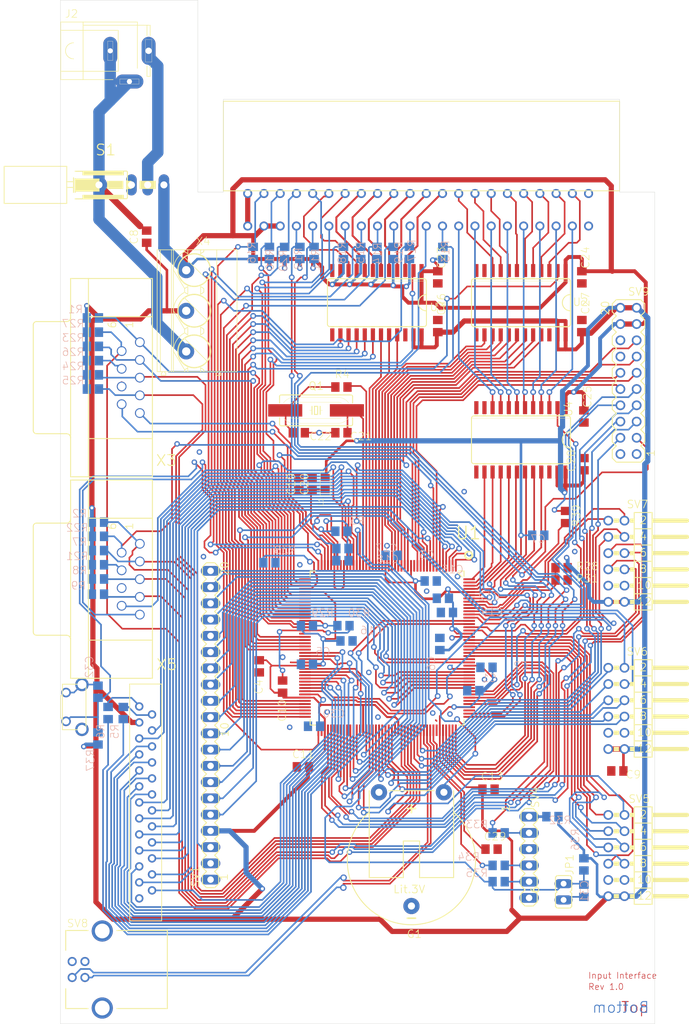
<source format=kicad_pcb>
(kicad_pcb (version 20171130) (host pcbnew 5.1.10-88a1d61d58~88~ubuntu20.04.1)
  (layers (0 Top signal) (31 Bottom signal) (34 B.Paste user) (35 F.Paste user) (36 B.SilkS user) (37 F.SilkS user) (38 B.Mask user) (39 F.Mask user) (44 Edge.Cuts user))
  (net 0 "")
  (net 1 GND)
  (net 2 +3V3)
  (net 3 ST_A0)
  (net 4 ST_A1)
  (net 5 ST_A2)
  (net 6 ST_A3)
  (net 7 ST_A4)
  (net 8 ST_A5)
  (net 9 ST_A6)
  (net 10 ST_A7)
  (net 11 ST_A8)
  (net 12 ST_A9)
  (net 13 ST_A10)
  (net 14 ST_A11)
  (net 15 ST_A12)
  (net 16 ST_A13)
  (net 17 ST_A14)
  (net 18 ST_A15)
  (net 19 ST_D0)
  (net 20 ST_D1)
  (net 21 ST_D2)
  (net 22 ST_D3)
  (net 23 ST_D4)
  (net 24 ST_D5)
  (net 25 ST_D6)
  (net 26 ST_D7)
  (net 27 C64_/RW)
  (net 28 C64_/RESET)
  (net 29 C64_02)
  (net 30 C64_/IRQ)
  (net 31 C64_BA)
  (net 32 C64_/NMI)
  (net 33 C64_/ROMH)
  (net 34 C64_CLOCK)
  (net 35 C64_I/O1)
  (net 36 C64_/GAME)
  (net 37 C64_/EXROM)
  (net 38 C64_I/O2)
  (net 39 C64_/ROML)
  (net 40 C64_/DMA)
  (net 41 VCC)
  (net 42 /R_W_A0-7)
  (net 43 /R_W_A8-15)
  (net 44 /R_W_D0-D7)
  (net 45 JB7)
  (net 46 JB8)
  (net 47 JB9)
  (net 48 JB10)
  (net 49 JB1)
  (net 50 JB2)
  (net 51 JB3)
  (net 52 JB4)
  (net 53 JA7)
  (net 54 JA8)
  (net 55 JA9)
  (net 56 JA10)
  (net 57 JA1)
  (net 58 JA2)
  (net 59 JA3)
  (net 60 JA4)
  (net 61 XADC1_N)
  (net 62 XADC2_N)
  (net 63 XADC3_N)
  (net 64 XADC4_N)
  (net 65 XADC4_P)
  (net 66 XADC3_P)
  (net 67 XADC2_P)
  (net 68 XADC1_P)
  (net 69 RESET)
  (net 70 PH3)
  (net 71 PI8)
  (net 72 PI9)
  (net 73 PI10)
  (net 74 PI11)
  (net 75 PA7)
  (net 76 PA8)
  (net 77 PA9)
  (net 78 PA10)
  (net 79 PB6)
  (net 80 PB7)
  (net 81 PA15)
  (net 82 /c65Keyb_1/COL7)
  (net 83 /c65Keyb_1/COL1)
  (net 84 /c65Keyb_1/COL2)
  (net 85 /c65Keyb_1/COL3)
  (net 86 /c65Keyb_1/COL4)
  (net 87 /c65Keyb_1/COL5)
  (net 88 /c65Keyb_1/COL6)
  (net 89 /c65Keyb_1/COL0)
  (net 90 /c65Keyb_1/ROW0)
  (net 91 /c65Keyb_1/ROW1)
  (net 92 /c65Keyb_1/ROW2)
  (net 93 /c65Keyb_1/ROW7)
  (net 94 /c65Keyb_1/ROW4)
  (net 95 /c65Keyb_1/ROW5)
  (net 96 /c65Keyb_1/ROW6)
  (net 97 /c65Keyb_1/ROW3)
  (net 98 /c65Keyb_1//REST)
  (net 99 "Net-(SV1-Pad2)")
  (net 100 "Net-(U1-Pad45)")
  (net 101 /c65Keyb_1/POT2_X)
  (net 102 "Net-(R38-Pad2)")
  (net 103 /c65Keyb_1/J1_UP)
  (net 104 /c65Keyb_1/J1_DOWN)
  (net 105 /c65Keyb_1/BOOT1)
  (net 106 /c65Keyb_1/C65_ROW7)
  (net 107 /c65Keyb_1/C65_COL0)
  (net 108 /c65Keyb_1/C65_ROW8)
  (net 109 /c65Keyb_1/C65_COL1)
  (net 110 /c65Keyb_1/C65_COL2)
  (net 111 /c65Keyb_1/C65_COL3)
  (net 112 /c65Keyb_1/C65_COL4)
  (net 113 /c65Keyb_1/C65_COL5)
  (net 114 /c65Keyb_1/C65_COL6)
  (net 115 "Net-(C30-Pad1)")
  (net 116 /c65Keyb_1/J1_LEFT)
  (net 117 /c65Keyb_1/J1_RIGHT)
  (net 118 /c65Keyb_1/J2_DOWN)
  (net 119 /c65Keyb_1/J2_UP)
  (net 120 /c65Keyb_1/USB_D_N)
  (net 121 /c65Keyb_1/USB_D_P)
  (net 122 /c65Keyb_1/PA13)
  (net 123 "Net-(C29-Pad1)")
  (net 124 /c65Keyb_1/PA14)
  (net 125 /c65Keyb_1/J2_LEFT)
  (net 126 /c65Keyb_1/J2_RIGHT)
  (net 127 /c65Keyb_1/J1_BUTTON)
  (net 128 "Net-(R39-Pad1)")
  (net 129 /c65Keyb_1/C65_ROW1)
  (net 130 /c65Keyb_1/C65_ROW0)
  (net 131 /c65Keyb_1/BOOT0)
  (net 132 /c65Keyb_1/PWR_LED)
  (net 133 /c65Keyb_1/FDD_LED)
  (net 134 "Net-(R4-Pad1)")
  (net 135 "Net-(C21-Pad1)")
  (net 136 /c65Keyb_1/NRST)
  (net 137 /c65Keyb_1/C65_COL7)
  (net 138 /c65Keyb_1/C65_COL8)
  (net 139 /c65Keyb_1/C65_K1)
  (net 140 /c65Keyb_1/C65_K2)
  (net 141 "Net-(C19-Pad2)")
  (net 142 "Net-(C17-Pad1)")
  (net 143 /c65Keyb_1/POT1_Y)
  (net 144 /c65Keyb_1/POT1_X)
  (net 145 /c65Keyb_1/POT2_Y)
  (net 146 /c65Keyb_1/C65_ROW2)
  (net 147 /c65Keyb_1/C65_ROW3)
  (net 148 /c65Keyb_1/C65_ROW4)
  (net 149 /c65Keyb_1/C65_ROW5)
  (net 150 /c65Keyb_1/C65_ROW6)
  (net 151 "Net-(G1-Pad+)")
  (net 152 /c65Keyb_1/J2_BUTTON)
  (net 153 /c65Keyb_1/C65_REST)
  (net 154 "Net-(G1-Pad+@1)")
  (net 155 "Net-(C22-Pad1)")
  (net 156 /c65Keyb_1/POWER_LED)
  (net 157 /c65Keyb_1/FLOPPY_LED)
  (net 158 "Net-(R21-Pad2)")
  (net 159 "Net-(R26-Pad2)")
  (net 160 "Net-(SV4-Pad6)")
  (net 161 "Net-(R35-Pad2)")
  (net 162 "Net-(R34-Pad2)")
  (net 163 "Net-(R33-Pad2)")
  (net 164 "Net-(R32-Pad1)")
  (net 165 "Net-(SV8-Pad1)")
  (net 166 "Net-(SV8-PadG2)")
  (net 167 /c65Keyb_2/C64_A0)
  (net 168 /c65Keyb_2/C64_A1)
  (net 169 /c65Keyb_2/C64_A2)
  (net 170 /c65Keyb_2/C64_A3)
  (net 171 /c65Keyb_2/C64_A4)
  (net 172 /c65Keyb_2/C64_A5)
  (net 173 /c65Keyb_2/C64_A6)
  (net 174 /c65Keyb_2/C64_A7)
  (net 175 /c65Keyb_2/C64_A8)
  (net 176 /c65Keyb_2/C64_A9)
  (net 177 /c65Keyb_2/C64_A10)
  (net 178 /c65Keyb_2/C64_A11)
  (net 179 /c65Keyb_2/C64_A12)
  (net 180 /c65Keyb_2/C64_A13)
  (net 181 /c65Keyb_2/C64_A14)
  (net 182 /c65Keyb_2/C64_A15)
  (net 183 /c65Keyb_2/C64_D0)
  (net 184 /c65Keyb_2/C64_D1)
  (net 185 /c65Keyb_2/C64_D2)
  (net 186 /c65Keyb_2/C64_D3)
  (net 187 /c65Keyb_2/C64_D4)
  (net 188 /c65Keyb_2/C64_D5)
  (net 189 /c65Keyb_2/C64_D6)
  (net 190 /c65Keyb_2/C64_D7)
  (net 191 "Net-(J2-Pad3)")
  (net 192 "Net-(S1-Pad1)")
  (net 193 "Net-(SV9-Pad16)")
  (net 194 /c65Keyb_2/PH2)
  (module c65Keyb:C0805 (layer Bottom) (at 166.61235 132.9336 180)
    (fp_text reference C1 (at -1.27 1.27) (layer B.SilkS) (effects (font (size 1.2065 1.2065) (thickness 0.09652)) (justify right bottom mirror)))
    (fp_text value 100nF)
    (pad 2 smd rect (at 0.95 0 180) (size 1.3 1.5) (layers Bottom B.Paste B.Mask) (net 1 GND))
    (pad 1 smd rect (at -0.95 0 180) (size 1.3 1.5) (layers Bottom B.Paste B.Mask) (net 2 +3V3))
  )
  (module c65Keyb:C0805 (layer Top) (at 136.76735 132.2986 90)
    (fp_text reference C10 (at -5.55625 0.635 90) (layer F.SilkS) (effects (font (size 1.2065 1.2065) (thickness 0.09652)) (justify left bottom)))
    (fp_text value 100nF)
    (pad 2 smd rect (at 0.95 0 90) (size 1.3 1.5) (layers Top F.Paste F.Mask) (net 1 GND))
    (pad 1 smd rect (at -0.95 0 90) (size 1.3 1.5) (layers Top F.Paste F.Mask) (net 2 +3V3))
  )
  (module c65Keyb:C0805 (layer Top) (at 139.94235 144.83985 180)
    (fp_text reference C11 (at 1.74625 1.27) (layer F.SilkS) (effects (font (size 1.2065 1.2065) (thickness 0.09652)) (justify left bottom)))
    (fp_text value 100nF)
    (pad 2 smd rect (at 0.95 0 180) (size 1.3 1.5) (layers Top F.Paste F.Mask) (net 1 GND))
    (pad 1 smd rect (at -0.95 0 180) (size 1.3 1.5) (layers Top F.Paste F.Mask) (net 2 +3V3))
  )
  (module c65Keyb:C0805 (layer Bottom) (at 161.84985 118.48735 180)
    (fp_text reference C12 (at -5.3975 -0.47625) (layer B.SilkS) (effects (font (size 1.2065 1.2065) (thickness 0.09652)) (justify right bottom mirror)))
    (fp_text value 100nF)
    (pad 2 smd rect (at 0.95 0 180) (size 1.3 1.5) (layers Bottom B.Paste B.Mask) (net 1 GND))
    (pad 1 smd rect (at -0.95 0 180) (size 1.3 1.5) (layers Bottom B.Paste B.Mask) (net 2 +3V3))
  )
  (module c65Keyb:C0805 (layer Top) (at 168.9936 148.33235)
    (fp_text reference C13 (at -1.27 -1.27) (layer F.SilkS) (effects (font (size 1.2065 1.2065) (thickness 0.09652)) (justify left bottom)))
    (fp_text value 100nF)
    (pad 2 smd rect (at 0.95 0) (size 1.3 1.5) (layers Top F.Paste F.Mask) (net 1 GND))
    (pad 1 smd rect (at -0.95 0) (size 1.3 1.5) (layers Top F.Paste F.Mask) (net 2 +3V3))
  )
  (module c65Keyb:C0805 (layer Bottom) (at 162.48485 120.70985 180)
    (fp_text reference C14 (at -5.23875 -0.635) (layer B.SilkS) (effects (font (size 1.2065 1.2065) (thickness 0.09652)) (justify right bottom mirror)))
    (fp_text value 100nF)
    (pad 2 smd rect (at 0.95 0 180) (size 1.3 1.5) (layers Bottom B.Paste B.Mask) (net 1 GND))
    (pad 1 smd rect (at -0.95 0 180) (size 1.3 1.5) (layers Bottom B.Paste B.Mask) (net 2 +3V3))
  )
  (module c65Keyb:C0805 (layer Bottom) (at 159.94485 115.7886)
    (fp_text reference C15 (at 1.5875 -1.11125) (layer B.SilkS) (effects (font (size 1.2065 1.2065) (thickness 0.09652)) (justify right bottom mirror)))
    (fp_text value 1µF)
    (pad 2 smd rect (at 0.95 0) (size 1.3 1.5) (layers Bottom B.Paste B.Mask) (net 1 GND))
    (pad 1 smd rect (at -0.95 0) (size 1.3 1.5) (layers Bottom B.Paste B.Mask) (net 2 +3V3))
  )
  (module c65Keyb:C0805 (layer Bottom) (at 146.7686 125.15485)
    (fp_text reference C16 (at 2.06375 -0.9525) (layer B.SilkS) (effects (font (size 1.2065 1.2065) (thickness 0.09652)) (justify right bottom mirror)))
    (fp_text value 1µF)
    (pad 2 smd rect (at 0.95 0) (size 1.3 1.5) (layers Bottom B.Paste B.Mask) (net 1 GND))
    (pad 1 smd rect (at -0.95 0) (size 1.3 1.5) (layers Bottom B.Paste B.Mask) (net 2 +3V3))
  )
  (module c65Keyb:C0805 (layer Bottom) (at 146.1336 110.7086 180)
    (fp_text reference C17 (at -5.08 -0.635) (layer B.SilkS) (effects (font (size 1.2065 1.2065) (thickness 0.09652)) (justify right bottom mirror)))
    (fp_text value 100nF)
    (pad 2 smd rect (at 0.95 0 180) (size 1.3 1.5) (layers Bottom B.Paste B.Mask) (net 1 GND))
    (pad 1 smd rect (at -0.95 0 180) (size 1.3 1.5) (layers Bottom B.Paste B.Mask) (net 142 "Net-(C17-Pad1)"))
  )
  (module c65Keyb:C0805 (layer Bottom) (at 146.1336 112.6136 180)
    (fp_text reference C18 (at -5.23875 -0.47625) (layer B.SilkS) (effects (font (size 1.2065 1.2065) (thickness 0.09652)) (justify right bottom mirror)))
    (fp_text value 1µF)
    (pad 2 smd rect (at 0.95 0 180) (size 1.3 1.5) (layers Bottom B.Paste B.Mask) (net 1 GND))
    (pad 1 smd rect (at -0.95 0 180) (size 1.3 1.5) (layers Bottom B.Paste B.Mask) (net 142 "Net-(C17-Pad1)"))
  )
  (module c65Keyb:C0805 (layer Top) (at 139.30735 100.5486 270)
    (fp_text reference C19 (at 1.905 0.47625 90) (layer F.SilkS) (effects (font (size 1.2065 1.2065) (thickness 0.09652)) (justify left bottom)))
    (fp_text value 1µF)
    (pad 2 smd rect (at 0.95 0 270) (size 1.3 1.5) (layers Top F.Paste F.Mask) (net 141 "Net-(C19-Pad2)"))
    (pad 1 smd rect (at -0.95 0 270) (size 1.3 1.5) (layers Top F.Paste F.Mask) (net 1 GND))
  )
  (module c65Keyb:C0805 (layer Bottom) (at 168.6761 129.28235 180)
    (fp_text reference C2 (at -4.1275 -0.47625) (layer B.SilkS) (effects (font (size 1.2065 1.2065) (thickness 0.09652)) (justify right bottom mirror)))
    (fp_text value 100nF)
    (pad 2 smd rect (at 0.95 0 180) (size 1.3 1.5) (layers Bottom B.Paste B.Mask) (net 1 GND))
    (pad 1 smd rect (at -0.95 0 180) (size 1.3 1.5) (layers Bottom B.Paste B.Mask) (net 2 +3V3))
  )
  (module c65Keyb:C0805 (layer Top) (at 141.3711 100.5486 270)
    (fp_text reference C20 (at 1.905 0.47625 90) (layer F.SilkS) (effects (font (size 1.2065 1.2065) (thickness 0.09652)) (justify left bottom)))
    (fp_text value 100nF)
    (pad 2 smd rect (at 0.95 0 270) (size 1.3 1.5) (layers Top F.Paste F.Mask) (net 141 "Net-(C19-Pad2)"))
    (pad 1 smd rect (at -0.95 0 270) (size 1.3 1.5) (layers Top F.Paste F.Mask) (net 1 GND))
  )
  (module c65Keyb:C0805 (layer Top) (at 145.97485 92.6111 180)
    (fp_text reference C21 (at -1.27 -1.27) (layer F.SilkS) (effects (font (size 1.2065 1.2065) (thickness 0.09652)) (justify left bottom)))
    (fp_text value 33pF)
    (pad 2 smd rect (at 0.95 0 180) (size 1.3 1.5) (layers Top F.Paste F.Mask) (net 1 GND))
    (pad 1 smd rect (at -0.95 0 180) (size 1.3 1.5) (layers Top F.Paste F.Mask) (net 135 "Net-(C21-Pad1)"))
  )
  (module c65Keyb:C0805 (layer Top) (at 139.30735 92.6111)
    (fp_text reference C22 (at 1.5875 1.27) (layer F.SilkS) (effects (font (size 1.2065 1.2065) (thickness 0.09652)) (justify left bottom)))
    (fp_text value 33pF)
    (pad 2 smd rect (at 0.95 0) (size 1.3 1.5) (layers Top F.Paste F.Mask) (net 1 GND))
    (pad 1 smd rect (at -0.95 0) (size 1.3 1.5) (layers Top F.Paste F.Mask) (net 155 "Net-(C22-Pad1)"))
  )
  (module c65Keyb:C0805 (layer Top) (at 161.0561 68.32235 270)
    (fp_text reference C23 (at -1.27 -1.27 90) (layer F.SilkS) (effects (font (size 1.2065 1.2065) (thickness 0.09652)) (justify left bottom)))
    (fp_text value 100nF)
    (pad 2 smd rect (at 0.95 0 270) (size 1.3 1.5) (layers Top F.Paste F.Mask) (net 1 GND))
    (pad 1 smd rect (at -0.95 0 270) (size 1.3 1.5) (layers Top F.Paste F.Mask) (net 41 VCC))
  )
  (module c65Keyb:C0805 (layer Top) (at 183.5986 68.32235 270)
    (fp_text reference C24 (at -1.27 -1.27 90) (layer F.SilkS) (effects (font (size 1.2065 1.2065) (thickness 0.09652)) (justify left bottom)))
    (fp_text value 100nF)
    (pad 2 smd rect (at 0.95 0 270) (size 1.3 1.5) (layers Top F.Paste F.Mask) (net 1 GND))
    (pad 1 smd rect (at -0.95 0 270) (size 1.3 1.5) (layers Top F.Paste F.Mask) (net 41 VCC))
  )
  (module c65Keyb:C0805 (layer Top) (at 183.9161 90.0711 270)
    (fp_text reference C25 (at -1.27 -1.27 90) (layer F.SilkS) (effects (font (size 1.2065 1.2065) (thickness 0.09652)) (justify left bottom)))
    (fp_text value 100nF)
    (pad 2 smd rect (at 0.95 0 270) (size 1.3 1.5) (layers Top F.Paste F.Mask) (net 1 GND))
    (pad 1 smd rect (at -0.95 0 270) (size 1.3 1.5) (layers Top F.Paste F.Mask) (net 41 VCC))
  )
  (module c65Keyb:C0805 (layer Top) (at 161.0561 75.94235 90)
    (fp_text reference C26 (at 1.5875 1.27 90) (layer F.SilkS) (effects (font (size 1.2065 1.2065) (thickness 0.09652)) (justify left bottom)))
    (fp_text value 100nF)
    (pad 2 smd rect (at 0.95 0 90) (size 1.3 1.5) (layers Top F.Paste F.Mask) (net 1 GND))
    (pad 1 smd rect (at -0.95 0 90) (size 1.3 1.5) (layers Top F.Paste F.Mask) (net 2 +3V3))
  )
  (module c65Keyb:C0805 (layer Top) (at 183.5986 75.94235 90)
    (fp_text reference C27 (at 1.74625 1.27 90) (layer F.SilkS) (effects (font (size 1.2065 1.2065) (thickness 0.09652)) (justify left bottom)))
    (fp_text value 100nF)
    (pad 2 smd rect (at 0.95 0 90) (size 1.3 1.5) (layers Top F.Paste F.Mask) (net 1 GND))
    (pad 1 smd rect (at -0.95 0 90) (size 1.3 1.5) (layers Top F.Paste F.Mask) (net 2 +3V3))
  )
  (module c65Keyb:C0805 (layer Top) (at 183.9161 97.53235 90)
    (fp_text reference C28 (at -1.27 -1.27 90) (layer F.SilkS) (effects (font (size 1.2065 1.2065) (thickness 0.09652)) (justify left bottom)))
    (fp_text value 100nF)
    (pad 2 smd rect (at 0.95 0 90) (size 1.3 1.5) (layers Top F.Paste F.Mask) (net 1 GND))
    (pad 1 smd rect (at -0.95 0 90) (size 1.3 1.5) (layers Top F.Paste F.Mask) (net 2 +3V3))
  )
  (module c65Keyb:C0805 (layer Top) (at 169.46985 157.6986)
    (fp_text reference C29 (at -1.27 -1.27) (layer F.SilkS) (effects (font (size 1.2065 1.2065) (thickness 0.09652)) (justify left bottom)))
    (fp_text value 2,2µF)
    (pad 2 smd rect (at 0.95 0) (size 1.3 1.5) (layers Top F.Paste F.Mask) (net 1 GND))
    (pad 1 smd rect (at -0.95 0) (size 1.3 1.5) (layers Top F.Paste F.Mask) (net 123 "Net-(C29-Pad1)"))
  )
  (module c65Keyb:C0805 (layer Bottom) (at 153.815828 111.78175 180)
    (fp_text reference C3 (at -4.28625 -0.635) (layer B.SilkS) (effects (font (size 1.2065 1.2065) (thickness 0.09652)) (justify right bottom mirror)))
    (fp_text value 100nF)
    (pad 2 smd rect (at 0.95 0 180) (size 1.3 1.5) (layers Bottom B.Paste B.Mask) (net 1 GND))
    (pad 1 smd rect (at -0.95 0 180) (size 1.3 1.5) (layers Bottom B.Paste B.Mask) (net 2 +3V3))
  )
  (module c65Keyb:C0805 (layer Bottom) (at 141.6886 138.48985 180)
    (fp_text reference C30 (at -1.27 1.27) (layer B.SilkS) (effects (font (size 1.2065 1.2065) (thickness 0.09652)) (justify right bottom mirror)))
    (fp_text value 2,2µF)
    (pad 2 smd rect (at 0.95 0 180) (size 1.3 1.5) (layers Bottom B.Paste B.Mask) (net 1 GND))
    (pad 1 smd rect (at -0.95 0 180) (size 1.3 1.5) (layers Bottom B.Paste B.Mask) (net 115 "Net-(C30-Pad1)"))
  )
  (module c65Keyb:C0805 (layer Bottom) (at 183.9161 164.20735 270)
    (fp_text reference C31 (at 1.905 -0.79375 90) (layer B.SilkS) (effects (font (size 1.2065 1.2065) (thickness 0.09652)) (justify right bottom mirror)))
    (fp_text value 100nF)
    (pad 2 smd rect (at 0.95 0 270) (size 1.3 1.5) (layers Bottom B.Paste B.Mask) (net 1 GND))
    (pad 1 smd rect (at -0.95 0 270) (size 1.3 1.5) (layers Bottom B.Paste B.Mask) (net 136 /c65Keyb_1/NRST))
  )
  (module c65Keyb:C0805 (layer Top) (at 133.1161 129.1236 270)
    (fp_text reference C4 (at 4.445 -0.635 90) (layer F.SilkS) (effects (font (size 1.2065 1.2065) (thickness 0.09652)) (justify left bottom)))
    (fp_text value 100nF)
    (pad 2 smd rect (at 0.95 0 270) (size 1.3 1.5) (layers Top F.Paste F.Mask) (net 1 GND))
    (pad 1 smd rect (at -0.95 0 270) (size 1.3 1.5) (layers Top F.Paste F.Mask) (net 2 +3V3))
  )
  (module c65Keyb:C0805 (layer Bottom) (at 140.57735 128.8061 180)
    (fp_text reference C5 (at -1.27 1.27) (layer B.SilkS) (effects (font (size 1.2065 1.2065) (thickness 0.09652)) (justify right bottom mirror)))
    (fp_text value 100nF)
    (pad 2 smd rect (at 0.95 0 180) (size 1.3 1.5) (layers Bottom B.Paste B.Mask) (net 1 GND))
    (pad 1 smd rect (at -0.95 0 180) (size 1.3 1.5) (layers Bottom B.Paste B.Mask) (net 2 +3V3))
  )
  (module c65Keyb:C0805 (layer Bottom) (at 161.3736 125.6311 90)
    (fp_text reference C6 (at -4.28625 -0.635 90) (layer B.SilkS) (effects (font (size 1.2065 1.2065) (thickness 0.09652)) (justify right bottom mirror)))
    (fp_text value 100nF)
    (pad 2 smd rect (at 0.95 0 90) (size 1.3 1.5) (layers Bottom B.Paste B.Mask) (net 1 GND))
    (pad 1 smd rect (at -0.95 0 90) (size 1.3 1.5) (layers Bottom B.Paste B.Mask) (net 2 +3V3))
  )
  (module c65Keyb:C0805 (layer Bottom) (at 176.77235 108.64485)
    (fp_text reference C7 (at -1.27 1.27) (layer B.SilkS) (effects (font (size 1.2065 1.2065) (thickness 0.09652)) (justify right bottom mirror)))
    (fp_text value 100nF)
    (pad 2 smd rect (at 0.95 0) (size 1.3 1.5) (layers Bottom B.Paste B.Mask) (net 1 GND))
    (pad 1 smd rect (at -0.95 0) (size 1.3 1.5) (layers Bottom B.Paste B.Mask) (net 2 +3V3))
  )
  (module c65Keyb:C0805 (layer Top) (at 115.49485 61.97235 90)
    (fp_text reference C8 (at -1.27 -1.27 90) (layer F.SilkS) (effects (font (size 1.2065 1.2065) (thickness 0.09652)) (justify left bottom)))
    (fp_text value 100nF)
    (pad 2 smd rect (at 0.95 0 90) (size 1.3 1.5) (layers Top F.Paste F.Mask) (net 1 GND))
    (pad 1 smd rect (at -0.95 0 90) (size 1.3 1.5) (layers Top F.Paste F.Mask) (net 2 +3V3))
  )
  (module c65Keyb:C0805 (layer Top) (at 189.15485 145.47485 180)
    (fp_text reference C9 (at -1.27 -1.27) (layer F.SilkS) (effects (font (size 1.2065 1.2065) (thickness 0.09652)) (justify left bottom)))
    (fp_text value 100nF)
    (pad 2 smd rect (at 0.95 0 180) (size 1.3 1.5) (layers Top F.Paste F.Mask) (net 1 GND))
    (pad 1 smd rect (at -0.95 0 180) (size 1.3 1.5) (layers Top F.Paste F.Mask) (net 2 +3V3))
  )
  (module c65Keyb:CR2032H (layer Top) (at 156.9286 159.6036)
    (fp_text reference G1 (at -0.79375 12.065) (layer F.SilkS) (effects (font (size 1.2065 1.2065) (thickness 0.12065)) (justify left bottom)))
    (fp_text value CR2032H)
    (fp_text user Lit.3V (at -2.921 5.08) (layer F.SilkS) (effects (font (size 1.2065 1.2065) (thickness 0.127)) (justify left bottom)))
    (pad - thru_hole circle (at 0 6.985) (size 2.54 2.54) (drill 1.1176) (layers *.Cu *.Mask) (net 1 GND))
    (pad + thru_hole circle (at 5.08 -10.795) (size 2.54 2.54) (drill 1.1176) (layers *.Cu *.Mask) (net 151 "Net-(G1-Pad+)"))
    (pad +@1 thru_hole circle (at -5.08 -10.795) (size 2.54 2.54) (drill 1.1176) (layers *.Cu *.Mask) (net 154 "Net-(G1-Pad+@1)"))
  )
  (module c65Keyb:JP1 (layer Top) (at 180.7411 164.3661 180)
    (fp_text reference JP1 (at -1.651 2.54 90) (layer F.SilkS) (effects (font (size 1.2065 1.2065) (thickness 0.12065)) (justify left bottom)))
    (fp_text value JP1E)
    (pad 2 thru_hole oval (at 0 -1.27 180) (size 2.8448 1.4224) (drill 0.9144) (layers *.Cu *.Mask) (net 1 GND))
    (pad 1 thru_hole oval (at 0 1.27 180) (size 2.8448 1.4224) (drill 0.9144) (layers *.Cu *.Mask) (net 136 /c65Keyb_1/NRST))
  )
  (module c65Keyb:SMD0805-ALT (layer Top) (at 143.43485 100.5486 90)
    (fp_text reference L1 (at -3.58775 -0.22225 90) (layer F.SilkS) (effects (font (size 0.77216 0.77216) (thickness 0.061772)) (justify left bottom)))
    (fp_text value L-0805A)
    (pad 2 smd rect (at 0.9398 0 90) (size 1.0922 1.397) (layers Top F.Paste F.Mask) (net 2 +3V3))
    (pad 1 smd rect (at -0.9398 0 90) (size 1.0922 1.397) (layers Top F.Paste F.Mask) (net 141 "Net-(C19-Pad2)"))
  )
  (module c65Keyb:HC49UP (layer Top) (at 142.0061 89.1186)
    (fp_text reference Q1 (at -1.27 -3.1115) (layer F.SilkS) (effects (font (size 1.2065 1.2065) (thickness 0.12065)) (justify left bottom)))
    (fp_text value 8Mhz)
    (pad 2 smd rect (at 4.826 0) (size 5.334 1.9304) (layers Top F.Paste F.Mask) (net 135 "Net-(C21-Pad1)"))
    (pad 1 smd rect (at -4.826 0) (size 5.334 1.9304) (layers Top F.Paste F.Mask) (net 155 "Net-(C22-Pad1)"))
  )
  (module c65Keyb:R0805 (layer Bottom) (at 107.0811 74.67235)
    (fp_text reference R1 (at -3.96875 -0.635) (layer B.SilkS) (effects (font (size 1.2065 1.2065) (thickness 0.09652)) (justify right bottom mirror)))
    (fp_text value 1k)
    (pad 2 smd rect (at 0.95 0) (size 1.3 1.5) (layers Bottom B.Paste B.Mask) (net 103 /c65Keyb_1/J1_UP))
    (pad 1 smd rect (at -0.95 0) (size 1.3 1.5) (layers Bottom B.Paste B.Mask) (net 2 +3V3))
  )
  (module c65Keyb:R0805 (layer Bottom) (at 134.7036 64.51235 90)
    (fp_text reference R10 (at -2.8575 0.79375 90) (layer B.SilkS) (effects (font (size 1.2065 1.2065) (thickness 0.09652)) (justify right bottom mirror)))
    (fp_text value 3k3)
    (pad 2 smd rect (at 0.95 0 90) (size 1.3 1.5) (layers Bottom B.Paste B.Mask) (net 28 C64_/RESET))
    (pad 1 smd rect (at -0.95 0 90) (size 1.3 1.5) (layers Bottom B.Paste B.Mask) (net 41 VCC))
  )
  (module c65Keyb:R0805 (layer Bottom) (at 141.6886 64.51235 90)
    (fp_text reference R11 (at -2.8575 0.9525 90) (layer B.SilkS) (effects (font (size 1.2065 1.2065) (thickness 0.09652)) (justify right bottom mirror)))
    (fp_text value 3k3)
    (pad 2 smd rect (at 0.95 0 90) (size 1.3 1.5) (layers Bottom B.Paste B.Mask) (net 27 C64_/RW))
    (pad 1 smd rect (at -0.95 0 90) (size 1.3 1.5) (layers Bottom B.Paste B.Mask) (net 41 VCC))
  )
  (module c65Keyb:R0805 (layer Bottom) (at 139.4661 64.51235 90)
    (fp_text reference R12 (at -2.69875 0.47625 90) (layer B.SilkS) (effects (font (size 1.2065 1.2065) (thickness 0.09652)) (justify right bottom mirror)))
    (fp_text value 3k3)
    (pad 2 smd rect (at 0.95 0 90) (size 1.3 1.5) (layers Bottom B.Paste B.Mask) (net 30 C64_/IRQ))
    (pad 1 smd rect (at -0.95 0 90) (size 1.3 1.5) (layers Bottom B.Paste B.Mask) (net 41 VCC))
  )
  (module c65Keyb:R0805 (layer Bottom) (at 161.84985 64.51235 90)
    (fp_text reference R13 (at -1.5875 1.11125 90) (layer B.SilkS) (effects (font (size 1.2065 1.2065) (thickness 0.09652)) (justify right bottom mirror)))
    (fp_text value 3k3)
    (pad 2 smd rect (at 0.95 0 90) (size 1.3 1.5) (layers Bottom B.Paste B.Mask) (net 40 C64_/DMA))
    (pad 1 smd rect (at -0.95 0 90) (size 1.3 1.5) (layers Bottom B.Paste B.Mask) (net 41 VCC))
  )
  (module c65Keyb:R0805 (layer Bottom) (at 151.5311 64.51235 90)
    (fp_text reference R14 (at -1.905 0.79375 90) (layer B.SilkS) (effects (font (size 1.2065 1.2065) (thickness 0.09652)) (justify right bottom mirror)))
    (fp_text value 3k3)
    (pad 2 smd rect (at 0.95 0 90) (size 1.3 1.5) (layers Bottom B.Paste B.Mask) (net 37 C64_/EXROM))
    (pad 1 smd rect (at -0.95 0 90) (size 1.3 1.5) (layers Bottom B.Paste B.Mask) (net 41 VCC))
  )
  (module c65Keyb:R0805 (layer Bottom) (at 148.9911 64.51235 90)
    (fp_text reference R15 (at -1.74625 0.635 90) (layer B.SilkS) (effects (font (size 1.2065 1.2065) (thickness 0.09652)) (justify right bottom mirror)))
    (fp_text value 3k3)
    (pad 2 smd rect (at 0.95 0 90) (size 1.3 1.5) (layers Bottom B.Paste B.Mask) (net 36 C64_/GAME))
    (pad 1 smd rect (at -0.95 0 90) (size 1.3 1.5) (layers Bottom B.Paste B.Mask) (net 41 VCC))
  )
  (module c65Keyb:R0805 (layer Bottom) (at 132.1636 64.51235 90)
    (fp_text reference R16 (at -1.74625 0.47625 90) (layer B.SilkS) (effects (font (size 1.2065 1.2065) (thickness 0.09652)) (justify right bottom mirror)))
    (fp_text value 3k3)
    (pad 2 smd rect (at 0.95 0 90) (size 1.3 1.5) (layers Bottom B.Paste B.Mask) (net 33 C64_/ROMH))
    (pad 1 smd rect (at -0.95 0 90) (size 1.3 1.5) (layers Bottom B.Paste B.Mask) (net 41 VCC))
  )
  (module c65Keyb:R0805 (layer Bottom) (at 156.6111 64.51235 90)
    (fp_text reference R17 (at -1.42875 1.11125 90) (layer B.SilkS) (effects (font (size 1.2065 1.2065) (thickness 0.09652)) (justify right bottom mirror)))
    (fp_text value 3k3)
    (pad 2 smd rect (at 0.95 0 90) (size 1.3 1.5) (layers Bottom B.Paste B.Mask) (net 39 C64_/ROML))
    (pad 1 smd rect (at -0.95 0 90) (size 1.3 1.5) (layers Bottom B.Paste B.Mask) (net 41 VCC))
  )
  (module c65Keyb:R0805 (layer Bottom) (at 146.29235 64.51235 90)
    (fp_text reference R18 (at -1.74625 0.47625 90) (layer B.SilkS) (effects (font (size 1.2065 1.2065) (thickness 0.09652)) (justify right bottom mirror)))
    (fp_text value 3k3)
    (pad 2 smd rect (at 0.95 0 90) (size 1.3 1.5) (layers Bottom B.Paste B.Mask) (net 35 C64_I/O1))
    (pad 1 smd rect (at -0.95 0 90) (size 1.3 1.5) (layers Bottom B.Paste B.Mask) (net 41 VCC))
  )
  (module c65Keyb:R0805 (layer Bottom) (at 154.0711 64.51235 90)
    (fp_text reference R19 (at -1.74625 1.5875 90) (layer B.SilkS) (effects (font (size 1.2065 1.2065) (thickness 0.09652)) (justify right bottom mirror)))
    (fp_text value 3k3)
    (pad 2 smd rect (at 0.95 0 90) (size 1.3 1.5) (layers Bottom B.Paste B.Mask) (net 38 C64_I/O2))
    (pad 1 smd rect (at -0.95 0 90) (size 1.3 1.5) (layers Bottom B.Paste B.Mask) (net 41 VCC))
  )
  (module c65Keyb:R0805 (layer Bottom) (at 107.87485 106.5811)
    (fp_text reference R2 (at -4.1275 -0.635) (layer B.SilkS) (effects (font (size 1.2065 1.2065) (thickness 0.09652)) (justify right bottom mirror)))
    (fp_text value 1k)
    (pad 2 smd rect (at 0.95 0) (size 1.3 1.5) (layers Bottom B.Paste B.Mask) (net 119 /c65Keyb_1/J2_UP))
    (pad 1 smd rect (at -0.95 0) (size 1.3 1.5) (layers Bottom B.Paste B.Mask) (net 2 +3V3))
  )
  (module c65Keyb:R0805 (layer Bottom) (at 137.08485 64.51235 90)
    (fp_text reference R20 (at -3.01625 0.47625 90) (layer B.SilkS) (effects (font (size 1.2065 1.2065) (thickness 0.09652)) (justify right bottom mirror)))
    (fp_text value 3k3)
    (pad 2 smd rect (at 0.95 0 90) (size 1.3 1.5) (layers Bottom B.Paste B.Mask) (net 32 C64_/NMI))
    (pad 1 smd rect (at -0.95 0 90) (size 1.3 1.5) (layers Bottom B.Paste B.Mask) (net 41 VCC))
  )
  (module c65Keyb:R0805 (layer Bottom) (at 107.87485 113.2486)
    (fp_text reference R21 (at -5.08 -0.635) (layer B.SilkS) (effects (font (size 1.2065 1.2065) (thickness 0.09652)) (justify right bottom mirror)))
    (fp_text value 47R)
    (pad 2 smd rect (at 0.95 0) (size 1.3 1.5) (layers Bottom B.Paste B.Mask) (net 158 "Net-(R21-Pad2)"))
    (pad 1 smd rect (at -0.95 0) (size 1.3 1.5) (layers Bottom B.Paste B.Mask) (net 2 +3V3))
  )
  (module c65Keyb:R0805 (layer Bottom) (at 107.87485 108.8036)
    (fp_text reference R22 (at -5.08 -0.635) (layer B.SilkS) (effects (font (size 1.2065 1.2065) (thickness 0.09652)) (justify right bottom mirror)))
    (fp_text value 1k)
    (pad 2 smd rect (at 0.95 0) (size 1.3 1.5) (layers Bottom B.Paste B.Mask) (net 152 /c65Keyb_1/J2_BUTTON))
    (pad 1 smd rect (at -0.95 0) (size 1.3 1.5) (layers Bottom B.Paste B.Mask) (net 2 +3V3))
  )
  (module c65Keyb:R0805 (layer Bottom) (at 107.0811 79.11735)
    (fp_text reference R23 (at -4.92125 -0.635) (layer B.SilkS) (effects (font (size 1.2065 1.2065) (thickness 0.09652)) (justify right bottom mirror)))
    (fp_text value 1k)
    (pad 2 smd rect (at 0.95 0) (size 1.3 1.5) (layers Bottom B.Paste B.Mask) (net 104 /c65Keyb_1/J1_DOWN))
    (pad 1 smd rect (at -0.95 0) (size 1.3 1.5) (layers Bottom B.Paste B.Mask) (net 2 +3V3))
  )
  (module c65Keyb:R0805 (layer Bottom) (at 107.0811 83.56235)
    (fp_text reference R24 (at -4.92125 -0.635) (layer B.SilkS) (effects (font (size 1.2065 1.2065) (thickness 0.09652)) (justify right bottom mirror)))
    (fp_text value 1k)
    (pad 2 smd rect (at 0.95 0) (size 1.3 1.5) (layers Bottom B.Paste B.Mask) (net 116 /c65Keyb_1/J1_LEFT))
    (pad 1 smd rect (at -0.95 0) (size 1.3 1.5) (layers Bottom B.Paste B.Mask) (net 2 +3V3))
  )
  (module c65Keyb:R0805 (layer Bottom) (at 107.0811 85.78485)
    (fp_text reference R25 (at -4.92125 -0.635) (layer B.SilkS) (effects (font (size 1.2065 1.2065) (thickness 0.09652)) (justify right bottom mirror)))
    (fp_text value 1k)
    (pad 2 smd rect (at 0.95 0) (size 1.3 1.5) (layers Bottom B.Paste B.Mask) (net 117 /c65Keyb_1/J1_RIGHT))
    (pad 1 smd rect (at -0.95 0) (size 1.3 1.5) (layers Bottom B.Paste B.Mask) (net 2 +3V3))
  )
  (module c65Keyb:R0805 (layer Bottom) (at 107.0811 81.33985)
    (fp_text reference R26 (at -4.92125 -0.635) (layer B.SilkS) (effects (font (size 1.2065 1.2065) (thickness 0.09652)) (justify right bottom mirror)))
    (fp_text value 47R)
    (pad 2 smd rect (at 0.95 0) (size 1.3 1.5) (layers Bottom B.Paste B.Mask) (net 159 "Net-(R26-Pad2)"))
    (pad 1 smd rect (at -0.95 0) (size 1.3 1.5) (layers Bottom B.Paste B.Mask) (net 2 +3V3))
  )
  (module c65Keyb:R0805 (layer Bottom) (at 107.0811 76.89485)
    (fp_text reference R27 (at -4.92125 -0.635) (layer B.SilkS) (effects (font (size 1.2065 1.2065) (thickness 0.09652)) (justify right bottom mirror)))
    (fp_text value 1k)
    (pad 2 smd rect (at 0.95 0) (size 1.3 1.5) (layers Bottom B.Paste B.Mask) (net 127 /c65Keyb_1/J1_BUTTON))
    (pad 1 smd rect (at -0.95 0) (size 1.3 1.5) (layers Bottom B.Paste B.Mask) (net 2 +3V3))
  )
  (module c65Keyb:R0805 (layer Top) (at 180.4236 113.72485)
    (fp_text reference R28 (at 2.2225 0.47625) (layer F.SilkS) (effects (font (size 1.2065 1.2065) (thickness 0.09652)) (justify left bottom)))
    (fp_text value 10k)
    (pad 2 smd rect (at 0.95 0) (size 1.3 1.5) (layers Top F.Paste F.Mask) (net 2 +3V3))
    (pad 1 smd rect (at -0.95 0) (size 1.3 1.5) (layers Top F.Paste F.Mask) (net 131 /c65Keyb_1/BOOT0))
  )
  (module c65Keyb:R0805 (layer Bottom) (at 140.57735 122.7736 180)
    (fp_text reference R29 (at -0.635 1.27) (layer B.SilkS) (effects (font (size 1.2065 1.2065) (thickness 0.09652)) (justify right bottom mirror)))
    (fp_text value 10k)
    (pad 2 smd rect (at 0.95 0 180) (size 1.3 1.5) (layers Bottom B.Paste B.Mask) (net 2 +3V3))
    (pad 1 smd rect (at -0.95 0 180) (size 1.3 1.5) (layers Bottom B.Paste B.Mask) (net 105 /c65Keyb_1/BOOT1))
  )
  (module c65Keyb:R0805 (layer Bottom) (at 145.97485 108.00985)
    (fp_text reference R3 (at 1.27 -0.9525) (layer B.SilkS) (effects (font (size 1.2065 1.2065) (thickness 0.09652)) (justify right bottom mirror)))
    (fp_text value 47R)
    (pad 2 smd rect (at 0.95 0) (size 1.3 1.5) (layers Bottom B.Paste B.Mask) (net 142 "Net-(C17-Pad1)"))
    (pad 1 smd rect (at -0.95 0) (size 1.3 1.5) (layers Bottom B.Paste B.Mask) (net 141 "Net-(C19-Pad2)"))
  )
  (module c65Keyb:R0805 (layer Bottom) (at 146.29235 122.7736 180)
    (fp_text reference R30 (at -0.635 1.27) (layer B.SilkS) (effects (font (size 1.2065 1.2065) (thickness 0.09652)) (justify right bottom mirror)))
    (fp_text value 510R)
    (pad 2 smd rect (at 0.95 0 180) (size 1.3 1.5) (layers Bottom B.Paste B.Mask) (net 105 /c65Keyb_1/BOOT1))
    (pad 1 smd rect (at -0.95 0 180) (size 1.3 1.5) (layers Bottom B.Paste B.Mask) (net 1 GND))
  )
  (module c65Keyb:R0805 (layer Top) (at 180.4236 115.62985 180)
    (fp_text reference R31 (at -2.2225 -0.47625) (layer F.SilkS) (effects (font (size 1.2065 1.2065) (thickness 0.09652)) (justify left bottom)))
    (fp_text value 510R)
    (pad 2 smd rect (at 0.95 0 180) (size 1.3 1.5) (layers Top F.Paste F.Mask) (net 131 /c65Keyb_1/BOOT0))
    (pad 1 smd rect (at -0.95 0 180) (size 1.3 1.5) (layers Top F.Paste F.Mask) (net 1 GND))
  )
  (module c65Keyb:R0805 (layer Bottom) (at 178.99485 152.6186)
    (fp_text reference R32 (at -0.635 1.27) (layer B.SilkS) (effects (font (size 1.2065 1.2065) (thickness 0.09652)) (justify right bottom mirror)))
    (fp_text value 47R)
    (pad 2 smd rect (at 0.95 0) (size 1.3 1.5) (layers Bottom B.Paste B.Mask) (net 2 +3V3))
    (pad 1 smd rect (at -0.95 0) (size 1.3 1.5) (layers Bottom B.Paste B.Mask) (net 164 "Net-(R32-Pad1)"))
  )
  (module c65Keyb:R0805 (layer Bottom) (at 170.5811 155.1586)
    (fp_text reference R33 (at -5.23875 -0.635) (layer B.SilkS) (effects (font (size 1.2065 1.2065) (thickness 0.09652)) (justify right bottom mirror)))
    (fp_text value 47R)
    (pad 2 smd rect (at 0.95 0) (size 1.3 1.5) (layers Bottom B.Paste B.Mask) (net 163 "Net-(R33-Pad2)"))
    (pad 1 smd rect (at -0.95 0) (size 1.3 1.5) (layers Bottom B.Paste B.Mask) (net 124 /c65Keyb_1/PA14))
  )
  (module c65Keyb:R0805 (layer Bottom) (at 170.5811 160.2386)
    (fp_text reference R34 (at -6.50875 -0.635) (layer B.SilkS) (effects (font (size 1.2065 1.2065) (thickness 0.09652)) (justify right bottom mirror)))
    (fp_text value 47R)
    (pad 2 smd rect (at 0.95 0) (size 1.3 1.5) (layers Bottom B.Paste B.Mask) (net 162 "Net-(R34-Pad2)"))
    (pad 1 smd rect (at -0.95 0) (size 1.3 1.5) (layers Bottom B.Paste B.Mask) (net 122 /c65Keyb_1/PA13))
  )
  (module c65Keyb:R0805 (layer Bottom) (at 170.5811 162.7786)
    (fp_text reference R35 (at -5.23875 -0.635) (layer B.SilkS) (effects (font (size 1.2065 1.2065) (thickness 0.09652)) (justify right bottom mirror)))
    (fp_text value 47R)
    (pad 2 smd rect (at 0.95 0) (size 1.3 1.5) (layers Bottom B.Paste B.Mask) (net 161 "Net-(R35-Pad2)"))
    (pad 1 smd rect (at -0.95 0) (size 1.3 1.5) (layers Bottom B.Paste B.Mask) (net 136 /c65Keyb_1/NRST))
  )
  (module c65Keyb:R0805 (layer Bottom) (at 183.9161 160.07985 90)
    (fp_text reference R36 (at 2.06375 -0.635 90) (layer B.SilkS) (effects (font (size 1.2065 1.2065) (thickness 0.09652)) (justify right bottom mirror)))
    (fp_text value 100k)
    (pad 2 smd rect (at 0.95 0 90) (size 1.3 1.5) (layers Bottom B.Paste B.Mask) (net 2 +3V3))
    (pad 1 smd rect (at -0.95 0 90) (size 1.3 1.5) (layers Bottom B.Paste B.Mask) (net 136 /c65Keyb_1/NRST))
  )
  (module c65Keyb:R0805 (layer Top) (at 145.97485 85.46735 180)
    (fp_text reference R4 (at 1.11125 1.27) (layer F.SilkS) (effects (font (size 1.2065 1.2065) (thickness 0.09652)) (justify left bottom)))
    (fp_text value 220R)
    (pad 2 smd rect (at 0.95 0 180) (size 1.3 1.5) (layers Top F.Paste F.Mask) (net 155 "Net-(C22-Pad1)"))
    (pad 1 smd rect (at -0.95 0 180) (size 1.3 1.5) (layers Top F.Paste F.Mask) (net 134 "Net-(R4-Pad1)"))
  )
  (module c65Keyb:R0805 (layer Bottom) (at 111.8436 136.4261 90)
    (fp_text reference R5 (at -4.1275 -0.635 90) (layer B.SilkS) (effects (font (size 1.2065 1.2065) (thickness 0.09652)) (justify right bottom mirror)))
    (fp_text value 100R)
    (pad 2 smd rect (at 0.95 0 90) (size 1.3 1.5) (layers Bottom B.Paste B.Mask) (net 156 /c65Keyb_1/POWER_LED))
    (pad 1 smd rect (at -0.95 0 90) (size 1.3 1.5) (layers Bottom B.Paste B.Mask) (net 132 /c65Keyb_1/PWR_LED))
  )
  (module c65Keyb:R0805 (layer Bottom) (at 109.46235 136.4261 90)
    (fp_text reference R6 (at -4.1275 -0.47625 90) (layer B.SilkS) (effects (font (size 1.2065 1.2065) (thickness 0.09652)) (justify right bottom mirror)))
    (fp_text value 100R)
    (pad 2 smd rect (at 0.95 0 90) (size 1.3 1.5) (layers Bottom B.Paste B.Mask) (net 157 /c65Keyb_1/FLOPPY_LED))
    (pad 1 smd rect (at -0.95 0 90) (size 1.3 1.5) (layers Bottom B.Paste B.Mask) (net 133 /c65Keyb_1/FDD_LED))
  )
  (module c65Keyb:R0805 (layer Bottom) (at 107.87485 111.0261)
    (fp_text reference R7 (at -4.1275 -0.635) (layer B.SilkS) (effects (font (size 1.2065 1.2065) (thickness 0.09652)) (justify right bottom mirror)))
    (fp_text value 1k)
    (pad 2 smd rect (at 0.95 0) (size 1.3 1.5) (layers Bottom B.Paste B.Mask) (net 118 /c65Keyb_1/J2_DOWN))
    (pad 1 smd rect (at -0.95 0) (size 1.3 1.5) (layers Bottom B.Paste B.Mask) (net 2 +3V3))
  )
  (module c65Keyb:R0805 (layer Bottom) (at 107.87485 115.4711)
    (fp_text reference R8 (at -4.1275 -0.635) (layer B.SilkS) (effects (font (size 1.2065 1.2065) (thickness 0.09652)) (justify right bottom mirror)))
    (fp_text value 1k)
    (pad 2 smd rect (at 0.95 0) (size 1.3 1.5) (layers Bottom B.Paste B.Mask) (net 125 /c65Keyb_1/J2_LEFT))
    (pad 1 smd rect (at -0.95 0) (size 1.3 1.5) (layers Bottom B.Paste B.Mask) (net 2 +3V3))
  )
  (module c65Keyb:R0805 (layer Bottom) (at 107.87485 117.85235)
    (fp_text reference R9 (at -4.28625 -0.635) (layer B.SilkS) (effects (font (size 1.2065 1.2065) (thickness 0.09652)) (justify right bottom mirror)))
    (fp_text value 1k)
    (pad 2 smd rect (at 0.95 0) (size 1.3 1.5) (layers Bottom B.Paste B.Mask) (net 126 /c65Keyb_1/J2_RIGHT))
    (pad 1 smd rect (at -0.95 0) (size 1.3 1.5) (layers Bottom B.Paste B.Mask) (net 2 +3V3))
  )
  (module c65Keyb:MA20-1 (layer Top) (at 125.4961 138.3311 90)
    (fp_text reference SV1 (at -25.4 -1.651 90) (layer F.SilkS) (effects (font (size 1.2065 1.2065) (thickness 0.12065)) (justify left bottom)))
    (fp_text value MA20-1)
    (fp_text user 10 (at -1.905 2.921 90) (layer F.SilkS) (effects (font (size 1.2065 1.2065) (thickness 0.127)) (justify left bottom)))
    (fp_text user 20 (at 23.241 2.921 90) (layer F.SilkS) (effects (font (size 1.2065 1.2065) (thickness 0.127)) (justify left bottom)))
    (fp_text user 1 (at -24.384 2.794 90) (layer F.SilkS) (effects (font (size 1.2065 1.2065) (thickness 0.127)) (justify left bottom)))
    (pad 20 thru_hole oval (at 24.13 0 180) (size 3.048 1.524) (drill 1.016) (layers *.Cu *.Mask) (net 82 /c65Keyb_1/COL7))
    (pad 19 thru_hole oval (at 21.59 0 180) (size 3.048 1.524) (drill 1.016) (layers *.Cu *.Mask) (net 83 /c65Keyb_1/COL1))
    (pad 18 thru_hole oval (at 19.05 0 180) (size 3.048 1.524) (drill 1.016) (layers *.Cu *.Mask) (net 84 /c65Keyb_1/COL2))
    (pad 17 thru_hole oval (at 16.51 0 180) (size 3.048 1.524) (drill 1.016) (layers *.Cu *.Mask) (net 85 /c65Keyb_1/COL3))
    (pad 16 thru_hole oval (at 13.97 0 180) (size 3.048 1.524) (drill 1.016) (layers *.Cu *.Mask) (net 86 /c65Keyb_1/COL4))
    (pad 15 thru_hole oval (at 11.43 0 180) (size 3.048 1.524) (drill 1.016) (layers *.Cu *.Mask) (net 87 /c65Keyb_1/COL5))
    (pad 14 thru_hole oval (at 8.89 0 180) (size 3.048 1.524) (drill 1.016) (layers *.Cu *.Mask) (net 88 /c65Keyb_1/COL6))
    (pad 13 thru_hole oval (at 6.35 0 180) (size 3.048 1.524) (drill 1.016) (layers *.Cu *.Mask) (net 89 /c65Keyb_1/COL0))
    (pad 12 thru_hole oval (at 3.81 0 180) (size 3.048 1.524) (drill 1.016) (layers *.Cu *.Mask) (net 90 /c65Keyb_1/ROW0))
    (pad 11 thru_hole oval (at 1.27 0 180) (size 3.048 1.524) (drill 1.016) (layers *.Cu *.Mask) (net 91 /c65Keyb_1/ROW1))
    (pad 10 thru_hole oval (at -1.27 0 180) (size 3.048 1.524) (drill 1.016) (layers *.Cu *.Mask) (net 92 /c65Keyb_1/ROW2))
    (pad 9 thru_hole oval (at -3.81 0 180) (size 3.048 1.524) (drill 1.016) (layers *.Cu *.Mask) (net 93 /c65Keyb_1/ROW7))
    (pad 8 thru_hole oval (at -6.35 0 180) (size 3.048 1.524) (drill 1.016) (layers *.Cu *.Mask) (net 94 /c65Keyb_1/ROW4))
    (pad 7 thru_hole oval (at -8.89 0 180) (size 3.048 1.524) (drill 1.016) (layers *.Cu *.Mask) (net 95 /c65Keyb_1/ROW5))
    (pad 6 thru_hole oval (at -11.43 0 180) (size 3.048 1.524) (drill 1.016) (layers *.Cu *.Mask) (net 96 /c65Keyb_1/ROW6))
    (pad 5 thru_hole oval (at -13.97 0 180) (size 3.048 1.524) (drill 1.016) (layers *.Cu *.Mask) (net 97 /c65Keyb_1/ROW3))
    (pad 4 thru_hole oval (at -16.51 0 180) (size 3.048 1.524) (drill 1.016) (layers *.Cu *.Mask) (net 2 +3V3))
    (pad 3 thru_hole oval (at -19.05 0 180) (size 3.048 1.524) (drill 1.016) (layers *.Cu *.Mask) (net 98 /c65Keyb_1//REST))
    (pad 2 thru_hole oval (at -21.59 0 180) (size 3.048 1.524) (drill 1.016) (layers *.Cu *.Mask) (net 99 "Net-(SV1-Pad2)"))
    (pad 1 thru_hole oval (at -24.13 0 180) (size 3.048 1.524) (drill 1.016) (layers *.Cu *.Mask) (net 1 GND))
  )
  (module c65Keyb:C65_MOLEX_KEYB (layer Top) (at 115.3361 150.3961 90)
    (fp_text reference SV2)
    (fp_text value C65_MOLEX_KEYB hide)
    (pad 24 thru_hole circle (at 13.75 1 90) (size 1.308 1.308) (drill 0.8) (layers *.Cu *.Mask) (net 156 /c65Keyb_1/POWER_LED))
    (pad 22 thru_hole circle (at 11.25 1 90) (size 1.308 1.308) (drill 0.8) (layers *.Cu *.Mask) (net 140 /c65Keyb_1/C65_K2))
    (pad 20 thru_hole circle (at 8.75 1 90) (size 1.308 1.308) (drill 0.8) (layers *.Cu *.Mask) (net 107 /c65Keyb_1/C65_COL0))
    (pad 25 thru_hole circle (at 15 -1 90) (size 1.308 1.308) (drill 0.8) (layers *.Cu *.Mask) (net 157 /c65Keyb_1/FLOPPY_LED))
    (pad 23 thru_hole circle (at 12.5 -1 90) (size 1.308 1.308) (drill 0.8) (layers *.Cu *.Mask) (net 2 +3V3))
    (pad 21 thru_hole circle (at 10 -1 90) (size 1.308 1.308) (drill 0.8) (layers *.Cu *.Mask) (net 139 /c65Keyb_1/C65_K1))
    (pad 19 thru_hole circle (at 7.5 -1 90) (size 1.308 1.308) (drill 0.8) (layers *.Cu *.Mask) (net 109 /c65Keyb_1/C65_COL1))
    (pad 18 thru_hole circle (at 6.25 1 90) (size 1.308 1.308) (drill 0.8) (layers *.Cu *.Mask) (net 110 /c65Keyb_1/C65_COL2))
    (pad 17 thru_hole circle (at 5 -1 90) (size 1.308 1.308) (drill 0.8) (layers *.Cu *.Mask) (net 111 /c65Keyb_1/C65_COL3))
    (pad 16 thru_hole circle (at 3.75 1 90) (size 1.308 1.308) (drill 0.8) (layers *.Cu *.Mask) (net 112 /c65Keyb_1/C65_COL4))
    (pad 15 thru_hole circle (at 2.5 -1 90) (size 1.308 1.308) (drill 0.8) (layers *.Cu *.Mask) (net 113 /c65Keyb_1/C65_COL5))
    (pad 14 thru_hole circle (at 1.25 1 90) (size 1.308 1.308) (drill 0.8) (layers *.Cu *.Mask) (net 114 /c65Keyb_1/C65_COL6))
    (pad 13 thru_hole circle (at 0 -1 90) (size 1.308 1.308) (drill 0.8) (layers *.Cu *.Mask) (net 137 /c65Keyb_1/C65_COL7))
    (pad 12 thru_hole circle (at -1.25 1 90) (size 1.308 1.308) (drill 0.8) (layers *.Cu *.Mask) (net 130 /c65Keyb_1/C65_ROW0))
    (pad 11 thru_hole circle (at -2.5 -1 90) (size 1.308 1.308) (drill 0.8) (layers *.Cu *.Mask) (net 129 /c65Keyb_1/C65_ROW1))
    (pad 10 thru_hole circle (at -3.75 1 90) (size 1.308 1.308) (drill 0.8) (layers *.Cu *.Mask) (net 146 /c65Keyb_1/C65_ROW2))
    (pad 9 thru_hole circle (at -5 -1 90) (size 1.308 1.308) (drill 0.8) (layers *.Cu *.Mask) (net 147 /c65Keyb_1/C65_ROW3))
    (pad 8 thru_hole circle (at -6.25 1 90) (size 1.308 1.308) (drill 0.8) (layers *.Cu *.Mask) (net 148 /c65Keyb_1/C65_ROW4))
    (pad 7 thru_hole circle (at -7.5 -1 90) (size 1.308 1.308) (drill 0.8) (layers *.Cu *.Mask) (net 149 /c65Keyb_1/C65_ROW5))
    (pad 6 thru_hole circle (at -8.75 1 90) (size 1.308 1.308) (drill 0.8) (layers *.Cu *.Mask) (net 150 /c65Keyb_1/C65_ROW6))
    (pad 5 thru_hole circle (at -10 -1 90) (size 1.308 1.308) (drill 0.8) (layers *.Cu *.Mask) (net 106 /c65Keyb_1/C65_ROW7))
    (pad 4 thru_hole circle (at -11.25 1 90) (size 1.308 1.308) (drill 0.8) (layers *.Cu *.Mask) (net 138 /c65Keyb_1/C65_COL8))
    (pad 3 thru_hole circle (at -12.5 -1 90) (size 1.308 1.308) (drill 0.8) (layers *.Cu *.Mask) (net 153 /c65Keyb_1/C65_REST))
    (pad 2 thru_hole circle (at -13.75 1 90) (size 1.308 1.308) (drill 0.8) (layers *.Cu *.Mask) (net 108 /c65Keyb_1/C65_ROW8))
    (pad 1 thru_hole circle (at -15 -1 90) (size 1.308 1.308) (drill 0.8) (layers *.Cu *.Mask) (net 1 GND))
  )
  (module c65Keyb:EDGE-CON-44 (layer Top) (at 127.5011 60.3036)
    (fp_text reference SV3 hide)
    (fp_text value EDGE-CON-44P hide)
    (pad Z thru_hole circle (at 57.15 -5.08) (size 1.4224 1.4224) (drill 0.9) (layers *.Cu *.Mask) (net 1 GND))
    (pad Y thru_hole circle (at 54.61 -5.08) (size 1.4224 1.4224) (drill 0.9) (layers *.Cu *.Mask) (net 167 /c65Keyb_2/C64_A0))
    (pad X thru_hole circle (at 52.07 -5.08) (size 1.4224 1.4224) (drill 0.9) (layers *.Cu *.Mask) (net 168 /c65Keyb_2/C64_A1))
    (pad W thru_hole circle (at 49.53 -5.08) (size 1.4224 1.4224) (drill 0.9) (layers *.Cu *.Mask) (net 169 /c65Keyb_2/C64_A2))
    (pad V thru_hole circle (at 46.99 -5.08) (size 1.4224 1.4224) (drill 0.9) (layers *.Cu *.Mask) (net 170 /c65Keyb_2/C64_A3))
    (pad U thru_hole circle (at 44.45 -5.08) (size 1.4224 1.4224) (drill 0.9) (layers *.Cu *.Mask) (net 171 /c65Keyb_2/C64_A4))
    (pad T thru_hole circle (at 41.91 -5.08) (size 1.4224 1.4224) (drill 0.9) (layers *.Cu *.Mask) (net 172 /c65Keyb_2/C64_A5))
    (pad S thru_hole circle (at 39.37 -5.08) (size 1.4224 1.4224) (drill 0.9) (layers *.Cu *.Mask) (net 173 /c65Keyb_2/C64_A6))
    (pad R thru_hole circle (at 36.83 -5.08) (size 1.4224 1.4224) (drill 0.9) (layers *.Cu *.Mask) (net 174 /c65Keyb_2/C64_A7))
    (pad P thru_hole circle (at 34.29 -5.08) (size 1.4224 1.4224) (drill 0.9) (layers *.Cu *.Mask) (net 175 /c65Keyb_2/C64_A8))
    (pad N thru_hole circle (at 31.75 -5.08) (size 1.4224 1.4224) (drill 0.9) (layers *.Cu *.Mask) (net 176 /c65Keyb_2/C64_A9))
    (pad M thru_hole circle (at 29.21 -5.08) (size 1.4224 1.4224) (drill 0.9) (layers *.Cu *.Mask) (net 177 /c65Keyb_2/C64_A10))
    (pad L thru_hole circle (at 26.67 -5.08) (size 1.4224 1.4224) (drill 0.9) (layers *.Cu *.Mask) (net 178 /c65Keyb_2/C64_A11))
    (pad K thru_hole circle (at 24.13 -5.08) (size 1.4224 1.4224) (drill 0.9) (layers *.Cu *.Mask) (net 179 /c65Keyb_2/C64_A12))
    (pad J thru_hole circle (at 21.59 -5.08) (size 1.4224 1.4224) (drill 0.9) (layers *.Cu *.Mask) (net 180 /c65Keyb_2/C64_A13))
    (pad H thru_hole circle (at 19.05 -5.08) (size 1.4224 1.4224) (drill 0.9) (layers *.Cu *.Mask) (net 181 /c65Keyb_2/C64_A14))
    (pad F thru_hole circle (at 16.51 -5.08) (size 1.4224 1.4224) (drill 0.9) (layers *.Cu *.Mask) (net 182 /c65Keyb_2/C64_A15))
    (pad E thru_hole circle (at 13.97 -5.08) (size 1.4224 1.4224) (drill 0.9) (layers *.Cu *.Mask) (net 29 C64_02))
    (pad D thru_hole circle (at 11.43 -5.08) (size 1.4224 1.4224) (drill 0.9) (layers *.Cu *.Mask) (net 32 C64_/NMI))
    (pad C thru_hole circle (at 8.89 -5.08) (size 1.4224 1.4224) (drill 0.9) (layers *.Cu *.Mask) (net 28 C64_/RESET))
    (pad B thru_hole circle (at 6.35 -5.08) (size 1.4224 1.4224) (drill 0.9) (layers *.Cu *.Mask) (net 33 C64_/ROMH))
    (pad A thru_hole circle (at 3.81 -5.08) (size 1.4224 1.4224) (drill 0.9) (layers *.Cu *.Mask) (net 1 GND))
    (pad 22 thru_hole circle (at 57.15 0) (size 1.4224 1.4224) (drill 0.9) (layers *.Cu *.Mask) (net 1 GND))
    (pad 21 thru_hole circle (at 54.61 0) (size 1.4224 1.4224) (drill 0.9) (layers *.Cu *.Mask) (net 183 /c65Keyb_2/C64_D0))
    (pad 20 thru_hole circle (at 52.07 0) (size 1.4224 1.4224) (drill 0.9) (layers *.Cu *.Mask) (net 184 /c65Keyb_2/C64_D1))
    (pad 19 thru_hole circle (at 49.53 0) (size 1.4224 1.4224) (drill 0.9) (layers *.Cu *.Mask) (net 185 /c65Keyb_2/C64_D2))
    (pad 18 thru_hole circle (at 46.99 0) (size 1.4224 1.4224) (drill 0.9) (layers *.Cu *.Mask) (net 186 /c65Keyb_2/C64_D3))
    (pad 17 thru_hole circle (at 44.45 0) (size 1.4224 1.4224) (drill 0.9) (layers *.Cu *.Mask) (net 187 /c65Keyb_2/C64_D4))
    (pad 16 thru_hole circle (at 41.91 0) (size 1.4224 1.4224) (drill 0.9) (layers *.Cu *.Mask) (net 188 /c65Keyb_2/C64_D5))
    (pad 15 thru_hole circle (at 39.37 0) (size 1.4224 1.4224) (drill 0.9) (layers *.Cu *.Mask) (net 189 /c65Keyb_2/C64_D6))
    (pad 14 thru_hole circle (at 36.83 0) (size 1.4224 1.4224) (drill 0.9) (layers *.Cu *.Mask) (net 190 /c65Keyb_2/C64_D7))
    (pad 13 thru_hole circle (at 34.29 0) (size 1.4224 1.4224) (drill 0.9) (layers *.Cu *.Mask) (net 40 C64_/DMA))
    (pad 12 thru_hole circle (at 31.75 0) (size 1.4224 1.4224) (drill 0.9) (layers *.Cu *.Mask) (net 31 C64_BA))
    (pad 11 thru_hole circle (at 29.21 0) (size 1.4224 1.4224) (drill 0.9) (layers *.Cu *.Mask) (net 39 C64_/ROML))
    (pad 10 thru_hole circle (at 26.67 0) (size 1.4224 1.4224) (drill 0.9) (layers *.Cu *.Mask) (net 38 C64_I/O2))
    (pad 9 thru_hole circle (at 24.13 0) (size 1.4224 1.4224) (drill 0.9) (layers *.Cu *.Mask) (net 37 C64_/EXROM))
    (pad 8 thru_hole circle (at 21.59 0) (size 1.4224 1.4224) (drill 0.9) (layers *.Cu *.Mask) (net 36 C64_/GAME))
    (pad 7 thru_hole circle (at 19.05 0) (size 1.4224 1.4224) (drill 0.9) (layers *.Cu *.Mask) (net 35 C64_I/O1))
    (pad 6 thru_hole circle (at 16.51 0) (size 1.4224 1.4224) (drill 0.9) (layers *.Cu *.Mask) (net 34 C64_CLOCK))
    (pad 5 thru_hole circle (at 13.97 0) (size 1.4224 1.4224) (drill 0.9) (layers *.Cu *.Mask) (net 27 C64_/RW))
    (pad 4 thru_hole circle (at 11.43 0) (size 1.4224 1.4224) (drill 0.9) (layers *.Cu *.Mask) (net 30 C64_/IRQ))
    (pad 3 thru_hole circle (at 8.89 0) (size 1.4224 1.4224) (drill 0.9) (layers *.Cu *.Mask) (net 41 VCC))
    (pad 2 thru_hole circle (at 6.35 0) (size 1.4224 1.4224) (drill 0.9) (layers *.Cu *.Mask) (net 41 VCC))
    (pad 1 thru_hole circle (at 3.81 0) (size 1.4224 1.4224) (drill 0.9) (layers *.Cu *.Mask) (net 1 GND))
  )
  (module c65Keyb:MA06-1 (layer Top) (at 175.3436 158.9686 270)
    (fp_text reference SV4 (at -7.62 -1.651 90) (layer F.SilkS) (effects (font (size 1.2065 1.2065) (thickness 0.12065)) (justify left bottom)))
    (fp_text value MA06-1)
    (fp_text user 6 (at 5.715 -1.651 270) (layer F.SilkS) (effects (font (size 1.2065 1.2065) (thickness 0.127)) (justify left bottom)))
    (fp_text user 1 (at -6.985 2.921 270) (layer F.SilkS) (effects (font (size 1.2065 1.2065) (thickness 0.127)) (justify left bottom)))
    (pad 6 thru_hole oval (at 6.35 0) (size 3.048 1.524) (drill 1.016) (layers *.Cu *.Mask) (net 160 "Net-(SV4-Pad6)"))
    (pad 5 thru_hole oval (at 3.81 0) (size 3.048 1.524) (drill 1.016) (layers *.Cu *.Mask) (net 161 "Net-(R35-Pad2)"))
    (pad 4 thru_hole oval (at 1.27 0) (size 3.048 1.524) (drill 1.016) (layers *.Cu *.Mask) (net 162 "Net-(R34-Pad2)"))
    (pad 3 thru_hole oval (at -1.27 0) (size 3.048 1.524) (drill 1.016) (layers *.Cu *.Mask) (net 1 GND))
    (pad 2 thru_hole oval (at -3.81 0) (size 3.048 1.524) (drill 1.016) (layers *.Cu *.Mask) (net 163 "Net-(R33-Pad2)"))
    (pad 1 thru_hole oval (at -6.35 0) (size 3.048 1.524) (drill 1.016) (layers *.Cu *.Mask) (net 164 "Net-(R32-Pad1)"))
  )
  (module c65Keyb:MA06-2W (layer Top) (at 189.0011 158.7036 270)
    (fp_text reference SV5 (at -8.15375 -1.8255) (layer F.SilkS) (effects (font (size 1.2065 1.2065) (thickness 0.12065)) (justify left bottom)))
    (fp_text value MA06-2W)
    (fp_text user 2 (at -5.715 -3.556) (layer F.SilkS) (effects (font (size 1.2065 1.2065) (thickness 0.127)) (justify left bottom)))
    (fp_text user 4 (at -3.175 -3.556) (layer F.SilkS) (effects (font (size 1.2065 1.2065) (thickness 0.127)) (justify left bottom)))
    (fp_text user 6 (at -0.635 -3.556) (layer F.SilkS) (effects (font (size 1.2065 1.2065) (thickness 0.127)) (justify left bottom)))
    (fp_text user 8 (at 1.905 -3.556) (layer F.SilkS) (effects (font (size 1.2065 1.2065) (thickness 0.127)) (justify left bottom)))
    (fp_text user 10 (at 4.445 -3.175) (layer F.SilkS) (effects (font (size 1.2065 1.2065) (thickness 0.127)) (justify left bottom)))
    (fp_text user 12 (at 6.985 -3.175) (layer F.SilkS) (effects (font (size 1.2065 1.2065) (thickness 0.127)) (justify left bottom)))
    (pad 11 thru_hole circle (at 6.35 1.27 270) (size 1.524 1.524) (drill 1.016) (layers *.Cu *.Mask) (net 2 +3V3))
    (pad 9 thru_hole circle (at 3.81 1.27 270) (size 1.524 1.524) (drill 1.016) (layers *.Cu *.Mask) (net 1 GND))
    (pad 7 thru_hole circle (at 1.27 1.27 270) (size 1.524 1.524) (drill 1.016) (layers *.Cu *.Mask) (net 48 JB10))
    (pad 5 thru_hole circle (at -1.27 1.27 270) (size 1.524 1.524) (drill 1.016) (layers *.Cu *.Mask) (net 47 JB9))
    (pad 3 thru_hole circle (at -3.81 1.27 270) (size 1.524 1.524) (drill 1.016) (layers *.Cu *.Mask) (net 46 JB8))
    (pad 1 thru_hole circle (at -6.35 1.27 270) (size 1.524 1.524) (drill 1.016) (layers *.Cu *.Mask) (net 45 JB7))
    (pad 2 thru_hole circle (at -6.35 -1.27 270) (size 1.524 1.524) (drill 1.016) (layers *.Cu *.Mask) (net 49 JB1))
    (pad 4 thru_hole circle (at -3.81 -1.27 270) (size 1.524 1.524) (drill 1.016) (layers *.Cu *.Mask) (net 50 JB2))
    (pad 6 thru_hole circle (at -1.27 -1.27 270) (size 1.524 1.524) (drill 1.016) (layers *.Cu *.Mask) (net 51 JB3))
    (pad 8 thru_hole circle (at 1.27 -1.27 270) (size 1.524 1.524) (drill 1.016) (layers *.Cu *.Mask) (net 52 JB4))
    (pad 10 thru_hole circle (at 3.81 -1.27 270) (size 1.524 1.524) (drill 1.016) (layers *.Cu *.Mask) (net 1 GND))
    (pad 12 thru_hole circle (at 6.35 -1.27 270) (size 1.524 1.524) (drill 1.016) (layers *.Cu *.Mask) (net 2 +3V3))
  )
  (module c65Keyb:MA06-2W (layer Top) (at 189.0011 135.7036 270)
    (fp_text reference SV6 (at -8.1725 -1.52675) (layer F.SilkS) (effects (font (size 1.2065 1.2065) (thickness 0.12065)) (justify left bottom)))
    (fp_text value MA06-2W)
    (fp_text user 2 (at -5.715 -3.556) (layer F.SilkS) (effects (font (size 1.2065 1.2065) (thickness 0.127)) (justify left bottom)))
    (fp_text user 4 (at -3.175 -3.556) (layer F.SilkS) (effects (font (size 1.2065 1.2065) (thickness 0.127)) (justify left bottom)))
    (fp_text user 6 (at -0.635 -3.556) (layer F.SilkS) (effects (font (size 1.2065 1.2065) (thickness 0.127)) (justify left bottom)))
    (fp_text user 8 (at 1.905 -3.556) (layer F.SilkS) (effects (font (size 1.2065 1.2065) (thickness 0.127)) (justify left bottom)))
    (fp_text user 10 (at 4.445 -3.175) (layer F.SilkS) (effects (font (size 1.2065 1.2065) (thickness 0.127)) (justify left bottom)))
    (fp_text user 12 (at 6.985 -3.175) (layer F.SilkS) (effects (font (size 1.2065 1.2065) (thickness 0.127)) (justify left bottom)))
    (pad 11 thru_hole circle (at 6.35 1.27 270) (size 1.524 1.524) (drill 1.016) (layers *.Cu *.Mask) (net 2 +3V3))
    (pad 9 thru_hole circle (at 3.81 1.27 270) (size 1.524 1.524) (drill 1.016) (layers *.Cu *.Mask) (net 1 GND))
    (pad 7 thru_hole circle (at 1.27 1.27 270) (size 1.524 1.524) (drill 1.016) (layers *.Cu *.Mask) (net 56 JA10))
    (pad 5 thru_hole circle (at -1.27 1.27 270) (size 1.524 1.524) (drill 1.016) (layers *.Cu *.Mask) (net 55 JA9))
    (pad 3 thru_hole circle (at -3.81 1.27 270) (size 1.524 1.524) (drill 1.016) (layers *.Cu *.Mask) (net 54 JA8))
    (pad 1 thru_hole circle (at -6.35 1.27 270) (size 1.524 1.524) (drill 1.016) (layers *.Cu *.Mask) (net 53 JA7))
    (pad 2 thru_hole circle (at -6.35 -1.27 270) (size 1.524 1.524) (drill 1.016) (layers *.Cu *.Mask) (net 57 JA1))
    (pad 4 thru_hole circle (at -3.81 -1.27 270) (size 1.524 1.524) (drill 1.016) (layers *.Cu *.Mask) (net 58 JA2))
    (pad 6 thru_hole circle (at -1.27 -1.27 270) (size 1.524 1.524) (drill 1.016) (layers *.Cu *.Mask) (net 59 JA3))
    (pad 8 thru_hole circle (at 1.27 -1.27 270) (size 1.524 1.524) (drill 1.016) (layers *.Cu *.Mask) (net 60 JA4))
    (pad 10 thru_hole circle (at 3.81 -1.27 270) (size 1.524 1.524) (drill 1.016) (layers *.Cu *.Mask) (net 1 GND))
    (pad 12 thru_hole circle (at 6.35 -1.27 270) (size 1.524 1.524) (drill 1.016) (layers *.Cu *.Mask) (net 2 +3V3))
  )
  (module c65Keyb:MA06-2W (layer Top) (at 189.0011 112.7036 270)
    (fp_text reference SV7 (at -8.19125 -1.5455) (layer F.SilkS) (effects (font (size 1.2065 1.2065) (thickness 0.12065)) (justify left bottom)))
    (fp_text value MA06-2W)
    (fp_text user 2 (at -5.715 -3.556) (layer F.SilkS) (effects (font (size 1.2065 1.2065) (thickness 0.127)) (justify left bottom)))
    (fp_text user 4 (at -3.175 -3.556) (layer F.SilkS) (effects (font (size 1.2065 1.2065) (thickness 0.127)) (justify left bottom)))
    (fp_text user 6 (at -0.635 -3.556) (layer F.SilkS) (effects (font (size 1.2065 1.2065) (thickness 0.127)) (justify left bottom)))
    (fp_text user 8 (at 1.905 -3.556) (layer F.SilkS) (effects (font (size 1.2065 1.2065) (thickness 0.127)) (justify left bottom)))
    (fp_text user 10 (at 4.445 -3.175) (layer F.SilkS) (effects (font (size 1.2065 1.2065) (thickness 0.127)) (justify left bottom)))
    (fp_text user 12 (at 6.985 -3.175) (layer F.SilkS) (effects (font (size 1.2065 1.2065) (thickness 0.127)) (justify left bottom)))
    (pad 11 thru_hole circle (at 6.35 1.27 270) (size 1.524 1.524) (drill 1.016) (layers *.Cu *.Mask) (net 2 +3V3))
    (pad 9 thru_hole circle (at 3.81 1.27 270) (size 1.524 1.524) (drill 1.016) (layers *.Cu *.Mask) (net 1 GND))
    (pad 7 thru_hole circle (at 1.27 1.27 270) (size 1.524 1.524) (drill 1.016) (layers *.Cu *.Mask) (net 64 XADC4_N))
    (pad 5 thru_hole circle (at -1.27 1.27 270) (size 1.524 1.524) (drill 1.016) (layers *.Cu *.Mask) (net 63 XADC3_N))
    (pad 3 thru_hole circle (at -3.81 1.27 270) (size 1.524 1.524) (drill 1.016) (layers *.Cu *.Mask) (net 62 XADC2_N))
    (pad 1 thru_hole circle (at -6.35 1.27 270) (size 1.524 1.524) (drill 1.016) (layers *.Cu *.Mask) (net 61 XADC1_N))
    (pad 2 thru_hole circle (at -6.35 -1.27 270) (size 1.524 1.524) (drill 1.016) (layers *.Cu *.Mask) (net 68 XADC1_P))
    (pad 4 thru_hole circle (at -3.81 -1.27 270) (size 1.524 1.524) (drill 1.016) (layers *.Cu *.Mask) (net 67 XADC2_P))
    (pad 6 thru_hole circle (at -1.27 -1.27 270) (size 1.524 1.524) (drill 1.016) (layers *.Cu *.Mask) (net 66 XADC3_P))
    (pad 8 thru_hole circle (at 1.27 -1.27 270) (size 1.524 1.524) (drill 1.016) (layers *.Cu *.Mask) (net 65 XADC4_P))
    (pad 10 thru_hole circle (at 3.81 -1.27 270) (size 1.524 1.524) (drill 1.016) (layers *.Cu *.Mask) (net 1 GND))
    (pad 12 thru_hole circle (at 6.35 -1.27 270) (size 1.524 1.524) (drill 1.016) (layers *.Cu *.Mask) (net 2 +3V3))
  )
  (module c65Keyb:SO24L (layer Top) (at 174.0736 72.2911 180)
    (fp_text reference U2 (at -8.03275 -0.60325) (layer F.SilkS) (effects (font (size 1.2065 1.2065) (thickness 0.12065)) (justify left bottom)))
    (fp_text value 744245)
    (pad 12 smd rect (at 6.985 5.0292 180) (size 0.6604 2.032) (layers Top F.Paste F.Mask) (net 1 GND))
    (pad 11 smd rect (at 5.715 5.0292 180) (size 0.6604 2.032) (layers Top F.Paste F.Mask) (net 1 GND))
    (pad 10 smd rect (at 4.445 5.0292 180) (size 0.6604 2.032) (layers Top F.Paste F.Mask) (net 174 /c65Keyb_2/C64_A7))
    (pad 9 smd rect (at 3.175 5.0292 180) (size 0.6604 2.032) (layers Top F.Paste F.Mask) (net 173 /c65Keyb_2/C64_A6))
    (pad 13 smd rect (at 6.985 -5.0292 180) (size 0.6604 2.032) (layers Top F.Paste F.Mask) (net 1 GND))
    (pad 14 smd rect (at 5.715 -5.0292 180) (size 0.6604 2.032) (layers Top F.Paste F.Mask) (net 10 ST_A7))
    (pad 15 smd rect (at 4.445 -5.0292 180) (size 0.6604 2.032) (layers Top F.Paste F.Mask) (net 9 ST_A6))
    (pad 16 smd rect (at 3.175 -5.0292 180) (size 0.6604 2.032) (layers Top F.Paste F.Mask) (net 8 ST_A5))
    (pad 24 smd rect (at -6.985 -5.0292 180) (size 0.6604 2.032) (layers Top F.Paste F.Mask) (net 2 +3V3))
    (pad 23 smd rect (at -5.715 -5.0292 180) (size 0.6604 2.032) (layers Top F.Paste F.Mask) (net 2 +3V3))
    (pad 22 smd rect (at -4.445 -5.0292 180) (size 0.6604 2.032) (layers Top F.Paste F.Mask) (net 1 GND))
    (pad 21 smd rect (at -3.175 -5.0292 180) (size 0.6604 2.032) (layers Top F.Paste F.Mask) (net 3 ST_A0))
    (pad 20 smd rect (at -1.905 -5.0292 180) (size 0.6604 2.032) (layers Top F.Paste F.Mask) (net 4 ST_A1))
    (pad 19 smd rect (at -0.635 -5.0292 180) (size 0.6604 2.032) (layers Top F.Paste F.Mask) (net 5 ST_A2))
    (pad 18 smd rect (at 0.635 -5.0292 180) (size 0.6604 2.032) (layers Top F.Paste F.Mask) (net 6 ST_A3))
    (pad 17 smd rect (at 1.905 -5.0292 180) (size 0.6604 2.032) (layers Top F.Paste F.Mask) (net 7 ST_A4))
    (pad 8 smd rect (at 1.905 5.0292 180) (size 0.6604 2.032) (layers Top F.Paste F.Mask) (net 172 /c65Keyb_2/C64_A5))
    (pad 7 smd rect (at 0.635 5.0292 180) (size 0.6604 2.032) (layers Top F.Paste F.Mask) (net 171 /c65Keyb_2/C64_A4))
    (pad 6 smd rect (at -0.635 5.0292 180) (size 0.6604 2.032) (layers Top F.Paste F.Mask) (net 170 /c65Keyb_2/C64_A3))
    (pad 5 smd rect (at -1.905 5.0292 180) (size 0.6604 2.032) (layers Top F.Paste F.Mask) (net 169 /c65Keyb_2/C64_A2))
    (pad 4 smd rect (at -3.175 5.0292 180) (size 0.6604 2.032) (layers Top F.Paste F.Mask) (net 168 /c65Keyb_2/C64_A1))
    (pad 3 smd rect (at -4.445 5.0292 180) (size 0.6604 2.032) (layers Top F.Paste F.Mask) (net 167 /c65Keyb_2/C64_A0))
    (pad 2 smd rect (at -5.715 5.0292 180) (size 0.6604 2.032) (layers Top F.Paste F.Mask) (net 42 /R_W_A0-7))
    (pad 1 smd rect (at -6.985 5.0292 180) (size 0.6604 2.032) (layers Top F.Paste F.Mask) (net 41 VCC))
  )
  (module c65Keyb:SO24L (layer Top) (at 151.5311 72.2911 180)
    (fp_text reference U3 (at -8.1915 -1.397) (layer F.SilkS) (effects (font (size 1.2065 1.2065) (thickness 0.12065)) (justify left bottom)))
    (fp_text value 744245)
    (pad 12 smd rect (at 6.985 5.0292 180) (size 0.6604 2.032) (layers Top F.Paste F.Mask) (net 1 GND))
    (pad 11 smd rect (at 5.715 5.0292 180) (size 0.6604 2.032) (layers Top F.Paste F.Mask) (net 1 GND))
    (pad 10 smd rect (at 4.445 5.0292 180) (size 0.6604 2.032) (layers Top F.Paste F.Mask) (net 182 /c65Keyb_2/C64_A15))
    (pad 9 smd rect (at 3.175 5.0292 180) (size 0.6604 2.032) (layers Top F.Paste F.Mask) (net 181 /c65Keyb_2/C64_A14))
    (pad 13 smd rect (at 6.985 -5.0292 180) (size 0.6604 2.032) (layers Top F.Paste F.Mask) (net 1 GND))
    (pad 14 smd rect (at 5.715 -5.0292 180) (size 0.6604 2.032) (layers Top F.Paste F.Mask) (net 18 ST_A15))
    (pad 15 smd rect (at 4.445 -5.0292 180) (size 0.6604 2.032) (layers Top F.Paste F.Mask) (net 17 ST_A14))
    (pad 16 smd rect (at 3.175 -5.0292 180) (size 0.6604 2.032) (layers Top F.Paste F.Mask) (net 16 ST_A13))
    (pad 24 smd rect (at -6.985 -5.0292 180) (size 0.6604 2.032) (layers Top F.Paste F.Mask) (net 2 +3V3))
    (pad 23 smd rect (at -5.715 -5.0292 180) (size 0.6604 2.032) (layers Top F.Paste F.Mask) (net 2 +3V3))
    (pad 22 smd rect (at -4.445 -5.0292 180) (size 0.6604 2.032) (layers Top F.Paste F.Mask) (net 1 GND))
    (pad 21 smd rect (at -3.175 -5.0292 180) (size 0.6604 2.032) (layers Top F.Paste F.Mask) (net 11 ST_A8))
    (pad 20 smd rect (at -1.905 -5.0292 180) (size 0.6604 2.032) (layers Top F.Paste F.Mask) (net 12 ST_A9))
    (pad 19 smd rect (at -0.635 -5.0292 180) (size 0.6604 2.032) (layers Top F.Paste F.Mask) (net 13 ST_A10))
    (pad 18 smd rect (at 0.635 -5.0292 180) (size 0.6604 2.032) (layers Top F.Paste F.Mask) (net 14 ST_A11))
    (pad 17 smd rect (at 1.905 -5.0292 180) (size 0.6604 2.032) (layers Top F.Paste F.Mask) (net 15 ST_A12))
    (pad 8 smd rect (at 1.905 5.0292 180) (size 0.6604 2.032) (layers Top F.Paste F.Mask) (net 180 /c65Keyb_2/C64_A13))
    (pad 7 smd rect (at 0.635 5.0292 180) (size 0.6604 2.032) (layers Top F.Paste F.Mask) (net 179 /c65Keyb_2/C64_A12))
    (pad 6 smd rect (at -0.635 5.0292 180) (size 0.6604 2.032) (layers Top F.Paste F.Mask) (net 178 /c65Keyb_2/C64_A11))
    (pad 5 smd rect (at -1.905 5.0292 180) (size 0.6604 2.032) (layers Top F.Paste F.Mask) (net 177 /c65Keyb_2/C64_A10))
    (pad 4 smd rect (at -3.175 5.0292 180) (size 0.6604 2.032) (layers Top F.Paste F.Mask) (net 176 /c65Keyb_2/C64_A9))
    (pad 3 smd rect (at -4.445 5.0292 180) (size 0.6604 2.032) (layers Top F.Paste F.Mask) (net 175 /c65Keyb_2/C64_A8))
    (pad 2 smd rect (at -5.715 5.0292 180) (size 0.6604 2.032) (layers Top F.Paste F.Mask) (net 43 /R_W_A8-15))
    (pad 1 smd rect (at -6.985 5.0292 180) (size 0.6604 2.032) (layers Top F.Paste F.Mask) (net 41 VCC))
  )
  (module c65Keyb:SO24L (layer Top) (at 174.0736 93.72235 180)
    (fp_text reference U4 (at -8.128 3.556 90) (layer F.SilkS) (effects (font (size 1.2065 1.2065) (thickness 0.12065)) (justify left bottom)))
    (fp_text value 744245)
    (pad 12 smd rect (at 6.985 5.0292 180) (size 0.6604 2.032) (layers Top F.Paste F.Mask) (net 1 GND))
    (pad 11 smd rect (at 5.715 5.0292 180) (size 0.6604 2.032) (layers Top F.Paste F.Mask) (net 1 GND))
    (pad 10 smd rect (at 4.445 5.0292 180) (size 0.6604 2.032) (layers Top F.Paste F.Mask) (net 190 /c65Keyb_2/C64_D7))
    (pad 9 smd rect (at 3.175 5.0292 180) (size 0.6604 2.032) (layers Top F.Paste F.Mask) (net 189 /c65Keyb_2/C64_D6))
    (pad 13 smd rect (at 6.985 -5.0292 180) (size 0.6604 2.032) (layers Top F.Paste F.Mask) (net 1 GND))
    (pad 14 smd rect (at 5.715 -5.0292 180) (size 0.6604 2.032) (layers Top F.Paste F.Mask) (net 26 ST_D7))
    (pad 15 smd rect (at 4.445 -5.0292 180) (size 0.6604 2.032) (layers Top F.Paste F.Mask) (net 25 ST_D6))
    (pad 16 smd rect (at 3.175 -5.0292 180) (size 0.6604 2.032) (layers Top F.Paste F.Mask) (net 24 ST_D5))
    (pad 24 smd rect (at -6.985 -5.0292 180) (size 0.6604 2.032) (layers Top F.Paste F.Mask) (net 2 +3V3))
    (pad 23 smd rect (at -5.715 -5.0292 180) (size 0.6604 2.032) (layers Top F.Paste F.Mask) (net 2 +3V3))
    (pad 22 smd rect (at -4.445 -5.0292 180) (size 0.6604 2.032) (layers Top F.Paste F.Mask) (net 1 GND))
    (pad 21 smd rect (at -3.175 -5.0292 180) (size 0.6604 2.032) (layers Top F.Paste F.Mask) (net 19 ST_D0))
    (pad 20 smd rect (at -1.905 -5.0292 180) (size 0.6604 2.032) (layers Top F.Paste F.Mask) (net 20 ST_D1))
    (pad 19 smd rect (at -0.635 -5.0292 180) (size 0.6604 2.032) (layers Top F.Paste F.Mask) (net 21 ST_D2))
    (pad 18 smd rect (at 0.635 -5.0292 180) (size 0.6604 2.032) (layers Top F.Paste F.Mask) (net 22 ST_D3))
    (pad 17 smd rect (at 1.905 -5.0292 180) (size 0.6604 2.032) (layers Top F.Paste F.Mask) (net 23 ST_D4))
    (pad 8 smd rect (at 1.905 5.0292 180) (size 0.6604 2.032) (layers Top F.Paste F.Mask) (net 188 /c65Keyb_2/C64_D5))
    (pad 7 smd rect (at 0.635 5.0292 180) (size 0.6604 2.032) (layers Top F.Paste F.Mask) (net 187 /c65Keyb_2/C64_D4))
    (pad 6 smd rect (at -0.635 5.0292 180) (size 0.6604 2.032) (layers Top F.Paste F.Mask) (net 186 /c65Keyb_2/C64_D3))
    (pad 5 smd rect (at -1.905 5.0292 180) (size 0.6604 2.032) (layers Top F.Paste F.Mask) (net 185 /c65Keyb_2/C64_D2))
    (pad 4 smd rect (at -3.175 5.0292 180) (size 0.6604 2.032) (layers Top F.Paste F.Mask) (net 184 /c65Keyb_2/C64_D1))
    (pad 3 smd rect (at -4.445 5.0292 180) (size 0.6604 2.032) (layers Top F.Paste F.Mask) (net 183 /c65Keyb_2/C64_D0))
    (pad 2 smd rect (at -5.715 5.0292 180) (size 0.6604 2.032) (layers Top F.Paste F.Mask) (net 44 /R_W_D0-D7))
    (pad 1 smd rect (at -6.985 5.0292 180) (size 0.6604 2.032) (layers Top F.Paste F.Mask) (net 41 VCC))
  )
  (module c65Keyb:QFP176 (layer Top) (at 153.1186 126.2661 270)
    (fp_text reference U1 (at -16.8275 -10.59815) (layer F.SilkS) (effects (font (size 1.97866 1.97866) (thickness 0.197866)) (justify left bottom)))
    (fp_text value STM32F407IET6__FI__)
    (pad 45 smd rect (at -10.75 12.85) (size 1.8 0.3) (layers Top F.Paste F.Mask) (net 100 "Net-(U1-Pad45)"))
    (pad 46 smd rect (at -10.25 12.85) (size 1.8 0.3) (layers Top F.Paste F.Mask) (net 28 C64_/RESET))
    (pad 47 smd rect (at -9.75 12.85) (size 1.8 0.3) (layers Top F.Paste F.Mask) (net 101 /c65Keyb_1/POT2_X))
    (pad 48 smd rect (at -9.25 12.85) (size 1.8 0.3) (layers Top F.Paste F.Mask) (net 102 "Net-(R38-Pad2)"))
    (pad 49 smd rect (at -8.75 12.85) (size 1.8 0.3) (layers Top F.Paste F.Mask) (net 2 +3V3))
    (pad 50 smd rect (at -8.25 12.85) (size 1.8 0.3) (layers Top F.Paste F.Mask) (net 31 C64_BA))
    (pad 51 smd rect (at -7.75 12.85) (size 1.8 0.3) (layers Top F.Paste F.Mask) (net 29 C64_02))
    (pad 52 smd rect (at -7.25 12.85) (size 1.8 0.3) (layers Top F.Paste F.Mask) (net 34 C64_CLOCK))
    (pad 53 smd rect (at -6.75 12.85) (size 1.8 0.3) (layers Top F.Paste F.Mask) (net 75 PA7))
    (pad 54 smd rect (at -6.25 12.85) (size 1.8 0.3) (layers Top F.Paste F.Mask) (net 103 /c65Keyb_1/J1_UP))
    (pad 55 smd rect (at -5.75 12.85) (size 1.8 0.3) (layers Top F.Paste F.Mask) (net 104 /c65Keyb_1/J1_DOWN))
    (pad 56 smd rect (at -5.25 12.85) (size 1.8 0.3) (layers Top F.Paste F.Mask) (net 42 /R_W_A0-7))
    (pad 57 smd rect (at -4.75 12.85) (size 1.8 0.3) (layers Top F.Paste F.Mask) (net 43 /R_W_A8-15))
    (pad 58 smd rect (at -4.25 12.85) (size 1.8 0.3) (layers Top F.Paste F.Mask) (net 105 /c65Keyb_1/BOOT1))
    (pad 59 smd rect (at -3.75 12.85) (size 1.8 0.3) (layers Top F.Paste F.Mask) (net 14 ST_A11))
    (pad 60 smd rect (at -3.25 12.85) (size 1.8 0.3) (layers Top F.Paste F.Mask) (net 15 ST_A12))
    (pad 61 smd rect (at -2.75 12.85) (size 1.8 0.3) (layers Top F.Paste F.Mask) (net 1 GND))
    (pad 62 smd rect (at -2.25 12.85) (size 1.8 0.3) (layers Top F.Paste F.Mask) (net 2 +3V3))
    (pad 63 smd rect (at -1.75 12.85) (size 1.8 0.3) (layers Top F.Paste F.Mask) (net 16 ST_A13))
    (pad 64 smd rect (at -1.25 12.85) (size 1.8 0.3) (layers Top F.Paste F.Mask) (net 17 ST_A14))
    (pad 65 smd rect (at -0.75 12.85) (size 1.8 0.3) (layers Top F.Paste F.Mask) (net 18 ST_A15))
    (pad 66 smd rect (at -0.25 12.85) (size 1.8 0.3) (layers Top F.Paste F.Mask) (net 57 JA1))
    (pad 68 smd rect (at 0.75 12.85) (size 1.8 0.3) (layers Top F.Paste F.Mask) (net 106 /c65Keyb_1/C65_ROW7))
    (pad 67 smd rect (at 0.25 12.85) (size 1.8 0.3) (layers Top F.Paste F.Mask) (net 58 JA2))
    (pad 70 smd rect (at 1.75 12.85) (size 1.8 0.3) (layers Top F.Paste F.Mask) (net 107 /c65Keyb_1/C65_COL0))
    (pad 71 smd rect (at 2.25 12.85) (size 1.8 0.3) (layers Top F.Paste F.Mask) (net 1 GND))
    (pad 69 smd rect (at 1.25 12.85) (size 1.8 0.3) (layers Top F.Paste F.Mask) (net 108 /c65Keyb_1/C65_ROW8))
    (pad 72 smd rect (at 2.75 12.85) (size 1.8 0.3) (layers Top F.Paste F.Mask) (net 2 +3V3))
    (pad 73 smd rect (at 3.25 12.85) (size 1.8 0.3) (layers Top F.Paste F.Mask) (net 109 /c65Keyb_1/C65_COL1))
    (pad 74 smd rect (at 3.75 12.85) (size 1.8 0.3) (layers Top F.Paste F.Mask) (net 110 /c65Keyb_1/C65_COL2))
    (pad 75 smd rect (at 4.25 12.85) (size 1.8 0.3) (layers Top F.Paste F.Mask) (net 111 /c65Keyb_1/C65_COL3))
    (pad 76 smd rect (at 4.75 12.85) (size 1.8 0.3) (layers Top F.Paste F.Mask) (net 112 /c65Keyb_1/C65_COL4))
    (pad 77 smd rect (at 5.25 12.85) (size 1.8 0.3) (layers Top F.Paste F.Mask) (net 113 /c65Keyb_1/C65_COL5))
    (pad 78 smd rect (at 5.75 12.85) (size 1.8 0.3) (layers Top F.Paste F.Mask) (net 114 /c65Keyb_1/C65_COL6))
    (pad 79 smd rect (at 6.25 12.85) (size 1.8 0.3) (layers Top F.Paste F.Mask) (net 62 XADC2_N))
    (pad 80 smd rect (at 6.75 12.85) (size 1.8 0.3) (layers Top F.Paste F.Mask) (net 67 XADC2_P))
    (pad 81 smd rect (at 7.25 12.85) (size 1.8 0.3) (layers Top F.Paste F.Mask) (net 115 "Net-(C30-Pad1)"))
    (pad 82 smd rect (at 7.75 12.85) (size 1.8 0.3) (layers Top F.Paste F.Mask) (net 2 +3V3))
    (pad 83 smd rect (at 8.25 12.85) (size 1.8 0.3) (layers Top F.Paste F.Mask) (net 32 C64_/NMI))
    (pad 84 smd rect (at 8.75 12.85) (size 1.8 0.3) (layers Top F.Paste F.Mask) (net 38 C64_I/O2))
    (pad 85 smd rect (at 9.25 12.85) (size 1.8 0.3) (layers Top F.Paste F.Mask) (net 35 C64_I/O1))
    (pad 86 smd rect (at 9.75 12.85) (size 1.8 0.3) (layers Top F.Paste F.Mask) (net 39 C64_/ROML))
    (pad 87 smd rect (at 10.25 12.85) (size 1.8 0.3) (layers Top F.Paste F.Mask) (net 33 C64_/ROMH))
    (pad 88 smd rect (at 10.75 12.85) (size 1.8 0.3) (layers Top F.Paste F.Mask) (net 36 C64_/GAME))
    (pad 89 smd rect (at 12.85 10.75 270) (size 1.8 0.3) (layers Top F.Paste F.Mask) (net 37 C64_/EXROM))
    (pad 90 smd rect (at 12.85 10.25 270) (size 1.8 0.3) (layers Top F.Paste F.Mask) (net 1 GND))
    (pad 91 smd rect (at 12.85 9.75 270) (size 1.8 0.3) (layers Top F.Paste F.Mask) (net 2 +3V3))
    (pad 92 smd rect (at 12.85 9.25 270) (size 1.8 0.3) (layers Top F.Paste F.Mask) (net 63 XADC3_N))
    (pad 94 smd rect (at 12.85 8.25 270) (size 1.8 0.3) (layers Top F.Paste F.Mask) (net 64 XADC4_N))
    (pad 95 smd rect (at 12.85 7.75 270) (size 1.8 0.3) (layers Top F.Paste F.Mask) (net 65 XADC4_P))
    (pad 93 smd rect (at 12.85 8.75 270) (size 1.8 0.3) (layers Top F.Paste F.Mask) (net 66 XADC3_P))
    (pad 96 smd rect (at 12.85 7.25 270) (size 1.8 0.3) (layers Top F.Paste F.Mask) (net 89 /c65Keyb_1/COL0))
    (pad 97 smd rect (at 12.85 6.75 270) (size 1.8 0.3) (layers Top F.Paste F.Mask) (net 83 /c65Keyb_1/COL1))
    (pad 98 smd rect (at 12.85 6.25 270) (size 1.8 0.3) (layers Top F.Paste F.Mask) (net 84 /c65Keyb_1/COL2))
    (pad 99 smd rect (at 12.85 5.75 270) (size 1.8 0.3) (layers Top F.Paste F.Mask) (net 85 /c65Keyb_1/COL3))
    (pad 100 smd rect (at 12.85 5.25 270) (size 1.8 0.3) (layers Top F.Paste F.Mask) (net 86 /c65Keyb_1/COL4))
    (pad 101 smd rect (at 12.85 4.75 270) (size 1.8 0.3) (layers Top F.Paste F.Mask) (net 87 /c65Keyb_1/COL5))
    (pad 102 smd rect (at 12.85 4.25 270) (size 1.8 0.3) (layers Top F.Paste F.Mask) (net 1 GND))
    (pad 103 smd rect (at 12.85 3.75 270) (size 1.8 0.3) (layers Top F.Paste F.Mask) (net 2 +3V3))
    (pad 104 smd rect (at 12.85 3.25 270) (size 1.8 0.3) (layers Top F.Paste F.Mask) (net 88 /c65Keyb_1/COL6))
    (pad 105 smd rect (at 12.85 2.75 270) (size 1.8 0.3) (layers Top F.Paste F.Mask) (net 82 /c65Keyb_1/COL7))
    (pad 106 smd rect (at 12.85 2.25 270) (size 1.8 0.3) (layers Top F.Paste F.Mask) (net 59 JA3))
    (pad 107 smd rect (at 12.85 1.75 270) (size 1.8 0.3) (layers Top F.Paste F.Mask) (net 60 JA4))
    (pad 108 smd rect (at 12.85 1.25 270) (size 1.8 0.3) (layers Top F.Paste F.Mask) (net 53 JA7))
    (pad 109 smd rect (at 12.85 0.75 270) (size 1.8 0.3) (layers Top F.Paste F.Mask) (net 54 JA8))
    (pad 110 smd rect (at 12.85 0.25 270) (size 1.8 0.3) (layers Top F.Paste F.Mask) (net 55 JA9))
    (pad 111 smd rect (at 12.85 -0.25 270) (size 1.8 0.3) (layers Top F.Paste F.Mask) (net 56 JA10))
    (pad 112 smd rect (at 12.85 -0.75 270) (size 1.8 0.3) (layers Top F.Paste F.Mask) (net 49 JB1))
    (pad 113 smd rect (at 12.85 -1.25 270) (size 1.8 0.3) (layers Top F.Paste F.Mask) (net 1 GND))
    (pad 114 smd rect (at 12.85 -1.75 270) (size 1.8 0.3) (layers Top F.Paste F.Mask) (net 2 +3V3))
    (pad 115 smd rect (at 12.85 -2.25 270) (size 1.8 0.3) (layers Top F.Paste F.Mask) (net 116 /c65Keyb_1/J1_LEFT))
    (pad 116 smd rect (at 12.85 -2.75 270) (size 1.8 0.3) (layers Top F.Paste F.Mask) (net 117 /c65Keyb_1/J1_RIGHT))
    (pad 117 smd rect (at 12.85 -3.25 270) (size 1.8 0.3) (layers Top F.Paste F.Mask) (net 118 /c65Keyb_1/J2_DOWN))
    (pad 118 smd rect (at 12.85 -3.75 270) (size 1.8 0.3) (layers Top F.Paste F.Mask) (net 119 /c65Keyb_1/J2_UP))
    (pad 119 smd rect (at 12.85 -4.25 270) (size 1.8 0.3) (layers Top F.Paste F.Mask) (net 76 PA8))
    (pad 120 smd rect (at 12.85 -4.75 270) (size 1.8 0.3) (layers Top F.Paste F.Mask) (net 77 PA9))
    (pad 121 smd rect (at 12.85 -5.25 270) (size 1.8 0.3) (layers Top F.Paste F.Mask) (net 78 PA10))
    (pad 122 smd rect (at 12.85 -5.75 270) (size 1.8 0.3) (layers Top F.Paste F.Mask) (net 120 /c65Keyb_1/USB_D_N))
    (pad 123 smd rect (at 12.85 -6.25 270) (size 1.8 0.3) (layers Top F.Paste F.Mask) (net 121 /c65Keyb_1/USB_D_P))
    (pad 124 smd rect (at 12.85 -6.75 270) (size 1.8 0.3) (layers Top F.Paste F.Mask) (net 122 /c65Keyb_1/PA13))
    (pad 125 smd rect (at 12.85 -7.25 270) (size 1.8 0.3) (layers Top F.Paste F.Mask) (net 123 "Net-(C29-Pad1)"))
    (pad 126 smd rect (at 12.85 -7.75 270) (size 1.8 0.3) (layers Top F.Paste F.Mask) (net 1 GND))
    (pad 127 smd rect (at 12.85 -8.25 270) (size 1.8 0.3) (layers Top F.Paste F.Mask) (net 2 +3V3))
    (pad 128 smd rect (at 12.85 -8.75 270) (size 1.8 0.3) (layers Top F.Paste F.Mask) (net 40 C64_/DMA))
    (pad 129 smd rect (at 12.85 -9.25 270) (size 1.8 0.3) (layers Top F.Paste F.Mask) (net 30 C64_/IRQ))
    (pad 130 smd rect (at 12.85 -9.75 270) (size 1.8 0.3) (layers Top F.Paste F.Mask) (net 27 C64_/RW))
    (pad 131 smd rect (at 12.85 -10.25 270) (size 1.8 0.3) (layers Top F.Paste F.Mask) (net 19 ST_D0))
    (pad 132 smd rect (at 12.85 -10.75 270) (size 1.8 0.3) (layers Top F.Paste F.Mask) (net 20 ST_D1))
    (pad 133 smd rect (at 10.75 -12.85) (size 1.8 0.3) (layers Top F.Paste F.Mask) (net 21 ST_D2))
    (pad 134 smd rect (at 10.25 -12.85) (size 1.8 0.3) (layers Top F.Paste F.Mask) (net 22 ST_D3))
    (pad 135 smd rect (at 9.75 -12.85) (size 1.8 0.3) (layers Top F.Paste F.Mask) (net 1 GND))
    (pad 136 smd rect (at 9.25 -12.85) (size 1.8 0.3) (layers Top F.Paste F.Mask) (net 2 +3V3))
    (pad 137 smd rect (at 8.75 -12.85) (size 1.8 0.3) (layers Top F.Paste F.Mask) (net 124 /c65Keyb_1/PA14))
    (pad 138 smd rect (at 8.25 -12.85) (size 1.8 0.3) (layers Top F.Paste F.Mask) (net 81 PA15))
    (pad 139 smd rect (at 7.75 -12.85) (size 1.8 0.3) (layers Top F.Paste F.Mask) (net 125 /c65Keyb_1/J2_LEFT))
    (pad 140 smd rect (at 7.25 -12.85) (size 1.8 0.3) (layers Top F.Paste F.Mask) (net 126 /c65Keyb_1/J2_RIGHT))
    (pad 141 smd rect (at 6.75 -12.85) (size 1.8 0.3) (layers Top F.Paste F.Mask) (net 127 /c65Keyb_1/J1_BUTTON))
    (pad 142 smd rect (at 6.25 -12.85) (size 1.8 0.3) (layers Top F.Paste F.Mask) (net 90 /c65Keyb_1/ROW0))
    (pad 143 smd rect (at 5.75 -12.85) (size 1.8 0.3) (layers Top F.Paste F.Mask) (net 91 /c65Keyb_1/ROW1))
    (pad 144 smd rect (at 5.25 -12.85) (size 1.8 0.3) (layers Top F.Paste F.Mask) (net 92 /c65Keyb_1/ROW2))
    (pad 145 smd rect (at 4.75 -12.85) (size 1.8 0.3) (layers Top F.Paste F.Mask) (net 97 /c65Keyb_1/ROW3))
    (pad 146 smd rect (at 4.25 -12.85) (size 1.8 0.3) (layers Top F.Paste F.Mask) (net 94 /c65Keyb_1/ROW4))
    (pad 147 smd rect (at 3.75 -12.85) (size 1.8 0.3) (layers Top F.Paste F.Mask) (net 95 /c65Keyb_1/ROW5))
    (pad 148 smd rect (at 3.25 -12.85) (size 1.8 0.3) (layers Top F.Paste F.Mask) (net 1 GND))
    (pad 149 smd rect (at 2.75 -12.85) (size 1.8 0.3) (layers Top F.Paste F.Mask) (net 2 +3V3))
    (pad 150 smd rect (at 2.25 -12.85) (size 1.8 0.3) (layers Top F.Paste F.Mask) (net 96 /c65Keyb_1/ROW6))
    (pad 151 smd rect (at 1.75 -12.85) (size 1.8 0.3) (layers Top F.Paste F.Mask) (net 93 /c65Keyb_1/ROW7))
    (pad 152 smd rect (at 1.25 -12.85) (size 1.8 0.3) (layers Top F.Paste F.Mask) (net 50 JB2))
    (pad 153 smd rect (at 0.75 -12.85) (size 1.8 0.3) (layers Top F.Paste F.Mask) (net 51 JB3))
    (pad 154 smd rect (at 0.25 -12.85) (size 1.8 0.3) (layers Top F.Paste F.Mask) (net 52 JB4))
    (pad 176 smd rect (at -10.75 -12.85) (size 1.8 0.3) (layers Top F.Paste F.Mask) (net 26 ST_D7))
    (pad 175 smd rect (at -10.25 -12.85) (size 1.8 0.3) (layers Top F.Paste F.Mask) (net 25 ST_D6))
    (pad 174 smd rect (at -9.75 -12.85) (size 1.8 0.3) (layers Top F.Paste F.Mask) (net 24 ST_D5))
    (pad 173 smd rect (at -9.25 -12.85) (size 1.8 0.3) (layers Top F.Paste F.Mask) (net 23 ST_D4))
    (pad 172 smd rect (at -8.75 -12.85) (size 1.8 0.3) (layers Top F.Paste F.Mask) (net 2 +3V3))
    (pad 171 smd rect (at -8.25 -12.85) (size 1.8 0.3) (layers Top F.Paste F.Mask) (net 128 "Net-(R39-Pad1)"))
    (pad 170 smd rect (at -7.75 -12.85) (size 1.8 0.3) (layers Top F.Paste F.Mask) (net 129 /c65Keyb_1/C65_ROW1))
    (pad 169 smd rect (at -7.25 -12.85) (size 1.8 0.3) (layers Top F.Paste F.Mask) (net 130 /c65Keyb_1/C65_ROW0))
    (pad 168 smd rect (at -6.75 -12.85) (size 1.8 0.3) (layers Top F.Paste F.Mask) (net 68 XADC1_P))
    (pad 167 smd rect (at -6.25 -12.85) (size 1.8 0.3) (layers Top F.Paste F.Mask) (net 61 XADC1_N))
    (pad 166 smd rect (at -5.75 -12.85) (size 1.8 0.3) (layers Top F.Paste F.Mask) (net 131 /c65Keyb_1/BOOT0))
    (pad 165 smd rect (at -5.25 -12.85) (size 1.8 0.3) (layers Top F.Paste F.Mask) (net 80 PB7))
    (pad 164 smd rect (at -4.75 -12.85) (size 1.8 0.3) (layers Top F.Paste F.Mask) (net 79 PB6))
    (pad 163 smd rect (at -4.25 -12.85) (size 1.8 0.3) (layers Top F.Paste F.Mask) (net 132 /c65Keyb_1/PWR_LED))
    (pad 162 smd rect (at -3.75 -12.85) (size 1.8 0.3) (layers Top F.Paste F.Mask) (net 133 /c65Keyb_1/FDD_LED))
    (pad 161 smd rect (at -3.25 -12.85) (size 1.8 0.3) (layers Top F.Paste F.Mask) (net 44 /R_W_D0-D7))
    (pad 160 smd rect (at -2.75 -12.85) (size 1.8 0.3) (layers Top F.Paste F.Mask) (net 48 JB10))
    (pad 159 smd rect (at -2.25 -12.85) (size 1.8 0.3) (layers Top F.Paste F.Mask) (net 2 +3V3))
    (pad 158 smd rect (at -1.75 -12.85) (size 1.8 0.3) (layers Top F.Paste F.Mask) (net 1 GND))
    (pad 157 smd rect (at -1.25 -12.85) (size 1.8 0.3) (layers Top F.Paste F.Mask) (net 47 JB9))
    (pad 156 smd rect (at -0.75 -12.85) (size 1.8 0.3) (layers Top F.Paste F.Mask) (net 46 JB8))
    (pad 155 smd rect (at -0.25 -12.85) (size 1.8 0.3) (layers Top F.Paste F.Mask) (net 45 JB7))
    (pad 23 smd rect (at -12.85 0.25 270) (size 1.8 0.3) (layers Top F.Paste F.Mask) (net 2 +3V3))
    (pad 24 smd rect (at -12.85 0.75 270) (size 1.8 0.3) (layers Top F.Paste F.Mask) (net 9 ST_A6))
    (pad 25 smd rect (at -12.85 1.25 270) (size 1.8 0.3) (layers Top F.Paste F.Mask) (net 10 ST_A7))
    (pad 26 smd rect (at -12.85 1.75 270) (size 1.8 0.3) (layers Top F.Paste F.Mask) (net 11 ST_A8))
    (pad 27 smd rect (at -12.85 2.25 270) (size 1.8 0.3) (layers Top F.Paste F.Mask) (net 12 ST_A9))
    (pad 28 smd rect (at -12.85 2.75 270) (size 1.8 0.3) (layers Top F.Paste F.Mask) (net 13 ST_A10))
    (pad 29 smd rect (at -12.85 3.25 270) (size 1.8 0.3) (layers Top F.Paste F.Mask) (net 134 "Net-(R4-Pad1)"))
    (pad 30 smd rect (at -12.85 3.75 270) (size 1.8 0.3) (layers Top F.Paste F.Mask) (net 135 "Net-(C21-Pad1)"))
    (pad 31 smd rect (at -12.85 4.25 270) (size 1.8 0.3) (layers Top F.Paste F.Mask) (net 136 /c65Keyb_1/NRST))
    (pad 32 smd rect (at -12.85 4.75 270) (size 1.8 0.3) (layers Top F.Paste F.Mask) (net 137 /c65Keyb_1/C65_COL7))
    (pad 33 smd rect (at -12.85 5.25 270) (size 1.8 0.3) (layers Top F.Paste F.Mask) (net 138 /c65Keyb_1/C65_COL8))
    (pad 34 smd rect (at -12.85 5.75 270) (size 1.8 0.3) (layers Top F.Paste F.Mask) (net 139 /c65Keyb_1/C65_K1))
    (pad 35 smd rect (at -12.85 6.25 270) (size 1.8 0.3) (layers Top F.Paste F.Mask) (net 140 /c65Keyb_1/C65_K2))
    (pad 36 smd rect (at -12.85 6.75 270) (size 1.8 0.3) (layers Top F.Paste F.Mask) (net 141 "Net-(C19-Pad2)"))
    (pad 37 smd rect (at -12.85 7.25 270) (size 1.8 0.3) (layers Top F.Paste F.Mask) (net 1 GND))
    (pad 38 smd rect (at -12.85 7.75 270) (size 1.8 0.3) (layers Top F.Paste F.Mask) (net 142 "Net-(C17-Pad1)"))
    (pad 39 smd rect (at -12.85 8.25 270) (size 1.8 0.3) (layers Top F.Paste F.Mask) (net 141 "Net-(C19-Pad2)"))
    (pad 40 smd rect (at -12.85 8.75 270) (size 1.8 0.3) (layers Top F.Paste F.Mask) (net 143 /c65Keyb_1/POT1_Y))
    (pad 41 smd rect (at -12.85 9.25 270) (size 1.8 0.3) (layers Top F.Paste F.Mask) (net 144 /c65Keyb_1/POT1_X))
    (pad 42 smd rect (at -12.85 9.75 270) (size 1.8 0.3) (layers Top F.Paste F.Mask) (net 145 /c65Keyb_1/POT2_Y))
    (pad 43 smd rect (at -12.85 10.25 270) (size 1.8 0.3) (layers Top F.Paste F.Mask) (net 69 RESET))
    (pad 44 smd rect (at -12.85 10.75 270) (size 1.8 0.3) (layers Top F.Paste F.Mask) (net 70 PH3))
    (pad 1 smd rect (at -12.85 -10.75 270) (size 1.8 0.3) (layers Top F.Paste F.Mask) (net 146 /c65Keyb_1/C65_ROW2))
    (pad 2 smd rect (at -12.85 -10.25 270) (size 1.8 0.3) (layers Top F.Paste F.Mask) (net 147 /c65Keyb_1/C65_ROW3))
    (pad 3 smd rect (at -12.85 -9.75 270) (size 1.8 0.3) (layers Top F.Paste F.Mask) (net 148 /c65Keyb_1/C65_ROW4))
    (pad 4 smd rect (at -12.85 -9.25 270) (size 1.8 0.3) (layers Top F.Paste F.Mask) (net 149 /c65Keyb_1/C65_ROW5))
    (pad 5 smd rect (at -12.85 -8.75 270) (size 1.8 0.3) (layers Top F.Paste F.Mask) (net 150 /c65Keyb_1/C65_ROW6))
    (pad 6 smd rect (at -12.85 -8.25 270) (size 1.8 0.3) (layers Top F.Paste F.Mask) (net 151 "Net-(G1-Pad+)"))
    (pad 7 smd rect (at -12.85 -7.75 270) (size 1.8 0.3) (layers Top F.Paste F.Mask) (net 71 PI8))
    (pad 8 smd rect (at -12.85 -7.25 270) (size 1.8 0.3) (layers Top F.Paste F.Mask) (net 152 /c65Keyb_1/J2_BUTTON))
    (pad 9 smd rect (at -12.85 -6.75 270) (size 1.8 0.3) (layers Top F.Paste F.Mask) (net 98 /c65Keyb_1//REST))
    (pad 10 smd rect (at -12.85 -6.25 270) (size 1.8 0.3) (layers Top F.Paste F.Mask) (net 153 /c65Keyb_1/C65_REST))
    (pad 11 smd rect (at -12.85 -5.75 270) (size 1.8 0.3) (layers Top F.Paste F.Mask) (net 72 PI9))
    (pad 12 smd rect (at -12.85 -5.25 270) (size 1.8 0.3) (layers Top F.Paste F.Mask) (net 73 PI10))
    (pad 13 smd rect (at -12.85 -4.75 270) (size 1.8 0.3) (layers Top F.Paste F.Mask) (net 74 PI11))
    (pad 14 smd rect (at -12.85 -4.25 270) (size 1.8 0.3) (layers Top F.Paste F.Mask) (net 1 GND))
    (pad 15 smd rect (at -12.85 -3.75 270) (size 1.8 0.3) (layers Top F.Paste F.Mask) (net 2 +3V3))
    (pad 16 smd rect (at -12.85 -3.25 270) (size 1.8 0.3) (layers Top F.Paste F.Mask) (net 3 ST_A0))
    (pad 17 smd rect (at -12.85 -2.75 270) (size 1.8 0.3) (layers Top F.Paste F.Mask) (net 4 ST_A1))
    (pad 18 smd rect (at -12.85 -2.25 270) (size 1.8 0.3) (layers Top F.Paste F.Mask) (net 5 ST_A2))
    (pad 19 smd rect (at -12.85 -1.75 270) (size 1.8 0.3) (layers Top F.Paste F.Mask) (net 6 ST_A3))
    (pad 20 smd rect (at -12.85 -1.25 270) (size 1.8 0.3) (layers Top F.Paste F.Mask) (net 7 ST_A4))
    (pad 21 smd rect (at -12.85 -0.75 270) (size 1.8 0.3) (layers Top F.Paste F.Mask) (net 8 ST_A5))
    (pad 22 smd rect (at -12.85 -0.25 270) (size 1.8 0.3) (layers Top F.Paste F.Mask) (net 1 GND))
  )
  (module c65Keyb:USB-B-THG-01 (layer Top) (at 118.8286 176.5111 90)
    (fp_text reference SV8 (at 6.51 -15.875) (layer F.SilkS) (effects (font (size 1.2065 1.2065) (thickness 0.09652)) (justify left bottom)))
    (fp_text value USB-B-G-B)
    (pad 1 thru_hole circle (at 1.25 -14.99 90) (size 1.428 1.428) (drill 0.92) (layers *.Cu *.Mask) (net 165 "Net-(SV8-Pad1)"))
    (pad 2 thru_hole circle (at -1.25 -14.99 90) (size 1.428 1.428) (drill 0.92) (layers *.Cu *.Mask) (net 120 /c65Keyb_1/USB_D_N))
    (pad G1 thru_hole circle (at 6.02 -10.28 90) (size 3.316 3.316) (drill 2.3) (layers *.Cu *.Mask) (net 1 GND))
    (pad G2 thru_hole circle (at -6.02 -10.28 90) (size 3.316 3.316) (drill 2.3) (layers *.Cu *.Mask) (net 166 "Net-(SV8-PadG2)"))
    (pad 4 thru_hole circle (at 1.25 -12.99 90) (size 1.428 1.428) (drill 0.92) (layers *.Cu *.Mask) (net 1 GND))
    (pad 3 thru_hole circle (at -1.25 -12.99 90) (size 1.428 1.428) (drill 0.92) (layers *.Cu *.Mask) (net 121 /c65Keyb_1/USB_D_P))
  )
  (module c65Keyb:SPC4078 (layer Top) (at 112.7961 32.9211)
    (fp_text reference J2 (at -10.16 -5.08) (layer F.SilkS) (effects (font (size 1.2065 1.2065) (thickness 0.09652)) (justify left bottom)))
    (fp_text value JACK-PLUG1)
    (fp_line (start -1.5 5.2) (end -1.5 4.4) (layer Edge.Cuts) (width 0.05))
    (fp_line (start 1.5 5.2) (end -1.5 5.2) (layer Edge.Cuts) (width 0.05))
    (fp_line (start 1.5 4.4) (end 1.5 5.2) (layer Edge.Cuts) (width 0.05))
    (fp_line (start -1.5 4.4) (end 1.5 4.4) (layer Edge.Cuts) (width 0.05))
    (fp_line (start -3.4 1.5) (end -3.4 -1.5) (layer Edge.Cuts) (width 0.05))
    (fp_line (start -2.6 1.5) (end -3.4 1.5) (layer Edge.Cuts) (width 0.05))
    (fp_line (start -2.6 -1.5) (end -2.6 1.5) (layer Edge.Cuts) (width 0.05))
    (fp_line (start -3.4 -1.5) (end -2.6 -1.5) (layer Edge.Cuts) (width 0.05))
    (fp_line (start 2.5 1.75) (end 2.5 -1.75) (layer Edge.Cuts) (width 0.05))
    (fp_line (start 3.5 1.75) (end 2.5 1.75) (layer Edge.Cuts) (width 0.05))
    (fp_line (start 3.5 -1.75) (end 3.5 1.75) (layer Edge.Cuts) (width 0.05))
    (fp_line (start 2.5 -1.75) (end 3.5 -1.75) (layer Edge.Cuts) (width 0.05))
    (pad 3 thru_hole oval (at 3 0 90) (size 4.3688 2.1844) (drill 1) (layers *.Cu *.Mask) (net 191 "Net-(J2-Pad3)"))
    (pad 1 thru_hole oval (at -3 0 90) (size 4.3688 2.1844) (drill 0.8) (layers *.Cu *.Mask) (net 1 GND))
    (pad 2 thru_hole oval (at 0 4.8) (size 4.3688 2.1844) (drill 0.8) (layers *.Cu *.Mask) (net 1 GND))
  )
  (module c65Keyb:LPV-1 (layer Top) (at 92.7936 53.8761 270)
    (fp_text reference S1 (at -4.47675 -14.57325) (layer F.SilkS) (effects (font (size 1.6891 1.6891) (thickness 0.16891)) (justify left bottom)))
    (fp_text value LPV-1)
    (pad B1 thru_hole circle (at 0 -15.24 270) (size 2.54 2.54) (drill 1.1) (layers *.Cu *.Mask) (net 1 GND))
    (pad 3 thru_hole oval (at 0 -25.4 270) (size 3.3 1.65) (drill 1.1) (layers *.Cu *.Mask) (net 41 VCC))
    (pad 2 thru_hole oval (at 0 -22.86 270) (size 3.3 1.65) (drill 1.1) (layers *.Cu *.Mask) (net 191 "Net-(J2-Pad3)"))
    (pad 1 thru_hole oval (at 0 -20.32 270) (size 3.3 1.65) (drill 1.1) (layers *.Cu *.Mask) (net 192 "Net-(S1-Pad1)"))
  )
  (module c65Keyb:MICRO_SWITCH (layer Top) (at 102.3186 135.4736 270)
    (fp_text reference SW1 hide)
    (fp_text value TASTER hide)
    (pad 3 thru_hole circle (at -3.505 -3.05 270) (size 2.1 2.1) (drill 1.4) (layers *.Cu *.Mask) (net 1 GND))
    (pad 4 thru_hole circle (at 3.505 -3.05 270) (size 2.1 2.1) (drill 1.4) (layers *.Cu *.Mask) (net 1 GND))
    (pad 2 thru_hole circle (at 2.25 -0.56 270) (size 1.508 1.508) (drill 1) (layers *.Cu *.Mask) (net 69 RESET))
    (pad 1 thru_hole circle (at -2.25 -0.56 270) (size 1.508 1.508) (drill 1) (layers *.Cu *.Mask) (net 1 GND))
  )
  (module c65Keyb:R0805 (layer Bottom) (at 107.87485 140.39485 90)
    (fp_text reference R37 (at -5.23875 -0.47625 90) (layer B.SilkS) (effects (font (size 1.2065 1.2065) (thickness 0.09652)) (justify right bottom mirror)))
    (fp_text value 3k3)
    (pad 2 smd rect (at 0.95 0 90) (size 1.3 1.5) (layers Bottom B.Paste B.Mask) (net 69 RESET))
    (pad 1 smd rect (at -0.95 0 90) (size 1.3 1.5) (layers Bottom B.Paste B.Mask) (net 2 +3V3))
  )
  (module c65Keyb:C0805 (layer Bottom) (at 107.87485 133.09235 90)
    (fp_text reference C32 (at 2.06375 -0.635 90) (layer B.SilkS) (effects (font (size 1.2065 1.2065) (thickness 0.09652)) (justify right bottom mirror)))
    (fp_text value 100nF)
    (pad 2 smd rect (at 0.95 0 90) (size 1.3 1.5) (layers Bottom B.Paste B.Mask) (net 1 GND))
    (pad 1 smd rect (at -0.95 0 90) (size 1.3 1.5) (layers Bottom B.Paste B.Mask) (net 69 RESET))
  )
  (module c65Keyb:MKDS_5_3-635 (layer Top) (at 121.6861 73.5611 90)
    (fp_text reference X4 (at 10.16 1.42875) (layer F.SilkS) (effects (font (size 1.2065 1.2065) (thickness 0.09652)) (justify left bottom)))
    (fp_text value MKDS_5_3-6,35)
    (pad 3 thru_hole circle (at 6.35 0 90) (size 2.5 2.5) (drill 1.3) (layers *.Cu *.Mask) (net 41 VCC))
    (pad 2 thru_hole circle (at 0 0 90) (size 2.5 2.5) (drill 1.3) (layers *.Cu *.Mask) (net 2 +3V3))
    (pad 1 thru_hole circle (at -6.35 0 90) (size 2.5 2.5) (drill 1.3) (layers *.Cu *.Mask) (net 1 GND))
  )
  (module c65Keyb:MA10-2 (layer Top) (at 190.9011 84.51485 90)
    (fp_text reference SV9 (at 13.23975 -0.15875) (layer F.SilkS) (effects (font (size 1.2065 1.2065) (thickness 0.12065)) (justify left bottom)))
    (fp_text value MA10-2)
    (fp_text user 20 (at 10.16 -2.921 90) (layer F.SilkS) (effects (font (size 1.2065 1.2065) (thickness 0.127)) (justify left bottom)))
    (fp_text user 1 (at -11.938 4.191 90) (layer F.SilkS) (effects (font (size 1.2065 1.2065) (thickness 0.127)) (justify left bottom)))
    (pad 20 thru_hole circle (at 11.43 -1.27 90) (size 1.524 1.524) (drill 1.016) (layers *.Cu *.Mask) (net 2 +3V3))
    (pad 19 thru_hole circle (at 11.43 1.27 90) (size 1.524 1.524) (drill 1.016) (layers *.Cu *.Mask) (net 2 +3V3))
    (pad 18 thru_hole circle (at 8.89 -1.27 90) (size 1.524 1.524) (drill 1.016) (layers *.Cu *.Mask) (net 41 VCC))
    (pad 17 thru_hole circle (at 8.89 1.27 90) (size 1.524 1.524) (drill 1.016) (layers *.Cu *.Mask) (net 41 VCC))
    (pad 16 thru_hole circle (at 6.35 -1.27 90) (size 1.524 1.524) (drill 1.016) (layers *.Cu *.Mask) (net 193 "Net-(SV9-Pad16)"))
    (pad 14 thru_hole circle (at 3.81 -1.27 90) (size 1.524 1.524) (drill 1.016) (layers *.Cu *.Mask) (net 194 /c65Keyb_2/PH2))
    (pad 15 thru_hole circle (at 6.35 1.27 90) (size 1.524 1.524) (drill 1.016) (layers *.Cu *.Mask) (net 70 PH3))
    (pad 13 thru_hole circle (at 3.81 1.27 90) (size 1.524 1.524) (drill 1.016) (layers *.Cu *.Mask) (net 74 PI11))
    (pad 12 thru_hole circle (at 1.27 -1.27 90) (size 1.524 1.524) (drill 1.016) (layers *.Cu *.Mask) (net 73 PI10))
    (pad 10 thru_hole circle (at -1.27 -1.27 90) (size 1.524 1.524) (drill 1.016) (layers *.Cu *.Mask) (net 71 PI8))
    (pad 8 thru_hole circle (at -3.81 -1.27 90) (size 1.524 1.524) (drill 1.016) (layers *.Cu *.Mask) (net 79 PB6))
    (pad 6 thru_hole circle (at -6.35 -1.27 90) (size 1.524 1.524) (drill 1.016) (layers *.Cu *.Mask) (net 78 PA10))
    (pad 4 thru_hole circle (at -8.89 -1.27 90) (size 1.524 1.524) (drill 1.016) (layers *.Cu *.Mask) (net 76 PA8))
    (pad 2 thru_hole circle (at -11.43 -1.27 90) (size 1.524 1.524) (drill 1.016) (layers *.Cu *.Mask) (net 1 GND))
    (pad 11 thru_hole circle (at 1.27 1.27 90) (size 1.524 1.524) (drill 1.016) (layers *.Cu *.Mask) (net 72 PI9))
    (pad 9 thru_hole circle (at -1.27 1.27 90) (size 1.524 1.524) (drill 1.016) (layers *.Cu *.Mask) (net 80 PB7))
    (pad 7 thru_hole circle (at -3.81 1.27 90) (size 1.524 1.524) (drill 1.016) (layers *.Cu *.Mask) (net 81 PA15))
    (pad 5 thru_hole circle (at -6.35 1.27 90) (size 1.524 1.524) (drill 1.016) (layers *.Cu *.Mask) (net 77 PA9))
    (pad 3 thru_hole circle (at -8.89 1.27 90) (size 1.524 1.524) (drill 1.016) (layers *.Cu *.Mask) (net 75 PA7))
    (pad 1 thru_hole circle (at -11.43 1.27 90) (size 1.524 1.524) (drill 1.016) (layers *.Cu *.Mask) (net 1 GND))
  )
  (module c65Keyb:182-009-MALE (layer Top) (at 103.5011 84.0036 270)
    (fp_text reference X3 (at 13.93375 -13.3494) (layer F.SilkS) (effects (font (size 1.6891 1.6891) (thickness 0.16891)) (justify left bottom)))
    (fp_text value M09?S-182)
    (fp_text user 6 (at -7.62 -7.3112 270) (layer F.SilkS) (effects (font (size 1.2065 1.2065) (thickness 0.127)) (justify left bottom)))
    (fp_text user 1 (at -7.62 -9.9782 270) (layer F.SilkS) (effects (font (size 1.2065 1.2065) (thickness 0.127)) (justify left bottom)))
    (pad "" np_thru_hole circle (at 12.446 -9.5009 270) (size 3.048 3.048) (drill 3.048) (layers *.Cu *.Mask))
    (pad "" np_thru_hole circle (at -12.446 -9.5009 270) (size 3.048 3.048) (drill 3.048) (layers *.Cu *.Mask))
    (pad 9 thru_hole circle (at 4.1529 -8.0797 270) (size 1.524 1.524) (drill 1.1938) (layers *.Cu *.Mask) (net 144 /c65Keyb_1/POT1_X))
    (pad 8 thru_hole circle (at 1.3843 -8.0797 270) (size 1.524 1.524) (drill 1.1938) (layers *.Cu *.Mask) (net 1 GND))
    (pad 7 thru_hole circle (at -1.3843 -8.0797 270) (size 1.524 1.524) (drill 1.1938) (layers *.Cu *.Mask) (net 159 "Net-(R26-Pad2)"))
    (pad 6 thru_hole circle (at -4.1529 -8.0797 270) (size 1.524 1.524) (drill 1.1938) (layers *.Cu *.Mask) (net 127 /c65Keyb_1/J1_BUTTON))
    (pad 1 thru_hole circle (at -5.5372 -10.9233 270) (size 1.524 1.524) (drill 1.1938) (layers *.Cu *.Mask) (net 103 /c65Keyb_1/J1_UP))
    (pad 2 thru_hole circle (at -2.7686 -10.9233 270) (size 1.524 1.524) (drill 1.1938) (layers *.Cu *.Mask) (net 104 /c65Keyb_1/J1_DOWN))
    (pad 3 thru_hole circle (at 0 -10.9233 270) (size 1.524 1.524) (drill 1.1938) (layers *.Cu *.Mask) (net 116 /c65Keyb_1/J1_LEFT))
    (pad 4 thru_hole circle (at 2.7686 -10.9233 270) (size 1.524 1.524) (drill 1.1938) (layers *.Cu *.Mask) (net 117 /c65Keyb_1/J1_RIGHT))
    (pad 5 thru_hole circle (at 5.5372 -10.9233 270) (size 1.524 1.524) (drill 1.1938) (layers *.Cu *.Mask) (net 143 /c65Keyb_1/POT1_Y))
  )
  (module c65Keyb:182-009-MALE (layer Top) (at 103.5011 115.5036 270)
    (fp_text reference X5 (at 14.3425 -13.4169) (layer F.SilkS) (effects (font (size 1.6891 1.6891) (thickness 0.16891)) (justify left bottom)))
    (fp_text value M09?S-182)
    (fp_text user 6 (at -7.62 -7.3112 270) (layer F.SilkS) (effects (font (size 1.2065 1.2065) (thickness 0.127)) (justify left bottom)))
    (fp_text user 1 (at -7.62 -9.9782 270) (layer F.SilkS) (effects (font (size 1.2065 1.2065) (thickness 0.127)) (justify left bottom)))
    (pad "" np_thru_hole circle (at 12.446 -9.5009 270) (size 3.048 3.048) (drill 3.048) (layers *.Cu *.Mask))
    (pad "" np_thru_hole circle (at -12.446 -9.5009 270) (size 3.048 3.048) (drill 3.048) (layers *.Cu *.Mask))
    (pad 9 thru_hole circle (at 4.1529 -8.0797 270) (size 1.524 1.524) (drill 1.1938) (layers *.Cu *.Mask) (net 101 /c65Keyb_1/POT2_X))
    (pad 8 thru_hole circle (at 1.3843 -8.0797 270) (size 1.524 1.524) (drill 1.1938) (layers *.Cu *.Mask) (net 1 GND))
    (pad 7 thru_hole circle (at -1.3843 -8.0797 270) (size 1.524 1.524) (drill 1.1938) (layers *.Cu *.Mask) (net 158 "Net-(R21-Pad2)"))
    (pad 6 thru_hole circle (at -4.1529 -8.0797 270) (size 1.524 1.524) (drill 1.1938) (layers *.Cu *.Mask) (net 152 /c65Keyb_1/J2_BUTTON))
    (pad 1 thru_hole circle (at -5.5372 -10.9233 270) (size 1.524 1.524) (drill 1.1938) (layers *.Cu *.Mask) (net 119 /c65Keyb_1/J2_UP))
    (pad 2 thru_hole circle (at -2.7686 -10.9233 270) (size 1.524 1.524) (drill 1.1938) (layers *.Cu *.Mask) (net 118 /c65Keyb_1/J2_DOWN))
    (pad 3 thru_hole circle (at 0 -10.9233 270) (size 1.524 1.524) (drill 1.1938) (layers *.Cu *.Mask) (net 125 /c65Keyb_1/J2_LEFT))
    (pad 4 thru_hole circle (at 2.7686 -10.9233 270) (size 1.524 1.524) (drill 1.1938) (layers *.Cu *.Mask) (net 126 /c65Keyb_1/J2_RIGHT))
    (pad 5 thru_hole circle (at 5.5372 -10.9233 270) (size 1.524 1.524) (drill 1.1938) (layers *.Cu *.Mask) (net 145 /c65Keyb_1/POT2_Y))
  )
  (module c65Keyb:R0805 (layer Bottom) (at 134.7036 112.9311 180)
    (fp_text reference R38 (at -0.635 1.27) (layer B.SilkS) (effects (font (size 1.2065 1.2065) (thickness 0.09652)) (justify right bottom mirror)))
    (fp_text value 10k)
    (pad 2 smd rect (at 0.95 0 180) (size 1.3 1.5) (layers Bottom B.Paste B.Mask) (net 102 "Net-(R38-Pad2)"))
    (pad 1 smd rect (at -0.95 0 180) (size 1.3 1.5) (layers Bottom B.Paste B.Mask) (net 1 GND))
  )
  (module c65Keyb:R0805 (layer Top) (at 181.0586 105.78735 90)
    (fp_text reference R39 (at -1.5875 2.38125 90) (layer F.SilkS) (effects (font (size 1.2065 1.2065) (thickness 0.09652)) (justify left bottom)))
    (fp_text value 10k)
    (pad 2 smd rect (at 0.95 0 90) (size 1.3 1.5) (layers Top F.Paste F.Mask) (net 2 +3V3))
    (pad 1 smd rect (at -0.95 0 90) (size 1.3 1.5) (layers Top F.Paste F.Mask) (net 128 "Net-(R39-Pad1)"))
  )
  (gr_line (start 102.0011 185.0036) (end 102.0011 25.0036) (layer Edge.Cuts) (width 0.05))
  (gr_line (start 102.0011 25.0036) (end 123.5011 25.0036) (layer Edge.Cuts) (width 0.05))
  (gr_line (start 195.0011 55.0036) (end 195.0011 185.0036) (layer Edge.Cuts) (width 0.05))
  (gr_line (start 195.0011 185.0036) (end 102.0011 185.0036) (layer Edge.Cuts) (width 0.05))
  (gr_line (start 189.5011 55.0036) (end 195.0011 55.0036) (layer Edge.Cuts) (width 0.05))
  (gr_line (start 189.5011 55.0036) (end 189.5011 40.5036) (layer Edge.Cuts) (width 0.05))
  (gr_line (start 189.5011 40.5036) (end 127.5011 40.5036) (layer Edge.Cuts) (width 0.05))
  (gr_line (start 127.5011 40.5036) (end 127.5011 55.0036) (layer Edge.Cuts) (width 0.05))
  (gr_line (start 127.5011 55.0036) (end 123.5011 55.0036) (layer Edge.Cuts) (width 0.05))
  (gr_line (start 123.5011 55.0036) (end 123.5011 25.0036) (layer Edge.Cuts) (width 0.05))
  (gr_text Top (at 189.6311 183.4161) (layer Top) (effects (font (size 1.6891 1.6891) (thickness 0.14224)) (justify left bottom)))
  (gr_text Bottom (at 194.23485 183.4161) (layer Bottom) (effects (font (size 1.6891 1.6891) (thickness 0.14224)) (justify left bottom mirror)))
  (gr_text "Rev 1.0" (at 184.5511 179.76485) (layer Top) (effects (font (size 0.9652 0.9652) (thickness 0.08128)) (justify left bottom)))
  (gr_text "Input Interface" (at 184.5511 178.0186) (layer Top) (effects (font (size 0.9652 0.9652) (thickness 0.08128)) (justify left bottom)))
  (via (at 142.48235 92.6111) (size 0.9064) (drill 0.5) (layers Top Bottom) (net 1))
  (segment (start 145.02485 92.6111) (end 142.48235 92.6111) (width 0.254) (layer Top) (net 1))
  (segment (start 140.25735 92.6111) (end 142.48235 92.6111) (width 0.254) (layer Top) (net 1))
  (segment (start 183.9161 165.15735) (end 181.21985 165.15735) (width 0.254) (layer Bottom) (net 1))
  (segment (start 181.21985 165.15735) (end 180.7411 165.6361) (width 0.254) (layer Bottom) (net 1))
  (via (at 142.16485 106.42235) (size 0.9064) (drill 0.5) (layers Top Bottom) (net 1))
  (segment (start 145.1836 112.6136) (end 145.1836 110.7086) (width 0.254) (layer Bottom) (net 1))
  (segment (start 141.52985 107.05735) (end 141.52985 107.8511) (width 0.254) (layer Bottom) (net 1))
  (segment (start 141.52985 107.8511) (end 143.5936 109.91485) (width 0.254) (layer Bottom) (net 1))
  (segment (start 143.5936 109.91485) (end 144.38985 109.91485) (width 0.254) (layer Bottom) (net 1))
  (segment (start 144.38985 109.91485) (end 145.1836 110.7086) (width 0.254) (layer Bottom) (net 1))
  (segment (start 141.52985 107.05735) (end 142.16485 106.42235) (width 0.254) (layer Bottom) (net 1))
  (segment (start 144.2286 105.46985) (end 142.6411 105.46985) (width 0.254) (layer Top) (net 1))
  (segment (start 142.6411 105.46985) (end 142.16485 105.9461) (width 0.254) (layer Top) (net 1))
  (segment (start 142.16485 105.9461) (end 142.16485 106.42235) (width 0.254) (layer Top) (net 1))
  (segment (start 144.38735 107.8511) (end 144.38735 105.6286) (width 0.254) (layer Top) (net 1))
  (segment (start 144.38735 105.6286) (end 144.2286 105.46985) (width 0.254) (layer Top) (net 1))
  (segment (start 105.3686 131.9686) (end 107.7011 131.9686) (width 0.254) (layer Bottom) (net 1))
  (segment (start 107.7011 131.9686) (end 107.87485 132.14235) (width 0.254) (layer Bottom) (net 1))
  (segment (start 102.8786 133.2236) (end 104.1136 133.2236) (width 0.254) (layer Bottom) (net 1))
  (segment (start 104.1136 133.2236) (end 105.3686 131.9686) (width 0.254) (layer Bottom) (net 1))
  (segment (start 165.9686 124.5161) (end 163.4411 124.5161) (width 0.254) (layer Top) (net 1))
  (segment (start 163.4411 124.5161) (end 163.2786 124.6786) (width 0.254) (layer Top) (net 1))
  (via (at 163.2786 124.6786) (size 0.8636) (drill 0.4572) (layers Top Bottom) (net 1))
  (segment (start 163.2786 128.96485) (end 162.9611 129.28235) (width 0.254) (layer Bottom) (net 1))
  (via (at 162.9611 129.28235) (size 0.8636) (drill 0.4572) (layers Top Bottom) (net 1))
  (segment (start 165.9686 129.5161) (end 163.19485 129.5161) (width 0.254) (layer Top) (net 1))
  (segment (start 163.19485 129.5161) (end 162.9611 129.28235) (width 0.254) (layer Top) (net 1))
  (segment (start 160.8686 137.66735) (end 160.7386 137.53735) (width 0.254) (layer Top) (net 1))
  (segment (start 154.3686 139.1161) (end 154.3686 137.87485) (width 0.254) (layer Top) (net 1))
  (segment (start 147.24235 122.7736) (end 147.4036 122.7736) (width 0.254) (layer Bottom) (net 1))
  (segment (start 148.19735 124.6761) (end 147.7186 125.15485) (width 0.254) (layer Bottom) (net 1))
  (segment (start 140.2686 123.5161) (end 143.0661 123.5161) (width 0.254) (layer Top) (net 1))
  (segment (start 143.0661 123.5161) (end 143.2761 123.7261) (width 0.254) (layer Top) (net 1))
  (via (at 143.9111 123.88485) (size 0.8636) (drill 0.4572) (layers Top Bottom) (net 1))
  (segment (start 143.2761 123.7261) (end 143.75235 123.7261) (width 0.254) (layer Top) (net 1))
  (segment (start 143.75235 123.7261) (end 143.9111 123.88485) (width 0.254) (layer Top) (net 1))
  (segment (start 147.24235 122.7736) (end 147.24235 123.56985) (width 0.254) (layer Bottom) (net 1))
  (segment (start 147.24235 123.56985) (end 146.92735 123.88485) (width 0.254) (layer Bottom) (net 1))
  (segment (start 146.92735 123.88485) (end 143.9111 123.88485) (width 0.254) (layer Bottom) (net 1))
  (segment (start 136.76735 131.3486) (end 136.76735 129.7586) (width 0.254) (layer Top) (net 1))
  (segment (start 140.2686 128.5161) (end 138.06485 128.5161) (width 0.254) (layer Top) (net 1))
  (segment (start 138.06485 128.5161) (end 138.03735 128.4886) (width 0.254) (layer Top) (net 1))
  (segment (start 140.2686 123.5161) (end 136.5011 123.5161) (width 0.254) (layer Top) (net 1))
  (segment (start 136.5011 123.5161) (end 136.2911 123.7261) (width 0.254) (layer Top) (net 1))
  (via (at 136.2911 123.7261) (size 0.8636) (drill 0.4572) (layers Top Bottom) (net 1))
  (segment (start 136.2911 123.7261) (end 136.2911 129.28235) (width 0.254) (layer Bottom) (net 1))
  (segment (start 136.2911 129.28235) (end 136.76735 129.7586) (width 0.254) (layer Bottom) (net 1))
  (via (at 136.76735 129.7586) (size 0.8636) (drill 0.4572) (layers Top Bottom) (net 1))
  (segment (start 131.3111 55.2236) (end 131.3111 60.3036) (width 0.8128) (layer Top) (net 1))
  (segment (start 121.6861 79.9111) (end 121.52735 79.9111) (width 1.778) (layer Bottom) (net 1))
  (segment (start 121.52735 79.9111) (end 117.08235 75.4661) (width 1.778) (layer Bottom) (net 1))
  (segment (start 117.08235 75.4661) (end 117.08235 68.32235) (width 1.778) (layer Bottom) (net 1))
  (segment (start 117.08235 68.32235) (end 108.0336 59.2736) (width 1.778) (layer Bottom) (net 1))
  (segment (start 108.0336 59.2736) (end 108.0336 53.8761) (width 1.778) (layer Bottom) (net 1))
  (segment (start 108.0336 53.8761) (end 108.0336 42.4836) (width 1.778) (layer Bottom) (net 1))
  (segment (start 108.0336 42.4836) (end 109.7986 40.7186) (width 1.778) (layer Bottom) (net 1))
  (segment (start 109.7986 40.7186) (end 112.7961 37.7211) (width 1.778) (layer Bottom) (net 1))
  (segment (start 109.7961 32.9211) (end 109.7961 40.7161) (width 1.778) (layer Bottom) (net 1))
  (segment (start 109.7961 40.7161) (end 109.7986 40.7186) (width 1.778) (layer Bottom) (net 1))
  (segment (start 114.4611 60.3036) (end 108.0336 53.8761) (width 1.016) (layer Top) (net 1))
  (segment (start 111.5808 85.3879) (end 111.5808 84.77765) (width 0.4064) (layer Top) (net 1))
  (via (at 182.48735 111.18485) (size 0.8636) (drill 0.4572) (layers Top Bottom) (net 1))
  (via (at 159.30985 117.3761) (size 0.8636) (drill 0.4572) (layers Top Bottom) (net 1))
  (via (at 160.26235 136.4261) (size 0.8636) (drill 0.4572) (layers Top Bottom) (net 1))
  (via (at 162.9611 136.58485) (size 0.8636) (drill 0.4572) (layers Top Bottom) (net 1))
  (via (at 139.4661 113.2486) (size 0.8636) (drill 0.4572) (layers Top Bottom) (net 1))
  (via (at 165.1836 101.8186) (size 0.8636) (drill 0.4572) (layers Top Bottom) (net 1))
  (via (at 168.3586 131.18735) (size 0.8636) (drill 0.4572) (layers Top Bottom) (net 1))
  (via (at 137.8786 138.6486) (size 0.8636) (drill 0.4572) (layers Top Bottom) (net 1))
  (via (at 153.1059 110.278069) (size 0.9064) (drill 0.5) (layers Top Bottom) (net 1))
  (via (at 164.151725 115.074225) (size 0.9064) (drill 0.5) (layers Top Bottom) (net 1))
  (via (at 136.76735 127.69485) (size 0.9064) (drill 0.5) (layers Top Bottom) (net 1))
  (via (at 151.68985 137.0611) (size 0.8636) (drill 0.4572) (layers Top Bottom) (net 1))
  (via (at 143.75235 136.26735) (size 0.8636) (drill 0.4572) (layers Top Bottom) (net 1))
  (via (at 150.2611 130.0761) (size 0.8636) (drill 0.4572) (layers Top Bottom) (net 1))
  (via (at 124.38485 111.9786) (size 0.8636) (drill 0.4572) (layers Top Bottom) (net 1))
  (via (at 123.74985 95.62735) (size 0.8636) (drill 0.4572) (layers Top Bottom) (net 1))
  (segment (start 125.4961 157.3811) (end 124.06735 157.3811) (width 0.254) (layer Bottom) (net 98))
  (segment (start 124.06735 157.3811) (end 123.43235 156.7461) (width 0.254) (layer Bottom) (net 98))
  (segment (start 123.43235 156.7461) (end 123.43235 108.00985) (width 0.254) (layer Bottom) (net 98))
  (segment (start 126.7661 104.6761) (end 153.59485 104.6761) (width 0.254) (layer Bottom) (net 98))
  (via (at 159.4686 109.1211) (size 0.9064) (drill 0.5) (layers Top Bottom) (net 98))
  (segment (start 158.03985 109.1211) (end 159.4686 109.1211) (width 0.254) (layer Bottom) (net 98))
  (segment (start 159.8686 113.4161) (end 159.8686 109.5211) (width 0.254) (layer Top) (net 98))
  (segment (start 159.8686 109.5211) (end 159.4686 109.1211) (width 0.254) (layer Top) (net 98))
  (segment (start 123.43235 108.00985) (end 126.7661 104.6761) (width 0.254) (layer Bottom) (net 98))
  (segment (start 158.03985 109.1211) (end 153.59485 104.6761) (width 0.254) (layer Bottom) (net 98))
  (segment (start 165.9686 131.0161) (end 155.82985 131.0161) (width 0.254) (layer Top) (net 97))
  (segment (start 154.3886 132.45735) (end 152.00735 132.45735) (width 0.254) (layer Top) (net 97))
  (segment (start 155.82985 131.0161) (end 154.3886 132.45735) (width 0.254) (layer Top) (net 97))
  (via (at 151.37235 129.28235) (size 0.9064) (drill 0.5) (layers Top Bottom) (net 97))
  (segment (start 152.00735 132.45735) (end 151.37235 131.82235) (width 0.254) (layer Top) (net 97))
  (segment (start 151.37235 131.82235) (end 151.37235 129.28235) (width 0.254) (layer Top) (net 97))
  (segment (start 133.7511 121.34485) (end 132.63985 122.4561) (width 0.254) (layer Bottom) (net 97))
  (segment (start 132.63985 122.4561) (end 132.63985 147.06235) (width 0.254) (layer Bottom) (net 97))
  (segment (start 132.63985 147.06235) (end 127.4011 152.3011) (width 0.254) (layer Bottom) (net 97))
  (segment (start 127.4011 152.3011) (end 125.4961 152.3011) (width 0.254) (layer Bottom) (net 97))
  (segment (start 150.10235 128.01235) (end 150.10235 122.4561) (width 0.254) (layer Bottom) (net 97))
  (segment (start 150.10235 122.4561) (end 148.9911 121.34485) (width 0.254) (layer Bottom) (net 97))
  (segment (start 148.9911 121.34485) (end 133.7511 121.34485) (width 0.254) (layer Bottom) (net 97))
  (segment (start 150.10235 128.01235) (end 151.37235 129.28235) (width 0.254) (layer Bottom) (net 97))
  (segment (start 133.59235 120.8686) (end 149.14985 120.8686) (width 0.254) (layer Bottom) (net 96))
  (segment (start 165.9686 128.5161) (end 152.66985 128.5161) (width 0.254) (layer Top) (net 96))
  (segment (start 152.66985 128.5161) (end 151.2136 127.05985) (width 0.254) (layer Top) (net 96))
  (via (at 151.05485 126.10735) (size 0.9064) (drill 0.5) (layers Top Bottom) (net 96))
  (segment (start 151.2136 127.05985) (end 151.2136 126.2661) (width 0.254) (layer Top) (net 96))
  (segment (start 151.2136 126.2661) (end 151.05485 126.10735) (width 0.254) (layer Top) (net 96))
  (segment (start 133.59235 120.8686) (end 132.1636 122.29735) (width 0.254) (layer Bottom) (net 96))
  (segment (start 132.1636 122.29735) (end 132.1636 144.9986) (width 0.254) (layer Bottom) (net 96))
  (segment (start 132.1636 144.9986) (end 127.4011 149.7611) (width 0.254) (layer Bottom) (net 96))
  (segment (start 127.4011 149.7611) (end 125.4961 149.7611) (width 0.254) (layer Bottom) (net 96))
  (segment (start 151.05485 126.10735) (end 151.05485 122.7736) (width 0.254) (layer Bottom) (net 96))
  (segment (start 151.05485 122.7736) (end 149.14985 120.8686) (width 0.254) (layer Bottom) (net 96))
  (segment (start 133.4336 120.39235) (end 149.3086 120.39235) (width 0.254) (layer Bottom) (net 95))
  (segment (start 151.68985 126.74235) (end 151.68985 128.1711) (width 0.254) (layer Bottom) (net 95))
  (via (at 152.1661 130.55235) (size 0.9064) (drill 0.5) (layers Top Bottom) (net 95))
  (segment (start 151.68985 128.1711) (end 152.64235 129.1236) (width 0.254) (layer Bottom) (net 95))
  (segment (start 165.9686 130.0161) (end 154.92485 130.0161) (width 0.254) (layer Top) (net 95))
  (segment (start 154.92485 130.0161) (end 154.3886 130.55235) (width 0.254) (layer Top) (net 95))
  (segment (start 154.3886 130.55235) (end 152.1661 130.55235) (width 0.254) (layer Top) (net 95))
  (segment (start 133.4336 120.39235) (end 131.68735 122.1386) (width 0.254) (layer Bottom) (net 95))
  (segment (start 131.68735 122.1386) (end 131.68735 142.7761) (width 0.254) (layer Bottom) (net 95))
  (segment (start 131.68735 142.7761) (end 127.24235 147.2211) (width 0.254) (layer Bottom) (net 95))
  (segment (start 127.24235 147.2211) (end 125.4961 147.2211) (width 0.254) (layer Bottom) (net 95))
  (segment (start 151.68985 126.74235) (end 152.00735 126.42485) (width 0.254) (layer Bottom) (net 95))
  (segment (start 152.00735 126.42485) (end 152.00735 123.0911) (width 0.254) (layer Bottom) (net 95))
  (segment (start 152.00735 123.0911) (end 149.3086 120.39235) (width 0.254) (layer Bottom) (net 95))
  (segment (start 152.64235 129.1236) (end 152.64235 130.0761) (width 0.254) (layer Bottom) (net 95))
  (segment (start 152.64235 130.0761) (end 152.1661 130.55235) (width 0.254) (layer Bottom) (net 95))
  (segment (start 133.27485 119.9161) (end 149.46735 119.9161) (width 0.254) (layer Bottom) (net 94))
  (via (at 152.4836 131.6636) (size 0.9064) (drill 0.5) (layers Top Bottom) (net 94))
  (segment (start 165.9686 130.5161) (end 155.5361 130.5161) (width 0.254) (layer Top) (net 94))
  (segment (start 154.3886 131.6636) (end 152.4836 131.6636) (width 0.254) (layer Top) (net 94))
  (segment (start 152.1661 127.05985) (end 152.1661 127.8536) (width 0.254) (layer Bottom) (net 94))
  (segment (start 152.1661 127.8536) (end 153.4361 129.1236) (width 0.254) (layer Bottom) (net 94))
  (segment (start 155.5361 130.5161) (end 154.3886 131.6636) (width 0.254) (layer Top) (net 94))
  (segment (start 133.27485 119.9161) (end 131.2111 121.97985) (width 0.254) (layer Bottom) (net 94))
  (segment (start 131.2111 121.97985) (end 131.2111 142.4586) (width 0.254) (layer Bottom) (net 94))
  (segment (start 131.2111 142.4586) (end 128.9886 144.6811) (width 0.254) (layer Bottom) (net 94))
  (segment (start 128.9886 144.6811) (end 125.4961 144.6811) (width 0.254) (layer Bottom) (net 94))
  (segment (start 152.1661 127.05985) (end 152.64235 126.5836) (width 0.254) (layer Bottom) (net 94))
  (segment (start 152.64235 126.5836) (end 152.64235 123.0911) (width 0.254) (layer Bottom) (net 94))
  (segment (start 152.64235 123.0911) (end 149.46735 119.9161) (width 0.254) (layer Bottom) (net 94))
  (segment (start 153.4361 129.1236) (end 153.4361 130.7111) (width 0.254) (layer Bottom) (net 94))
  (segment (start 153.4361 130.7111) (end 152.4836 131.6636) (width 0.254) (layer Bottom) (net 94))
  (segment (start 132.95735 118.9636) (end 149.9436 118.9636) (width 0.254) (layer Bottom) (net 92))
  (segment (start 153.91235 122.93235) (end 153.91235 131.9811) (width 0.254) (layer Bottom) (net 92))
  (via (at 152.64235 133.2511) (size 0.9064) (drill 0.5) (layers Top Bottom) (net 92))
  (segment (start 165.9686 131.5161) (end 156.4411 131.5161) (width 0.254) (layer Top) (net 92))
  (segment (start 156.4411 131.5161) (end 154.7061 133.2511) (width 0.254) (layer Top) (net 92))
  (segment (start 154.7061 133.2511) (end 152.64235 133.2511) (width 0.254) (layer Top) (net 92))
  (segment (start 132.95735 118.9636) (end 130.2586 121.66235) (width 0.254) (layer Bottom) (net 92))
  (segment (start 130.2586 121.66235) (end 130.2586 137.0611) (width 0.254) (layer Bottom) (net 92))
  (segment (start 130.2586 137.0611) (end 127.7186 139.6011) (width 0.254) (layer Bottom) (net 92))
  (segment (start 127.7186 139.6011) (end 125.4961 139.6011) (width 0.254) (layer Bottom) (net 92))
  (segment (start 153.91235 122.93235) (end 149.9436 118.9636) (width 0.254) (layer Bottom) (net 92))
  (segment (start 153.91235 131.9811) (end 152.64235 133.2511) (width 0.254) (layer Bottom) (net 92))
  (segment (start 132.7986 118.48735) (end 150.10235 118.48735) (width 0.254) (layer Bottom) (net 91))
  (segment (start 154.3886 122.7736) (end 154.3886 133.2511) (width 0.254) (layer Bottom) (net 91))
  (via (at 153.4361 134.2036) (size 0.9064) (drill 0.5) (layers Top Bottom) (net 91))
  (segment (start 165.9686 132.0161) (end 157.05235 132.0161) (width 0.254) (layer Top) (net 91))
  (segment (start 157.05235 132.0161) (end 154.86485 134.2036) (width 0.254) (layer Top) (net 91))
  (segment (start 154.86485 134.2036) (end 153.4361 134.2036) (width 0.254) (layer Top) (net 91))
  (segment (start 132.7986 118.48735) (end 129.78235 121.5036) (width 0.254) (layer Bottom) (net 91))
  (segment (start 129.78235 121.5036) (end 129.78235 134.2036) (width 0.254) (layer Bottom) (net 91))
  (segment (start 129.78235 134.2036) (end 126.92485 137.0611) (width 0.254) (layer Bottom) (net 91))
  (segment (start 126.92485 137.0611) (end 125.4961 137.0611) (width 0.254) (layer Bottom) (net 91))
  (segment (start 154.3886 122.7736) (end 150.10235 118.48735) (width 0.254) (layer Bottom) (net 91))
  (segment (start 154.3886 133.2511) (end 153.4361 134.2036) (width 0.254) (layer Bottom) (net 91))
  (segment (start 132.63985 118.0111) (end 150.73735 118.0111) (width 0.254) (layer Bottom) (net 90))
  (segment (start 154.86485 122.1386) (end 154.86485 134.5211) (width 0.254) (layer Bottom) (net 90))
  (via (at 154.22985 135.1561) (size 0.9064) (drill 0.5) (layers Top Bottom) (net 90))
  (segment (start 165.9686 132.5161) (end 157.3461 132.5161) (width 0.254) (layer Top) (net 90))
  (segment (start 132.63985 118.0111) (end 129.3061 121.34485) (width 0.254) (layer Bottom) (net 90))
  (segment (start 129.3061 121.34485) (end 129.3061 132.13985) (width 0.254) (layer Bottom) (net 90))
  (segment (start 129.3061 132.13985) (end 126.7661 134.67985) (width 0.254) (layer Bottom) (net 90))
  (segment (start 126.7661 134.67985) (end 125.65485 134.67985) (width 0.254) (layer Bottom) (net 90))
  (segment (start 125.65485 134.67985) (end 125.4961 134.5211) (width 0.254) (layer Bottom) (net 90))
  (segment (start 154.86485 122.1386) (end 150.73735 118.0111) (width 0.254) (layer Bottom) (net 90))
  (segment (start 157.3461 132.5161) (end 154.7061 135.1561) (width 0.254) (layer Top) (net 90))
  (segment (start 154.7061 135.1561) (end 154.22985 135.1561) (width 0.254) (layer Top) (net 90))
  (segment (start 154.86485 134.5211) (end 154.22985 135.1561) (width 0.254) (layer Bottom) (net 90))
  (segment (start 132.32235 117.0586) (end 151.05485 117.0586) (width 0.254) (layer Bottom) (net 88))
  (segment (start 155.81735 121.8211) (end 155.81735 136.58485) (width 0.254) (layer Bottom) (net 88))
  (via (at 149.46735 142.93485) (size 0.9064) (drill 0.5) (layers Top Bottom) (net 88))
  (segment (start 149.8686 139.1161) (end 149.8686 142.5336) (width 0.254) (layer Top) (net 88))
  (segment (start 149.8686 142.5336) (end 149.46735 142.93485) (width 0.254) (layer Top) (net 88))
  (segment (start 132.32235 117.0586) (end 128.3536 121.02735) (width 0.254) (layer Bottom) (net 88))
  (segment (start 128.3536 121.02735) (end 128.3536 126.5836) (width 0.254) (layer Bottom) (net 88))
  (segment (start 128.3536 126.5836) (end 125.4961 129.4411) (width 0.254) (layer Bottom) (net 88))
  (segment (start 155.81735 121.8211) (end 151.05485 117.0586) (width 0.254) (layer Bottom) (net 88))
  (segment (start 149.46735 142.93485) (end 155.81735 136.58485) (width 0.254) (layer Bottom) (net 88))
  (segment (start 132.1636 116.58235) (end 151.37235 116.58235) (width 0.254) (layer Bottom) (net 87))
  (segment (start 156.2936 121.5036) (end 156.2936 137.21985) (width 0.254) (layer Bottom) (net 87))
  (via (at 148.83235 144.0461) (size 0.9064) (drill 0.5) (layers Top Bottom) (net 87))
  (segment (start 148.3686 139.1161) (end 148.3686 143.58235) (width 0.254) (layer Top) (net 87))
  (segment (start 148.3686 143.58235) (end 148.83235 144.0461) (width 0.254) (layer Top) (net 87))
  (segment (start 132.1636 116.58235) (end 127.87735 120.8686) (width 0.254) (layer Bottom) (net 87))
  (segment (start 127.87735 120.8686) (end 127.87735 124.51985) (width 0.254) (layer Bottom) (net 87))
  (segment (start 127.87735 124.51985) (end 125.4961 126.9011) (width 0.254) (layer Bottom) (net 87))
  (segment (start 156.2936 121.5036) (end 151.37235 116.58235) (width 0.254) (layer Bottom) (net 87))
  (segment (start 148.83235 144.0461) (end 149.46735 144.0461) (width 0.254) (layer Bottom) (net 87))
  (segment (start 149.46735 144.0461) (end 156.2936 137.21985) (width 0.254) (layer Bottom) (net 87))
  (segment (start 132.00485 116.1061) (end 151.5311 116.1061) (width 0.254) (layer Bottom) (net 86))
  (segment (start 156.76985 121.34485) (end 156.76985 137.3786) (width 0.254) (layer Bottom) (net 86))
  (via (at 148.19735 145.47485) (size 0.9064) (drill 0.5) (layers Top Bottom) (net 86))
  (segment (start 147.8686 139.1161) (end 147.8686 145.1461) (width 0.254) (layer Top) (net 86))
  (segment (start 147.8686 145.1461) (end 148.19735 145.47485) (width 0.254) (layer Top) (net 86))
  (segment (start 125.4961 124.3611) (end 126.60735 124.3611) (width 0.254) (layer Bottom) (net 86))
  (segment (start 126.60735 124.3611) (end 127.4011 123.56735) (width 0.254) (layer Bottom) (net 86))
  (segment (start 127.4011 123.56735) (end 127.4011 120.70985) (width 0.254) (layer Bottom) (net 86))
  (segment (start 127.4011 120.70985) (end 132.00485 116.1061) (width 0.254) (layer Bottom) (net 86))
  (segment (start 156.76985 121.34485) (end 151.5311 116.1061) (width 0.254) (layer Bottom) (net 86))
  (segment (start 156.76985 137.3786) (end 148.83235 145.3161) (width 0.254) (layer Bottom) (net 86))
  (segment (start 148.83235 145.3161) (end 148.3561 145.3161) (width 0.254) (layer Bottom) (net 86))
  (segment (start 148.3561 145.3161) (end 148.19735 145.47485) (width 0.254) (layer Bottom) (net 86))
  (segment (start 125.4961 116.7411) (end 127.55985 114.67735) (width 0.254) (layer Bottom) (net 83))
  (segment (start 127.55985 114.67735) (end 152.4836 114.67735) (width 0.254) (layer Bottom) (net 83))
  (segment (start 158.1986 120.39235) (end 158.1986 138.0136) (width 0.254) (layer Bottom) (net 83))
  (segment (start 146.7686 149.4436) (end 146.4511 149.4436) (width 0.254) (layer Bottom) (net 83))
  (via (at 146.4511 149.4436) (size 0.9064) (drill 0.5) (layers Top Bottom) (net 83))
  (segment (start 146.3686 139.1161) (end 146.3686 147.14485) (width 0.254) (layer Top) (net 83))
  (segment (start 146.3686 147.14485) (end 145.65735 147.8561) (width 0.254) (layer Top) (net 83))
  (segment (start 145.65735 147.8561) (end 145.65735 148.64985) (width 0.254) (layer Top) (net 83))
  (segment (start 145.65735 148.64985) (end 146.4511 149.4436) (width 0.254) (layer Top) (net 83))
  (segment (start 158.1986 120.39235) (end 152.4836 114.67735) (width 0.254) (layer Bottom) (net 83))
  (segment (start 158.1986 138.0136) (end 146.7686 149.4436) (width 0.254) (layer Bottom) (net 83))
  (segment (start 137.5611 94.8336) (end 135.17985 92.45235) (width 0.254) (layer Top) (net 144))
  (via (at 135.17985 92.45235) (size 0.9064) (drill 0.5) (layers Top Bottom) (net 144))
  (segment (start 135.17985 92.45235) (end 114.0661 92.45235) (width 0.254) (layer Bottom) (net 144))
  (segment (start 114.0661 92.45235) (end 111.68485 90.0711) (width 0.254) (layer Bottom) (net 144))
  (segment (start 111.68485 90.0711) (end 111.68485 88.26055) (width 0.254) (layer Bottom) (net 144))
  (segment (start 111.68485 88.26055) (end 111.5808 88.1565) (width 0.254) (layer Bottom) (net 144))
  (segment (start 142.3236 109.27985) (end 139.94235 106.8986) (width 0.254) (layer Top) (net 144))
  (segment (start 139.94235 106.8986) (end 139.94235 105.15235) (width 0.254) (layer Top) (net 144))
  (segment (start 139.94235 105.15235) (end 137.5611 102.7711) (width 0.254) (layer Top) (net 144))
  (segment (start 137.5611 102.7711) (end 137.5611 94.8336) (width 0.254) (layer Top) (net 144))
  (segment (start 143.8686 113.4161) (end 143.8686 110.3486) (width 0.254) (layer Top) (net 144))
  (segment (start 143.8686 110.3486) (end 142.79985 109.27985) (width 0.254) (layer Top) (net 144))
  (segment (start 142.79985 109.27985) (end 142.3236 109.27985) (width 0.254) (layer Top) (net 144))
  (segment (start 140.4186 104.9936) (end 138.03735 102.61235) (width 0.254) (layer Top) (net 143))
  (via (at 135.17985 91.18235) (size 0.9064) (drill 0.5) (layers Top Bottom) (net 143))
  (segment (start 135.17985 91.18235) (end 116.06595 91.18235) (width 0.254) (layer Bottom) (net 143))
  (segment (start 116.06595 91.18235) (end 114.4244 89.5408) (width 0.254) (layer Bottom) (net 143))
  (segment (start 142.3236 108.64485) (end 140.4186 106.73985) (width 0.254) (layer Top) (net 143))
  (segment (start 140.4186 106.73985) (end 140.4186 104.9936) (width 0.254) (layer Top) (net 143))
  (segment (start 138.03735 102.61235) (end 138.03735 94.35735) (width 0.254) (layer Top) (net 143))
  (segment (start 138.03735 94.35735) (end 136.13235 92.45235) (width 0.254) (layer Top) (net 143))
  (segment (start 136.13235 92.45235) (end 136.13235 92.13485) (width 0.254) (layer Top) (net 143))
  (segment (start 136.13235 92.13485) (end 135.17985 91.18235) (width 0.254) (layer Top) (net 143))
  (segment (start 144.3686 113.4161) (end 144.3686 110.05485) (width 0.254) (layer Top) (net 143))
  (segment (start 144.3686 110.05485) (end 142.9586 108.64485) (width 0.254) (layer Top) (net 143))
  (segment (start 142.9586 108.64485) (end 142.3236 108.64485) (width 0.254) (layer Top) (net 143))
  (segment (start 114.4244 112.735) (end 111.0125 112.735) (width 0.254) (layer Bottom) (net 118))
  (segment (start 111.0125 112.735) (end 109.3036 111.0261) (width 0.254) (layer Bottom) (net 118))
  (segment (start 109.3036 111.0261) (end 108.82485 111.0261) (width 0.254) (layer Bottom) (net 118))
  (segment (start 156.3686 139.1161) (end 156.3686 144.4386) (width 0.254) (layer Top) (net 118))
  (segment (start 156.3686 144.4386) (end 157.72235 145.79235) (width 0.254) (layer Top) (net 118))
  (segment (start 157.72235 145.79235) (end 157.72235 149.91985) (width 0.254) (layer Top) (net 118))
  (segment (start 157.72235 149.91985) (end 150.73735 156.90485) (width 0.254) (layer Top) (net 118))
  (segment (start 150.73735 156.90485) (end 135.81485 156.90485) (width 0.254) (layer Top) (net 118))
  (segment (start 135.81485 156.90485) (end 127.55985 165.15985) (width 0.254) (layer Top) (net 118))
  (segment (start 127.55985 165.15985) (end 123.74985 165.15985) (width 0.254) (layer Top) (net 118))
  (segment (start 123.74985 165.15985) (end 122.47985 163.88985) (width 0.254) (layer Top) (net 118))
  (segment (start 122.47985 163.88985) (end 122.47985 115.4711) (width 0.254) (layer Top) (net 118))
  (segment (start 122.47985 115.4711) (end 119.7811 112.77235) (width 0.254) (layer Top) (net 118))
  (segment (start 119.7811 112.77235) (end 114.46175 112.77235) (width 0.254) (layer Top) (net 118))
  (segment (start 114.46175 112.77235) (end 114.4244 112.735) (width 0.254) (layer Top) (net 118))
  (segment (start 114.4244 115.5036) (end 108.85735 115.5036) (width 0.254) (layer Bottom) (net 125))
  (segment (start 108.85735 115.5036) (end 108.82485 115.4711) (width 0.254) (layer Bottom) (net 125))
  (segment (start 165.9686 134.0161) (end 169.97485 134.0161) (width 0.254) (layer Top) (net 125))
  (segment (start 169.97485 134.0161) (end 174.54985 129.4411) (width 0.254) (layer Top) (net 125))
  (segment (start 174.54985 129.4411) (end 177.08985 129.4411) (width 0.254) (layer Top) (net 125))
  (segment (start 177.08985 129.4411) (end 178.2011 130.55235) (width 0.254) (layer Top) (net 125))
  (segment (start 178.2011 130.55235) (end 178.2011 144.6811) (width 0.254) (layer Top) (net 125))
  (segment (start 178.2011 144.6811) (end 172.4861 150.3961) (width 0.254) (layer Top) (net 125))
  (via (at 172.4861 150.3961) (size 0.8636) (drill 0.4572) (layers Top Bottom) (net 125))
  (segment (start 172.4861 150.3961) (end 166.7711 150.3961) (width 0.254) (layer Bottom) (net 125))
  (segment (start 166.7711 150.3961) (end 159.94485 157.22235) (width 0.254) (layer Bottom) (net 125))
  (segment (start 159.94485 157.22235) (end 148.3561 157.22235) (width 0.254) (layer Bottom) (net 125))
  (segment (start 148.3561 157.22235) (end 148.0386 156.90485) (width 0.254) (layer Bottom) (net 125))
  (segment (start 148.0386 156.90485) (end 145.8161 156.90485) (width 0.254) (layer Bottom) (net 125))
  (segment (start 145.8161 156.90485) (end 144.5461 158.17485) (width 0.254) (layer Bottom) (net 125))
  (via (at 144.5461 158.17485) (size 0.8636) (drill 0.4572) (layers Top Bottom) (net 125))
  (segment (start 144.5461 158.17485) (end 135.81485 158.17485) (width 0.254) (layer Top) (net 125))
  (segment (start 135.81485 158.17485) (end 127.87735 166.11235) (width 0.254) (layer Top) (net 125))
  (segment (start 127.87735 166.11235) (end 123.43235 166.11235) (width 0.254) (layer Top) (net 125))
  (segment (start 123.43235 166.11235) (end 121.52735 164.20735) (width 0.254) (layer Top) (net 125))
  (segment (start 121.52735 164.20735) (end 121.52735 118.48735) (width 0.254) (layer Top) (net 125))
  (segment (start 121.52735 118.48735) (end 118.5111 115.4711) (width 0.254) (layer Top) (net 125))
  (segment (start 118.5111 115.4711) (end 114.4569 115.4711) (width 0.254) (layer Top) (net 125))
  (segment (start 114.4569 115.4711) (end 114.4244 115.5036) (width 0.254) (layer Top) (net 125))
  (segment (start 114.4244 118.2722) (end 109.2447 118.2722) (width 0.254) (layer Bottom) (net 126))
  (segment (start 109.2447 118.2722) (end 108.82485 117.85235) (width 0.254) (layer Bottom) (net 126))
  (segment (start 165.9686 133.5161) (end 169.83985 133.5161) (width 0.254) (layer Top) (net 126))
  (segment (start 169.83985 133.5161) (end 174.3911 128.96485) (width 0.254) (layer Top) (net 126))
  (segment (start 174.3911 128.96485) (end 177.2486 128.96485) (width 0.254) (layer Top) (net 126))
  (segment (start 177.2486 128.96485) (end 178.67735 130.3936) (width 0.254) (layer Top) (net 126))
  (segment (start 178.67735 130.3936) (end 178.67735 145.3161) (width 0.254) (layer Top) (net 126))
  (via (at 173.59735 150.3961) (size 0.8636) (drill 0.4572) (layers Top Bottom) (net 126))
  (segment (start 173.59735 150.3961) (end 173.59735 150.7136) (width 0.254) (layer Bottom) (net 126))
  (segment (start 173.59735 150.7136) (end 173.1211 151.18985) (width 0.254) (layer Bottom) (net 126))
  (segment (start 173.1211 151.18985) (end 172.1686 151.18985) (width 0.254) (layer Bottom) (net 126))
  (segment (start 172.1686 151.18985) (end 171.8511 150.87235) (width 0.254) (layer Bottom) (net 126))
  (segment (start 171.8511 150.87235) (end 166.92985 150.87235) (width 0.254) (layer Bottom) (net 126))
  (segment (start 166.92985 150.87235) (end 160.1036 157.6986) (width 0.254) (layer Bottom) (net 126))
  (segment (start 160.1036 157.6986) (end 148.0386 157.6986) (width 0.254) (layer Bottom) (net 126))
  (segment (start 148.0386 157.6986) (end 147.7211 157.3811) (width 0.254) (layer Bottom) (net 126))
  (segment (start 147.7211 157.3811) (end 146.60985 157.3811) (width 0.254) (layer Bottom) (net 126))
  (segment (start 146.60985 157.3811) (end 145.8161 158.17485) (width 0.254) (layer Bottom) (net 126))
  (via (at 145.8161 158.17485) (size 0.8636) (drill 0.4572) (layers Top Bottom) (net 126))
  (segment (start 145.8161 158.17485) (end 144.8636 159.12735) (width 0.254) (layer Top) (net 126))
  (segment (start 144.8636 159.12735) (end 144.38735 159.12735) (width 0.254) (layer Top) (net 126))
  (segment (start 144.38735 159.12735) (end 143.9111 158.6511) (width 0.254) (layer Top) (net 126))
  (segment (start 143.9111 158.6511) (end 135.9736 158.6511) (width 0.254) (layer Top) (net 126))
  (segment (start 135.9736 158.6511) (end 128.0361 166.5886) (width 0.254) (layer Top) (net 126))
  (segment (start 128.0361 166.5886) (end 123.2736 166.5886) (width 0.254) (layer Top) (net 126))
  (segment (start 123.2736 166.5886) (end 121.0511 164.3661) (width 0.254) (layer Top) (net 126))
  (segment (start 121.0511 164.3661) (end 121.0511 121.5036) (width 0.254) (layer Top) (net 126))
  (segment (start 121.0511 121.5036) (end 117.71735 118.16985) (width 0.254) (layer Top) (net 126))
  (segment (start 117.71735 118.16985) (end 114.52675 118.16985) (width 0.254) (layer Top) (net 126))
  (segment (start 114.52675 118.16985) (end 114.4244 118.2722) (width 0.254) (layer Top) (net 126))
  (segment (start 178.67735 145.3161) (end 173.59735 150.3961) (width 0.254) (layer Top) (net 126))
  (segment (start 111.5808 111.3507) (end 111.5808 109.96955) (width 0.254) (layer Bottom) (net 152))
  (segment (start 111.5808 109.96955) (end 110.41485 108.8036) (width 0.254) (layer Bottom) (net 152))
  (segment (start 110.41485 108.8036) (end 108.82485 108.8036) (width 0.254) (layer Bottom) (net 152))
  (segment (start 111.5808 111.3507) (end 111.5808 110.3364) (width 0.254) (layer Top) (net 152))
  (segment (start 111.5808 110.3364) (end 113.90735 108.00985) (width 0.254) (layer Top) (net 152))
  (segment (start 113.90735 108.00985) (end 117.71735 108.00985) (width 0.254) (layer Top) (net 152))
  (via (at 120.25735 94.35735) (size 0.8636) (drill 0.4572) (layers Top Bottom) (net 152))
  (segment (start 137.40235 94.5161) (end 139.1486 96.26235) (width 0.254) (layer Bottom) (net 152))
  (segment (start 139.1486 96.26235) (end 156.13485 96.26235) (width 0.254) (layer Bottom) (net 152))
  (via (at 159.94485 100.8661) (size 0.8636) (drill 0.4572) (layers Top Bottom) (net 152))
  (segment (start 160.3686 113.4161) (end 160.3686 101.28985) (width 0.254) (layer Top) (net 152))
  (segment (start 160.3686 101.28985) (end 159.94485 100.8661) (width 0.254) (layer Top) (net 152))
  (segment (start 159.94485 100.07235) (end 159.94485 100.8661) (width 0.254) (layer Bottom) (net 152))
  (segment (start 119.4636 95.1511) (end 120.25735 94.35735) (width 0.254) (layer Top) (net 152))
  (segment (start 119.4636 95.1511) (end 119.4636 106.2636) (width 0.254) (layer Top) (net 152))
  (segment (start 119.4636 106.2636) (end 117.71735 108.00985) (width 0.254) (layer Top) (net 152))
  (segment (start 156.13485 96.26235) (end 159.94485 100.07235) (width 0.254) (layer Bottom) (net 152))
  (segment (start 137.40235 94.5161) (end 120.4161 94.5161) (width 0.254) (layer Bottom) (net 152))
  (segment (start 120.4161 94.5161) (end 120.25735 94.35735) (width 0.254) (layer Bottom) (net 152))
  (via (at 142.16485 110.0736) (size 0.9064) (drill 0.5) (layers Top Bottom) (net 145))
  (segment (start 142.16485 110.0736) (end 125.4961 110.0736) (width 0.254) (layer Bottom) (net 145))
  (via (at 125.4961 110.0736) (size 0.9064) (drill 0.5) (layers Top Bottom) (net 145))
  (segment (start 143.3686 113.4161) (end 143.3686 110.64235) (width 0.254) (layer Top) (net 145))
  (segment (start 143.3686 110.64235) (end 142.79985 110.0736) (width 0.254) (layer Top) (net 145))
  (segment (start 142.79985 110.0736) (end 142.16485 110.0736) (width 0.254) (layer Top) (net 145))
  (segment (start 114.4244 121.0408) (end 107.41205 121.0408) (width 0.254) (layer Bottom) (net 145))
  (segment (start 107.41205 121.0408) (end 105.4936 119.12235) (width 0.254) (layer Bottom) (net 145))
  (segment (start 105.4936 119.12235) (end 105.4936 101.65985) (width 0.254) (layer Bottom) (net 145))
  (segment (start 105.4936 101.65985) (end 107.23985 99.9136) (width 0.254) (layer Bottom) (net 145))
  (segment (start 107.23985 99.9136) (end 122.47985 99.9136) (width 0.254) (layer Bottom) (net 145))
  (segment (start 122.47985 99.9136) (end 124.2261 98.16735) (width 0.254) (layer Bottom) (net 145))
  (segment (start 125.4961 110.0736) (end 125.97235 109.59735) (width 0.254) (layer Top) (net 145))
  (segment (start 125.97235 109.59735) (end 125.97235 102.61235) (width 0.254) (layer Top) (net 145))
  (segment (start 125.97235 102.61235) (end 124.70235 101.34235) (width 0.254) (layer Top) (net 145))
  (segment (start 124.70235 101.34235) (end 124.70235 97.6911) (width 0.254) (layer Top) (net 145))
  (segment (start 124.70235 97.6911) (end 124.2261 97.21485) (width 0.254) (layer Top) (net 145))
  (via (at 124.2261 97.21485) (size 0.8636) (drill 0.4572) (layers Top Bottom) (net 145))
  (segment (start 124.2261 98.16735) (end 124.2261 97.21485) (width 0.254) (layer Bottom) (net 145))
  (segment (start 140.2686 116.5161) (end 138.2886 116.5161) (width 0.254) (layer Top) (net 101))
  (segment (start 138.2886 116.5161) (end 138.03735 116.26485) (width 0.254) (layer Top) (net 101))
  (segment (start 138.03735 116.26485) (end 138.03735 105.231725) (width 0.254) (layer Top) (net 101))
  (segment (start 136.13235 103.326725) (end 136.13235 98.3261) (width 0.254) (layer Top) (net 101))
  (segment (start 136.13235 98.3261) (end 135.6561 97.84985) (width 0.254) (layer Top) (net 101))
  (via (at 135.6561 97.84985) (size 0.9064) (drill 0.5) (layers Top Bottom) (net 101))
  (segment (start 135.6561 97.84985) (end 135.0211 98.48485) (width 0.254) (layer Bottom) (net 101))
  (segment (start 135.0211 98.48485) (end 124.70235 98.48485) (width 0.254) (layer Bottom) (net 101))
  (segment (start 124.70235 98.48485) (end 117.2411 105.9461) (width 0.254) (layer Bottom) (net 101))
  (segment (start 117.2411 105.9461) (end 117.2411 118.80485) (width 0.254) (layer Bottom) (net 101))
  (segment (start 117.2411 118.80485) (end 116.2886 119.75735) (width 0.254) (layer Bottom) (net 101))
  (segment (start 116.2886 119.75735) (end 111.68165 119.75735) (width 0.254) (layer Bottom) (net 101))
  (segment (start 111.68165 119.75735) (end 111.5808 119.6565) (width 0.254) (layer Bottom) (net 101))
  (segment (start 138.03735 105.231725) (end 136.13235 103.326725) (width 0.254) (layer Top) (net 101))
  (segment (start 108.82485 106.5811) (end 111.0391 106.5811) (width 0.254) (layer Bottom) (net 119))
  (segment (start 111.0391 106.5811) (end 114.4244 109.9664) (width 0.254) (layer Bottom) (net 119))
  (segment (start 156.8686 139.1161) (end 156.8686 144.3036) (width 0.254) (layer Top) (net 119))
  (segment (start 156.8686 144.3036) (end 158.1986 145.6336) (width 0.254) (layer Top) (net 119))
  (segment (start 158.1986 145.6336) (end 158.1986 150.0786) (width 0.254) (layer Top) (net 119))
  (segment (start 158.1986 150.0786) (end 150.8961 157.3811) (width 0.254) (layer Top) (net 119))
  (segment (start 150.8961 157.3811) (end 135.9736 157.3811) (width 0.254) (layer Top) (net 119))
  (segment (start 135.9736 157.3811) (end 127.7186 165.6361) (width 0.254) (layer Top) (net 119))
  (segment (start 127.7186 165.6361) (end 123.5911 165.6361) (width 0.254) (layer Top) (net 119))
  (segment (start 123.5911 165.6361) (end 122.0036 164.0486) (width 0.254) (layer Top) (net 119))
  (segment (start 122.0036 164.0486) (end 122.0036 117.21735) (width 0.254) (layer Top) (net 119))
  (segment (start 122.0036 117.21735) (end 118.8286 114.04235) (width 0.254) (layer Top) (net 119))
  (segment (start 118.8286 114.04235) (end 113.58985 114.04235) (width 0.254) (layer Top) (net 119))
  (segment (start 113.58985 114.04235) (end 112.7961 113.2486) (width 0.254) (layer Top) (net 119))
  (segment (start 112.7961 113.2486) (end 112.7961 112.13735) (width 0.254) (layer Top) (net 119))
  (segment (start 112.7961 112.13735) (end 113.27235 111.6611) (width 0.254) (layer Top) (net 119))
  (segment (start 113.27235 111.6611) (end 113.27235 111.11845) (width 0.254) (layer Top) (net 119))
  (segment (start 113.27235 111.11845) (end 114.4244 109.9664) (width 0.254) (layer Top) (net 119))
  (segment (start 140.2686 134.0161) (end 141.65985 134.0161) (width 0.254) (layer Top) (net 2))
  (segment (start 143.3686 139.1161) (end 143.3686 142.3661) (width 0.3048) (layer Top) (net 2))
  (segment (start 140.2686 134.0161) (end 136.89985 134.0161) (width 0.3048) (layer Top) (net 2))
  (segment (start 140.2686 117.5161) (end 143.25735 117.5161) (width 0.254) (layer Top) (net 2))
  (segment (start 161.3686 139.1161) (end 161.3686 143.88235) (width 0.254) (layer Top) (net 2))
  (segment (start 161.3686 143.88235) (end 165.5011 148.01485) (width 0.254) (layer Top) (net 2))
  (segment (start 145.02235 119.2811) (end 143.25735 117.5161) (width 0.254) (layer Top) (net 2))
  (via (at 143.11735 124.83735) (size 0.8636) (drill 0.4572) (layers Top Bottom) (net 2))
  (segment (start 140.2686 124.0161) (end 142.2961 124.0161) (width 0.254) (layer Top) (net 2))
  (segment (start 142.2961 124.0161) (end 143.11735 124.83735) (width 0.254) (layer Top) (net 2))
  (segment (start 145.02235 119.2811) (end 145.02235 124.83735) (width 0.254) (layer Top) (net 2))
  (segment (start 145.02235 124.83735) (end 143.11735 124.83735) (width 0.254) (layer Top) (net 2))
  (segment (start 139.62735 122.7736) (end 139.62735 123.37485) (width 0.254) (layer Bottom) (net 2))
  (segment (start 139.62735 123.37485) (end 140.2686 124.0161) (width 0.254) (layer Bottom) (net 2))
  (segment (start 140.2686 124.0161) (end 142.2961 124.0161) (width 0.254) (layer Bottom) (net 2))
  (segment (start 142.2961 124.0161) (end 143.11735 124.83735) (width 0.254) (layer Bottom) (net 2))
  (segment (start 140.2686 129.0161) (end 142.827975 129.0161) (width 0.254) (layer Top) (net 2))
  (segment (start 142.827975 129.0161) (end 143.11735 128.726725) (width 0.254) (layer Top) (net 2))
  (via (at 143.11735 128.726725) (size 0.8636) (drill 0.4572) (layers Top Bottom) (net 2))
  (segment (start 143.11735 128.726725) (end 143.11735 124.83735) (width 0.254) (layer Bottom) (net 2))
  (via (at 157.5636 115.7886) (size 0.8636) (drill 0.4572) (layers Top Bottom) (net 2))
  (segment (start 156.8686 113.4161) (end 156.8686 115.0936) (width 0.254) (layer Top) (net 2))
  (segment (start 156.8686 115.0936) (end 157.5636 115.7886) (width 0.254) (layer Top) (net 2))
  (segment (start 158.99485 115.7886) (end 157.5636 115.7886) (width 0.254) (layer Bottom) (net 2))
  (segment (start 165.9686 124.0161) (end 164.04485 124.0161) (width 0.254) (layer Top) (net 2))
  (segment (start 164.04485 124.0161) (end 163.2786 123.24985) (width 0.254) (layer Top) (net 2))
  (via (at 163.2786 123.24985) (size 0.8636) (drill 0.4572) (layers Top Bottom) (net 2))
  (segment (start 163.1011 117.5161) (end 162.6436 117.0586) (width 0.254) (layer Top) (net 2))
  (via (at 162.6436 117.0586) (size 0.8636) (drill 0.4572) (layers Top Bottom) (net 2))
  (via (at 181.21735 112.13735) (size 0.8636) (drill 0.4572) (layers Top Bottom) (net 2))
  (segment (start 181.3736 113.72485) (end 181.3736 112.2936) (width 0.254) (layer Top) (net 2))
  (segment (start 181.3736 112.2936) (end 181.21735 112.13735) (width 0.254) (layer Top) (net 2))
  (segment (start 190.2711 119.0536) (end 187.7311 119.0536) (width 0.6096) (layer Top) (net 2))
  (segment (start 187.7311 119.0536) (end 185.43485 119.0536) (width 0.6096) (layer Bottom) (net 2))
  (segment (start 185.43485 119.0536) (end 184.70985 118.3286) (width 0.6096) (layer Bottom) (net 2))
  (segment (start 184.70985 118.3286) (end 184.70985 116.4261) (width 0.6096) (layer Bottom) (net 2))
  (segment (start 184.70985 116.4261) (end 181.3736 113.08985) (width 0.6096) (layer Bottom) (net 2))
  (segment (start 181.3736 113.08985) (end 181.3736 112.2936) (width 0.6096) (layer Bottom) (net 2))
  (segment (start 181.3736 112.2936) (end 181.21735 112.13735) (width 0.6096) (layer Bottom) (net 2))
  (segment (start 179.7886 77.3203) (end 179.7886 79.5936) (width 0.6096) (layer Top) (net 2))
  (segment (start 179.7886 79.5936) (end 181.0586 79.5936) (width 0.6096) (layer Top) (net 2))
  (segment (start 181.0586 79.5936) (end 182.6461 79.5936) (width 0.6096) (layer Top) (net 2))
  (segment (start 182.6461 79.5936) (end 183.5986 78.6411) (width 0.6096) (layer Top) (net 2))
  (segment (start 183.5986 78.6411) (end 183.5986 76.89235) (width 0.6096) (layer Top) (net 2))
  (segment (start 181.0586 77.3203) (end 181.0586 79.5936) (width 0.6096) (layer Top) (net 2))
  (segment (start 192.1711 73.08485) (end 189.6311 73.08485) (width 0.8128) (layer Top) (net 2))
  (segment (start 189.6311 73.08485) (end 188.9961 73.08485) (width 0.8128) (layer Top) (net 2))
  (segment (start 188.9961 73.08485) (end 185.02735 77.0536) (width 0.8128) (layer Top) (net 2))
  (segment (start 185.02735 77.0536) (end 183.75985 77.0536) (width 0.8128) (layer Top) (net 2))
  (segment (start 183.75985 77.0536) (end 183.5986 76.89235) (width 0.8128) (layer Top) (net 2))
  (segment (start 179.7886 77.3203) (end 179.7886 75.30735) (width 0.6096) (layer Top) (net 2))
  (segment (start 179.7886 75.30735) (end 179.62985 75.1486) (width 0.6096) (layer Top) (net 2))
  (segment (start 179.62985 75.1486) (end 165.1836 75.1486) (width 0.8128) (layer Top) (net 2))
  (segment (start 165.1836 75.1486) (end 163.43735 76.89485) (width 0.8128) (layer Top) (net 2))
  (segment (start 163.43735 76.89485) (end 161.0586 76.89485) (width 0.8128) (layer Top) (net 2))
  (segment (start 161.0586 76.89485) (end 161.0561 76.89235) (width 0.8128) (layer Top) (net 2))
  (segment (start 157.2461 77.3203) (end 157.2461 79.2761) (width 0.6096) (layer Top) (net 2))
  (segment (start 157.2461 79.2761) (end 158.5161 79.2761) (width 0.6096) (layer Top) (net 2))
  (segment (start 158.5161 79.2761) (end 160.57985 79.2761) (width 0.6096) (layer Top) (net 2))
  (segment (start 160.57985 79.2761) (end 160.89735 78.9586) (width 0.6096) (layer Top) (net 2))
  (segment (start 160.89735 78.9586) (end 160.89735 77.0511) (width 0.6096) (layer Top) (net 2))
  (segment (start 160.89735 77.0511) (end 161.0561 76.89235) (width 0.6096) (layer Top) (net 2))
  (segment (start 158.5161 77.3203) (end 158.5161 79.2761) (width 0.6096) (layer Top) (net 2))
  (segment (start 181.0586 77.21235) (end 181.0586 75.1486) (width 0.6096) (layer Top) (net 2))
  (segment (start 181.0586 75.1486) (end 179.62985 75.1486) (width 0.6096) (layer Top) (net 2))
  (via (at 106.1286 72.76735) (size 0.8636) (drill 0.4572) (layers Top Bottom) (net 2))
  (segment (start 106.1311 74.67235) (end 106.1311 72.76985) (width 0.6096) (layer Bottom) (net 2))
  (segment (start 106.1311 72.76985) (end 106.1286 72.76735) (width 0.6096) (layer Bottom) (net 2))
  (segment (start 106.1311 76.89485) (end 106.1311 74.67235) (width 0.6096) (layer Bottom) (net 2))
  (segment (start 106.1311 79.11735) (end 106.1311 76.89485) (width 0.6096) (layer Bottom) (net 2))
  (segment (start 106.1311 81.33985) (end 106.1311 79.11735) (width 0.6096) (layer Bottom) (net 2))
  (segment (start 106.1311 83.56235) (end 106.1311 81.33985) (width 0.6096) (layer Bottom) (net 2))
  (segment (start 106.1311 85.78485) (end 106.1311 83.56235) (width 0.6096) (layer Bottom) (net 2))
  (via (at 106.92235 104.3586) (size 0.8636) (drill 0.4572) (layers Top Bottom) (net 2))
  (segment (start 106.92485 106.5811) (end 106.92485 104.3611) (width 0.6096) (layer Bottom) (net 2))
  (segment (start 106.92485 104.3611) (end 106.92235 104.3586) (width 0.6096) (layer Bottom) (net 2))
  (segment (start 106.92485 108.8036) (end 106.92485 106.5811) (width 0.6096) (layer Bottom) (net 2))
  (segment (start 106.92485 111.0261) (end 106.92485 108.8036) (width 0.6096) (layer Bottom) (net 2))
  (segment (start 106.92485 113.2486) (end 106.92485 111.0261) (width 0.6096) (layer Bottom) (net 2))
  (segment (start 106.92485 115.4711) (end 106.92485 113.2486) (width 0.6096) (layer Bottom) (net 2))
  (segment (start 106.92485 117.85235) (end 106.92485 115.4711) (width 0.6096) (layer Bottom) (net 2))
  (segment (start 121.6861 73.5611) (end 118.66985 73.5611) (width 0.8128) (layer Top) (net 2))
  (segment (start 118.66985 73.5611) (end 115.81235 73.5611) (width 0.8128) (layer Top) (net 2))
  (segment (start 115.81235 73.5611) (end 114.54235 74.8311) (width 0.8128) (layer Top) (net 2))
  (segment (start 114.54235 74.8311) (end 108.19235 74.8311) (width 0.8128) (layer Top) (net 2))
  (segment (start 108.19235 74.8311) (end 107.795475 74.434225) (width 0.8128) (layer Top) (net 2))
  (segment (start 107.795475 74.434225) (end 106.1286 72.76735) (width 0.8128) (layer Top) (net 2))
  (segment (start 106.92235 104.3586) (end 106.92235 75.30735) (width 0.8128) (layer Top) (net 2))
  (segment (start 106.92235 75.30735) (end 107.795475 74.434225) (width 0.8128) (layer Top) (net 2))
  (segment (start 114.3361 137.8961) (end 113.15485 137.8961) (width 0.8128) (layer Top) (net 2))
  (segment (start 113.15485 137.8961) (end 107.795475 132.536725) (width 0.8128) (layer Top) (net 2))
  (segment (start 107.795475 132.536725) (end 107.7161 132.45735) (width 0.8128) (layer Top) (net 2))
  (segment (start 107.7161 132.45735) (end 107.7161 129.4411) (width 0.8128) (layer Top) (net 2))
  (segment (start 107.7161 129.4411) (end 107.0811 128.8061) (width 0.8128) (layer Top) (net 2))
  (segment (start 107.0811 128.8061) (end 107.0811 104.51735) (width 0.8128) (layer Top) (net 2))
  (segment (start 107.0811 104.51735) (end 106.92235 104.3586) (width 0.8128) (layer Top) (net 2))
  (segment (start 187.7311 165.0536) (end 190.2711 165.0536) (width 0.8128) (layer Top) (net 2))
  (segment (start 187.7311 142.0536) (end 190.2711 142.0536) (width 0.8128) (layer Top) (net 2))
  (segment (start 179.7886 98.75155) (end 179.7886 100.8661) (width 0.6096) (layer Top) (net 2))
  (segment (start 179.7886 100.8661) (end 181.0586 100.8661) (width 0.6096) (layer Top) (net 2))
  (segment (start 181.0586 100.8661) (end 183.2811 100.8661) (width 0.6096) (layer Top) (net 2))
  (segment (start 183.2811 100.8661) (end 183.9161 100.2311) (width 0.6096) (layer Top) (net 2))
  (segment (start 183.9161 100.2311) (end 183.9161 98.48235) (width 0.6096) (layer Top) (net 2))
  (segment (start 181.0586 98.75155) (end 181.0586 100.8661) (width 0.6096) (layer Top) (net 2))
  (segment (start 189.6311 73.08485) (end 187.88485 73.08485) (width 0.6096) (layer Bottom) (net 2))
  (segment (start 187.88485 73.08485) (end 184.5511 76.4186) (width 0.6096) (layer Bottom) (net 2))
  (segment (start 184.5511 76.4186) (end 184.5511 82.1336) (width 0.6096) (layer Bottom) (net 2))
  (segment (start 184.5511 82.1336) (end 180.58235 86.10235) (width 0.6096) (layer Bottom) (net 2))
  (via (at 180.89985 101.97735) (size 0.8636) (drill 0.4572) (layers Top Bottom) (net 2))
  (segment (start 181.0586 100.8661) (end 181.0586 101.8186) (width 0.6096) (layer Top) (net 2))
  (segment (start 181.0586 101.8186) (end 180.89985 101.97735) (width 0.6096) (layer Top) (net 2))
  (segment (start 180.58235 86.10235) (end 180.58235 91.6586) (width 0.8128) (layer Bottom) (net 2))
  (segment (start 180.58235 91.6586) (end 180.26485 91.9761) (width 0.8128) (layer Bottom) (net 2))
  (segment (start 180.26485 91.9761) (end 180.26485 93.8811) (width 0.8128) (layer Bottom) (net 2))
  (segment (start 180.26485 93.8811) (end 180.26485 101.34235) (width 0.8128) (layer Bottom) (net 2))
  (segment (start 180.26485 101.34235) (end 180.89985 101.97735) (width 0.8128) (layer Bottom) (net 2))
  (segment (start 192.3986 119.0536) (end 193.4411 118.0111) (width 0.8128) (layer Bottom) (net 2))
  (segment (start 193.4411 118.0111) (end 193.4411 97.53235) (width 0.8128) (layer Bottom) (net 2))
  (segment (start 193.4411 97.53235) (end 193.91735 97.0561) (width 0.8128) (layer Bottom) (net 2))
  (segment (start 193.91735 97.0561) (end 193.91735 74.67235) (width 0.8128) (layer Bottom) (net 2))
  (segment (start 193.91735 74.67235) (end 192.32985 73.08485) (width 0.8128) (layer Bottom) (net 2))
  (segment (start 192.32985 73.08485) (end 192.1711 73.08485) (width 0.8128) (layer Bottom) (net 2))
  (segment (start 190.2711 119.0536) (end 192.3986 119.0536) (width 0.8128) (layer Bottom) (net 2))
  (segment (start 193.4411 118.0111) (end 193.4411 141.98235) (width 0.8128) (layer Bottom) (net 2))
  (segment (start 193.4411 141.98235) (end 193.4411 163.7311) (width 0.8128) (layer Bottom) (net 2))
  (segment (start 193.4411 163.7311) (end 192.1186 165.0536) (width 0.8128) (layer Bottom) (net 2))
  (segment (start 190.2711 165.0536) (end 192.1186 165.0536) (width 0.8128) (layer Bottom) (net 2))
  (segment (start 187.7311 165.0536) (end 190.2711 165.0536) (width 0.8128) (layer Bottom) (net 2))
  (segment (start 190.2711 142.0536) (end 193.36985 142.0536) (width 0.8128) (layer Bottom) (net 2))
  (segment (start 193.36985 142.0536) (end 193.4411 141.98235) (width 0.8128) (layer Bottom) (net 2))
  (segment (start 183.9161 159.12985) (end 185.02985 159.12985) (width 0.4064) (layer Bottom) (net 2))
  (segment (start 185.02985 159.12985) (end 185.97985 160.07985) (width 0.4064) (layer Bottom) (net 2))
  (segment (start 185.97985 160.07985) (end 185.97985 164.6836) (width 0.4064) (layer Bottom) (net 2))
  (segment (start 185.97985 164.6836) (end 186.4561 165.15985) (width 0.4064) (layer Bottom) (net 2))
  (segment (start 186.4561 165.15985) (end 187.62485 165.15985) (width 0.4064) (layer Bottom) (net 2))
  (segment (start 187.62485 165.15985) (end 187.7311 165.0536) (width 0.4064) (layer Bottom) (net 2))
  (segment (start 179.94485 152.6186) (end 179.94485 153.8861) (width 0.4064) (layer Bottom) (net 2))
  (segment (start 179.94485 153.8861) (end 183.9161 157.85735) (width 0.4064) (layer Bottom) (net 2))
  (segment (start 183.9161 157.85735) (end 183.9161 159.12985) (width 0.4064) (layer Bottom) (net 2))
  (segment (start 165.5011 148.01485) (end 168.0436 148.01485) (width 0.254) (layer Top) (net 2))
  (segment (start 168.0436 148.01485) (end 168.0436 148.33235) (width 0.254) (layer Top) (net 2))
  (segment (start 165.9686 135.5161) (end 163.6386 135.5161) (width 0.254) (layer Top) (net 2))
  (segment (start 163.6386 135.5161) (end 163.5961 135.4736) (width 0.254) (layer Top) (net 2))
  (via (at 163.5961 135.4736) (size 0.8636) (drill 0.4572) (layers Top Bottom) (net 2))
  (segment (start 163.5961 135.4736) (end 166.1361 135.4736) (width 0.254) (layer Bottom) (net 2))
  (segment (start 166.1361 135.4736) (end 167.56485 134.04485) (width 0.254) (layer Bottom) (net 2))
  (segment (start 167.56485 134.04485) (end 167.56485 132.9361) (width 0.254) (layer Bottom) (net 2))
  (segment (start 167.56485 132.9361) (end 167.56235 132.9336) (width 0.254) (layer Bottom) (net 2))
  (segment (start 161.3686 139.1161) (end 161.3686 136.90735) (width 0.254) (layer Top) (net 2))
  (segment (start 161.3686 136.90735) (end 162.80235 135.4736) (width 0.254) (layer Top) (net 2))
  (segment (start 162.80235 135.4736) (end 163.5961 135.4736) (width 0.254) (layer Top) (net 2))
  (segment (start 125.4961 154.8411) (end 128.51235 154.8411) (width 0.8128) (layer Bottom) (net 2))
  (segment (start 128.51235 154.8411) (end 131.05235 157.3811) (width 0.8128) (layer Bottom) (net 2))
  (segment (start 131.05235 157.3811) (end 131.05235 161.34985) (width 0.8128) (layer Bottom) (net 2))
  (segment (start 131.05235 161.34985) (end 133.59235 163.88985) (width 0.8128) (layer Bottom) (net 2))
  (via (at 133.59235 163.88985) (size 0.8636) (drill 0.4572) (layers Top Bottom) (net 2))
  (segment (start 133.59235 163.88985) (end 128.82985 168.65235) (width 0.8128) (layer Top) (net 2))
  (segment (start 128.82985 168.65235) (end 110.2561 168.65235) (width 0.8128) (layer Top) (net 2))
  (segment (start 110.2561 168.65235) (end 107.55735 165.9536) (width 0.8128) (layer Top) (net 2))
  (segment (start 107.55735 165.9536) (end 107.55735 141.02985) (width 0.8128) (layer Top) (net 2))
  (segment (start 107.55735 141.02985) (end 107.55735 132.77485) (width 0.8128) (layer Top) (net 2))
  (segment (start 107.55735 132.77485) (end 107.795475 132.536725) (width 0.8128) (layer Top) (net 2))
  (via (at 148.3561 93.8811) (size 0.8636) (drill 0.4572) (layers Top Bottom) (net 2))
  (segment (start 148.3561 93.8811) (end 146.7686 93.8811) (width 0.4064) (layer Top) (net 2))
  (segment (start 146.7686 93.8811) (end 143.5936 97.0561) (width 0.4064) (layer Top) (net 2))
  (segment (start 143.5936 97.0561) (end 143.5936 99.45005) (width 0.4064) (layer Top) (net 2))
  (segment (start 143.5936 99.45005) (end 143.43485 99.6088) (width 0.4064) (layer Top) (net 2))
  (segment (start 148.3561 93.8811) (end 174.0736 93.8811) (width 0.8128) (layer Bottom) (net 2))
  (segment (start 174.0736 93.8811) (end 180.26485 93.8811) (width 0.8128) (layer Bottom) (net 2))
  (segment (start 165.9686 129.0161) (end 167.77485 129.0161) (width 0.254) (layer Top) (net 2))
  (segment (start 167.77485 129.0161) (end 169.9461 131.18735) (width 0.254) (layer Top) (net 2))
  (via (at 169.9461 131.18735) (size 0.8636) (drill 0.4572) (layers Top Bottom) (net 2))
  (segment (start 169.6261 129.28235) (end 169.6261 130.86735) (width 0.254) (layer Bottom) (net 2))
  (segment (start 169.6261 130.86735) (end 169.9461 131.18735) (width 0.254) (layer Bottom) (net 2))
  (segment (start 167.56235 132.9336) (end 168.19985 132.9336) (width 0.6096) (layer Bottom) (net 2))
  (segment (start 168.19985 132.9336) (end 169.9461 131.18735) (width 0.6096) (layer Bottom) (net 2))
  (segment (start 125.4961 154.8411) (end 132.32235 154.8411) (width 0.6096) (layer Top) (net 2))
  (segment (start 132.32235 154.8411) (end 140.7361 146.42735) (width 0.6096) (layer Top) (net 2))
  (segment (start 140.7361 146.42735) (end 140.7361 144.9961) (width 0.6096) (layer Top) (net 2))
  (segment (start 140.7361 144.9961) (end 140.89235 144.83985) (width 0.6096) (layer Top) (net 2))
  (segment (start 107.87485 141.34485) (end 105.97235 141.34485) (width 0.6096) (layer Bottom) (net 2))
  (segment (start 105.97235 141.34485) (end 105.65235 141.66485) (width 0.6096) (layer Bottom) (net 2))
  (via (at 105.65235 141.66485) (size 0.8636) (drill 0.4572) (layers Top Bottom) (net 2))
  (segment (start 105.65235 141.66485) (end 106.92235 141.66485) (width 0.6096) (layer Top) (net 2))
  (segment (start 106.92235 141.66485) (end 107.55735 141.02985) (width 0.6096) (layer Top) (net 2))
  (segment (start 152.8686 113.4161) (end 152.8686 115.464941) (width 0.254) (layer Top) (net 2))
  (segment (start 152.8686 115.464941) (end 153.420859 116.0172) (width 0.254) (layer Top) (net 2))
  (segment (start 153.420859 116.0172) (end 157.335 116.0172) (width 0.254) (layer Top) (net 2))
  (segment (start 157.335 116.0172) (end 157.5636 115.7886) (width 0.254) (layer Top) (net 2))
  (segment (start 154.765828 111.78175) (end 154.765828 112.990829) (width 0.254) (layer Bottom) (net 2))
  (segment (start 154.765828 112.990829) (end 157.5636 115.7886) (width 0.254) (layer Bottom) (net 2))
  (segment (start 140.2686 129.0161) (end 135.07235 129.0161) (width 0.254) (layer Top) (net 2))
  (segment (start 135.07235 129.0161) (end 134.22735 128.1711) (width 0.254) (layer Top) (net 2))
  (segment (start 134.22735 128.1711) (end 133.1186 128.1711) (width 0.254) (layer Top) (net 2))
  (segment (start 133.1186 128.1711) (end 133.1161 128.1736) (width 0.254) (layer Top) (net 2))
  (segment (start 135.49485 133.2486) (end 134.86235 132.6161) (width 0.254) (layer Top) (net 2))
  (segment (start 134.86235 132.6161) (end 134.86235 129.2261) (width 0.254) (layer Top) (net 2))
  (segment (start 134.86235 129.2261) (end 135.07235 129.0161) (width 0.254) (layer Top) (net 2))
  (segment (start 168.0436 148.33235) (end 168.0436 154.2086) (width 0.4064) (layer Top) (net 2))
  (segment (start 168.0436 154.2086) (end 168.6761 154.8411) (width 0.4064) (layer Top) (net 2))
  (segment (start 168.6761 154.8411) (end 171.05735 154.8411) (width 0.4064) (layer Top) (net 2))
  (segment (start 171.05735 154.8411) (end 172.64485 156.4286) (width 0.4064) (layer Top) (net 2))
  (segment (start 172.64485 156.4286) (end 172.64485 167.2236) (width 0.4064) (layer Top) (net 2))
  (segment (start 172.64485 167.2236) (end 173.91485 168.4936) (width 0.8128) (layer Top) (net 2))
  (segment (start 173.91485 168.4936) (end 184.2911 168.4936) (width 0.8128) (layer Top) (net 2))
  (segment (start 184.2911 168.4936) (end 187.7311 165.0536) (width 0.8128) (layer Top) (net 2))
  (segment (start 154.8686 139.1161) (end 154.8686 137.5411) (width 0.3048) (layer Top) (net 2))
  (segment (start 154.8686 137.5411) (end 154.3886 137.0611) (width 0.3048) (layer Top) (net 2))
  (segment (start 154.3886 137.0611) (end 153.1186 137.0611) (width 0.3048) (layer Top) (net 2))
  (segment (start 153.1186 137.0611) (end 151.2136 135.1561) (width 0.3048) (layer Top) (net 2))
  (segment (start 151.2136 135.1561) (end 149.3086 135.1561) (width 0.3048) (layer Top) (net 2))
  (segment (start 149.3086 135.1561) (end 142.79985 135.1561) (width 0.3048) (layer Top) (net 2))
  (segment (start 143.3686 139.1161) (end 143.3686 137.31235) (width 0.3048) (layer Top) (net 2))
  (segment (start 149.3686 139.1161) (end 149.3686 135.2161) (width 0.3048) (layer Top) (net 2))
  (segment (start 149.3686 135.2161) (end 149.3086 135.1561) (width 0.3048) (layer Top) (net 2))
  (segment (start 142.79985 135.1561) (end 141.65985 134.0161) (width 0.3048) (layer Top) (net 2))
  (segment (start 143.3686 137.31235) (end 142.48235 136.4261) (width 0.3048) (layer Top) (net 2))
  (segment (start 142.48235 136.4261) (end 142.48235 135.4736) (width 0.3048) (layer Top) (net 2))
  (segment (start 142.48235 135.4736) (end 142.79985 135.1561) (width 0.3048) (layer Top) (net 2))
  (segment (start 145.8186 125.15485) (end 143.43485 125.15485) (width 0.3048) (layer Bottom) (net 2))
  (segment (start 143.43485 125.15485) (end 143.11735 124.83735) (width 0.3048) (layer Bottom) (net 2))
  (segment (start 141.52735 128.8061) (end 141.52985 128.8061) (width 0.3048) (layer Bottom) (net 2))
  (segment (start 141.52985 128.8061) (end 141.609225 128.726725) (width 0.3048) (layer Bottom) (net 2))
  (segment (start 141.609225 128.726725) (end 143.11735 128.726725) (width 0.3048) (layer Bottom) (net 2))
  (segment (start 128.82985 168.65235) (end 152.00735 168.65235) (width 0.8128) (layer Top) (net 2))
  (segment (start 152.00735 168.65235) (end 153.91235 170.55735) (width 0.8128) (layer Top) (net 2))
  (segment (start 153.91235 170.55735) (end 171.8511 170.55735) (width 0.8128) (layer Top) (net 2))
  (segment (start 171.8511 170.55735) (end 173.91485 168.4936) (width 0.8128) (layer Top) (net 2))
  (segment (start 161.3736 126.5811) (end 162.80485 126.5811) (width 0.4064) (layer Bottom) (net 2))
  (segment (start 162.80485 126.5811) (end 164.70735 124.6786) (width 0.4064) (layer Bottom) (net 2))
  (segment (start 164.70735 124.6786) (end 164.70735 124.0436) (width 0.4064) (layer Bottom) (net 2))
  (segment (start 164.70735 124.0436) (end 163.9136 123.24985) (width 0.4064) (layer Bottom) (net 2))
  (segment (start 163.9136 123.24985) (end 163.2786 123.24985) (width 0.4064) (layer Bottom) (net 2))
  (segment (start 169.46985 117.0586) (end 169.9461 116.58235) (width 0.254) (layer Top) (net 2))
  (segment (start 169.9461 116.58235) (end 169.9461 115.7886) (width 0.254) (layer Top) (net 2))
  (segment (start 169.9461 115.7886) (end 174.0736 111.6611) (width 0.254) (layer Top) (net 2))
  (segment (start 174.0736 111.6611) (end 174.0736 108.64485) (width 0.254) (layer Top) (net 2))
  (via (at 174.0736 108.64485) (size 0.8636) (drill 0.4572) (layers Top Bottom) (net 2))
  (segment (start 174.0736 108.64485) (end 175.82235 108.64485) (width 0.254) (layer Bottom) (net 2))
  (segment (start 174.0736 108.64485) (end 174.0736 93.8811) (width 0.4064) (layer Bottom) (net 2))
  (segment (start 163.1011 117.5161) (end 165.9686 117.5161) (width 0.3048) (layer Top) (net 2))
  (segment (start 115.49485 62.92235) (end 115.49485 64.0361) (width 0.4064) (layer Top) (net 2))
  (segment (start 115.49485 64.0361) (end 118.66985 67.2111) (width 0.4064) (layer Top) (net 2))
  (segment (start 118.66985 67.2111) (end 118.66985 73.5611) (width 0.4064) (layer Top) (net 2))
  (segment (start 190.10485 145.47485) (end 190.10485 142.21985) (width 0.4064) (layer Top) (net 2))
  (segment (start 190.10485 142.21985) (end 190.2711 142.0536) (width 0.4064) (layer Top) (net 2))
  (segment (start 157.5636 115.7886) (end 157.5636 117.3761) (width 0.4064) (layer Top) (net 2))
  (segment (start 157.5636 117.3761) (end 158.754225 118.566725) (width 0.4064) (layer Top) (net 2))
  (segment (start 158.754225 118.566725) (end 161.135475 118.566725) (width 0.4064) (layer Top) (net 2))
  (segment (start 161.135475 118.566725) (end 162.6436 117.0586) (width 0.4064) (layer Top) (net 2))
  (segment (start 165.9686 117.5161) (end 167.5836 117.5161) (width 0.254) (layer Top) (net 2))
  (segment (start 167.5836 117.5161) (end 168.0411 117.0586) (width 0.254) (layer Top) (net 2))
  (segment (start 168.0411 117.0586) (end 169.46985 117.0586) (width 0.254) (layer Top) (net 2))
  (via (at 179.31235 104.6761) (size 0.8636) (drill 0.4572) (layers Top Bottom) (net 2))
  (segment (start 181.0586 104.83735) (end 179.4736 104.83735) (width 0.254) (layer Top) (net 2))
  (segment (start 179.4736 104.83735) (end 179.31235 104.6761) (width 0.254) (layer Top) (net 2))
  (segment (start 180.89985 101.97735) (end 180.89985 103.0886) (width 0.254) (layer Bottom) (net 2))
  (segment (start 180.89985 103.0886) (end 179.31235 104.6761) (width 0.254) (layer Bottom) (net 2))
  (segment (start 163.43485 120.70985) (end 163.43485 123.0936) (width 0.3048) (layer Bottom) (net 2))
  (segment (start 163.43485 123.0936) (end 163.2786 123.24985) (width 0.3048) (layer Bottom) (net 2))
  (segment (start 163.43735 119.2811) (end 163.43735 120.70735) (width 0.3048) (layer Bottom) (net 2))
  (segment (start 163.43735 120.70735) (end 163.43485 120.70985) (width 0.3048) (layer Bottom) (net 2))
  (segment (start 143.3686 142.3661) (end 143.3661 142.3661) (width 0.3048) (layer Top) (net 2))
  (segment (start 143.3661 142.3661) (end 140.89235 144.83985) (width 0.3048) (layer Top) (net 2))
  (segment (start 136.89985 134.0161) (end 136.89985 133.3811) (width 0.3048) (layer Top) (net 2))
  (segment (start 136.89985 133.3811) (end 136.76735 133.2486) (width 0.3048) (layer Top) (net 2))
  (segment (start 135.49485 133.2486) (end 136.76735 133.2486) (width 0.3048) (layer Top) (net 2))
  (segment (start 163.43735 119.2811) (end 163.43735 119.12485) (width 0.254) (layer Bottom) (net 2))
  (segment (start 163.43735 119.12485) (end 162.79985 118.48735) (width 0.254) (layer Bottom) (net 2))
  (segment (start 162.79985 118.48735) (end 162.79985 117.21485) (width 0.254) (layer Bottom) (net 2))
  (segment (start 162.79985 117.21485) (end 162.6436 117.0586) (width 0.254) (layer Bottom) (net 2))
  (via (at 161.84985 104.19985) (size 0.9064) (drill 0.5) (layers Top Bottom) (net 151))
  (segment (start 161.3686 113.4161) (end 161.3686 104.6811) (width 0.254) (layer Top) (net 151))
  (segment (start 161.3686 104.6811) (end 161.84985 104.19985) (width 0.254) (layer Top) (net 151))
  (via (at 148.51485 97.6911) (size 0.9064) (drill 0.5) (layers Top Bottom) (net 151))
  (via (at 148.3561 106.42235) (size 0.9064) (drill 0.5) (layers Top Bottom) (net 151))
  (segment (start 148.51485 97.6911) (end 148.51485 98.16735) (width 0.254) (layer Bottom) (net 151))
  (segment (start 148.51485 98.16735) (end 148.83235 98.48485) (width 0.254) (layer Bottom) (net 151))
  (segment (start 148.83235 98.48485) (end 155.49985 98.48485) (width 0.254) (layer Bottom) (net 151))
  (segment (start 155.49985 98.48485) (end 161.0561 104.0411) (width 0.254) (layer Bottom) (net 151))
  (segment (start 161.0561 104.0411) (end 161.6911 104.0411) (width 0.254) (layer Bottom) (net 151))
  (segment (start 161.6911 104.0411) (end 161.84985 104.19985) (width 0.254) (layer Bottom) (net 151))
  (segment (start 148.3561 106.42235) (end 148.3561 97.84985) (width 0.254) (layer Top) (net 151))
  (segment (start 148.3561 97.84985) (end 148.51485 97.6911) (width 0.254) (layer Top) (net 151))
  (segment (start 162.0086 148.8086) (end 162.0086 147.69735) (width 0.254) (layer Bottom) (net 151))
  (segment (start 162.0086 147.69735) (end 166.92985 142.7761) (width 0.254) (layer Bottom) (net 151))
  (via (at 166.92985 142.7761) (size 0.9064) (drill 0.5) (layers Top Bottom) (net 151))
  (segment (start 166.92985 142.7761) (end 166.92985 140.2361) (width 0.254) (layer Top) (net 151))
  (segment (start 166.92985 140.2361) (end 164.07235 137.3786) (width 0.254) (layer Top) (net 151))
  (via (at 164.07235 137.3786) (size 0.9064) (drill 0.5) (layers Top Bottom) (net 151))
  (segment (start 148.3561 106.42235) (end 148.51485 106.42235) (width 0.254) (layer Bottom) (net 151))
  (segment (start 148.51485 106.42235) (end 149.3086 107.2161) (width 0.254) (layer Bottom) (net 151))
  (segment (start 149.3086 107.2161) (end 149.3086 111.6611) (width 0.254) (layer Bottom) (net 151))
  (segment (start 149.3086 111.6611) (end 150.8961 113.2486) (width 0.254) (layer Bottom) (net 151))
  (segment (start 150.8961 113.2486) (end 153.4361 113.2486) (width 0.254) (layer Bottom) (net 151))
  (segment (start 153.4361 113.2486) (end 159.62735 119.43985) (width 0.254) (layer Bottom) (net 151))
  (segment (start 159.62735 119.43985) (end 159.62735 134.2036) (width 0.254) (layer Bottom) (net 151))
  (segment (start 159.62735 134.2036) (end 161.53235 136.1086) (width 0.254) (layer Bottom) (net 151))
  (segment (start 161.53235 136.1086) (end 161.53235 137.0611) (width 0.254) (layer Bottom) (net 151))
  (segment (start 161.53235 137.0611) (end 162.16735 137.6961) (width 0.254) (layer Bottom) (net 151))
  (segment (start 162.16735 137.6961) (end 163.75485 137.6961) (width 0.254) (layer Bottom) (net 151))
  (segment (start 163.75485 137.6961) (end 164.07235 137.3786) (width 0.254) (layer Bottom) (net 151))
  (via (at 143.5936 106.42235) (size 0.9064) (drill 0.5) (layers Top Bottom) (net 142))
  (segment (start 146.92485 108.00985) (end 146.92485 110.54985) (width 0.254) (layer Bottom) (net 142))
  (segment (start 146.92485 110.54985) (end 147.0836 110.7086) (width 0.254) (layer Bottom) (net 142))
  (segment (start 147.0836 112.6136) (end 147.0836 110.7086) (width 0.254) (layer Bottom) (net 142))
  (segment (start 146.92485 108.00985) (end 146.92485 107.05485) (width 0.254) (layer Bottom) (net 142))
  (segment (start 146.92485 107.05485) (end 146.29235 106.42235) (width 0.254) (layer Bottom) (net 142))
  (segment (start 146.29235 106.42235) (end 143.5936 106.42235) (width 0.254) (layer Bottom) (net 142))
  (segment (start 145.3686 113.4161) (end 145.3686 109.705475) (width 0.254) (layer Top) (net 142))
  (segment (start 145.3686 109.705475) (end 143.75235 108.089225) (width 0.254) (layer Top) (net 142))
  (segment (start 143.75235 108.089225) (end 143.75235 106.5811) (width 0.254) (layer Top) (net 142))
  (segment (start 143.75235 106.5811) (end 143.5936 106.42235) (width 0.254) (layer Top) (net 142))
  (segment (start 146.3686 113.4161) (end 146.3686 116.66485) (width 0.254) (layer Top) (net 141))
  (segment (start 146.3686 116.66485) (end 145.97485 117.0586) (width 0.254) (layer Top) (net 141))
  (segment (start 145.97485 117.0586) (end 145.1811 117.0586) (width 0.254) (layer Top) (net 141))
  (segment (start 145.1811 117.0586) (end 144.8636 116.7411) (width 0.254) (layer Top) (net 141))
  (segment (start 144.8636 116.7411) (end 144.8636 113.4211) (width 0.254) (layer Top) (net 141))
  (segment (start 144.8636 113.4211) (end 144.8686 113.4161) (width 0.254) (layer Top) (net 141))
  (via (at 142.79985 107.69235) (size 0.9064) (drill 0.5) (layers Top Bottom) (net 141))
  (segment (start 141.21235 101.65735) (end 141.21235 106.73985) (width 0.254) (layer Top) (net 141))
  (segment (start 141.21235 106.73985) (end 142.16485 107.69235) (width 0.254) (layer Top) (net 141))
  (segment (start 142.16485 107.69235) (end 142.79985 107.69235) (width 0.254) (layer Top) (net 141))
  (segment (start 139.30735 101.4986) (end 141.3711 101.4986) (width 0.254) (layer Top) (net 141))
  (segment (start 143.43485 101.4884) (end 141.3813 101.4884) (width 0.254) (layer Top) (net 141))
  (segment (start 141.3813 101.4884) (end 141.3711 101.4986) (width 0.254) (layer Top) (net 141))
  (segment (start 145.02485 108.00985) (end 143.11735 108.00985) (width 0.254) (layer Bottom) (net 141))
  (segment (start 143.11735 108.00985) (end 142.79985 107.69235) (width 0.254) (layer Bottom) (net 141))
  (segment (start 144.8686 113.4161) (end 144.8686 109.91985) (width 0.254) (layer Top) (net 141))
  (segment (start 144.8686 109.91985) (end 143.11735 108.1686) (width 0.254) (layer Top) (net 141))
  (segment (start 143.11735 108.1686) (end 143.11735 108.00985) (width 0.254) (layer Top) (net 141))
  (segment (start 143.11735 108.00985) (end 142.79985 107.69235) (width 0.254) (layer Top) (net 141))
  (segment (start 141.21235 101.65735) (end 141.3711 101.4986) (width 0.254) (layer Top) (net 141))
  (via (at 148.51485 107.8511) (size 0.9064) (drill 0.5) (layers Top Bottom) (net 136))
  (segment (start 148.51485 107.8511) (end 148.51485 111.50235) (width 0.254) (layer Bottom) (net 136))
  (segment (start 148.51485 111.50235) (end 150.73735 113.72485) (width 0.254) (layer Bottom) (net 136))
  (segment (start 169.6311 162.7786) (end 169.6311 163.7336) (width 0.254) (layer Bottom) (net 136))
  (segment (start 169.6311 163.7336) (end 169.9461 164.0486) (width 0.254) (layer Bottom) (net 136))
  (segment (start 169.9461 164.0486) (end 179.7886 164.0486) (width 0.254) (layer Bottom) (net 136))
  (segment (start 179.7886 164.0486) (end 180.7411 163.0961) (width 0.254) (layer Bottom) (net 136))
  (segment (start 183.9161 163.25735) (end 183.9161 161.02985) (width 0.254) (layer Bottom) (net 136))
  (segment (start 180.7411 163.0961) (end 183.75485 163.0961) (width 0.254) (layer Bottom) (net 136))
  (segment (start 183.75485 163.0961) (end 183.9161 163.25735) (width 0.254) (layer Bottom) (net 136))
  (segment (start 148.8686 113.4161) (end 148.8686 108.20485) (width 0.254) (layer Top) (net 136))
  (segment (start 148.8686 108.20485) (end 148.51485 107.8511) (width 0.254) (layer Top) (net 136))
  (segment (start 150.73735 113.72485) (end 153.27735 113.72485) (width 0.254) (layer Bottom) (net 136))
  (segment (start 159.1511 119.5986) (end 159.1511 138.48985) (width 0.254) (layer Bottom) (net 136))
  (segment (start 159.1511 138.48985) (end 148.83235 148.8086) (width 0.254) (layer Bottom) (net 136))
  (segment (start 148.83235 148.8086) (end 148.83235 149.7611) (width 0.254) (layer Bottom) (net 136))
  (segment (start 148.83235 149.7611) (end 147.56235 151.0311) (width 0.254) (layer Bottom) (net 136))
  (segment (start 147.56235 151.0311) (end 145.1811 151.0311) (width 0.254) (layer Bottom) (net 136))
  (segment (start 145.1811 151.0311) (end 143.43485 152.77735) (width 0.254) (layer Bottom) (net 136))
  (segment (start 143.43485 152.77735) (end 143.43485 159.12735) (width 0.254) (layer Bottom) (net 136))
  (segment (start 143.43485 159.12735) (end 144.06985 159.76235) (width 0.254) (layer Bottom) (net 136))
  (segment (start 144.06985 159.76235) (end 165.34235 159.76235) (width 0.254) (layer Bottom) (net 136))
  (segment (start 165.34235 159.76235) (end 168.3586 162.7786) (width 0.254) (layer Bottom) (net 136))
  (segment (start 168.3586 162.7786) (end 169.6311 162.7786) (width 0.254) (layer Bottom) (net 136))
  (segment (start 159.1511 119.5986) (end 153.27735 113.72485) (width 0.254) (layer Bottom) (net 136))
  (segment (start 149.8686 113.4161) (end 149.8686 86.1861) (width 0.254) (layer Top) (net 134))
  (segment (start 149.8686 86.1861) (end 148.9911 85.3086) (width 0.254) (layer Top) (net 134))
  (segment (start 148.9911 85.3086) (end 147.0836 85.3086) (width 0.254) (layer Top) (net 134))
  (segment (start 147.0836 85.3086) (end 146.92485 85.46735) (width 0.254) (layer Top) (net 134))
  (segment (start 146.8321 89.1186) (end 148.0386 89.1186) (width 0.254) (layer Top) (net 135))
  (segment (start 148.0386 89.1186) (end 149.3686 90.4486) (width 0.254) (layer Top) (net 135))
  (segment (start 149.3686 113.4161) (end 149.3686 90.4486) (width 0.254) (layer Top) (net 135))
  (segment (start 146.92485 92.6111) (end 146.92485 89.21135) (width 0.254) (layer Top) (net 135))
  (segment (start 146.92485 89.21135) (end 146.8321 89.1186) (width 0.254) (layer Top) (net 135))
  (segment (start 145.02485 85.46735) (end 140.83135 85.46735) (width 0.254) (layer Top) (net 155))
  (segment (start 140.83135 85.46735) (end 137.1801 89.1186) (width 0.254) (layer Top) (net 155))
  (segment (start 138.35735 92.6111) (end 138.35735 92.45485) (width 0.254) (layer Top) (net 155))
  (segment (start 138.35735 92.45485) (end 137.2436 91.3411) (width 0.254) (layer Top) (net 155))
  (segment (start 137.2436 91.3411) (end 137.2436 89.1821) (width 0.254) (layer Top) (net 155))
  (segment (start 137.2436 89.1821) (end 137.1801 89.1186) (width 0.254) (layer Top) (net 155))
  (segment (start 125.4961 114.2011) (end 152.8011 114.2011) (width 0.254) (layer Bottom) (net 82))
  (segment (start 158.67485 120.07485) (end 158.67485 138.3311) (width 0.254) (layer Bottom) (net 82))
  (segment (start 158.67485 138.3311) (end 147.7211 149.28485) (width 0.254) (layer Bottom) (net 82))
  (via (at 147.24485 150.23735) (size 0.9064) (drill 0.5) (layers Top Bottom) (net 82))
  (segment (start 150.3686 145.36735) (end 147.66985 148.0661) (width 0.254) (layer Top) (net 82))
  (segment (start 147.66985 148.0661) (end 147.66985 149.81235) (width 0.254) (layer Top) (net 82))
  (segment (start 150.3686 139.1161) (end 150.3686 145.36735) (width 0.254) (layer Top) (net 82))
  (segment (start 147.66985 149.81235) (end 147.24485 150.23735) (width 0.254) (layer Top) (net 82))
  (segment (start 147.7211 149.28485) (end 147.7211 149.7611) (width 0.254) (layer Bottom) (net 82))
  (segment (start 147.7211 149.7611) (end 147.24485 150.23735) (width 0.254) (layer Bottom) (net 82))
  (segment (start 158.67485 120.07485) (end 152.8011 114.2011) (width 0.254) (layer Bottom) (net 82))
  (segment (start 125.4961 119.2811) (end 125.33735 119.43985) (width 0.254) (layer Bottom) (net 84))
  (segment (start 125.4961 119.2811) (end 129.6236 115.1536) (width 0.254) (layer Bottom) (net 84))
  (segment (start 129.6236 115.1536) (end 152.1661 115.1536) (width 0.254) (layer Bottom) (net 84))
  (segment (start 157.72235 120.70985) (end 157.72235 137.85485) (width 0.254) (layer Bottom) (net 84))
  (via (at 146.60985 148.1736) (size 0.9064) (drill 0.5) (layers Top Bottom) (net 84))
  (segment (start 147.4036 148.1736) (end 146.60985 148.1736) (width 0.254) (layer Bottom) (net 84))
  (segment (start 146.8686 139.1161) (end 146.8686 147.91485) (width 0.254) (layer Top) (net 84))
  (segment (start 146.8686 147.91485) (end 146.60985 148.1736) (width 0.254) (layer Top) (net 84))
  (segment (start 157.72235 120.70985) (end 152.1661 115.1536) (width 0.254) (layer Bottom) (net 84))
  (segment (start 157.72235 137.85485) (end 147.4036 148.1736) (width 0.254) (layer Bottom) (net 84))
  (segment (start 131.8461 115.62985) (end 151.8486 115.62985) (width 0.254) (layer Bottom) (net 85))
  (segment (start 157.2461 121.02735) (end 157.2461 137.53735) (width 0.254) (layer Bottom) (net 85))
  (via (at 147.7211 146.74485) (size 0.9064) (drill 0.5) (layers Top Bottom) (net 85))
  (segment (start 147.3686 139.1161) (end 147.3686 146.39235) (width 0.254) (layer Top) (net 85))
  (segment (start 147.3686 146.39235) (end 147.7211 146.74485) (width 0.254) (layer Top) (net 85))
  (segment (start 125.4961 121.8211) (end 125.65485 121.8211) (width 0.254) (layer Bottom) (net 85))
  (segment (start 125.65485 121.8211) (end 131.8461 115.62985) (width 0.254) (layer Bottom) (net 85))
  (segment (start 157.2461 121.02735) (end 151.8486 115.62985) (width 0.254) (layer Bottom) (net 85))
  (segment (start 148.3561 146.42735) (end 148.0386 146.42735) (width 0.254) (layer Bottom) (net 85))
  (segment (start 148.0386 146.42735) (end 147.7211 146.74485) (width 0.254) (layer Bottom) (net 85))
  (segment (start 157.2461 137.53735) (end 148.3561 146.42735) (width 0.254) (layer Bottom) (net 85))
  (segment (start 132.4811 117.53485) (end 150.8961 117.53485) (width 0.254) (layer Bottom) (net 89))
  (segment (start 155.3411 121.97985) (end 155.3411 135.7911) (width 0.254) (layer Bottom) (net 89))
  (segment (start 155.3411 135.7911) (end 145.4986 145.6336) (width 0.254) (layer Bottom) (net 89))
  (segment (start 145.4986 145.6336) (end 145.4986 146.74485) (width 0.254) (layer Bottom) (net 89))
  (via (at 145.4986 146.74485) (size 0.9064) (drill 0.5) (layers Top Bottom) (net 89))
  (segment (start 145.8686 139.1161) (end 145.8686 146.37485) (width 0.254) (layer Top) (net 89))
  (segment (start 145.8686 146.37485) (end 145.4986 146.74485) (width 0.254) (layer Top) (net 89))
  (segment (start 132.4811 117.53485) (end 128.82985 121.1861) (width 0.254) (layer Bottom) (net 89))
  (segment (start 128.82985 121.1861) (end 128.82985 128.64735) (width 0.254) (layer Bottom) (net 89))
  (segment (start 128.82985 128.64735) (end 125.4961 131.9811) (width 0.254) (layer Bottom) (net 89))
  (segment (start 155.3411 121.97985) (end 150.8961 117.53485) (width 0.254) (layer Bottom) (net 89))
  (segment (start 133.1161 119.43985) (end 149.6261 119.43985) (width 0.254) (layer Bottom) (net 93))
  (via (at 152.95985 127.5361) (size 0.9064) (drill 0.5) (layers Top Bottom) (net 93))
  (segment (start 165.9686 128.0161) (end 153.43985 128.0161) (width 0.254) (layer Top) (net 93))
  (segment (start 153.43985 128.0161) (end 152.95985 127.5361) (width 0.254) (layer Top) (net 93))
  (segment (start 133.1161 119.43985) (end 130.73485 121.8211) (width 0.254) (layer Bottom) (net 93))
  (segment (start 130.73485 121.8211) (end 130.73485 139.9186) (width 0.254) (layer Bottom) (net 93))
  (segment (start 130.73485 139.9186) (end 128.51235 142.1411) (width 0.254) (layer Bottom) (net 93))
  (segment (start 128.51235 142.1411) (end 125.4961 142.1411) (width 0.254) (layer Bottom) (net 93))
  (segment (start 152.95985 127.5361) (end 152.95985 126.9011) (width 0.254) (layer Bottom) (net 93))
  (segment (start 152.95985 126.9011) (end 153.27735 126.5836) (width 0.254) (layer Bottom) (net 93))
  (segment (start 153.27735 126.5836) (end 153.27735 123.0911) (width 0.254) (layer Bottom) (net 93))
  (segment (start 153.27735 123.0911) (end 149.6261 119.43985) (width 0.254) (layer Bottom) (net 93))
  (segment (start 116.3361 164.1461) (end 122.7361 164.1461) (width 0.254) (layer Bottom) (net 108))
  (segment (start 122.7361 164.1461) (end 124.2261 165.6361) (width 0.254) (layer Bottom) (net 108))
  (segment (start 124.2261 165.6361) (end 133.59235 165.6361) (width 0.254) (layer Bottom) (net 108))
  (segment (start 136.44985 162.7786) (end 136.44985 147.37985) (width 0.254) (layer Bottom) (net 108))
  (via (at 145.33985 127.8536) (size 0.9064) (drill 0.5) (layers Top Bottom) (net 108))
  (segment (start 136.44985 147.37985) (end 144.5461 139.2836) (width 0.254) (layer Bottom) (net 108))
  (segment (start 144.5461 139.2836) (end 144.5461 134.5211) (width 0.254) (layer Bottom) (net 108))
  (segment (start 144.5461 134.5211) (end 142.9586 132.9336) (width 0.254) (layer Bottom) (net 108))
  (segment (start 142.9586 132.9336) (end 142.9586 131.6636) (width 0.254) (layer Bottom) (net 108))
  (segment (start 142.9586 131.6636) (end 145.33985 129.28235) (width 0.254) (layer Bottom) (net 108))
  (segment (start 145.33985 129.28235) (end 145.33985 127.8536) (width 0.254) (layer Bottom) (net 108))
  (segment (start 140.2686 127.5161) (end 145.00235 127.5161) (width 0.254) (layer Top) (net 108))
  (segment (start 145.00235 127.5161) (end 145.33985 127.8536) (width 0.254) (layer Top) (net 108))
  (segment (start 136.44985 162.7786) (end 133.59235 165.6361) (width 0.254) (layer Bottom) (net 108))
  (segment (start 114.3361 162.8961) (end 120.77485 162.8961) (width 0.254) (layer Bottom) (net 153))
  (segment (start 120.77485 162.8961) (end 122.9561 160.71485) (width 0.254) (layer Bottom) (net 153))
  (segment (start 122.9561 160.71485) (end 122.9561 107.8511) (width 0.254) (layer Bottom) (net 153))
  (segment (start 122.9561 107.8511) (end 126.60735 104.19985) (width 0.254) (layer Bottom) (net 153))
  (segment (start 126.60735 104.19985) (end 155.49985 104.19985) (width 0.254) (layer Bottom) (net 153))
  (via (at 158.8336 108.1686) (size 0.9064) (drill 0.5) (layers Top Bottom) (net 153))
  (segment (start 158.8336 107.69235) (end 158.8336 108.1686) (width 0.254) (layer Bottom) (net 153))
  (segment (start 159.3686 113.4161) (end 159.3686 110.2911) (width 0.254) (layer Top) (net 153))
  (segment (start 159.3686 110.2911) (end 158.67485 109.59735) (width 0.254) (layer Top) (net 153))
  (segment (start 158.67485 109.59735) (end 158.67485 108.32735) (width 0.254) (layer Top) (net 153))
  (segment (start 158.67485 108.32735) (end 158.8336 108.1686) (width 0.254) (layer Top) (net 153))
  (segment (start 155.49985 104.19985) (end 158.8336 107.5336) (width 0.254) (layer Bottom) (net 153))
  (segment (start 158.8336 107.5336) (end 158.8336 108.1686) (width 0.254) (layer Bottom) (net 153))
  (segment (start 116.3361 161.6461) (end 121.2311 161.6461) (width 0.254) (layer Bottom) (net 138))
  (segment (start 121.2311 161.6461) (end 122.47985 160.39735) (width 0.254) (layer Bottom) (net 138))
  (segment (start 122.47985 160.39735) (end 122.47985 107.69235) (width 0.254) (layer Bottom) (net 138))
  (segment (start 122.47985 107.69235) (end 126.4486 103.7236) (width 0.254) (layer Bottom) (net 138))
  (segment (start 126.4486 103.7236) (end 146.29235 103.7236) (width 0.254) (layer Bottom) (net 138))
  (segment (start 146.29235 103.7236) (end 146.7686 103.24735) (width 0.254) (layer Bottom) (net 138))
  (via (at 147.006725 103.326725) (size 0.9064) (drill 0.5) (layers Top Bottom) (net 138))
  (segment (start 146.7686 103.24735) (end 146.92735 103.24735) (width 0.254) (layer Bottom) (net 138))
  (segment (start 146.92735 103.24735) (end 147.006725 103.326725) (width 0.254) (layer Bottom) (net 138))
  (segment (start 147.0861 108.4861) (end 147.0861 103.4061) (width 0.254) (layer Top) (net 138))
  (segment (start 147.0861 103.4061) (end 147.006725 103.326725) (width 0.254) (layer Top) (net 138))
  (segment (start 147.8686 113.4161) (end 147.8686 109.2686) (width 0.254) (layer Top) (net 138))
  (segment (start 147.8686 109.2686) (end 147.0861 108.4861) (width 0.254) (layer Top) (net 138))
  (segment (start 114.3361 160.3961) (end 114.2261 160.3961) (width 0.254) (layer Bottom) (net 106))
  (segment (start 114.2261 160.3961) (end 113.1136 161.5086) (width 0.254) (layer Bottom) (net 106))
  (segment (start 113.1136 161.5086) (end 113.1136 165.9536) (width 0.254) (layer Bottom) (net 106))
  (segment (start 113.1136 165.9536) (end 113.90735 166.74735) (width 0.254) (layer Bottom) (net 106))
  (segment (start 113.90735 166.74735) (end 133.1161 166.74735) (width 0.254) (layer Bottom) (net 106))
  (segment (start 136.9261 162.93735) (end 136.9261 147.5386) (width 0.254) (layer Bottom) (net 106))
  (via (at 146.1336 126.9011) (size 0.9064) (drill 0.5) (layers Top Bottom) (net 106))
  (segment (start 136.9261 147.5386) (end 145.02235 139.44235) (width 0.254) (layer Bottom) (net 106))
  (segment (start 145.02235 139.44235) (end 145.02235 134.36235) (width 0.254) (layer Bottom) (net 106))
  (segment (start 145.02235 134.36235) (end 143.43485 132.77485) (width 0.254) (layer Bottom) (net 106))
  (segment (start 143.43485 132.77485) (end 143.43485 131.82235) (width 0.254) (layer Bottom) (net 106))
  (segment (start 143.43485 131.82235) (end 146.1336 129.1236) (width 0.254) (layer Bottom) (net 106))
  (segment (start 146.1336 129.1236) (end 146.1336 126.9011) (width 0.254) (layer Bottom) (net 106))
  (segment (start 140.2686 127.0161) (end 146.0186 127.0161) (width 0.254) (layer Top) (net 106))
  (segment (start 146.0186 127.0161) (end 146.1336 126.9011) (width 0.254) (layer Top) (net 106))
  (segment (start 136.9261 162.93735) (end 133.1161 166.74735) (width 0.254) (layer Bottom) (net 106))
  (segment (start 116.3361 159.1461) (end 121.1911 159.1461) (width 0.254) (layer Bottom) (net 150))
  (segment (start 121.1911 159.1461) (end 122.0036 158.3336) (width 0.254) (layer Bottom) (net 150))
  (segment (start 122.0036 158.3336) (end 122.0036 107.5336) (width 0.254) (layer Bottom) (net 150))
  (segment (start 122.0036 107.5336) (end 126.28985 103.24735) (width 0.254) (layer Bottom) (net 150))
  (segment (start 126.28985 103.24735) (end 145.8161 103.24735) (width 0.254) (layer Bottom) (net 150))
  (segment (start 145.8161 103.24735) (end 146.60985 102.4536) (width 0.254) (layer Bottom) (net 150))
  (segment (start 146.60985 102.4536) (end 154.3886 102.4536) (width 0.254) (layer Bottom) (net 150))
  (segment (start 154.3886 102.4536) (end 162.16735 110.23235) (width 0.254) (layer Bottom) (net 150))
  (via (at 162.16735 110.3911) (size 0.9064) (drill 0.5) (layers Top Bottom) (net 150))
  (segment (start 162.16735 110.23235) (end 162.16735 110.3911) (width 0.254) (layer Bottom) (net 150))
  (segment (start 161.8686 113.4161) (end 161.8686 110.68985) (width 0.254) (layer Top) (net 150))
  (segment (start 161.8686 110.68985) (end 162.16735 110.3911) (width 0.254) (layer Top) (net 150))
  (segment (start 114.3361 157.8961) (end 120.8536 157.8961) (width 0.254) (layer Bottom) (net 149))
  (segment (start 120.8536 157.8961) (end 121.52735 157.22235) (width 0.254) (layer Bottom) (net 149))
  (segment (start 121.52735 157.22235) (end 121.52735 107.37485) (width 0.254) (layer Bottom) (net 149))
  (segment (start 121.52735 107.37485) (end 126.1311 102.7711) (width 0.254) (layer Bottom) (net 149))
  (segment (start 126.1311 102.7711) (end 145.65735 102.7711) (width 0.254) (layer Bottom) (net 149))
  (segment (start 145.65735 102.7711) (end 146.4511 101.97735) (width 0.254) (layer Bottom) (net 149))
  (segment (start 146.4511 101.97735) (end 154.54735 101.97735) (width 0.254) (layer Bottom) (net 149))
  (segment (start 154.54735 101.97735) (end 162.16735 109.59735) (width 0.254) (layer Bottom) (net 149))
  (via (at 163.2786 110.3911) (size 0.9064) (drill 0.5) (layers Top Bottom) (net 149))
  (segment (start 162.16735 109.59735) (end 162.48485 109.59735) (width 0.254) (layer Bottom) (net 149))
  (segment (start 162.3686 113.4161) (end 162.3686 111.3011) (width 0.254) (layer Top) (net 149))
  (segment (start 162.3686 111.3011) (end 163.2786 110.3911) (width 0.254) (layer Top) (net 149))
  (segment (start 162.48485 109.59735) (end 163.2786 110.3911) (width 0.254) (layer Bottom) (net 149))
  (segment (start 116.3361 156.6461) (end 120.67485 156.6461) (width 0.254) (layer Bottom) (net 148))
  (segment (start 120.67485 156.6461) (end 121.0511 156.26985) (width 0.254) (layer Bottom) (net 148))
  (segment (start 121.0511 156.26985) (end 121.0511 107.2161) (width 0.254) (layer Bottom) (net 148))
  (segment (start 121.0511 107.2161) (end 125.97235 102.29485) (width 0.254) (layer Bottom) (net 148))
  (segment (start 125.97235 102.29485) (end 145.4986 102.29485) (width 0.254) (layer Bottom) (net 148))
  (segment (start 145.4986 102.29485) (end 146.29235 101.5011) (width 0.254) (layer Bottom) (net 148))
  (segment (start 146.29235 101.5011) (end 154.7061 101.5011) (width 0.254) (layer Bottom) (net 148))
  (segment (start 154.7061 101.5011) (end 162.16735 108.96235) (width 0.254) (layer Bottom) (net 148))
  (segment (start 162.16735 108.96235) (end 163.11985 108.96235) (width 0.254) (layer Bottom) (net 148))
  (via (at 164.38985 110.7086) (size 0.9064) (drill 0.5) (layers Top Bottom) (net 148))
  (segment (start 163.11985 108.96235) (end 164.38985 110.23235) (width 0.254) (layer Bottom) (net 148))
  (segment (start 164.38985 110.23235) (end 164.38985 110.7086) (width 0.254) (layer Bottom) (net 148))
  (segment (start 162.8686 113.4161) (end 162.8686 112.0711) (width 0.254) (layer Top) (net 148))
  (segment (start 162.8686 112.0711) (end 164.2311 110.7086) (width 0.254) (layer Top) (net 148))
  (segment (start 164.2311 110.7086) (end 164.38985 110.7086) (width 0.254) (layer Top) (net 148))
  (segment (start 114.3361 155.3961) (end 120.1786 155.3961) (width 0.254) (layer Bottom) (net 147))
  (segment (start 120.1786 155.3961) (end 120.57485 154.99985) (width 0.254) (layer Bottom) (net 147))
  (segment (start 120.57485 154.99985) (end 120.57485 107.05735) (width 0.254) (layer Bottom) (net 147))
  (segment (start 120.57485 107.05735) (end 125.8136 101.8186) (width 0.254) (layer Bottom) (net 147))
  (segment (start 125.8136 101.8186) (end 145.33985 101.8186) (width 0.254) (layer Bottom) (net 147))
  (segment (start 145.33985 101.8186) (end 146.29235 100.8661) (width 0.254) (layer Bottom) (net 147))
  (segment (start 146.29235 100.8661) (end 154.7061 100.8661) (width 0.254) (layer Bottom) (net 147))
  (segment (start 154.7061 100.8661) (end 162.3261 108.4861) (width 0.254) (layer Bottom) (net 147))
  (segment (start 162.3261 108.4861) (end 163.43735 108.4861) (width 0.254) (layer Bottom) (net 147))
  (segment (start 163.43735 108.4861) (end 165.97735 111.0261) (width 0.254) (layer Bottom) (net 147))
  (via (at 165.97735 111.50235) (size 0.9064) (drill 0.5) (layers Top Bottom) (net 147))
  (segment (start 163.3686 113.4161) (end 163.3686 112.2061) (width 0.254) (layer Top) (net 147))
  (segment (start 163.3686 112.2061) (end 164.07235 111.50235) (width 0.254) (layer Top) (net 147))
  (segment (start 164.07235 111.50235) (end 165.97735 111.50235) (width 0.254) (layer Top) (net 147))
  (segment (start 165.97735 111.0261) (end 165.97735 111.50235) (width 0.254) (layer Bottom) (net 147))
  (segment (start 116.3361 154.1461) (end 119.68235 154.1461) (width 0.254) (layer Bottom) (net 146))
  (segment (start 119.68235 154.1461) (end 120.0986 153.72985) (width 0.254) (layer Bottom) (net 146))
  (segment (start 120.0986 153.72985) (end 120.0986 106.8986) (width 0.254) (layer Bottom) (net 146))
  (segment (start 120.0986 106.8986) (end 125.65485 101.34235) (width 0.254) (layer Bottom) (net 146))
  (segment (start 125.65485 101.34235) (end 145.1811 101.34235) (width 0.254) (layer Bottom) (net 146))
  (segment (start 145.1811 101.34235) (end 146.1336 100.38985) (width 0.254) (layer Bottom) (net 146))
  (segment (start 146.1336 100.38985) (end 154.86485 100.38985) (width 0.254) (layer Bottom) (net 146))
  (segment (start 154.86485 100.38985) (end 162.48485 108.00985) (width 0.254) (layer Bottom) (net 146))
  (segment (start 162.48485 108.00985) (end 163.75485 108.00985) (width 0.254) (layer Bottom) (net 146))
  (via (at 166.7711 112.45485) (size 0.9064) (drill 0.5) (layers Top Bottom) (net 146))
  (segment (start 163.8686 113.4161) (end 163.8686 112.49985) (width 0.254) (layer Top) (net 146))
  (segment (start 163.8686 112.49985) (end 163.9136 112.45485) (width 0.254) (layer Top) (net 146))
  (segment (start 163.9136 112.45485) (end 166.7711 112.45485) (width 0.254) (layer Top) (net 146))
  (segment (start 163.75485 108.00985) (end 166.7711 111.0261) (width 0.254) (layer Bottom) (net 146))
  (segment (start 166.7711 111.0261) (end 166.7711 112.45485) (width 0.254) (layer Bottom) (net 146))
  (segment (start 114.3361 152.8961) (end 119.1861 152.8961) (width 0.254) (layer Bottom) (net 129))
  (segment (start 119.1861 152.8961) (end 119.62235 152.45985) (width 0.254) (layer Bottom) (net 129))
  (segment (start 119.62235 152.45985) (end 119.62235 106.73985) (width 0.254) (layer Bottom) (net 129))
  (segment (start 119.62235 106.73985) (end 125.4961 100.8661) (width 0.254) (layer Bottom) (net 129))
  (segment (start 125.4961 100.8661) (end 145.02235 100.8661) (width 0.254) (layer Bottom) (net 129))
  (segment (start 145.02235 100.8661) (end 145.97485 99.9136) (width 0.254) (layer Bottom) (net 129))
  (segment (start 145.97485 99.9136) (end 155.0236 99.9136) (width 0.254) (layer Bottom) (net 129))
  (segment (start 155.0236 99.9136) (end 162.6436 107.5336) (width 0.254) (layer Bottom) (net 129))
  (segment (start 162.6436 107.5336) (end 163.9136 107.5336) (width 0.254) (layer Bottom) (net 129))
  (segment (start 163.9136 107.5336) (end 167.7236 111.3436) (width 0.254) (layer Bottom) (net 129))
  (segment (start 167.7236 111.3436) (end 167.7236 117.53485) (width 0.254) (layer Bottom) (net 129))
  (segment (start 165.9686 118.5161) (end 168.96485 118.5161) (width 0.254) (layer Top) (net 129))
  (segment (start 168.96485 118.5161) (end 169.15235 118.3286) (width 0.254) (layer Top) (net 129))
  (via (at 169.15235 118.3286) (size 0.9064) (drill 0.5) (layers Top Bottom) (net 129))
  (segment (start 167.7236 117.53485) (end 168.51735 118.3286) (width 0.254) (layer Bottom) (net 129))
  (segment (start 168.51735 118.3286) (end 169.15235 118.3286) (width 0.254) (layer Bottom) (net 129))
  (segment (start 116.3361 151.6461) (end 118.8486 151.6461) (width 0.254) (layer Bottom) (net 130))
  (segment (start 118.8486 151.6461) (end 119.1461 151.3486) (width 0.254) (layer Bottom) (net 130))
  (segment (start 119.1461 151.3486) (end 119.1461 106.5811) (width 0.254) (layer Bottom) (net 130))
  (segment (start 119.1461 106.5811) (end 125.33735 100.38985) (width 0.254) (layer Bottom) (net 130))
  (segment (start 125.33735 100.38985) (end 144.8636 100.38985) (width 0.254) (layer Bottom) (net 130))
  (segment (start 144.8636 100.38985) (end 145.8161 99.43735) (width 0.254) (layer Bottom) (net 130))
  (segment (start 145.8161 99.43735) (end 155.18235 99.43735) (width 0.254) (layer Bottom) (net 130))
  (segment (start 155.18235 99.43735) (end 162.80235 107.05735) (width 0.254) (layer Bottom) (net 130))
  (segment (start 162.80235 107.05735) (end 164.07235 107.05735) (width 0.254) (layer Bottom) (net 130))
  (segment (start 164.07235 107.05735) (end 168.19985 111.18485) (width 0.254) (layer Bottom) (net 130))
  (segment (start 168.19985 111.18485) (end 168.19985 116.89985) (width 0.254) (layer Bottom) (net 130))
  (segment (start 168.19985 116.89985) (end 168.51735 117.21735) (width 0.254) (layer Bottom) (net 130))
  (segment (start 168.51735 117.21735) (end 169.15235 117.21735) (width 0.254) (layer Bottom) (net 130))
  (segment (start 169.15235 117.21735) (end 169.9461 118.0111) (width 0.254) (layer Bottom) (net 130))
  (segment (start 169.9461 118.0111) (end 169.9461 119.12235) (width 0.254) (layer Bottom) (net 130))
  (via (at 169.9461 119.12235) (size 0.9064) (drill 0.5) (layers Top Bottom) (net 130))
  (segment (start 165.9686 119.0161) (end 168.7286 119.0161) (width 0.254) (layer Top) (net 130))
  (segment (start 168.7286 119.0161) (end 169.15235 119.43985) (width 0.254) (layer Top) (net 130))
  (segment (start 169.15235 119.43985) (end 169.6286 119.43985) (width 0.254) (layer Top) (net 130))
  (segment (start 169.6286 119.43985) (end 169.9461 119.12235) (width 0.254) (layer Top) (net 130))
  (segment (start 114.3361 150.3961) (end 118.1936 150.3961) (width 0.254) (layer Bottom) (net 137))
  (segment (start 118.1936 150.3961) (end 118.66985 149.91985) (width 0.254) (layer Bottom) (net 137))
  (segment (start 118.66985 149.91985) (end 118.66985 106.42235) (width 0.254) (layer Bottom) (net 137))
  (segment (start 118.66985 106.42235) (end 125.1786 99.9136) (width 0.254) (layer Bottom) (net 137))
  (segment (start 125.1786 99.9136) (end 144.70485 99.9136) (width 0.254) (layer Bottom) (net 137))
  (segment (start 144.70485 99.9136) (end 145.65735 98.9611) (width 0.254) (layer Bottom) (net 137))
  (segment (start 145.65735 98.9611) (end 146.7686 98.9611) (width 0.254) (layer Bottom) (net 137))
  (segment (start 146.7686 98.9611) (end 147.0861 98.6436) (width 0.254) (layer Bottom) (net 137))
  (segment (start 147.56235 108.1686) (end 147.56235 104.19985) (width 0.254) (layer Top) (net 137))
  (segment (start 147.56235 104.19985) (end 147.87985 103.88235) (width 0.254) (layer Top) (net 137))
  (segment (start 147.87985 103.88235) (end 147.87985 99.43735) (width 0.254) (layer Top) (net 137))
  (segment (start 147.87985 99.43735) (end 147.0861 98.6436) (width 0.254) (layer Top) (net 137))
  (via (at 147.0861 98.6436) (size 0.9064) (drill 0.5) (layers Top Bottom) (net 137))
  (segment (start 148.3686 113.4161) (end 148.3686 108.97485) (width 0.254) (layer Top) (net 137))
  (segment (start 148.3686 108.97485) (end 147.56235 108.1686) (width 0.254) (layer Top) (net 137))
  (segment (start 116.3361 149.1461) (end 113.7286 149.1461) (width 0.254) (layer Bottom) (net 114))
  (segment (start 113.7286 149.1461) (end 112.95485 149.91985) (width 0.254) (layer Bottom) (net 114))
  (segment (start 112.95485 149.91985) (end 112.95485 160.71485) (width 0.254) (layer Bottom) (net 114))
  (segment (start 112.95485 160.71485) (end 112.4786 161.1911) (width 0.254) (layer Bottom) (net 114))
  (segment (start 112.4786 161.1911) (end 112.4786 165.9536) (width 0.254) (layer Bottom) (net 114))
  (segment (start 112.4786 165.9536) (end 113.7486 167.2236) (width 0.254) (layer Bottom) (net 114))
  (segment (start 113.7486 167.2236) (end 133.27485 167.2236) (width 0.254) (layer Bottom) (net 114))
  (segment (start 137.40235 163.0961) (end 137.40235 147.69735) (width 0.254) (layer Bottom) (net 114))
  (via (at 144.2286 132.45735) (size 0.9064) (drill 0.5) (layers Top Bottom) (net 114))
  (segment (start 140.2686 132.0161) (end 143.78735 132.0161) (width 0.254) (layer Top) (net 114))
  (segment (start 137.40235 147.69735) (end 145.4986 139.6011) (width 0.254) (layer Bottom) (net 114))
  (segment (start 145.4986 139.6011) (end 145.4986 133.72735) (width 0.254) (layer Bottom) (net 114))
  (segment (start 145.4986 133.72735) (end 144.2286 132.45735) (width 0.254) (layer Bottom) (net 114))
  (segment (start 137.40235 163.0961) (end 133.27485 167.2236) (width 0.254) (layer Bottom) (net 114))
  (segment (start 143.78735 132.0161) (end 144.2286 132.45735) (width 0.254) (layer Top) (net 114))
  (segment (start 114.3361 147.8961) (end 114.18485 147.8961) (width 0.254) (layer Bottom) (net 113))
  (segment (start 114.18485 147.8961) (end 112.4786 149.60235) (width 0.254) (layer Bottom) (net 113))
  (segment (start 112.4786 149.60235) (end 112.4786 160.5561) (width 0.254) (layer Bottom) (net 113))
  (segment (start 112.4786 160.5561) (end 112.00235 161.03235) (width 0.254) (layer Bottom) (net 113))
  (segment (start 112.00235 161.03235) (end 112.00235 166.11235) (width 0.254) (layer Bottom) (net 113))
  (segment (start 112.00235 166.11235) (end 113.58985 167.69985) (width 0.254) (layer Bottom) (net 113))
  (segment (start 113.58985 167.69985) (end 133.4336 167.69985) (width 0.254) (layer Bottom) (net 113))
  (via (at 145.4986 132.45735) (size 0.9064) (drill 0.5) (layers Top Bottom) (net 113))
  (segment (start 140.2686 131.5161) (end 145.19235 131.5161) (width 0.254) (layer Top) (net 113))
  (segment (start 137.8786 163.25485) (end 137.8786 147.8561) (width 0.254) (layer Bottom) (net 113))
  (segment (start 137.8786 147.8561) (end 145.97485 139.75985) (width 0.254) (layer Bottom) (net 113))
  (segment (start 145.97485 139.75985) (end 145.97485 132.9336) (width 0.254) (layer Bottom) (net 113))
  (segment (start 145.97485 132.9336) (end 145.4986 132.45735) (width 0.254) (layer Bottom) (net 113))
  (segment (start 137.8786 163.25485) (end 133.4336 167.69985) (width 0.254) (layer Bottom) (net 113))
  (segment (start 145.19235 131.5161) (end 145.4986 131.82235) (width 0.254) (layer Top) (net 113))
  (segment (start 145.4986 131.82235) (end 145.4986 132.45735) (width 0.254) (layer Top) (net 113))
  (segment (start 116.3361 146.6461) (end 113.84735 146.6461) (width 0.254) (layer Bottom) (net 112))
  (segment (start 113.84735 146.6461) (end 112.00235 148.4911) (width 0.254) (layer Bottom) (net 112))
  (segment (start 112.00235 148.4911) (end 112.00235 160.2386) (width 0.254) (layer Bottom) (net 112))
  (segment (start 112.00235 160.2386) (end 111.5261 160.71485) (width 0.254) (layer Bottom) (net 112))
  (segment (start 111.5261 160.71485) (end 111.5261 166.2711) (width 0.254) (layer Bottom) (net 112))
  (segment (start 111.5261 166.2711) (end 113.4311 168.1761) (width 0.254) (layer Bottom) (net 112))
  (segment (start 113.4311 168.1761) (end 133.59235 168.1761) (width 0.254) (layer Bottom) (net 112))
  (via (at 146.29235 131.3461) (size 0.9064) (drill 0.5) (layers Top Bottom) (net 112))
  (segment (start 138.35485 163.4136) (end 138.35485 148.01485) (width 0.254) (layer Bottom) (net 112))
  (segment (start 138.35485 148.01485) (end 146.4511 139.9186) (width 0.254) (layer Bottom) (net 112))
  (segment (start 146.4511 139.9186) (end 146.4511 131.50485) (width 0.254) (layer Bottom) (net 112))
  (segment (start 146.4511 131.50485) (end 146.29235 131.3461) (width 0.254) (layer Bottom) (net 112))
  (segment (start 138.35485 163.4136) (end 133.59235 168.1761) (width 0.254) (layer Bottom) (net 112))
  (segment (start 140.2686 131.0161) (end 145.96235 131.0161) (width 0.254) (layer Top) (net 112))
  (segment (start 145.96235 131.0161) (end 146.29235 131.3461) (width 0.254) (layer Top) (net 112))
  (segment (start 114.3361 145.3961) (end 114.3361 145.52235) (width 0.254) (layer Bottom) (net 111))
  (segment (start 114.3361 145.52235) (end 111.36735 148.4911) (width 0.254) (layer Bottom) (net 111))
  (segment (start 111.36735 148.4911) (end 111.36735 160.2386) (width 0.254) (layer Bottom) (net 111))
  (segment (start 111.36735 160.2386) (end 111.04985 160.5561) (width 0.254) (layer Bottom) (net 111))
  (segment (start 111.04985 160.5561) (end 111.04985 166.42985) (width 0.254) (layer Bottom) (net 111))
  (segment (start 111.04985 166.42985) (end 113.27235 168.65235) (width 0.254) (layer Bottom) (net 111))
  (segment (start 113.27235 168.65235) (end 133.7511 168.65235) (width 0.254) (layer Bottom) (net 111))
  (segment (start 138.8311 163.57235) (end 138.8311 148.1736) (width 0.254) (layer Bottom) (net 111))
  (via (at 147.56235 131.3461) (size 0.9064) (drill 0.5) (layers Top Bottom) (net 111))
  (segment (start 140.2686 130.5161) (end 146.73235 130.5161) (width 0.254) (layer Top) (net 111))
  (segment (start 147.0861 139.9186) (end 147.0861 131.82235) (width 0.254) (layer Bottom) (net 111))
  (segment (start 147.0861 131.82235) (end 147.56235 131.3461) (width 0.254) (layer Bottom) (net 111))
  (segment (start 146.73235 130.5161) (end 147.56235 131.3461) (width 0.254) (layer Top) (net 111))
  (segment (start 138.8311 163.57235) (end 133.7511 168.65235) (width 0.254) (layer Bottom) (net 111))
  (segment (start 138.8311 148.1736) (end 147.0861 139.9186) (width 0.254) (layer Bottom) (net 111))
  (segment (start 116.3361 144.1461) (end 113.48985 144.1461) (width 0.254) (layer Bottom) (net 110))
  (segment (start 113.48985 144.1461) (end 110.8911 146.74485) (width 0.254) (layer Bottom) (net 110))
  (segment (start 110.8911 146.74485) (end 110.8911 160.07985) (width 0.254) (layer Bottom) (net 110))
  (segment (start 110.8911 160.07985) (end 110.5736 160.39735) (width 0.254) (layer Bottom) (net 110))
  (segment (start 110.5736 160.39735) (end 110.5736 166.5886) (width 0.254) (layer Bottom) (net 110))
  (segment (start 110.5736 166.5886) (end 113.1136 169.1286) (width 0.254) (layer Bottom) (net 110))
  (segment (start 113.1136 169.1286) (end 133.90985 169.1286) (width 0.254) (layer Bottom) (net 110))
  (segment (start 139.30735 163.7311) (end 139.30735 148.4911) (width 0.254) (layer Bottom) (net 110))
  (segment (start 139.30735 148.4911) (end 147.87985 139.9186) (width 0.254) (layer Bottom) (net 110))
  (via (at 148.19735 132.45735) (size 0.9064) (drill 0.5) (layers Top Bottom) (net 110))
  (segment (start 140.2686 130.0161) (end 147.6611 130.0161) (width 0.254) (layer Top) (net 110))
  (segment (start 147.87985 139.9186) (end 147.87985 132.77485) (width 0.254) (layer Bottom) (net 110))
  (segment (start 147.87985 132.77485) (end 148.19735 132.45735) (width 0.254) (layer Bottom) (net 110))
  (segment (start 147.6611 130.0161) (end 148.51485 130.86985) (width 0.254) (layer Top) (net 110))
  (segment (start 148.51485 130.86985) (end 148.51485 132.13985) (width 0.254) (layer Top) (net 110))
  (segment (start 148.51485 132.13985) (end 148.19735 132.45735) (width 0.254) (layer Top) (net 110))
  (segment (start 139.30735 163.7311) (end 133.90985 169.1286) (width 0.254) (layer Bottom) (net 110))
  (segment (start 114.3361 142.8961) (end 114.10485 142.8961) (width 0.254) (layer Bottom) (net 109))
  (segment (start 114.10485 142.8961) (end 110.41485 146.5861) (width 0.254) (layer Bottom) (net 109))
  (segment (start 110.41485 146.5861) (end 110.41485 159.9211) (width 0.254) (layer Bottom) (net 109))
  (segment (start 110.41485 159.9211) (end 110.09735 160.2386) (width 0.254) (layer Bottom) (net 109))
  (segment (start 110.09735 160.2386) (end 110.09735 166.74735) (width 0.254) (layer Bottom) (net 109))
  (segment (start 110.09735 166.74735) (end 112.95485 169.60485) (width 0.254) (layer Bottom) (net 109))
  (segment (start 112.95485 169.60485) (end 134.0686 169.60485) (width 0.254) (layer Bottom) (net 109))
  (segment (start 139.7836 163.88985) (end 139.7836 148.64985) (width 0.254) (layer Bottom) (net 109))
  (segment (start 139.7836 148.64985) (end 148.9911 139.44235) (width 0.254) (layer Bottom) (net 109))
  (segment (start 148.9911 139.44235) (end 148.9911 133.40985) (width 0.254) (layer Bottom) (net 109))
  (via (at 148.9911 133.40985) (size 0.9064) (drill 0.5) (layers Top Bottom) (net 109))
  (segment (start 140.2686 129.5161) (end 148.1136 129.5161) (width 0.254) (layer Top) (net 109))
  (segment (start 148.1136 129.5161) (end 148.9911 130.3936) (width 0.254) (layer Top) (net 109))
  (segment (start 148.9911 130.3936) (end 148.9911 133.40985) (width 0.254) (layer Top) (net 109))
  (segment (start 148.9911 133.72735) (end 148.9911 133.40985) (width 0.254) (layer Top) (net 109))
  (segment (start 139.7836 163.88985) (end 134.0686 169.60485) (width 0.254) (layer Bottom) (net 109))
  (segment (start 116.3361 141.6461) (end 113.9261 141.6461) (width 0.254) (layer Bottom) (net 107))
  (segment (start 113.9261 141.6461) (end 109.9386 145.6336) (width 0.254) (layer Bottom) (net 107))
  (segment (start 109.9386 145.6336) (end 109.9386 159.76235) (width 0.254) (layer Bottom) (net 107))
  (segment (start 109.9386 159.76235) (end 109.6211 160.07985) (width 0.254) (layer Bottom) (net 107))
  (segment (start 109.6211 160.07985) (end 109.6211 166.9061) (width 0.254) (layer Bottom) (net 107))
  (segment (start 109.6211 166.9061) (end 112.7961 170.0811) (width 0.254) (layer Bottom) (net 107))
  (segment (start 112.7961 170.0811) (end 134.22735 170.0811) (width 0.254) (layer Bottom) (net 107))
  (segment (start 140.25985 164.0486) (end 140.25985 148.8086) (width 0.254) (layer Bottom) (net 107))
  (segment (start 140.25985 148.8086) (end 149.78485 139.2836) (width 0.254) (layer Bottom) (net 107))
  (segment (start 149.78485 139.2836) (end 149.78485 132.2986) (width 0.254) (layer Bottom) (net 107))
  (via (at 147.24485 128.64735) (size 0.9064) (drill 0.5) (layers Top Bottom) (net 107))
  (segment (start 147.24485 128.64735) (end 145.8161 128.64735) (width 0.254) (layer Top) (net 107))
  (segment (start 145.8161 128.64735) (end 145.65735 128.8061) (width 0.254) (layer Top) (net 107))
  (segment (start 140.2686 128.0161) (end 144.23235 128.0161) (width 0.254) (layer Top) (net 107))
  (segment (start 144.23235 128.0161) (end 145.02235 128.8061) (width 0.254) (layer Top) (net 107))
  (segment (start 145.02235 128.8061) (end 145.65735 128.8061) (width 0.254) (layer Top) (net 107))
  (segment (start 149.78485 132.2986) (end 147.24485 129.7586) (width 0.254) (layer Bottom) (net 107))
  (segment (start 147.24485 129.7586) (end 147.24485 128.64735) (width 0.254) (layer Bottom) (net 107))
  (segment (start 140.25985 164.0486) (end 134.22735 170.0811) (width 0.254) (layer Bottom) (net 107))
  (segment (start 114.3361 140.3961) (end 117.23985 140.3961) (width 0.254) (layer Bottom) (net 139))
  (segment (start 117.23985 140.3961) (end 118.1936 139.44235) (width 0.254) (layer Bottom) (net 139))
  (segment (start 118.1936 139.44235) (end 118.1936 106.2636) (width 0.254) (layer Bottom) (net 139))
  (segment (start 118.1936 106.2636) (end 125.01985 99.43735) (width 0.254) (layer Bottom) (net 139))
  (segment (start 125.01985 99.43735) (end 144.5461 99.43735) (width 0.254) (layer Bottom) (net 139))
  (segment (start 144.5461 99.43735) (end 145.97485 98.0086) (width 0.254) (layer Bottom) (net 139))
  (via (at 145.97485 98.0086) (size 0.9064) (drill 0.5) (layers Top Bottom) (net 139))
  (segment (start 145.97485 98.0086) (end 145.97485 103.56485) (width 0.254) (layer Top) (net 139))
  (segment (start 145.97485 103.56485) (end 146.60985 104.19985) (width 0.254) (layer Top) (net 139))
  (segment (start 146.60985 108.8036) (end 146.60985 104.19985) (width 0.254) (layer Top) (net 139))
  (segment (start 147.3686 113.4161) (end 147.3686 109.56235) (width 0.254) (layer Top) (net 139))
  (segment (start 147.3686 109.56235) (end 146.60985 108.8036) (width 0.254) (layer Top) (net 139))
  (segment (start 116.3361 139.1461) (end 116.90235 139.1461) (width 0.254) (layer Bottom) (net 140))
  (segment (start 116.90235 139.1461) (end 117.71735 138.3311) (width 0.254) (layer Bottom) (net 140))
  (segment (start 117.71735 138.3311) (end 117.71735 106.10485) (width 0.254) (layer Bottom) (net 140))
  (segment (start 117.71735 106.10485) (end 124.8611 98.9611) (width 0.254) (layer Bottom) (net 140))
  (segment (start 124.8611 98.9611) (end 143.75235 98.9611) (width 0.254) (layer Bottom) (net 140))
  (segment (start 143.75235 98.9611) (end 144.70485 98.0086) (width 0.254) (layer Bottom) (net 140))
  (via (at 144.70485 98.0086) (size 0.9064) (drill 0.5) (layers Top Bottom) (net 140))
  (segment (start 144.70485 98.0086) (end 144.70485 102.92985) (width 0.254) (layer Top) (net 140))
  (segment (start 144.70485 102.92985) (end 146.1336 104.3586) (width 0.254) (layer Top) (net 140))
  (segment (start 146.1336 109.041725) (end 146.1336 104.3586) (width 0.254) (layer Top) (net 140))
  (segment (start 146.8686 113.4161) (end 146.8686 109.776725) (width 0.254) (layer Top) (net 140))
  (segment (start 146.8686 109.776725) (end 146.1336 109.041725) (width 0.254) (layer Top) (net 140))
  (segment (start 116.3361 136.6461) (end 116.3361 136.6961) (width 0.254) (layer Bottom) (net 156))
  (segment (start 116.3361 136.6961) (end 116.2886 136.7436) (width 0.254) (layer Bottom) (net 156))
  (segment (start 116.2886 136.7436) (end 113.90735 136.7436) (width 0.254) (layer Bottom) (net 156))
  (segment (start 113.90735 136.7436) (end 112.63735 135.4736) (width 0.254) (layer Bottom) (net 156))
  (segment (start 112.63735 135.4736) (end 111.8461 135.4736) (width 0.254) (layer Bottom) (net 156))
  (segment (start 111.8461 135.4736) (end 111.8436 135.4761) (width 0.254) (layer Bottom) (net 156))
  (segment (start 114.3361 135.3961) (end 114.3361 135.26735) (width 0.254) (layer Bottom) (net 157))
  (segment (start 114.3361 135.26735) (end 113.1136 134.04485) (width 0.254) (layer Bottom) (net 157))
  (segment (start 113.1136 134.04485) (end 110.09735 134.04485) (width 0.254) (layer Bottom) (net 157))
  (segment (start 110.09735 134.04485) (end 109.46235 134.67985) (width 0.254) (layer Bottom) (net 157))
  (segment (start 109.46235 134.67985) (end 109.46235 135.4761) (width 0.254) (layer Bottom) (net 157))
  (segment (start 108.82485 113.2486) (end 110.7101 113.2486) (width 0.254) (layer Bottom) (net 158))
  (segment (start 110.7101 113.2486) (end 111.5808 114.1193) (width 0.254) (layer Bottom) (net 158))
  (segment (start 108.0311 76.89485) (end 109.9386 76.89485) (width 0.254) (layer Bottom) (net 127))
  (segment (start 109.9386 76.89485) (end 111.5261 78.48235) (width 0.254) (layer Bottom) (net 127))
  (segment (start 111.5261 78.48235) (end 111.5261 79.796) (width 0.254) (layer Bottom) (net 127))
  (segment (start 111.5261 79.796) (end 111.5808 79.8507) (width 0.254) (layer Bottom) (net 127))
  (segment (start 165.9686 133.0161) (end 169.70485 133.0161) (width 0.254) (layer Top) (net 127))
  (segment (start 169.70485 133.0161) (end 174.23235 128.4886) (width 0.254) (layer Top) (net 127))
  (segment (start 174.23235 128.4886) (end 177.40735 128.4886) (width 0.254) (layer Top) (net 127))
  (segment (start 177.40735 128.4886) (end 179.1536 130.23485) (width 0.254) (layer Top) (net 127))
  (segment (start 179.1536 130.23485) (end 179.1536 145.47485) (width 0.254) (layer Top) (net 127))
  (segment (start 179.1536 145.47485) (end 175.3436 149.28485) (width 0.254) (layer Top) (net 127))
  (segment (start 175.3436 149.28485) (end 175.3436 150.3961) (width 0.254) (layer Top) (net 127))
  (via (at 175.3436 150.3961) (size 0.8636) (drill 0.4572) (layers Top Bottom) (net 127))
  (segment (start 175.3436 150.3961) (end 174.86735 150.3961) (width 0.254) (layer Bottom) (net 127))
  (segment (start 174.86735 150.3961) (end 173.59735 151.6661) (width 0.254) (layer Bottom) (net 127))
  (segment (start 173.59735 151.6661) (end 172.00985 151.6661) (width 0.254) (layer Bottom) (net 127))
  (segment (start 172.00985 151.6661) (end 171.69235 151.3486) (width 0.254) (layer Bottom) (net 127))
  (segment (start 171.69235 151.3486) (end 167.0886 151.3486) (width 0.254) (layer Bottom) (net 127))
  (segment (start 167.0886 151.3486) (end 160.26235 158.17485) (width 0.254) (layer Bottom) (net 127))
  (segment (start 160.26235 158.17485) (end 147.24485 158.17485) (width 0.254) (layer Bottom) (net 127))
  (via (at 147.24485 158.17485) (size 0.8636) (drill 0.4572) (layers Top Bottom) (net 127))
  (segment (start 147.24485 158.17485) (end 145.8161 159.6036) (width 0.254) (layer Top) (net 127))
  (segment (start 145.8161 159.6036) (end 144.2286 159.6036) (width 0.254) (layer Top) (net 127))
  (segment (start 144.2286 159.6036) (end 143.75235 159.12735) (width 0.254) (layer Top) (net 127))
  (segment (start 143.75235 159.12735) (end 136.13235 159.12735) (width 0.254) (layer Top) (net 127))
  (segment (start 136.13235 159.12735) (end 128.19485 167.06485) (width 0.254) (layer Top) (net 127))
  (segment (start 128.19485 167.06485) (end 123.11485 167.06485) (width 0.254) (layer Top) (net 127))
  (segment (start 123.11485 167.06485) (end 120.57485 164.52485) (width 0.254) (layer Top) (net 127))
  (segment (start 120.57485 164.52485) (end 120.57485 125.3136) (width 0.254) (layer Top) (net 127))
  (segment (start 120.57485 125.3136) (end 118.5111 123.24985) (width 0.254) (layer Top) (net 127))
  (segment (start 118.5111 123.24985) (end 111.68485 123.24985) (width 0.254) (layer Top) (net 127))
  (segment (start 111.68485 123.24985) (end 109.3036 120.8686) (width 0.254) (layer Top) (net 127))
  (segment (start 109.3036 120.8686) (end 109.3036 82.1279) (width 0.254) (layer Top) (net 127))
  (segment (start 109.3036 82.1279) (end 111.5808 79.8507) (width 0.254) (layer Top) (net 127))
  (segment (start 108.0311 74.67235) (end 110.63035 74.67235) (width 0.254) (layer Bottom) (net 103))
  (segment (start 110.63035 74.67235) (end 114.4244 78.4664) (width 0.254) (layer Bottom) (net 103))
  (segment (start 140.2686 120.0161) (end 136.0736 120.0161) (width 0.254) (layer Top) (net 103))
  (segment (start 136.0736 120.0161) (end 135.6561 119.5986) (width 0.254) (layer Top) (net 103))
  (segment (start 135.6561 119.5986) (end 135.6561 106.2636) (width 0.254) (layer Top) (net 103))
  (segment (start 133.7511 104.3586) (end 133.7511 99.9136) (width 0.254) (layer Top) (net 103))
  (segment (start 133.7511 99.9136) (end 132.32235 98.48485) (width 0.254) (layer Top) (net 103))
  (via (at 132.1636 83.24485) (size 0.9064) (drill 0.5) (layers Top Bottom) (net 103))
  (segment (start 118.88535 82.92735) (end 114.4244 78.4664) (width 0.254) (layer Bottom) (net 103))
  (segment (start 135.6561 106.2636) (end 133.7511 104.3586) (width 0.254) (layer Top) (net 103))
  (segment (start 132.32235 98.48485) (end 132.32235 85.6261) (width 0.254) (layer Top) (net 103))
  (segment (start 132.32235 85.6261) (end 133.1161 84.83235) (width 0.254) (layer Top) (net 103))
  (segment (start 133.1161 84.83235) (end 133.1161 84.19735) (width 0.254) (layer Top) (net 103))
  (segment (start 133.1161 84.19735) (end 132.1636 83.24485) (width 0.254) (layer Top) (net 103))
  (segment (start 118.88535 82.92735) (end 118.88535 82.9841) (width 0.254) (layer Bottom) (net 103))
  (segment (start 118.88535 82.9841) (end 118.98735 83.0861) (width 0.254) (layer Bottom) (net 103))
  (segment (start 118.98735 83.0861) (end 132.00485 83.0861) (width 0.254) (layer Bottom) (net 103))
  (segment (start 132.00485 83.0861) (end 132.1636 83.24485) (width 0.254) (layer Bottom) (net 103))
  (segment (start 114.4244 81.235) (end 110.78625 81.235) (width 0.254) (layer Bottom) (net 104))
  (segment (start 110.78625 81.235) (end 109.9386 80.38735) (width 0.254) (layer Bottom) (net 104))
  (segment (start 109.9386 80.38735) (end 109.9386 79.5936) (width 0.254) (layer Bottom) (net 104))
  (segment (start 109.9386 79.5936) (end 109.6211 79.2761) (width 0.254) (layer Bottom) (net 104))
  (segment (start 109.6211 79.2761) (end 108.18985 79.2761) (width 0.254) (layer Bottom) (net 104))
  (segment (start 108.18985 79.2761) (end 108.0311 79.11735) (width 0.254) (layer Bottom) (net 104))
  (segment (start 140.2686 120.5161) (end 135.6211 120.5161) (width 0.254) (layer Top) (net 104))
  (segment (start 135.6211 120.5161) (end 135.17985 120.07485) (width 0.254) (layer Top) (net 104))
  (segment (start 135.17985 120.07485) (end 135.17985 106.42235) (width 0.254) (layer Top) (net 104))
  (segment (start 135.17985 106.42235) (end 133.27485 104.51735) (width 0.254) (layer Top) (net 104))
  (segment (start 133.27485 104.51735) (end 133.27485 100.07235) (width 0.254) (layer Top) (net 104))
  (segment (start 133.27485 100.07235) (end 131.8461 98.6436) (width 0.254) (layer Top) (net 104))
  (via (at 132.1636 84.51485) (size 0.9064) (drill 0.5) (layers Top Bottom) (net 104))
  (segment (start 132.1636 84.51485) (end 117.70425 84.51485) (width 0.254) (layer Bottom) (net 104))
  (segment (start 117.70425 84.51485) (end 114.4244 81.235) (width 0.254) (layer Bottom) (net 104))
  (segment (start 131.8461 98.6436) (end 131.8461 84.83235) (width 0.254) (layer Top) (net 104))
  (segment (start 131.8461 84.83235) (end 132.1636 84.51485) (width 0.254) (layer Top) (net 104))
  (segment (start 114.4244 84.0036) (end 108.47235 84.0036) (width 0.254) (layer Bottom) (net 116))
  (segment (start 108.47235 84.0036) (end 108.0311 83.56235) (width 0.254) (layer Bottom) (net 116))
  (segment (start 155.3686 139.1161) (end 155.3686 144.7086) (width 0.254) (layer Top) (net 116))
  (segment (start 155.3686 144.7086) (end 156.76985 146.10985) (width 0.254) (layer Top) (net 116))
  (segment (start 156.76985 146.10985) (end 156.76985 149.60235) (width 0.254) (layer Top) (net 116))
  (segment (start 156.76985 149.60235) (end 150.41985 155.95235) (width 0.254) (layer Top) (net 116))
  (segment (start 150.41985 155.95235) (end 135.49735 155.95235) (width 0.254) (layer Top) (net 116))
  (segment (start 135.49735 155.95235) (end 127.24235 164.20735) (width 0.254) (layer Top) (net 116))
  (segment (start 127.24235 164.20735) (end 124.06735 164.20735) (width 0.254) (layer Top) (net 116))
  (segment (start 124.06735 164.20735) (end 123.43235 163.57235) (width 0.254) (layer Top) (net 116))
  (segment (start 123.43235 163.57235) (end 123.43235 114.67735) (width 0.254) (layer Top) (net 116))
  (segment (start 124.70235 92.2936) (end 124.70235 85.14985) (width 0.254) (layer Top) (net 116))
  (segment (start 124.70235 85.14985) (end 123.43235 83.87985) (width 0.254) (layer Top) (net 116))
  (segment (start 123.43235 83.87985) (end 114.54815 83.87985) (width 0.254) (layer Top) (net 116))
  (segment (start 114.54815 83.87985) (end 114.4244 84.0036) (width 0.254) (layer Top) (net 116))
  (segment (start 123.43235 114.67735) (end 120.57485 111.81985) (width 0.254) (layer Top) (net 116))
  (segment (start 120.57485 111.81985) (end 120.57485 96.4211) (width 0.254) (layer Top) (net 116))
  (segment (start 120.57485 96.4211) (end 124.70235 92.2936) (width 0.254) (layer Top) (net 116))
  (segment (start 108.0311 85.78485) (end 109.6211 85.78485) (width 0.254) (layer Bottom) (net 117))
  (segment (start 109.6211 85.78485) (end 110.5736 86.73735) (width 0.254) (layer Bottom) (net 117))
  (segment (start 110.5736 86.73735) (end 114.38955 86.73735) (width 0.254) (layer Bottom) (net 117))
  (segment (start 114.38955 86.73735) (end 114.4244 86.7722) (width 0.254) (layer Bottom) (net 117))
  (segment (start 155.8686 139.1161) (end 155.8686 144.5736) (width 0.254) (layer Top) (net 117))
  (segment (start 155.8686 144.5736) (end 157.2461 145.9511) (width 0.254) (layer Top) (net 117))
  (segment (start 157.2461 145.9511) (end 157.2461 149.7611) (width 0.254) (layer Top) (net 117))
  (segment (start 157.2461 149.7611) (end 150.5786 156.4286) (width 0.254) (layer Top) (net 117))
  (segment (start 150.5786 156.4286) (end 135.6561 156.4286) (width 0.254) (layer Top) (net 117))
  (segment (start 135.6561 156.4286) (end 127.4011 164.6836) (width 0.254) (layer Top) (net 117))
  (segment (start 127.4011 164.6836) (end 123.9086 164.6836) (width 0.254) (layer Top) (net 117))
  (segment (start 123.9086 164.6836) (end 122.9561 163.7311) (width 0.254) (layer Top) (net 117))
  (segment (start 122.9561 163.7311) (end 122.9561 114.99485) (width 0.254) (layer Top) (net 117))
  (segment (start 124.2261 92.13485) (end 124.2261 88.1661) (width 0.254) (layer Top) (net 117))
  (segment (start 124.2261 88.1661) (end 122.79735 86.73735) (width 0.254) (layer Top) (net 117))
  (segment (start 122.79735 86.73735) (end 114.45925 86.73735) (width 0.254) (layer Top) (net 117))
  (segment (start 114.45925 86.73735) (end 114.4244 86.7722) (width 0.254) (layer Top) (net 117))
  (segment (start 122.9561 114.99485) (end 120.0986 112.13735) (width 0.254) (layer Top) (net 117))
  (segment (start 120.0986 112.13735) (end 120.0986 96.26235) (width 0.254) (layer Top) (net 117))
  (segment (start 120.0986 96.26235) (end 124.2261 92.13485) (width 0.254) (layer Top) (net 117))
  (segment (start 108.0311 81.33985) (end 109.77985 81.33985) (width 0.254) (layer Bottom) (net 159))
  (segment (start 109.77985 81.33985) (end 110.5736 82.1336) (width 0.254) (layer Bottom) (net 159))
  (segment (start 110.5736 82.1336) (end 111.0951 82.1336) (width 0.254) (layer Bottom) (net 159))
  (segment (start 111.0951 82.1336) (end 111.5808 82.6193) (width 0.254) (layer Bottom) (net 159))
  (segment (start 156.3686 113.4161) (end 156.3686 107.44985) (width 0.254) (layer Top) (net 3))
  (segment (start 156.3686 107.44985) (end 155.18235 106.2636) (width 0.254) (layer Top) (net 3))
  (segment (start 155.18235 106.2636) (end 155.18235 87.2136) (width 0.254) (layer Top) (net 3))
  (segment (start 155.18235 87.2136) (end 157.2461 85.14985) (width 0.254) (layer Top) (net 3))
  (segment (start 157.2461 85.14985) (end 163.9136 85.14985) (width 0.254) (layer Top) (net 3))
  (segment (start 163.9136 85.14985) (end 166.61235 82.4511) (width 0.254) (layer Top) (net 3))
  (segment (start 166.61235 82.4511) (end 172.96235 82.4511) (width 0.254) (layer Top) (net 3))
  (segment (start 172.96235 82.4511) (end 177.2486 78.16485) (width 0.254) (layer Top) (net 3))
  (segment (start 177.2486 78.16485) (end 177.2486 77.3203) (width 0.254) (layer Top) (net 3))
  (segment (start 155.8686 113.4161) (end 155.8686 107.58485) (width 0.254) (layer Top) (net 4))
  (segment (start 155.8686 107.58485) (end 154.7061 106.42235) (width 0.254) (layer Top) (net 4))
  (segment (start 154.7061 106.42235) (end 154.7061 87.05485) (width 0.254) (layer Top) (net 4))
  (segment (start 154.7061 87.05485) (end 157.08735 84.6736) (width 0.254) (layer Top) (net 4))
  (segment (start 157.08735 84.6736) (end 163.75485 84.6736) (width 0.254) (layer Top) (net 4))
  (segment (start 163.75485 84.6736) (end 166.4536 81.97485) (width 0.254) (layer Top) (net 4))
  (segment (start 166.4536 81.97485) (end 172.32735 81.97485) (width 0.254) (layer Top) (net 4))
  (segment (start 172.32735 81.97485) (end 175.9786 78.3236) (width 0.254) (layer Top) (net 4))
  (segment (start 175.9786 78.3236) (end 175.9786 77.3203) (width 0.254) (layer Top) (net 4))
  (segment (start 155.3686 113.4161) (end 155.3686 107.71985) (width 0.254) (layer Top) (net 5))
  (segment (start 155.3686 107.71985) (end 154.22985 106.5811) (width 0.254) (layer Top) (net 5))
  (segment (start 154.22985 106.5811) (end 154.22985 86.8961) (width 0.254) (layer Top) (net 5))
  (segment (start 154.22985 86.8961) (end 156.9286 84.19735) (width 0.254) (layer Top) (net 5))
  (segment (start 156.9286 84.19735) (end 163.5961 84.19735) (width 0.254) (layer Top) (net 5))
  (segment (start 163.5961 84.19735) (end 166.29485 81.4986) (width 0.254) (layer Top) (net 5))
  (segment (start 166.29485 81.4986) (end 171.5336 81.4986) (width 0.254) (layer Top) (net 5))
  (segment (start 171.5336 81.4986) (end 174.7086 78.3236) (width 0.254) (layer Top) (net 5))
  (segment (start 174.7086 78.3236) (end 174.7086 77.3203) (width 0.254) (layer Top) (net 5))
  (segment (start 154.8686 113.4161) (end 154.8686 107.85485) (width 0.254) (layer Top) (net 6))
  (segment (start 154.8686 107.85485) (end 153.7536 106.73985) (width 0.254) (layer Top) (net 6))
  (segment (start 153.7536 106.73985) (end 153.7536 86.73735) (width 0.254) (layer Top) (net 6))
  (segment (start 153.7536 86.73735) (end 156.76985 83.7211) (width 0.254) (layer Top) (net 6))
  (segment (start 156.76985 83.7211) (end 163.43735 83.7211) (width 0.254) (layer Top) (net 6))
  (segment (start 163.43735 83.7211) (end 166.1361 81.02235) (width 0.254) (layer Top) (net 6))
  (segment (start 166.1361 81.02235) (end 170.73985 81.02235) (width 0.254) (layer Top) (net 6))
  (segment (start 170.73985 81.02235) (end 173.4386 78.3236) (width 0.254) (layer Top) (net 6))
  (segment (start 173.4386 78.3236) (end 173.4386 77.3203) (width 0.254) (layer Top) (net 6))
  (segment (start 154.3686 113.4161) (end 154.3686 107.98985) (width 0.254) (layer Top) (net 7))
  (segment (start 154.3686 107.98985) (end 153.27735 106.8986) (width 0.254) (layer Top) (net 7))
  (segment (start 153.27735 106.8986) (end 153.27735 86.5786) (width 0.254) (layer Top) (net 7))
  (segment (start 153.27735 86.5786) (end 156.6111 83.24485) (width 0.254) (layer Top) (net 7))
  (segment (start 156.6111 83.24485) (end 163.2786 83.24485) (width 0.254) (layer Top) (net 7))
  (segment (start 163.2786 83.24485) (end 165.97735 80.5461) (width 0.254) (layer Top) (net 7))
  (segment (start 165.97735 80.5461) (end 169.9461 80.5461) (width 0.254) (layer Top) (net 7))
  (segment (start 169.9461 80.5461) (end 172.1686 78.3236) (width 0.254) (layer Top) (net 7))
  (segment (start 172.1686 78.3236) (end 172.1686 77.3203) (width 0.254) (layer Top) (net 7))
  (segment (start 153.8686 113.4161) (end 153.8686 108.12485) (width 0.254) (layer Top) (net 8))
  (segment (start 153.8686 108.12485) (end 152.8011 107.05735) (width 0.254) (layer Top) (net 8))
  (segment (start 152.8011 107.05735) (end 152.8011 86.41985) (width 0.254) (layer Top) (net 8))
  (segment (start 152.8011 86.41985) (end 156.45235 82.7686) (width 0.254) (layer Top) (net 8))
  (segment (start 156.45235 82.7686) (end 163.11985 82.7686) (width 0.254) (layer Top) (net 8))
  (segment (start 163.11985 82.7686) (end 165.8186 80.06985) (width 0.254) (layer Top) (net 8))
  (segment (start 165.8186 80.06985) (end 169.3111 80.06985) (width 0.254) (layer Top) (net 8))
  (segment (start 169.3111 80.06985) (end 170.8986 78.48235) (width 0.254) (layer Top) (net 8))
  (segment (start 170.8986 78.48235) (end 170.8986 77.3203) (width 0.254) (layer Top) (net 8))
  (segment (start 152.3686 113.4161) (end 152.3686 86.21735) (width 0.254) (layer Top) (net 9))
  (segment (start 152.3686 86.21735) (end 156.2936 82.29235) (width 0.254) (layer Top) (net 9))
  (segment (start 156.2936 82.29235) (end 162.9611 82.29235) (width 0.254) (layer Top) (net 9))
  (segment (start 162.9611 82.29235) (end 165.65985 79.5936) (width 0.254) (layer Top) (net 9))
  (segment (start 165.65985 79.5936) (end 168.6761 79.5936) (width 0.254) (layer Top) (net 9))
  (segment (start 168.6761 79.5936) (end 169.6286 78.6411) (width 0.254) (layer Top) (net 9))
  (segment (start 169.6286 78.6411) (end 169.6286 77.3203) (width 0.254) (layer Top) (net 9))
  (segment (start 151.8686 113.4161) (end 151.8686 86.08235) (width 0.254) (layer Top) (net 10))
  (segment (start 151.8686 86.08235) (end 156.13485 81.8161) (width 0.254) (layer Top) (net 10))
  (segment (start 156.13485 81.8161) (end 162.80235 81.8161) (width 0.254) (layer Top) (net 10))
  (segment (start 162.80235 81.8161) (end 165.5011 79.11735) (width 0.254) (layer Top) (net 10))
  (segment (start 165.5011 79.11735) (end 167.88235 79.11735) (width 0.254) (layer Top) (net 10))
  (segment (start 167.88235 79.11735) (end 168.3586 78.6411) (width 0.254) (layer Top) (net 10))
  (segment (start 168.3586 78.6411) (end 168.3586 77.3203) (width 0.254) (layer Top) (net 10))
  (segment (start 151.3686 113.4161) (end 151.3686 85.94735) (width 0.254) (layer Top) (net 11))
  (segment (start 151.3686 85.94735) (end 154.7061 82.60985) (width 0.254) (layer Top) (net 11))
  (segment (start 154.7061 82.60985) (end 154.7061 77.3203) (width 0.254) (layer Top) (net 11))
  (segment (start 150.8686 113.4161) (end 150.8686 85.81235) (width 0.254) (layer Top) (net 12))
  (segment (start 150.8686 85.81235) (end 153.4361 83.24485) (width 0.254) (layer Top) (net 12))
  (segment (start 153.4361 83.24485) (end 153.4361 77.3203) (width 0.254) (layer Top) (net 12))
  (segment (start 150.3686 113.4161) (end 150.3686 85.67735) (width 0.254) (layer Top) (net 13))
  (segment (start 150.3686 85.67735) (end 152.1661 83.87985) (width 0.254) (layer Top) (net 13))
  (segment (start 152.1661 83.87985) (end 152.1661 77.3203) (width 0.254) (layer Top) (net 13))
  (segment (start 138.5736 122.5161) (end 138.09735 122.03985) (width 0.254) (layer Top) (net 14))
  (segment (start 138.09735 122.03985) (end 134.7636 122.03985) (width 0.254) (layer Top) (net 14))
  (segment (start 134.7636 122.03985) (end 133.7511 121.02735) (width 0.254) (layer Top) (net 14))
  (segment (start 133.7511 121.02735) (end 133.7511 107.05735) (width 0.254) (layer Top) (net 14))
  (segment (start 133.7511 107.05735) (end 131.8461 105.15235) (width 0.254) (layer Top) (net 14))
  (segment (start 131.8461 105.15235) (end 131.8461 100.70735) (width 0.254) (layer Top) (net 14))
  (segment (start 131.8461 100.70735) (end 130.41735 99.2786) (width 0.254) (layer Top) (net 14))
  (via (at 132.1636 79.43485) (size 0.9064) (drill 0.5) (layers Top Bottom) (net 14))
  (segment (start 130.41735 81.1811) (end 132.1636 79.43485) (width 0.254) (layer Top) (net 14))
  (segment (start 132.1636 79.43485) (end 135.17985 79.43485) (width 0.254) (layer Bottom) (net 14))
  (segment (start 135.17985 79.43485) (end 136.9261 81.1811) (width 0.254) (layer Bottom) (net 14))
  (segment (start 136.9261 81.1811) (end 150.41985 81.1811) (width 0.254) (layer Bottom) (net 14))
  (segment (start 150.41985 81.1811) (end 150.8961 80.70485) (width 0.254) (layer Bottom) (net 14))
  (via (at 150.8961 80.70485) (size 0.9064) (drill 0.5) (layers Top Bottom) (net 14))
  (segment (start 150.8961 80.70485) (end 150.8961 77.3203) (width 0.254) (layer Top) (net 14))
  (segment (start 130.41735 99.2786) (end 130.41735 81.1811) (width 0.254) (layer Top) (net 14))
  (segment (start 140.2686 122.5161) (end 138.5736 122.5161) (width 0.254) (layer Top) (net 14))
  (segment (start 133.27485 121.1861) (end 133.27485 107.2161) (width 0.254) (layer Top) (net 15))
  (segment (start 133.27485 107.2161) (end 131.36985 105.3111) (width 0.254) (layer Top) (net 15))
  (segment (start 131.36985 105.3111) (end 131.36985 100.8661) (width 0.254) (layer Top) (net 15))
  (segment (start 131.36985 100.8661) (end 129.9411 99.43735) (width 0.254) (layer Top) (net 15))
  (segment (start 129.9411 80.38735) (end 132.1636 78.16485) (width 0.254) (layer Top) (net 15))
  (via (at 132.1636 78.16485) (size 0.9064) (drill 0.5) (layers Top Bottom) (net 15))
  (segment (start 132.1636 78.16485) (end 134.86235 78.16485) (width 0.254) (layer Bottom) (net 15))
  (segment (start 137.40235 80.70485) (end 149.14985 80.70485) (width 0.254) (layer Bottom) (net 15))
  (segment (start 149.14985 80.70485) (end 149.6261 80.2286) (width 0.254) (layer Bottom) (net 15))
  (via (at 149.6261 80.2286) (size 0.9064) (drill 0.5) (layers Top Bottom) (net 15))
  (segment (start 149.6261 80.2286) (end 149.6261 77.3203) (width 0.254) (layer Top) (net 15))
  (segment (start 129.9411 99.43735) (end 129.9411 80.38735) (width 0.254) (layer Top) (net 15))
  (segment (start 140.2686 123.0161) (end 138.4386 123.0161) (width 0.254) (layer Top) (net 15))
  (segment (start 138.4386 123.0161) (end 137.8786 122.4561) (width 0.254) (layer Top) (net 15))
  (segment (start 137.8786 122.4561) (end 134.54485 122.4561) (width 0.254) (layer Top) (net 15))
  (segment (start 134.54485 122.4561) (end 133.27485 121.1861) (width 0.254) (layer Top) (net 15))
  (segment (start 137.40235 80.70485) (end 134.86235 78.16485) (width 0.254) (layer Bottom) (net 15))
  (segment (start 140.2686 124.5161) (end 133.2711 124.5161) (width 0.254) (layer Top) (net 16))
  (segment (start 133.2711 124.5161) (end 132.7986 124.0436) (width 0.254) (layer Top) (net 16))
  (segment (start 132.7986 124.0436) (end 132.7986 107.37485) (width 0.254) (layer Top) (net 16))
  (segment (start 132.7986 107.37485) (end 130.8936 105.46985) (width 0.254) (layer Top) (net 16))
  (segment (start 130.8936 105.46985) (end 130.8936 101.02485) (width 0.254) (layer Top) (net 16))
  (segment (start 130.8936 101.02485) (end 129.46485 99.5961) (width 0.254) (layer Top) (net 16))
  (segment (start 129.46485 79.5936) (end 132.1636 76.89485) (width 0.254) (layer Top) (net 16))
  (via (at 132.1636 76.89485) (size 0.9064) (drill 0.5) (layers Top Bottom) (net 16))
  (segment (start 132.1636 76.89485) (end 134.7036 76.89485) (width 0.254) (layer Bottom) (net 16))
  (segment (start 138.03735 80.2286) (end 148.0386 80.2286) (width 0.254) (layer Bottom) (net 16))
  (segment (start 148.0386 80.2286) (end 148.3561 79.9111) (width 0.254) (layer Bottom) (net 16))
  (via (at 148.3561 79.9111) (size 0.9064) (drill 0.5) (layers Top Bottom) (net 16))
  (segment (start 148.3561 79.9111) (end 148.3561 77.3203) (width 0.254) (layer Top) (net 16))
  (segment (start 129.46485 99.5961) (end 129.46485 79.5936) (width 0.254) (layer Top) (net 16))
  (segment (start 138.03735 80.2286) (end 134.7036 76.89485) (width 0.254) (layer Bottom) (net 16))
  (segment (start 140.2686 125.0161) (end 132.97735 125.0161) (width 0.254) (layer Top) (net 17))
  (segment (start 132.97735 125.0161) (end 132.32235 124.3611) (width 0.254) (layer Top) (net 17))
  (segment (start 132.32235 124.3611) (end 132.32235 107.5336) (width 0.254) (layer Top) (net 17))
  (segment (start 132.32235 107.5336) (end 130.41735 105.6286) (width 0.254) (layer Top) (net 17))
  (segment (start 130.41735 105.6286) (end 130.41735 101.1836) (width 0.254) (layer Top) (net 17))
  (segment (start 130.41735 101.1836) (end 128.9886 99.75485) (width 0.254) (layer Top) (net 17))
  (segment (start 128.9886 99.75485) (end 128.9886 78.79985) (width 0.254) (layer Top) (net 17))
  (segment (start 128.9886 78.79985) (end 132.1636 75.62485) (width 0.254) (layer Top) (net 17))
  (via (at 132.1636 75.62485) (size 0.9064) (drill 0.5) (layers Top Bottom) (net 17))
  (segment (start 132.1636 75.62485) (end 134.0686 75.62485) (width 0.254) (layer Bottom) (net 17))
  (segment (start 138.1961 79.75235) (end 146.7686 79.75235) (width 0.254) (layer Bottom) (net 17))
  (segment (start 146.7686 79.75235) (end 147.0861 79.43485) (width 0.254) (layer Bottom) (net 17))
  (via (at 147.0861 79.43485) (size 0.9064) (drill 0.5) (layers Top Bottom) (net 17))
  (segment (start 147.0861 79.43485) (end 147.0861 77.3203) (width 0.254) (layer Top) (net 17))
  (segment (start 138.1961 79.75235) (end 134.0686 75.62485) (width 0.254) (layer Bottom) (net 17))
  (segment (start 140.2686 125.5161) (end 132.20735 125.5161) (width 0.254) (layer Top) (net 18))
  (segment (start 132.20735 125.5161) (end 131.8461 125.15485) (width 0.254) (layer Top) (net 18))
  (segment (start 131.8461 125.15485) (end 131.8461 107.69235) (width 0.254) (layer Top) (net 18))
  (segment (start 131.8461 107.69235) (end 129.9411 105.78735) (width 0.254) (layer Top) (net 18))
  (segment (start 129.9411 105.78735) (end 129.9411 101.34235) (width 0.254) (layer Top) (net 18))
  (segment (start 129.9411 101.34235) (end 128.51235 99.9136) (width 0.254) (layer Top) (net 18))
  (segment (start 128.51235 99.9136) (end 128.51235 78.0061) (width 0.254) (layer Top) (net 18))
  (segment (start 128.51235 78.0061) (end 132.1636 74.35485) (width 0.254) (layer Top) (net 18))
  (via (at 132.1636 74.35485) (size 0.9064) (drill 0.5) (layers Top Bottom) (net 18))
  (segment (start 132.1636 74.35485) (end 133.59235 74.35485) (width 0.254) (layer Bottom) (net 18))
  (segment (start 133.59235 74.35485) (end 138.5136 79.2761) (width 0.254) (layer Bottom) (net 18))
  (segment (start 138.5136 79.2761) (end 145.4986 79.2761) (width 0.254) (layer Bottom) (net 18))
  (segment (start 145.4986 79.2761) (end 145.8161 78.9586) (width 0.254) (layer Bottom) (net 18))
  (via (at 145.8161 78.9586) (size 0.9064) (drill 0.5) (layers Top Bottom) (net 18))
  (segment (start 145.8161 78.9586) (end 145.8161 77.3203) (width 0.254) (layer Top) (net 18))
  (segment (start 140.2686 133.5161) (end 142.2711 133.5161) (width 0.254) (layer Top) (net 115))
  (segment (start 142.2711 133.5161) (end 143.11735 134.36235) (width 0.254) (layer Top) (net 115))
  (via (at 143.11735 134.36235) (size 0.9064) (drill 0.5) (layers Top Bottom) (net 115))
  (segment (start 143.11735 134.36235) (end 142.48235 134.99735) (width 0.254) (layer Bottom) (net 115))
  (segment (start 142.48235 134.99735) (end 142.48235 137.85485) (width 0.254) (layer Bottom) (net 115))
  (segment (start 142.48235 137.85485) (end 142.6411 138.0136) (width 0.254) (layer Bottom) (net 115))
  (segment (start 142.6411 138.0136) (end 143.11485 138.0136) (width 0.254) (layer Bottom) (net 115))
  (segment (start 143.11735 138.0136) (end 143.11485 138.0136) (width 0.254) (layer Bottom) (net 115))
  (segment (start 143.11485 138.0136) (end 142.6386 138.48985) (width 0.254) (layer Bottom) (net 115))
  (segment (start 168.51985 157.6986) (end 168.0411 157.6986) (width 0.254) (layer Top) (net 123))
  (segment (start 168.0411 157.6986) (end 165.1836 154.8411) (width 0.254) (layer Top) (net 123))
  (segment (start 165.1836 154.8411) (end 165.1836 148.8086) (width 0.254) (layer Top) (net 123))
  (segment (start 160.3686 139.1161) (end 160.3686 140.8186) (width 0.254) (layer Top) (net 123))
  (segment (start 160.3686 140.8186) (end 160.89735 141.34735) (width 0.254) (layer Top) (net 123))
  (segment (start 160.89735 141.34735) (end 160.89735 144.52235) (width 0.254) (layer Top) (net 123))
  (segment (start 160.89735 144.52235) (end 165.1836 148.8086) (width 0.254) (layer Top) (net 123))
  (segment (start 179.4736 115.62985) (end 179.4736 113.72485) (width 0.254) (layer Top) (net 131))
  (segment (start 171.330475 120.5161) (end 174.629225 117.21735) (width 0.254) (layer Top) (net 131))
  (segment (start 171.330475 120.5161) (end 171.2511 120.5161) (width 0.254) (layer Top) (net 131))
  (segment (start 171.2511 120.5161) (end 170.5811 121.1861) (width 0.254) (layer Top) (net 131))
  (segment (start 170.5811 121.1861) (end 168.51735 121.1861) (width 0.254) (layer Top) (net 131))
  (segment (start 168.51735 121.1861) (end 167.84735 120.5161) (width 0.254) (layer Top) (net 131))
  (segment (start 165.9686 120.5161) (end 167.84735 120.5161) (width 0.254) (layer Top) (net 131))
  (segment (start 174.629225 117.21735) (end 178.67735 117.21735) (width 0.254) (layer Top) (net 131))
  (segment (start 178.67735 117.21735) (end 179.4711 116.4236) (width 0.254) (layer Top) (net 131))
  (segment (start 179.4711 116.4236) (end 179.4711 115.63235) (width 0.254) (layer Top) (net 131))
  (segment (start 179.4711 115.63235) (end 179.4736 115.62985) (width 0.254) (layer Top) (net 131))
  (segment (start 140.2686 122.0161) (end 142.67735 122.0161) (width 0.254) (layer Top) (net 105))
  (segment (start 142.67735 122.0161) (end 143.43485 122.7736) (width 0.254) (layer Top) (net 105))
  (via (at 143.43485 122.7736) (size 0.9064) (drill 0.5) (layers Top Bottom) (net 105))
  (segment (start 143.43485 122.7736) (end 145.34235 122.7736) (width 0.254) (layer Bottom) (net 105))
  (segment (start 141.52735 122.7736) (end 143.43485 122.7736) (width 0.254) (layer Bottom) (net 105))
  (segment (start 175.3436 152.6186) (end 178.04485 152.6186) (width 0.4064) (layer Bottom) (net 164))
  (segment (start 171.5311 155.1586) (end 175.3436 155.1586) (width 0.254) (layer Bottom) (net 163))
  (segment (start 171.5311 160.2386) (end 175.3436 160.2386) (width 0.254) (layer Bottom) (net 162))
  (segment (start 171.5311 162.7786) (end 175.3436 162.7786) (width 0.254) (layer Bottom) (net 161))
  (segment (start 165.9686 135.0161) (end 170.24485 135.0161) (width 0.254) (layer Top) (net 124))
  (segment (start 170.24485 135.0161) (end 172.4861 132.77485) (width 0.254) (layer Top) (net 124))
  (segment (start 172.4861 132.77485) (end 173.7561 132.77485) (width 0.254) (layer Top) (net 124))
  (segment (start 173.7561 132.77485) (end 174.23235 132.2986) (width 0.254) (layer Top) (net 124))
  (segment (start 174.23235 132.2986) (end 174.23235 131.6636) (width 0.254) (layer Top) (net 124))
  (segment (start 174.23235 131.6636) (end 173.91485 131.3461) (width 0.254) (layer Top) (net 124))
  (segment (start 173.91485 131.3461) (end 173.91485 130.7111) (width 0.254) (layer Top) (net 124))
  (segment (start 173.91485 130.7111) (end 174.54985 130.0761) (width 0.254) (layer Top) (net 124))
  (segment (start 174.54985 130.0761) (end 177.08985 130.0761) (width 0.254) (layer Top) (net 124))
  (segment (start 177.08985 130.0761) (end 177.72485 130.7111) (width 0.254) (layer Top) (net 124))
  (segment (start 177.72485 130.7111) (end 177.72485 144.0461) (width 0.254) (layer Top) (net 124))
  (segment (start 177.72485 144.0461) (end 171.69235 150.0786) (width 0.254) (layer Top) (net 124))
  (segment (start 171.69235 150.0786) (end 171.69235 151.50735) (width 0.254) (layer Top) (net 124))
  (segment (start 171.69235 151.50735) (end 169.6286 153.5711) (width 0.254) (layer Top) (net 124))
  (via (at 169.6286 153.5711) (size 0.8636) (drill 0.4572) (layers Top Bottom) (net 124))
  (segment (start 169.6311 155.1586) (end 169.6311 153.5736) (width 0.254) (layer Bottom) (net 124))
  (segment (start 169.6311 153.5736) (end 169.6286 153.5711) (width 0.254) (layer Bottom) (net 124))
  (segment (start 159.8686 139.1161) (end 159.8686 140.9536) (width 0.254) (layer Top) (net 122))
  (segment (start 159.8686 140.9536) (end 160.4211 141.5061) (width 0.254) (layer Top) (net 122))
  (segment (start 160.4211 141.5061) (end 160.4211 144.6811) (width 0.254) (layer Top) (net 122))
  (segment (start 160.4211 144.6811) (end 164.70735 148.96735) (width 0.254) (layer Top) (net 122))
  (segment (start 164.70735 148.96735) (end 164.70735 156.90485) (width 0.254) (layer Top) (net 122))
  (segment (start 164.70735 156.90485) (end 168.0411 160.2386) (width 0.254) (layer Top) (net 122))
  (via (at 168.0411 160.2386) (size 0.8636) (drill 0.4572) (layers Top Bottom) (net 122))
  (segment (start 168.0411 160.2386) (end 169.6311 160.2386) (width 0.254) (layer Bottom) (net 122))
  (segment (start 163.3686 139.1161) (end 163.3686 143.02485) (width 0.254) (layer Top) (net 19))
  (segment (start 163.3686 143.02485) (end 165.5011 145.15735) (width 0.254) (layer Top) (net 19))
  (segment (start 165.5011 145.15735) (end 170.10485 145.15735) (width 0.254) (layer Top) (net 19))
  (segment (start 175.18485 140.07735) (end 175.18485 131.82235) (width 0.254) (layer Top) (net 19))
  (segment (start 175.18485 131.82235) (end 175.81985 131.18735) (width 0.254) (layer Top) (net 19))
  (via (at 175.81985 131.18735) (size 0.8636) (drill 0.4572) (layers Top Bottom) (net 19))
  (segment (start 175.81985 131.18735) (end 175.81985 125.3136) (width 0.254) (layer Bottom) (net 19))
  (via (at 177.2486 122.7736) (size 0.8636) (drill 0.4572) (layers Top Bottom) (net 19))
  (via (at 178.8361 118.0111) (size 0.8636) (drill 0.4572) (layers Top Bottom) (net 19))
  (segment (start 178.8361 118.0111) (end 178.8361 117.3761) (width 0.254) (layer Bottom) (net 19))
  (segment (start 178.8361 117.3761) (end 177.5661 116.1061) (width 0.254) (layer Bottom) (net 19))
  (segment (start 177.5661 116.1061) (end 173.27985 116.1061) (width 0.254) (layer Bottom) (net 19))
  (segment (start 173.27985 116.1061) (end 172.8036 115.62985) (width 0.254) (layer Bottom) (net 19))
  (via (at 172.8036 115.62985) (size 0.8636) (drill 0.4572) (layers Top Bottom) (net 19))
  (segment (start 172.8036 115.62985) (end 172.8036 114.99485) (width 0.254) (layer Top) (net 19))
  (segment (start 172.8036 114.99485) (end 177.2486 110.54985) (width 0.254) (layer Top) (net 19))
  (segment (start 177.2486 110.54985) (end 177.2486 98.75155) (width 0.254) (layer Top) (net 19))
  (segment (start 178.8361 118.0111) (end 177.2486 119.5986) (width 0.254) (layer Top) (net 19))
  (segment (start 175.81985 125.3136) (end 177.2486 123.88485) (width 0.254) (layer Bottom) (net 19))
  (segment (start 177.2486 123.88485) (end 177.2486 122.7736) (width 0.254) (layer Bottom) (net 19))
  (segment (start 177.2486 122.7736) (end 177.2486 119.5986) (width 0.254) (layer Top) (net 19))
  (segment (start 170.10485 145.15735) (end 175.18485 140.07735) (width 0.254) (layer Top) (net 19))
  (segment (start 163.8686 139.1161) (end 163.8686 142.7311) (width 0.254) (layer Top) (net 20))
  (segment (start 163.8686 142.7311) (end 165.65985 144.52235) (width 0.254) (layer Top) (net 20))
  (segment (start 165.65985 144.52235) (end 170.10485 144.52235) (width 0.254) (layer Top) (net 20))
  (via (at 174.7086 131.0286) (size 0.8636) (drill 0.4572) (layers Top Bottom) (net 20))
  (via (at 176.13735 122.7736) (size 0.8636) (drill 0.4572) (layers Top Bottom) (net 20))
  (via (at 177.5661 118.0111) (size 0.8636) (drill 0.4572) (layers Top Bottom) (net 20))
  (segment (start 174.7086 139.9186) (end 174.7086 131.0286) (width 0.254) (layer Top) (net 20))
  (segment (start 177.5661 118.0111) (end 177.5661 117.85235) (width 0.254) (layer Bottom) (net 20))
  (segment (start 177.5661 117.85235) (end 176.2961 116.58235) (width 0.254) (layer Bottom) (net 20))
  (segment (start 176.2961 116.58235) (end 172.1686 116.58235) (width 0.254) (layer Bottom) (net 20))
  (segment (start 172.1686 116.58235) (end 171.69235 116.1061) (width 0.254) (layer Bottom) (net 20))
  (via (at 171.69235 116.1061) (size 0.8636) (drill 0.4572) (layers Top Bottom) (net 20))
  (segment (start 171.69235 116.1061) (end 171.69235 115.4711) (width 0.254) (layer Top) (net 20))
  (segment (start 171.69235 115.4711) (end 176.13735 111.0261) (width 0.254) (layer Top) (net 20))
  (segment (start 176.13735 111.0261) (end 176.13735 98.9103) (width 0.254) (layer Top) (net 20))
  (segment (start 176.13735 98.9103) (end 175.9786 98.75155) (width 0.254) (layer Top) (net 20))
  (segment (start 174.7086 131.0286) (end 174.7086 124.83735) (width 0.254) (layer Bottom) (net 20))
  (segment (start 174.7086 124.83735) (end 176.13735 123.4086) (width 0.254) (layer Bottom) (net 20))
  (segment (start 176.13735 123.4086) (end 176.13735 122.7736) (width 0.254) (layer Bottom) (net 20))
  (segment (start 176.13735 122.7736) (end 176.13735 121.02735) (width 0.254) (layer Top) (net 20))
  (segment (start 176.13735 121.02735) (end 176.6136 120.5511) (width 0.254) (layer Top) (net 20))
  (segment (start 176.6136 120.5511) (end 176.6136 118.9636) (width 0.254) (layer Top) (net 20))
  (segment (start 176.6136 118.9636) (end 177.5661 118.0111) (width 0.254) (layer Top) (net 20))
  (segment (start 170.10485 144.52235) (end 174.7086 139.9186) (width 0.254) (layer Top) (net 20))
  (segment (start 165.9686 137.0161) (end 171.41985 137.0161) (width 0.254) (layer Top) (net 21))
  (via (at 173.91485 133.5686) (size 0.8636) (drill 0.4572) (layers Top Bottom) (net 21))
  (via (at 172.8036 122.7736) (size 0.8636) (drill 0.4572) (layers Top Bottom) (net 21))
  (via (at 176.2961 118.0111) (size 0.8636) (drill 0.4572) (layers Top Bottom) (net 21))
  (segment (start 176.2961 118.0111) (end 176.2961 117.85235) (width 0.254) (layer Bottom) (net 21))
  (segment (start 176.2961 117.85235) (end 175.50235 117.0586) (width 0.254) (layer Bottom) (net 21))
  (segment (start 175.50235 117.0586) (end 170.8986 117.0586) (width 0.254) (layer Bottom) (net 21))
  (via (at 170.8986 117.0586) (size 0.8636) (drill 0.4572) (layers Top Bottom) (net 21))
  (segment (start 170.8986 117.0586) (end 170.8986 115.62985) (width 0.254) (layer Top) (net 21))
  (segment (start 170.8986 115.62985) (end 174.86735 111.6611) (width 0.254) (layer Top) (net 21))
  (segment (start 174.86735 111.6611) (end 174.86735 99.43735) (width 0.254) (layer Top) (net 21))
  (segment (start 174.86735 99.43735) (end 174.7086 99.2786) (width 0.254) (layer Top) (net 21))
  (segment (start 174.7086 99.2786) (end 174.7086 98.75155) (width 0.254) (layer Top) (net 21))
  (segment (start 175.9786 118.3286) (end 176.2961 118.0111) (width 0.254) (layer Top) (net 21))
  (segment (start 171.41985 137.0161) (end 173.91485 134.5211) (width 0.254) (layer Top) (net 21))
  (segment (start 173.91485 134.5211) (end 173.91485 133.5686) (width 0.254) (layer Top) (net 21))
  (segment (start 173.91485 133.5686) (end 172.64485 132.2986) (width 0.254) (layer Bottom) (net 21))
  (segment (start 172.64485 132.2986) (end 172.64485 122.93235) (width 0.254) (layer Bottom) (net 21))
  (segment (start 172.64485 122.93235) (end 172.8036 122.7736) (width 0.254) (layer Bottom) (net 21))
  (segment (start 175.9786 118.3286) (end 175.9786 120.39235) (width 0.254) (layer Top) (net 21))
  (segment (start 175.9786 120.39235) (end 175.0261 121.34485) (width 0.254) (layer Top) (net 21))
  (segment (start 175.0261 121.34485) (end 174.3911 121.34485) (width 0.254) (layer Top) (net 21))
  (segment (start 174.3911 121.34485) (end 172.96235 122.7736) (width 0.254) (layer Top) (net 21))
  (segment (start 172.96235 122.7736) (end 172.8036 122.7736) (width 0.254) (layer Top) (net 21))
  (segment (start 165.9686 136.5161) (end 170.96735 136.5161) (width 0.254) (layer Top) (net 22))
  (via (at 172.8036 133.5686) (size 0.8636) (drill 0.4572) (layers Top Bottom) (net 22))
  (via (at 171.69235 122.7736) (size 0.8636) (drill 0.4572) (layers Top Bottom) (net 22))
  (via (at 175.0261 118.0111) (size 0.8636) (drill 0.4572) (layers Top Bottom) (net 22))
  (segment (start 175.0261 118.0111) (end 170.73985 118.0111) (width 0.254) (layer Bottom) (net 22))
  (via (at 169.15235 116.26485) (size 0.8636) (drill 0.4572) (layers Top Bottom) (net 22))
  (segment (start 169.15235 116.26485) (end 169.15235 115.7886) (width 0.254) (layer Top) (net 22))
  (segment (start 169.15235 115.7886) (end 173.27985 111.6611) (width 0.254) (layer Top) (net 22))
  (segment (start 173.27985 111.6611) (end 173.27985 98.9103) (width 0.254) (layer Top) (net 22))
  (segment (start 173.27985 98.9103) (end 173.4386 98.75155) (width 0.254) (layer Top) (net 22))
  (segment (start 170.96735 136.5161) (end 172.8036 134.67985) (width 0.254) (layer Top) (net 22))
  (segment (start 172.8036 134.67985) (end 172.8036 133.5686) (width 0.254) (layer Top) (net 22))
  (segment (start 172.8036 133.5686) (end 171.69235 132.45735) (width 0.254) (layer Bottom) (net 22))
  (segment (start 171.69235 132.45735) (end 171.69235 122.7736) (width 0.254) (layer Bottom) (net 22))
  (segment (start 171.69235 122.7736) (end 171.69235 122.61485) (width 0.254) (layer Top) (net 22))
  (segment (start 171.69235 122.61485) (end 172.32735 121.97985) (width 0.254) (layer Top) (net 22))
  (segment (start 172.32735 121.97985) (end 172.96235 121.97985) (width 0.254) (layer Top) (net 22))
  (segment (start 172.96235 121.97985) (end 174.23235 120.70985) (width 0.254) (layer Top) (net 22))
  (segment (start 174.23235 120.70985) (end 174.86735 120.70985) (width 0.254) (layer Top) (net 22))
  (segment (start 174.86735 120.70985) (end 175.50235 120.07485) (width 0.254) (layer Top) (net 22))
  (segment (start 175.50235 120.07485) (end 175.50235 118.48735) (width 0.254) (layer Top) (net 22))
  (segment (start 175.50235 118.48735) (end 175.0261 118.0111) (width 0.254) (layer Top) (net 22))
  (segment (start 170.73985 118.0111) (end 169.15235 116.4236) (width 0.254) (layer Bottom) (net 22))
  (segment (start 169.15235 116.4236) (end 169.15235 116.26485) (width 0.254) (layer Bottom) (net 22))
  (segment (start 165.9686 117.0161) (end 167.28985 117.0161) (width 0.254) (layer Top) (net 23))
  (segment (start 167.28985 117.0161) (end 172.1686 112.13735) (width 0.254) (layer Top) (net 23))
  (segment (start 172.1686 112.13735) (end 172.1686 98.75155) (width 0.254) (layer Top) (net 23))
  (segment (start 165.9686 116.5161) (end 167.15485 116.5161) (width 0.254) (layer Top) (net 24))
  (segment (start 167.15485 116.5161) (end 170.8986 112.77235) (width 0.254) (layer Top) (net 24))
  (segment (start 170.8986 112.77235) (end 170.8986 98.75155) (width 0.254) (layer Top) (net 24))
  (segment (start 169.6286 98.75155) (end 169.6286 112.9311) (width 0.254) (layer Top) (net 25))
  (segment (start 165.9686 116.0161) (end 167.01985 116.0161) (width 0.254) (layer Top) (net 25))
  (segment (start 167.01985 116.0161) (end 169.46985 113.5661) (width 0.254) (layer Top) (net 25))
  (segment (start 169.46985 113.5661) (end 169.46985 113.08985) (width 0.254) (layer Top) (net 25))
  (segment (start 169.46985 113.08985) (end 169.6286 112.9311) (width 0.254) (layer Top) (net 25))
  (segment (start 168.3586 98.75155) (end 168.3586 113.5661) (width 0.254) (layer Top) (net 26))
  (segment (start 168.3586 113.5661) (end 166.4086 115.5161) (width 0.254) (layer Top) (net 26))
  (segment (start 165.9686 115.5161) (end 166.4086 115.5161) (width 0.254) (layer Top) (net 26))
  (segment (start 162.8686 139.1161) (end 162.8686 143.15985) (width 0.254) (layer Top) (net 27))
  (segment (start 162.8686 143.15985) (end 165.34235 145.6336) (width 0.254) (layer Top) (net 27))
  (segment (start 165.34235 145.6336) (end 170.42235 145.6336) (width 0.254) (layer Top) (net 27))
  (segment (start 175.6611 140.39485) (end 175.6611 132.45735) (width 0.254) (layer Top) (net 27))
  (segment (start 175.6611 132.45735) (end 176.9311 131.18735) (width 0.254) (layer Top) (net 27))
  (via (at 176.9311 131.18735) (size 0.8636) (drill 0.4572) (layers Top Bottom) (net 27))
  (via (at 178.35985 122.7736) (size 0.8636) (drill 0.4572) (layers Top Bottom) (net 27))
  (segment (start 140.89235 63.56235) (end 140.57735 63.87735) (width 0.254) (layer Bottom) (net 27))
  (segment (start 140.57735 63.87735) (end 140.57735 68.00485) (width 0.254) (layer Bottom) (net 27))
  (segment (start 140.57735 68.00485) (end 140.25985 68.32235) (width 0.254) (layer Bottom) (net 27))
  (via (at 140.25985 68.32235) (size 0.9064) (drill 0.5) (layers Top Bottom) (net 27))
  (segment (start 140.25985 68.32235) (end 139.62485 68.32235) (width 0.254) (layer Top) (net 27))
  (segment (start 139.62485 68.32235) (end 138.67235 69.27485) (width 0.254) (layer Top) (net 27))
  (segment (start 138.67235 69.27485) (end 138.67235 82.92735) (width 0.254) (layer Top) (net 27))
  (segment (start 138.67235 82.92735) (end 139.4661 83.7211) (width 0.254) (layer Top) (net 27))
  (via (at 139.4661 83.7211) (size 0.9064) (drill 0.5) (layers Top Bottom) (net 27))
  (segment (start 139.4661 83.7211) (end 139.4661 84.19735) (width 0.254) (layer Bottom) (net 27))
  (segment (start 139.4661 84.19735) (end 138.67235 84.9911) (width 0.254) (layer Bottom) (net 27))
  (segment (start 138.67235 84.9911) (end 138.67235 94.5161) (width 0.254) (layer Bottom) (net 27))
  (segment (start 138.67235 94.5161) (end 139.4661 95.30985) (width 0.254) (layer Bottom) (net 27))
  (segment (start 139.4661 95.30985) (end 156.6111 95.30985) (width 0.254) (layer Bottom) (net 27))
  (via (at 181.21735 117.21735) (size 0.8636) (drill 0.4572) (layers Top Bottom) (net 27))
  (segment (start 179.1536 115.1536) (end 176.45485 115.1536) (width 0.254) (layer Bottom) (net 27))
  (segment (start 156.6111 95.30985) (end 176.45485 115.1536) (width 0.254) (layer Bottom) (net 27))
  (segment (start 181.21735 117.21735) (end 181.0586 117.21735) (width 0.254) (layer Top) (net 27))
  (segment (start 181.0586 117.21735) (end 178.35985 119.9161) (width 0.254) (layer Top) (net 27))
  (segment (start 178.35985 124.0436) (end 178.35985 122.7736) (width 0.254) (layer Bottom) (net 27))
  (segment (start 178.35985 122.7736) (end 178.35985 119.9161) (width 0.254) (layer Top) (net 27))
  (segment (start 170.42235 145.6336) (end 175.6611 140.39485) (width 0.254) (layer Top) (net 27))
  (segment (start 140.89235 63.56235) (end 141.6886 63.56235) (width 0.254) (layer Bottom) (net 27))
  (segment (start 141.4711 60.3036) (end 141.4711 63.34485) (width 0.254) (layer Bottom) (net 27))
  (segment (start 141.4711 63.34485) (end 141.6886 63.56235) (width 0.254) (layer Bottom) (net 27))
  (segment (start 179.1536 115.1536) (end 181.21735 117.21735) (width 0.254) (layer Bottom) (net 27))
  (segment (start 178.35985 124.0436) (end 176.9311 125.47235) (width 0.254) (layer Bottom) (net 27))
  (segment (start 176.9311 125.47235) (end 176.9311 131.18735) (width 0.254) (layer Bottom) (net 27))
  (segment (start 136.3911 55.2236) (end 136.37235 55.2236) (width 0.254) (layer Bottom) (net 28))
  (segment (start 136.37235 55.2236) (end 135.0211 56.57485) (width 0.254) (layer Bottom) (net 28))
  (segment (start 135.0211 56.57485) (end 135.0211 63.24485) (width 0.254) (layer Bottom) (net 28))
  (segment (start 135.0211 63.24485) (end 134.7036 63.56235) (width 0.254) (layer Bottom) (net 28))
  (segment (start 140.2686 116.0161) (end 139.0586 116.0161) (width 0.254) (layer Top) (net 28))
  (segment (start 139.0586 116.0161) (end 138.5136 115.4711) (width 0.254) (layer Top) (net 28))
  (segment (start 138.5136 115.4711) (end 138.5136 104.9936) (width 0.254) (layer Top) (net 28))
  (via (at 133.4336 66.8936) (size 0.9064) (drill 0.5) (layers Top Bottom) (net 28))
  (segment (start 133.4336 66.8936) (end 133.4336 63.87735) (width 0.254) (layer Bottom) (net 28))
  (segment (start 133.4336 63.87735) (end 133.90985 63.4011) (width 0.254) (layer Bottom) (net 28))
  (segment (start 133.90985 63.4011) (end 134.54235 63.4011) (width 0.254) (layer Bottom) (net 28))
  (segment (start 134.54235 63.4011) (end 134.7036 63.56235) (width 0.254) (layer Bottom) (net 28))
  (segment (start 138.5136 104.9936) (end 136.6086 103.0886) (width 0.254) (layer Top) (net 28))
  (segment (start 136.6086 103.0886) (end 136.6086 97.53235) (width 0.254) (layer Top) (net 28))
  (segment (start 136.6086 97.53235) (end 136.13235 97.0561) (width 0.254) (layer Top) (net 28))
  (segment (start 136.13235 97.0561) (end 135.6561 97.0561) (width 0.254) (layer Top) (net 28))
  (segment (start 135.6561 97.0561) (end 135.3386 96.7386) (width 0.254) (layer Top) (net 28))
  (segment (start 135.3386 96.7386) (end 135.3386 93.8811) (width 0.254) (layer Top) (net 28))
  (segment (start 135.3386 93.8811) (end 134.22735 92.76985) (width 0.254) (layer Top) (net 28))
  (segment (start 134.22735 92.76985) (end 134.22735 86.2611) (width 0.254) (layer Top) (net 28))
  (segment (start 134.22735 86.2611) (end 135.3386 85.14985) (width 0.254) (layer Top) (net 28))
  (segment (start 135.3386 85.14985) (end 135.3386 81.8161) (width 0.254) (layer Top) (net 28))
  (segment (start 135.3386 81.8161) (end 135.81485 81.33985) (width 0.254) (layer Top) (net 28))
  (segment (start 135.81485 81.33985) (end 135.81485 80.8636) (width 0.254) (layer Top) (net 28))
  (segment (start 135.81485 80.8636) (end 134.54485 79.5936) (width 0.254) (layer Top) (net 28))
  (segment (start 134.54485 79.5936) (end 134.54485 68.00485) (width 0.254) (layer Top) (net 28))
  (segment (start 134.54485 68.00485) (end 133.4336 66.8936) (width 0.254) (layer Top) (net 28))
  (segment (start 140.2686 118.5161) (end 137.58985 118.5161) (width 0.254) (layer Top) (net 29))
  (segment (start 137.58985 118.5161) (end 137.08485 118.0111) (width 0.254) (layer Top) (net 29))
  (segment (start 137.08485 118.0111) (end 137.08485 105.6286) (width 0.254) (layer Top) (net 29))
  (segment (start 135.17985 103.7236) (end 135.17985 99.2786) (width 0.254) (layer Top) (net 29))
  (segment (start 135.17985 99.2786) (end 134.3861 98.48485) (width 0.254) (layer Top) (net 29))
  (via (at 133.59235 69.1161) (size 0.9064) (drill 0.5) (layers Top Bottom) (net 29))
  (segment (start 142.9586 61.65485) (end 142.79985 61.4961) (width 0.254) (layer Bottom) (net 29))
  (segment (start 142.79985 61.4961) (end 142.79985 56.55235) (width 0.254) (layer Bottom) (net 29))
  (segment (start 142.79985 56.55235) (end 141.4711 55.2236) (width 0.254) (layer Bottom) (net 29))
  (segment (start 137.08485 105.6286) (end 135.17985 103.7236) (width 0.254) (layer Top) (net 29))
  (segment (start 134.3861 98.48485) (end 134.3861 96.89735) (width 0.254) (layer Top) (net 29))
  (segment (start 134.3861 96.89735) (end 133.27485 95.7861) (width 0.254) (layer Top) (net 29))
  (segment (start 133.27485 95.7861) (end 133.27485 85.9436) (width 0.254) (layer Top) (net 29))
  (segment (start 133.27485 85.9436) (end 134.0686 85.14985) (width 0.254) (layer Top) (net 29))
  (segment (start 134.0686 85.14985) (end 134.0686 69.59235) (width 0.254) (layer Top) (net 29))
  (segment (start 134.0686 69.59235) (end 133.59235 69.1161) (width 0.254) (layer Top) (net 29))
  (segment (start 142.9586 61.65485) (end 142.9586 67.5286) (width 0.254) (layer Bottom) (net 29))
  (segment (start 141.3711 69.1161) (end 133.59235 69.1161) (width 0.254) (layer Bottom) (net 29))
  (segment (start 141.3711 69.1161) (end 142.9586 67.5286) (width 0.254) (layer Bottom) (net 29))
  (segment (start 162.3686 139.1161) (end 162.3686 143.29485) (width 0.254) (layer Top) (net 30))
  (segment (start 162.3686 143.29485) (end 165.1836 146.10985) (width 0.254) (layer Top) (net 30))
  (segment (start 165.1836 146.10985) (end 170.5811 146.10985) (width 0.254) (layer Top) (net 30))
  (segment (start 176.13735 140.5536) (end 176.13735 133.09235) (width 0.254) (layer Top) (net 30))
  (segment (start 176.13735 133.09235) (end 176.9311 132.2986) (width 0.254) (layer Top) (net 30))
  (via (at 176.9311 132.2986) (size 0.8636) (drill 0.4572) (layers Top Bottom) (net 30))
  (via (at 179.4711 122.7736) (size 0.8636) (drill 0.4572) (layers Top Bottom) (net 30))
  (via (at 181.0586 118.6461) (size 0.8636) (drill 0.4572) (layers Top Bottom) (net 30))
  (segment (start 138.5111 63.56235) (end 138.1961 63.87735) (width 0.254) (layer Bottom) (net 30))
  (segment (start 138.1961 63.87735) (end 138.1961 68.32235) (width 0.254) (layer Bottom) (net 30))
  (via (at 138.1961 68.32235) (size 0.9064) (drill 0.5) (layers Top Bottom) (net 30))
  (segment (start 138.1961 68.32235) (end 138.1961 83.7211) (width 0.254) (layer Top) (net 30))
  (via (at 138.1961 83.7211) (size 0.9064) (drill 0.5) (layers Top Bottom) (net 30))
  (segment (start 138.1961 83.7211) (end 138.1961 94.67485) (width 0.254) (layer Bottom) (net 30))
  (segment (start 138.1961 94.67485) (end 139.30735 95.7861) (width 0.254) (layer Bottom) (net 30))
  (segment (start 139.30735 95.7861) (end 156.45235 95.7861) (width 0.254) (layer Bottom) (net 30))
  (segment (start 176.2961 115.62985) (end 178.04235 115.62985) (width 0.254) (layer Bottom) (net 30))
  (segment (start 177.8836 125.78985) (end 177.8836 131.3461) (width 0.254) (layer Bottom) (net 30))
  (segment (start 177.8836 131.3461) (end 176.9311 132.2986) (width 0.254) (layer Bottom) (net 30))
  (segment (start 156.45235 95.7861) (end 176.2961 115.62985) (width 0.254) (layer Bottom) (net 30))
  (segment (start 181.0586 118.6461) (end 179.4711 120.2336) (width 0.254) (layer Top) (net 30))
  (segment (start 179.4711 124.20235) (end 179.4711 122.7736) (width 0.254) (layer Bottom) (net 30))
  (segment (start 179.4711 122.7736) (end 179.4711 120.2336) (width 0.254) (layer Top) (net 30))
  (segment (start 170.5811 146.10985) (end 176.13735 140.5536) (width 0.254) (layer Top) (net 30))
  (segment (start 138.9311 60.3036) (end 138.9311 63.02735) (width 0.254) (layer Bottom) (net 30))
  (segment (start 138.9311 63.02735) (end 139.067975 63.164225) (width 0.254) (layer Bottom) (net 30))
  (segment (start 139.067975 63.164225) (end 139.4661 63.56235) (width 0.254) (layer Bottom) (net 30))
  (segment (start 138.5111 63.56235) (end 138.66985 63.56235) (width 0.254) (layer Bottom) (net 30))
  (segment (start 138.66985 63.56235) (end 139.067975 63.164225) (width 0.254) (layer Bottom) (net 30))
  (segment (start 178.04235 115.62985) (end 181.0586 118.6461) (width 0.254) (layer Bottom) (net 30))
  (segment (start 179.4711 124.20235) (end 177.8836 125.78985) (width 0.254) (layer Bottom) (net 30))
  (segment (start 140.2686 118.0161) (end 138.2011 118.0161) (width 0.254) (layer Top) (net 31))
  (segment (start 138.2011 118.0161) (end 137.5611 117.3761) (width 0.254) (layer Top) (net 31))
  (segment (start 137.5611 117.3761) (end 137.5611 105.46985) (width 0.254) (layer Top) (net 31))
  (segment (start 135.6561 103.56485) (end 135.6561 99.11985) (width 0.254) (layer Top) (net 31))
  (segment (start 135.6561 99.11985) (end 134.86235 98.3261) (width 0.254) (layer Top) (net 31))
  (segment (start 134.86235 98.3261) (end 134.86235 96.57985) (width 0.254) (layer Top) (net 31))
  (via (at 134.86235 81.1811) (size 0.9064) (drill 0.5) (layers Top Bottom) (net 31))
  (segment (start 158.03985 67.68735) (end 159.1511 66.5761) (width 0.254) (layer Bottom) (net 31))
  (segment (start 159.1511 66.5761) (end 159.1511 60.4036) (width 0.254) (layer Bottom) (net 31))
  (segment (start 159.1511 60.4036) (end 159.2511 60.3036) (width 0.254) (layer Bottom) (net 31))
  (segment (start 137.5611 105.46985) (end 135.6561 103.56485) (width 0.254) (layer Top) (net 31))
  (segment (start 134.86235 96.57985) (end 133.7511 95.4686) (width 0.254) (layer Top) (net 31))
  (segment (start 133.7511 95.4686) (end 133.7511 86.10235) (width 0.254) (layer Top) (net 31))
  (segment (start 133.7511 86.10235) (end 134.86235 84.9911) (width 0.254) (layer Top) (net 31))
  (segment (start 134.86235 84.9911) (end 134.86235 81.1811) (width 0.254) (layer Top) (net 31))
  (segment (start 158.03985 67.68735) (end 158.03985 79.43485) (width 0.254) (layer Bottom) (net 31))
  (segment (start 158.03985 79.43485) (end 155.3411 82.1336) (width 0.254) (layer Bottom) (net 31))
  (segment (start 155.3411 82.1336) (end 135.81485 82.1336) (width 0.254) (layer Bottom) (net 31))
  (segment (start 135.81485 82.1336) (end 134.86235 81.1811) (width 0.254) (layer Bottom) (net 31))
  (segment (start 138.9311 55.2236) (end 138.7536 55.2236) (width 0.254) (layer Bottom) (net 32))
  (segment (start 138.7536 55.2236) (end 137.71985 56.25735) (width 0.254) (layer Bottom) (net 32))
  (segment (start 137.71985 56.25735) (end 137.71985 62.92735) (width 0.254) (layer Bottom) (net 32))
  (segment (start 140.2686 134.5161) (end 130.72985 134.5161) (width 0.254) (layer Top) (net 32))
  (segment (start 130.72985 134.5161) (end 130.41735 134.2036) (width 0.254) (layer Top) (net 32))
  (segment (start 130.41735 134.2036) (end 130.41735 110.3911) (width 0.254) (layer Top) (net 32))
  (segment (start 130.41735 110.3911) (end 129.3061 109.27985) (width 0.254) (layer Top) (net 32))
  (segment (start 129.3061 109.27985) (end 129.3061 101.34235) (width 0.254) (layer Top) (net 32))
  (segment (start 129.3061 101.34235) (end 128.0361 100.07235) (width 0.254) (layer Top) (net 32))
  (segment (start 128.0361 100.07235) (end 128.0361 77.3711) (width 0.254) (layer Top) (net 32))
  (segment (start 128.0361 77.3711) (end 132.00485 73.40235) (width 0.254) (layer Top) (net 32))
  (segment (start 136.12985 63.56235) (end 135.9736 63.7186) (width 0.254) (layer Bottom) (net 32))
  (segment (start 135.9736 63.7186) (end 135.9736 66.8936) (width 0.254) (layer Bottom) (net 32))
  (segment (start 135.9736 66.8936) (end 134.86235 68.00485) (width 0.254) (layer Bottom) (net 32))
  (segment (start 134.86235 68.00485) (end 133.4336 68.00485) (width 0.254) (layer Bottom) (net 32))
  (via (at 133.4336 68.00485) (size 0.8636) (drill 0.4572) (layers Top Bottom) (net 32))
  (segment (start 133.4336 68.00485) (end 132.00485 69.4336) (width 0.254) (layer Top) (net 32))
  (segment (start 132.00485 69.4336) (end 132.00485 73.40235) (width 0.254) (layer Top) (net 32))
  (segment (start 137.71985 62.92735) (end 137.08485 63.56235) (width 0.254) (layer Bottom) (net 32))
  (segment (start 136.12985 63.56235) (end 137.08485 63.56235) (width 0.254) (layer Bottom) (net 32))
  (segment (start 144.0111 55.2236) (end 144.0111 55.6811) (width 0.3048) (layer Top) (net 182))
  (segment (start 147.0861 65.9411) (end 147.0861 67.2619) (width 0.3048) (layer Top) (net 182))
  (segment (start 144.0111 55.6811) (end 143.21735 55.6811) (width 0.254) (layer Top) (net 182))
  (segment (start 143.21735 55.6811) (end 140.1011 58.79735) (width 0.254) (layer Top) (net 182))
  (segment (start 140.1011 58.79735) (end 140.1011 61.97235) (width 0.254) (layer Top) (net 182))
  (segment (start 140.1011 61.97235) (end 142.16485 64.0361) (width 0.254) (layer Top) (net 182))
  (segment (start 142.16485 64.0361) (end 145.1811 64.0361) (width 0.254) (layer Top) (net 182))
  (segment (start 145.1811 64.0361) (end 147.0861 65.9411) (width 0.254) (layer Top) (net 182))
  (segment (start 146.5511 55.2236) (end 146.5511 55.3636) (width 0.3048) (layer Top) (net 181))
  (segment (start 148.3561 65.9411) (end 148.3561 67.2619) (width 0.3048) (layer Top) (net 181))
  (segment (start 146.5511 55.3636) (end 142.79985 59.11485) (width 0.254) (layer Top) (net 181))
  (segment (start 142.79985 59.11485) (end 142.79985 62.1311) (width 0.254) (layer Top) (net 181))
  (segment (start 142.79985 62.1311) (end 143.2761 62.60735) (width 0.254) (layer Top) (net 181))
  (segment (start 143.2761 62.60735) (end 145.02235 62.60735) (width 0.254) (layer Top) (net 181))
  (segment (start 145.02235 62.60735) (end 148.3561 65.9411) (width 0.254) (layer Top) (net 181))
  (segment (start 133.8511 55.2236) (end 133.83235 55.2236) (width 0.254) (layer Bottom) (net 33))
  (segment (start 133.83235 55.2236) (end 132.4811 56.57485) (width 0.254) (layer Bottom) (net 33))
  (segment (start 132.4811 56.57485) (end 132.4811 63.24485) (width 0.254) (layer Bottom) (net 33))
  (segment (start 132.4811 63.24485) (end 132.1636 63.56235) (width 0.254) (layer Bottom) (net 33))
  (segment (start 140.2686 136.5161) (end 129.23735 136.5161) (width 0.254) (layer Top) (net 33))
  (segment (start 129.23735 136.5161) (end 128.51235 135.7911) (width 0.254) (layer Top) (net 33))
  (segment (start 128.51235 135.7911) (end 128.51235 111.0261) (width 0.254) (layer Top) (net 33))
  (segment (start 132.1636 63.56235) (end 129.78485 63.56235) (width 0.254) (layer Bottom) (net 33))
  (segment (start 129.78485 63.56235) (end 129.78235 63.55985) (width 0.254) (layer Bottom) (net 33))
  (via (at 129.78235 63.55985) (size 0.8636) (drill 0.4572) (layers Top Bottom) (net 33))
  (segment (start 129.78235 63.55985) (end 129.6236 63.55985) (width 0.254) (layer Top) (net 33))
  (segment (start 129.6236 63.55985) (end 126.60735 66.5761) (width 0.254) (layer Top) (net 33))
  (segment (start 128.51235 111.0261) (end 127.4011 109.91485) (width 0.254) (layer Top) (net 33))
  (segment (start 127.4011 109.91485) (end 127.4011 101.97735) (width 0.254) (layer Top) (net 33))
  (segment (start 127.4011 101.97735) (end 126.1311 100.70735) (width 0.254) (layer Top) (net 33))
  (segment (start 126.1311 100.70735) (end 126.1311 68.4811) (width 0.254) (layer Top) (net 33))
  (segment (start 126.1311 68.4811) (end 126.60735 68.00485) (width 0.254) (layer Top) (net 33))
  (segment (start 126.60735 68.00485) (end 126.60735 66.5761) (width 0.254) (layer Top) (net 33))
  (segment (start 149.0911 55.2236) (end 148.9136 55.2236) (width 0.3048) (layer Top) (net 180))
  (segment (start 148.9136 55.2236) (end 145.1811 58.9561) (width 0.3048) (layer Top) (net 180))
  (segment (start 145.1811 58.9561) (end 145.1811 61.1786) (width 0.3048) (layer Top) (net 180))
  (segment (start 145.1811 61.1786) (end 149.6261 65.6236) (width 0.3048) (layer Top) (net 180))
  (segment (start 149.6261 65.6236) (end 149.6261 67.2619) (width 0.3048) (layer Top) (net 180))
  (segment (start 151.6311 55.2236) (end 151.4536 55.2236) (width 0.3048) (layer Top) (net 179))
  (segment (start 151.4536 55.2236) (end 147.7211 58.9561) (width 0.3048) (layer Top) (net 179))
  (segment (start 147.7211 58.9561) (end 147.7211 61.8136) (width 0.3048) (layer Top) (net 179))
  (segment (start 147.7211 61.8136) (end 150.8961 64.9886) (width 0.3048) (layer Top) (net 179))
  (segment (start 150.8961 64.9886) (end 150.8961 67.2619) (width 0.3048) (layer Top) (net 179))
  (segment (start 154.1711 55.2236) (end 154.1711 55.3636) (width 0.3048) (layer Top) (net 178))
  (segment (start 154.1711 55.3636) (end 150.2611 59.2736) (width 0.3048) (layer Top) (net 178))
  (segment (start 150.2611 59.2736) (end 150.2611 62.4486) (width 0.3048) (layer Top) (net 178))
  (segment (start 150.2611 62.4486) (end 152.1661 64.3536) (width 0.3048) (layer Top) (net 178))
  (segment (start 152.1661 64.3536) (end 152.1661 67.2619) (width 0.3048) (layer Top) (net 178))
  (segment (start 156.7111 55.2236) (end 156.7111 55.3636) (width 0.3048) (layer Top) (net 177))
  (segment (start 156.7111 55.3636) (end 152.8011 59.2736) (width 0.3048) (layer Top) (net 177))
  (segment (start 152.8011 59.2736) (end 152.8011 63.4011) (width 0.3048) (layer Top) (net 177))
  (segment (start 152.8011 63.4011) (end 153.4361 64.0361) (width 0.3048) (layer Top) (net 177))
  (segment (start 153.4361 64.0361) (end 153.4361 67.2619) (width 0.3048) (layer Top) (net 177))
  (segment (start 159.2511 55.2236) (end 159.2511 55.3636) (width 0.3048) (layer Top) (net 176))
  (segment (start 159.2511 55.3636) (end 155.3411 59.2736) (width 0.3048) (layer Top) (net 176))
  (segment (start 155.3411 59.2736) (end 155.3411 63.4011) (width 0.3048) (layer Top) (net 176))
  (segment (start 155.3411 63.4011) (end 154.7061 64.0361) (width 0.3048) (layer Top) (net 176))
  (segment (start 154.7061 64.0361) (end 154.7061 67.2619) (width 0.3048) (layer Top) (net 176))
  (segment (start 161.7911 55.2236) (end 161.6136 55.2236) (width 0.3048) (layer Top) (net 175))
  (segment (start 161.6136 55.2236) (end 157.8811 58.9561) (width 0.3048) (layer Top) (net 175))
  (segment (start 157.8811 58.9561) (end 157.8811 63.4011) (width 0.3048) (layer Top) (net 175))
  (segment (start 157.8811 63.4011) (end 155.9761 65.3061) (width 0.3048) (layer Top) (net 175))
  (segment (start 155.9761 65.3061) (end 155.9761 67.2619) (width 0.3048) (layer Top) (net 175))
  (segment (start 164.3311 55.2236) (end 164.3311 56.35735) (width 0.254) (layer Top) (net 174))
  (segment (start 164.3311 56.35735) (end 165.65985 57.6861) (width 0.254) (layer Top) (net 174))
  (segment (start 165.65985 57.6861) (end 165.65985 61.33735) (width 0.254) (layer Top) (net 174))
  (segment (start 165.65985 61.33735) (end 169.6286 65.3061) (width 0.254) (layer Top) (net 174))
  (segment (start 169.6286 65.3061) (end 169.6286 67.2619) (width 0.254) (layer Top) (net 174))
  (segment (start 166.8711 55.2236) (end 166.8711 56.67485) (width 0.254) (layer Top) (net 173))
  (segment (start 166.8711 56.67485) (end 168.19985 58.0036) (width 0.254) (layer Top) (net 173))
  (segment (start 168.19985 58.0036) (end 168.19985 62.4486) (width 0.254) (layer Top) (net 173))
  (segment (start 168.19985 62.4486) (end 170.8986 65.14735) (width 0.254) (layer Top) (net 173))
  (segment (start 170.8986 65.14735) (end 170.8986 67.2619) (width 0.254) (layer Top) (net 173))
  (segment (start 169.4111 55.2236) (end 169.4111 57.94485) (width 0.254) (layer Top) (net 172))
  (segment (start 169.4111 57.94485) (end 170.73985 59.2736) (width 0.254) (layer Top) (net 172))
  (segment (start 170.73985 59.2736) (end 170.73985 63.4011) (width 0.254) (layer Top) (net 172))
  (segment (start 170.73985 63.4011) (end 172.00985 64.6711) (width 0.254) (layer Top) (net 172))
  (segment (start 172.00985 64.6711) (end 172.00985 67.10315) (width 0.254) (layer Top) (net 172))
  (segment (start 172.00985 67.10315) (end 172.1686 67.2619) (width 0.254) (layer Top) (net 172))
  (segment (start 173.4386 67.2619) (end 173.4386 61.65485) (width 0.254) (layer Top) (net 171))
  (segment (start 173.4386 61.65485) (end 173.27985 61.4961) (width 0.254) (layer Top) (net 171))
  (segment (start 173.27985 61.4961) (end 173.27985 56.55235) (width 0.254) (layer Top) (net 171))
  (segment (start 173.27985 56.55235) (end 171.9511 55.2236) (width 0.254) (layer Top) (net 171))
  (segment (start 174.7086 67.2619) (end 174.7086 62.28985) (width 0.254) (layer Top) (net 170))
  (segment (start 174.7086 62.28985) (end 175.81985 61.1786) (width 0.254) (layer Top) (net 170))
  (segment (start 175.81985 61.1786) (end 175.81985 56.55235) (width 0.254) (layer Top) (net 170))
  (segment (start 175.81985 56.55235) (end 174.4911 55.2236) (width 0.254) (layer Top) (net 170))
  (segment (start 175.9786 67.2619) (end 175.9786 63.7186) (width 0.254) (layer Top) (net 169))
  (segment (start 175.9786 63.7186) (end 178.35985 61.33735) (width 0.254) (layer Top) (net 169))
  (segment (start 178.35985 61.33735) (end 178.35985 56.55235) (width 0.254) (layer Top) (net 169))
  (segment (start 178.35985 56.55235) (end 177.0311 55.2236) (width 0.254) (layer Top) (net 169))
  (segment (start 177.2486 67.2619) (end 177.2486 65.14735) (width 0.254) (layer Top) (net 168))
  (segment (start 177.2486 65.14735) (end 180.89985 61.4961) (width 0.254) (layer Top) (net 168))
  (segment (start 180.89985 61.4961) (end 180.89985 56.55235) (width 0.254) (layer Top) (net 168))
  (segment (start 180.89985 56.55235) (end 179.5711 55.2236) (width 0.254) (layer Top) (net 168))
  (segment (start 178.5186 67.2619) (end 178.5186 65.9411) (width 0.254) (layer Top) (net 167))
  (segment (start 178.5186 65.9411) (end 181.53485 62.92485) (width 0.254) (layer Top) (net 167))
  (segment (start 181.53485 62.92485) (end 182.80485 62.92485) (width 0.254) (layer Top) (net 167))
  (segment (start 182.80485 62.92485) (end 183.2811 62.4486) (width 0.254) (layer Top) (net 167))
  (segment (start 183.2811 62.4486) (end 183.2811 56.3936) (width 0.254) (layer Top) (net 167))
  (segment (start 183.2811 56.3936) (end 182.1111 55.2236) (width 0.254) (layer Top) (net 167))
  (segment (start 140.2686 119.0161) (end 137.2961 119.0161) (width 0.254) (layer Top) (net 34))
  (segment (start 137.2961 119.0161) (end 136.6086 118.3286) (width 0.254) (layer Top) (net 34))
  (segment (start 136.6086 118.3286) (end 136.6086 105.78735) (width 0.254) (layer Top) (net 34))
  (segment (start 134.7036 103.88235) (end 134.7036 99.43735) (width 0.254) (layer Top) (net 34))
  (segment (start 134.7036 99.43735) (end 133.90985 98.6436) (width 0.254) (layer Top) (net 34))
  (segment (start 133.90985 98.6436) (end 133.90985 97.0561) (width 0.254) (layer Top) (net 34))
  (via (at 132.7986 70.0686) (size 0.9064) (drill 0.5) (layers Top Bottom) (net 34))
  (segment (start 144.06985 67.05235) (end 144.06985 60.36235) (width 0.254) (layer Bottom) (net 34))
  (segment (start 144.06985 60.36235) (end 144.0111 60.3036) (width 0.254) (layer Bottom) (net 34))
  (segment (start 136.6086 105.78735) (end 134.7036 103.88235) (width 0.254) (layer Top) (net 34))
  (segment (start 133.90985 97.0561) (end 132.7986 95.94485) (width 0.254) (layer Top) (net 34))
  (segment (start 132.7986 95.94485) (end 132.7986 85.78485) (width 0.254) (layer Top) (net 34))
  (segment (start 132.7986 85.78485) (end 133.59235 84.9911) (width 0.254) (layer Top) (net 34))
  (segment (start 133.59235 84.9911) (end 133.59235 70.86235) (width 0.254) (layer Top) (net 34))
  (segment (start 133.59235 70.86235) (end 132.7986 70.0686) (width 0.254) (layer Top) (net 34))
  (segment (start 141.21235 69.90985) (end 132.95735 69.90985) (width 0.254) (layer Bottom) (net 34))
  (segment (start 132.95735 69.90985) (end 132.7986 70.0686) (width 0.254) (layer Bottom) (net 34))
  (segment (start 141.21235 69.90985) (end 144.06985 67.05235) (width 0.254) (layer Bottom) (net 34))
  (segment (start 146.5511 60.3036) (end 146.5511 63.3036) (width 0.254) (layer Bottom) (net 35))
  (segment (start 146.5511 63.3036) (end 146.29235 63.56235) (width 0.254) (layer Bottom) (net 35))
  (segment (start 140.2686 135.5161) (end 129.82485 135.5161) (width 0.254) (layer Top) (net 35))
  (segment (start 129.82485 135.5161) (end 129.46485 135.1561) (width 0.254) (layer Top) (net 35))
  (segment (start 129.46485 135.1561) (end 129.46485 110.7086) (width 0.254) (layer Top) (net 35))
  (segment (start 129.46485 110.7086) (end 128.3536 109.59735) (width 0.254) (layer Top) (net 35))
  (segment (start 128.3536 109.59735) (end 128.3536 101.65985) (width 0.254) (layer Top) (net 35))
  (segment (start 128.3536 101.65985) (end 127.0836 100.38985) (width 0.254) (layer Top) (net 35))
  (segment (start 127.0836 100.38985) (end 127.0836 74.1961) (width 0.254) (layer Top) (net 35))
  (segment (start 146.29235 63.56235) (end 145.01985 63.56235) (width 0.254) (layer Bottom) (net 35))
  (segment (start 145.01985 63.56235) (end 144.70485 63.87735) (width 0.254) (layer Bottom) (net 35))
  (segment (start 144.70485 63.87735) (end 144.70485 67.05235) (width 0.254) (layer Bottom) (net 35))
  (segment (start 144.70485 67.05235) (end 140.89485 70.86235) (width 0.254) (layer Bottom) (net 35))
  (segment (start 132.00485 70.86235) (end 131.2111 70.0686) (width 0.254) (layer Bottom) (net 35))
  (via (at 131.2111 70.0686) (size 0.9064) (drill 0.5) (layers Top Bottom) (net 35))
  (segment (start 127.0836 74.1961) (end 131.2111 70.0686) (width 0.254) (layer Top) (net 35))
  (segment (start 132.00485 70.86235) (end 140.89485 70.86235) (width 0.254) (layer Bottom) (net 35))
  (segment (start 149.0911 60.3036) (end 149.0911 63.46235) (width 0.254) (layer Bottom) (net 36))
  (segment (start 149.0911 63.46235) (end 148.9911 63.56235) (width 0.254) (layer Bottom) (net 36))
  (segment (start 140.2686 137.0161) (end 128.9436 137.0161) (width 0.254) (layer Top) (net 36))
  (segment (start 128.9436 137.0161) (end 128.0361 136.1086) (width 0.254) (layer Top) (net 36))
  (segment (start 128.0361 136.1086) (end 128.0361 111.18485) (width 0.254) (layer Top) (net 36))
  (segment (start 128.0361 111.18485) (end 126.92485 110.0736) (width 0.254) (layer Top) (net 36))
  (segment (start 126.92485 110.0736) (end 126.92485 102.1361) (width 0.254) (layer Top) (net 36))
  (segment (start 126.92485 102.1361) (end 125.65485 100.8661) (width 0.254) (layer Top) (net 36))
  (segment (start 125.65485 100.8661) (end 125.65485 67.05235) (width 0.254) (layer Top) (net 36))
  (segment (start 148.9911 63.56235) (end 148.0361 63.56235) (width 0.254) (layer Bottom) (net 36))
  (segment (start 148.0361 63.56235) (end 147.7211 63.87735) (width 0.254) (layer Bottom) (net 36))
  (segment (start 147.7211 63.87735) (end 147.7211 67.8461) (width 0.254) (layer Bottom) (net 36))
  (segment (start 147.7211 67.8461) (end 144.2286 71.3386) (width 0.254) (layer Bottom) (net 36))
  (segment (start 129.78235 71.3386) (end 125.65485 67.2111) (width 0.254) (layer Bottom) (net 36))
  (segment (start 125.65485 67.2111) (end 125.65485 67.05235) (width 0.254) (layer Bottom) (net 36))
  (via (at 125.65485 67.05235) (size 0.9064) (drill 0.5) (layers Top Bottom) (net 36))
  (segment (start 129.78235 71.3386) (end 144.2286 71.3386) (width 0.254) (layer Bottom) (net 36))
  (segment (start 151.6311 60.3036) (end 151.6311 63.46235) (width 0.254) (layer Bottom) (net 37))
  (segment (start 151.6311 63.46235) (end 151.5311 63.56235) (width 0.254) (layer Bottom) (net 37))
  (segment (start 142.3686 139.1161) (end 142.3686 141.30235) (width 0.254) (layer Top) (net 37))
  (segment (start 142.3686 141.30235) (end 141.52985 142.1411) (width 0.254) (layer Top) (net 37))
  (segment (start 141.52985 142.1411) (end 133.4336 142.1411) (width 0.254) (layer Top) (net 37))
  (segment (start 133.4336 142.1411) (end 127.55985 136.26735) (width 0.254) (layer Top) (net 37))
  (segment (start 127.55985 136.26735) (end 127.55985 111.3436) (width 0.254) (layer Top) (net 37))
  (segment (start 127.55985 111.3436) (end 126.4486 110.23235) (width 0.254) (layer Top) (net 37))
  (segment (start 126.4486 110.23235) (end 126.4486 102.29485) (width 0.254) (layer Top) (net 37))
  (segment (start 126.4486 102.29485) (end 125.1786 101.02485) (width 0.254) (layer Top) (net 37))
  (segment (start 125.1786 101.02485) (end 125.1786 68.63985) (width 0.254) (layer Top) (net 37))
  (segment (start 125.1786 68.63985) (end 124.70235 68.1636) (width 0.254) (layer Top) (net 37))
  (segment (start 124.70235 68.1636) (end 124.70235 67.8461) (width 0.254) (layer Top) (net 37))
  (segment (start 151.5311 63.56235) (end 150.41735 63.56235) (width 0.254) (layer Bottom) (net 37))
  (segment (start 150.41735 63.56235) (end 150.2611 63.7186) (width 0.254) (layer Bottom) (net 37))
  (segment (start 150.2611 63.7186) (end 150.2611 68.00485) (width 0.254) (layer Bottom) (net 37))
  (segment (start 129.14735 71.81485) (end 125.1786 67.8461) (width 0.254) (layer Bottom) (net 37))
  (segment (start 125.1786 67.8461) (end 124.70235 67.8461) (width 0.254) (layer Bottom) (net 37))
  (via (at 124.70235 67.8461) (size 0.9064) (drill 0.5) (layers Top Bottom) (net 37))
  (segment (start 129.14735 71.81485) (end 146.4511 71.81485) (width 0.254) (layer Bottom) (net 37))
  (segment (start 146.4511 71.81485) (end 150.2611 68.00485) (width 0.254) (layer Bottom) (net 37))
  (segment (start 154.1711 60.3036) (end 154.1711 63.46235) (width 0.254) (layer Bottom) (net 38))
  (segment (start 154.1711 63.46235) (end 154.0711 63.56235) (width 0.254) (layer Bottom) (net 38))
  (segment (start 154.0711 63.56235) (end 153.27485 63.56235) (width 0.254) (layer Bottom) (net 38))
  (segment (start 153.27485 63.56235) (end 152.8011 64.0361) (width 0.254) (layer Bottom) (net 38))
  (segment (start 140.2686 135.0161) (end 130.27735 135.0161) (width 0.254) (layer Top) (net 38))
  (segment (start 130.27735 135.0161) (end 129.9411 134.67985) (width 0.254) (layer Top) (net 38))
  (segment (start 129.9411 134.67985) (end 129.9411 110.54985) (width 0.254) (layer Top) (net 38))
  (segment (start 129.9411 110.54985) (end 128.82985 109.4386) (width 0.254) (layer Top) (net 38))
  (segment (start 128.82985 109.4386) (end 128.82985 101.5011) (width 0.254) (layer Top) (net 38))
  (segment (start 128.82985 101.5011) (end 127.55985 100.2311) (width 0.254) (layer Top) (net 38))
  (segment (start 127.55985 100.2311) (end 127.55985 76.25985) (width 0.254) (layer Top) (net 38))
  (segment (start 152.8011 64.0361) (end 152.8011 68.7986) (width 0.254) (layer Bottom) (net 38))
  (segment (start 152.8011 68.7986) (end 148.83235 72.76735) (width 0.254) (layer Bottom) (net 38))
  (via (at 131.05235 72.76735) (size 0.9064) (drill 0.5) (layers Top Bottom) (net 38))
  (segment (start 127.55985 76.25985) (end 131.05235 72.76735) (width 0.254) (layer Top) (net 38))
  (segment (start 131.05235 72.76735) (end 148.83235 72.76735) (width 0.254) (layer Bottom) (net 38))
  (segment (start 140.2686 136.0161) (end 129.5311 136.0161) (width 0.254) (layer Top) (net 39))
  (segment (start 129.5311 136.0161) (end 128.9886 135.4736) (width 0.254) (layer Top) (net 39))
  (segment (start 128.9886 135.4736) (end 128.9886 110.86735) (width 0.254) (layer Top) (net 39))
  (segment (start 128.9886 110.86735) (end 127.87735 109.7561) (width 0.254) (layer Top) (net 39))
  (segment (start 127.87735 109.7561) (end 127.87735 101.8186) (width 0.254) (layer Top) (net 39))
  (segment (start 127.87735 101.8186) (end 126.60735 100.5486) (width 0.254) (layer Top) (net 39))
  (segment (start 126.60735 100.5486) (end 126.60735 72.6086) (width 0.254) (layer Top) (net 39))
  (segment (start 155.3386 64.0386) (end 155.3386 76.57985) (width 0.254) (layer Bottom) (net 39))
  (segment (start 155.3386 76.57985) (end 153.59485 78.3236) (width 0.254) (layer Bottom) (net 39))
  (segment (start 153.59485 78.3236) (end 146.4511 78.3236) (width 0.254) (layer Bottom) (net 39))
  (segment (start 146.4511 78.3236) (end 146.1336 78.0061) (width 0.254) (layer Bottom) (net 39))
  (segment (start 146.1336 78.0061) (end 145.4986 78.0061) (width 0.254) (layer Bottom) (net 39))
  (segment (start 145.4986 78.0061) (end 144.70485 78.79985) (width 0.254) (layer Bottom) (net 39))
  (segment (start 144.70485 78.79985) (end 138.8311 78.79985) (width 0.254) (layer Bottom) (net 39))
  (segment (start 138.8311 78.79985) (end 133.59235 73.5611) (width 0.254) (layer Bottom) (net 39))
  (segment (start 133.59235 73.5611) (end 129.14735 73.5611) (width 0.254) (layer Bottom) (net 39))
  (segment (start 129.14735 73.5611) (end 127.55985 71.9736) (width 0.254) (layer Bottom) (net 39))
  (via (at 127.55985 71.9736) (size 0.9064) (drill 0.5) (layers Top Bottom) (net 39))
  (segment (start 127.55985 71.9736) (end 127.24235 71.9736) (width 0.254) (layer Top) (net 39))
  (segment (start 127.24235 71.9736) (end 126.60735 72.6086) (width 0.254) (layer Top) (net 39))
  (segment (start 156.7111 60.3036) (end 156.7111 63.46235) (width 0.254) (layer Bottom) (net 39))
  (segment (start 156.7111 63.46235) (end 156.6111 63.56235) (width 0.254) (layer Bottom) (net 39))
  (segment (start 155.3386 64.0386) (end 155.81735 63.55985) (width 0.254) (layer Bottom) (net 39))
  (segment (start 155.81735 63.55985) (end 156.6086 63.55985) (width 0.254) (layer Bottom) (net 39))
  (segment (start 156.6086 63.55985) (end 156.6111 63.56235) (width 0.254) (layer Bottom) (net 39))
  (segment (start 161.7911 60.3036) (end 161.7911 63.5036) (width 0.254) (layer Bottom) (net 40))
  (segment (start 161.7911 63.5036) (end 161.84985 63.56235) (width 0.254) (layer Bottom) (net 40))
  (segment (start 161.8686 139.1161) (end 161.8686 143.42985) (width 0.254) (layer Top) (net 40))
  (segment (start 161.8686 143.42985) (end 165.1836 146.74485) (width 0.254) (layer Top) (net 40))
  (segment (start 165.1836 146.74485) (end 170.73985 146.74485) (width 0.254) (layer Top) (net 40))
  (segment (start 176.6136 140.8711) (end 176.6136 133.72735) (width 0.254) (layer Top) (net 40))
  (via (at 176.9311 133.40985) (size 0.8636) (drill 0.4572) (layers Top Bottom) (net 40))
  (via (at 180.58235 122.7736) (size 0.8636) (drill 0.4572) (layers Top Bottom) (net 40))
  (via (at 182.48735 118.6461) (size 0.8636) (drill 0.4572) (layers Top Bottom) (net 40))
  (segment (start 161.84985 63.56235) (end 163.12235 63.56235) (width 0.254) (layer Bottom) (net 40))
  (segment (start 163.12235 63.56235) (end 163.43735 63.87735) (width 0.254) (layer Bottom) (net 40))
  (segment (start 163.43735 63.87735) (end 163.43735 81.1811) (width 0.254) (layer Bottom) (net 40))
  (segment (start 163.43735 81.1811) (end 161.3736 83.24485) (width 0.254) (layer Bottom) (net 40))
  (segment (start 161.3736 83.24485) (end 141.21235 83.24485) (width 0.254) (layer Bottom) (net 40))
  (segment (start 141.21235 83.24485) (end 139.1486 85.3086) (width 0.254) (layer Bottom) (net 40))
  (segment (start 139.1486 85.3086) (end 139.1486 94.35735) (width 0.254) (layer Bottom) (net 40))
  (segment (start 139.1486 94.35735) (end 139.62485 94.8336) (width 0.254) (layer Bottom) (net 40))
  (segment (start 139.62485 94.8336) (end 156.9286 94.8336) (width 0.254) (layer Bottom) (net 40))
  (segment (start 179.7886 114.67735) (end 176.77235 114.67735) (width 0.254) (layer Bottom) (net 40))
  (segment (start 179.7886 114.67735) (end 182.3286 117.21735) (width 0.254) (layer Bottom) (net 40))
  (segment (start 182.3286 117.21735) (end 182.3286 118.48735) (width 0.254) (layer Bottom) (net 40))
  (segment (start 182.3286 118.48735) (end 182.48735 118.6461) (width 0.254) (layer Bottom) (net 40))
  (segment (start 176.9311 133.40985) (end 178.5186 131.82235) (width 0.254) (layer Bottom) (net 40))
  (segment (start 178.5186 131.82235) (end 178.5186 126.10735) (width 0.254) (layer Bottom) (net 40))
  (segment (start 156.9286 94.8336) (end 176.77235 114.67735) (width 0.254) (layer Bottom) (net 40))
  (segment (start 182.48735 118.6461) (end 180.58235 120.5511) (width 0.254) (layer Top) (net 40))
  (segment (start 180.58235 124.0436) (end 180.58235 122.7736) (width 0.254) (layer Bottom) (net 40))
  (segment (start 180.58235 122.7736) (end 180.58235 120.5511) (width 0.254) (layer Top) (net 40))
  (segment (start 170.73985 146.74485) (end 176.6136 140.8711) (width 0.254) (layer Top) (net 40))
  (segment (start 180.58235 124.0436) (end 178.5186 126.10735) (width 0.254) (layer Bottom) (net 40))
  (segment (start 176.6136 133.72735) (end 176.9311 133.40985) (width 0.254) (layer Top) (net 40))
  (segment (start 164.3311 60.3036) (end 164.3311 80.9636) (width 0.254) (layer Bottom) (net 190))
  (segment (start 164.3311 80.9636) (end 169.6286 86.2611) (width 0.254) (layer Bottom) (net 190))
  (via (at 169.6286 86.2611) (size 0.9064) (drill 0.5) (layers Top Bottom) (net 190))
  (segment (start 169.6286 86.2611) (end 169.6286 88.69315) (width 0.254) (layer Top) (net 190))
  (segment (start 166.8711 60.3036) (end 166.8711 82.2336) (width 0.254) (layer Bottom) (net 189))
  (segment (start 166.8711 82.2336) (end 170.8986 86.2611) (width 0.254) (layer Bottom) (net 189))
  (via (at 170.8986 86.2611) (size 0.9064) (drill 0.5) (layers Top Bottom) (net 189))
  (segment (start 170.8986 86.2611) (end 170.8986 88.69315) (width 0.254) (layer Top) (net 189))
  (segment (start 169.4111 60.3036) (end 169.4111 83.5036) (width 0.254) (layer Bottom) (net 188))
  (segment (start 169.4111 83.5036) (end 172.1686 86.2611) (width 0.254) (layer Bottom) (net 188))
  (via (at 172.1686 86.2611) (size 0.9064) (drill 0.5) (layers Top Bottom) (net 188))
  (segment (start 172.1686 86.2611) (end 172.1686 88.69315) (width 0.254) (layer Top) (net 188))
  (segment (start 171.9511 60.3036) (end 171.9511 84.7736) (width 0.254) (layer Bottom) (net 187))
  (segment (start 171.9511 84.7736) (end 173.4386 86.2611) (width 0.254) (layer Bottom) (net 187))
  (via (at 173.4386 86.2611) (size 0.9064) (drill 0.5) (layers Top Bottom) (net 187))
  (segment (start 173.4386 86.2611) (end 173.4386 88.69315) (width 0.254) (layer Top) (net 187))
  (segment (start 174.4911 60.3036) (end 174.4911 86.0436) (width 0.254) (layer Bottom) (net 186))
  (segment (start 174.4911 86.0436) (end 174.7086 86.2611) (width 0.254) (layer Bottom) (net 186))
  (via (at 174.7086 86.2611) (size 0.9064) (drill 0.5) (layers Top Bottom) (net 186))
  (segment (start 174.7086 86.2611) (end 174.54985 86.41985) (width 0.254) (layer Top) (net 186))
  (segment (start 174.54985 86.41985) (end 174.54985 88.5344) (width 0.254) (layer Top) (net 186))
  (segment (start 174.54985 88.5344) (end 174.7086 88.69315) (width 0.254) (layer Top) (net 186))
  (segment (start 177.0311 60.3036) (end 177.0311 83.77985) (width 0.254) (layer Bottom) (net 185))
  (via (at 175.9786 86.2611) (size 0.9064) (drill 0.5) (layers Top Bottom) (net 185))
  (segment (start 175.9786 86.2611) (end 175.9786 88.69315) (width 0.254) (layer Top) (net 185))
  (segment (start 177.0311 83.77985) (end 175.9786 84.83235) (width 0.254) (layer Bottom) (net 185))
  (segment (start 175.9786 84.83235) (end 175.9786 86.2611) (width 0.254) (layer Bottom) (net 185))
  (segment (start 179.5711 60.3036) (end 179.5711 82.82735) (width 0.254) (layer Bottom) (net 184))
  (via (at 177.2486 86.2611) (size 0.9064) (drill 0.5) (layers Top Bottom) (net 184))
  (segment (start 177.2486 86.2611) (end 177.2486 88.69315) (width 0.254) (layer Top) (net 184))
  (segment (start 179.5711 82.82735) (end 177.2486 85.14985) (width 0.254) (layer Bottom) (net 184))
  (segment (start 177.2486 85.14985) (end 177.2486 86.2611) (width 0.254) (layer Bottom) (net 184))
  (segment (start 182.1111 60.3036) (end 182.1111 82.6686) (width 0.254) (layer Bottom) (net 183))
  (via (at 178.5186 86.2611) (size 0.9064) (drill 0.5) (layers Top Bottom) (net 183))
  (segment (start 178.5186 86.2611) (end 178.5186 88.69315) (width 0.254) (layer Top) (net 183))
  (segment (start 182.1111 82.6686) (end 178.5186 86.2611) (width 0.254) (layer Bottom) (net 183))
  (segment (start 118.1936 53.8761) (end 118.1936 63.7186) (width 1.778) (layer Bottom) (net 41))
  (segment (start 118.1936 63.7186) (end 121.6861 67.2111) (width 1.778) (layer Bottom) (net 41))
  (segment (start 132.1636 65.46235) (end 123.43485 65.46235) (width 0.4064) (layer Bottom) (net 41))
  (segment (start 123.43485 65.46235) (end 121.6861 67.2111) (width 0.4064) (layer Bottom) (net 41))
  (segment (start 136.3911 60.3036) (end 133.8511 60.3036) (width 0.8128) (layer Top) (net 41))
  (segment (start 132.4811 61.8136) (end 133.7511 60.5436) (width 0.8128) (layer Top) (net 41))
  (segment (start 133.7511 60.5436) (end 133.7511 60.4036) (width 0.8128) (layer Top) (net 41))
  (segment (start 133.7511 60.4036) (end 133.8511 60.3036) (width 0.8128) (layer Top) (net 41))
  (segment (start 132.4811 61.8136) (end 132.00485 61.8136) (width 0.8128) (layer Top) (net 41))
  (segment (start 132.00485 61.8136) (end 128.9886 61.8136) (width 0.8128) (layer Top) (net 41))
  (segment (start 128.9886 61.8136) (end 124.38485 61.8136) (width 0.8128) (layer Top) (net 41))
  (segment (start 124.38485 61.8136) (end 121.52735 64.6711) (width 0.8128) (layer Top) (net 41))
  (segment (start 121.52735 64.6711) (end 121.52735 67.05235) (width 0.8128) (layer Top) (net 41))
  (segment (start 121.52735 67.05235) (end 121.6861 67.2111) (width 0.8128) (layer Top) (net 41))
  (via (at 134.7036 66.8936) (size 0.8636) (drill 0.4572) (layers Top Bottom) (net 41))
  (via (at 137.08485 66.8936) (size 0.8636) (drill 0.4572) (layers Top Bottom) (net 41))
  (via (at 139.4661 66.8936) (size 0.8636) (drill 0.4572) (layers Top Bottom) (net 41))
  (via (at 141.52985 66.8936) (size 0.8636) (drill 0.4572) (layers Top Bottom) (net 41))
  (via (at 144.5461 69.4336) (size 0.8636) (drill 0.4572) (layers Top Bottom) (net 41))
  (via (at 147.24485 69.4336) (size 0.8636) (drill 0.4572) (layers Top Bottom) (net 41))
  (via (at 150.5786 69.4336) (size 0.8636) (drill 0.4572) (layers Top Bottom) (net 41))
  (via (at 154.0711 69.59235) (size 0.8636) (drill 0.4572) (layers Top Bottom) (net 41))
  (via (at 156.13485 69.7511) (size 0.8636) (drill 0.4572) (layers Top Bottom) (net 41))
  (segment (start 132.1636 65.46235) (end 132.1636 61.97235) (width 0.6096) (layer Top) (net 41))
  (segment (start 132.1636 61.97235) (end 132.00485 61.8136) (width 0.6096) (layer Top) (net 41))
  (segment (start 134.7036 66.8936) (end 134.7036 65.46235) (width 0.6096) (layer Top) (net 41))
  (segment (start 134.7036 65.46235) (end 132.1636 65.46235) (width 0.6096) (layer Top) (net 41))
  (segment (start 137.08485 66.8936) (end 137.08485 65.46235) (width 0.6096) (layer Top) (net 41))
  (segment (start 137.08485 65.46235) (end 134.7036 65.46235) (width 0.6096) (layer Top) (net 41))
  (segment (start 139.4661 66.8936) (end 139.4661 65.46235) (width 0.6096) (layer Top) (net 41))
  (segment (start 139.4661 65.46235) (end 137.08485 65.46235) (width 0.6096) (layer Top) (net 41))
  (segment (start 141.52985 66.8936) (end 141.52985 65.6211) (width 0.6096) (layer Top) (net 41))
  (segment (start 141.52985 65.6211) (end 141.6886 65.46235) (width 0.6096) (layer Top) (net 41))
  (segment (start 141.6886 65.46235) (end 139.4661 65.46235) (width 0.6096) (layer Top) (net 41))
  (segment (start 144.5461 69.4336) (end 144.06985 69.4336) (width 0.6096) (layer Top) (net 41))
  (segment (start 144.06985 69.4336) (end 142.9586 68.32235) (width 0.6096) (layer Top) (net 41))
  (segment (start 142.9586 68.32235) (end 142.9586 66.73235) (width 0.6096) (layer Top) (net 41))
  (segment (start 142.9586 66.73235) (end 141.6886 65.46235) (width 0.6096) (layer Top) (net 41))
  (segment (start 147.24485 69.4336) (end 144.5461 69.4336) (width 0.6096) (layer Top) (net 41))
  (segment (start 150.5786 69.4336) (end 147.24485 69.4336) (width 0.6096) (layer Top) (net 41))
  (segment (start 154.0711 69.59235) (end 150.73735 69.59235) (width 0.6096) (layer Top) (net 41))
  (segment (start 150.73735 69.59235) (end 150.5786 69.4336) (width 0.6096) (layer Top) (net 41))
  (segment (start 155.49985 69.7511) (end 154.22985 69.7511) (width 0.6096) (layer Top) (net 41))
  (segment (start 154.22985 69.7511) (end 154.0711 69.59235) (width 0.6096) (layer Top) (net 41))
  (segment (start 156.13485 69.7511) (end 155.49985 69.7511) (width 0.6096) (layer Top) (net 41))
  (segment (start 155.49985 69.7511) (end 155.49985 71.3386) (width 0.6096) (layer Top) (net 41))
  (segment (start 155.49985 71.3386) (end 156.45235 72.2911) (width 0.6096) (layer Top) (net 41))
  (segment (start 156.45235 72.2911) (end 158.1986 72.2911) (width 0.6096) (layer Top) (net 41))
  (segment (start 158.1986 72.2911) (end 158.5161 71.9736) (width 0.6096) (layer Top) (net 41))
  (segment (start 158.5161 71.9736) (end 158.5161 67.2619) (width 0.6096) (layer Top) (net 41))
  (segment (start 161.0561 67.37235) (end 158.62655 67.37235) (width 0.6096) (layer Top) (net 41))
  (segment (start 158.62655 67.37235) (end 158.5161 67.2619) (width 0.6096) (layer Top) (net 41))
  (segment (start 134.7036 65.46235) (end 134.7036 66.8936) (width 0.4064) (layer Bottom) (net 41))
  (segment (start 137.08485 65.46235) (end 137.08485 66.8936) (width 0.4064) (layer Bottom) (net 41))
  (segment (start 139.4661 65.46235) (end 139.4661 66.8936) (width 0.4064) (layer Bottom) (net 41))
  (segment (start 141.6886 65.46235) (end 141.6886 66.73485) (width 0.4064) (layer Bottom) (net 41))
  (segment (start 141.6886 66.73485) (end 141.52985 66.8936) (width 0.4064) (layer Bottom) (net 41))
  (segment (start 146.29235 65.46235) (end 146.29235 67.68735) (width 0.4064) (layer Bottom) (net 41))
  (segment (start 146.29235 67.68735) (end 144.5461 69.4336) (width 0.4064) (layer Bottom) (net 41))
  (segment (start 148.9911 65.46235) (end 148.9911 67.68735) (width 0.4064) (layer Bottom) (net 41))
  (segment (start 148.9911 67.68735) (end 147.24485 69.4336) (width 0.4064) (layer Bottom) (net 41))
  (segment (start 151.5311 65.46235) (end 151.5311 68.4811) (width 0.4064) (layer Bottom) (net 41))
  (segment (start 151.5311 68.4811) (end 150.5786 69.4336) (width 0.4064) (layer Bottom) (net 41))
  (segment (start 154.0711 65.46235) (end 154.0711 69.59235) (width 0.4064) (layer Bottom) (net 41))
  (segment (start 156.6111 65.46235) (end 156.6111 69.27485) (width 0.4064) (layer Bottom) (net 41))
  (segment (start 156.6111 69.27485) (end 156.13485 69.7511) (width 0.4064) (layer Bottom) (net 41))
  (via (at 160.26235 65.6236) (size 0.8636) (drill 0.4572) (layers Top Bottom) (net 41))
  (segment (start 161.0561 67.37235) (end 161.0561 66.41735) (width 0.4064) (layer Top) (net 41))
  (segment (start 161.0561 66.41735) (end 160.26235 65.6236) (width 0.4064) (layer Top) (net 41))
  (segment (start 161.84985 65.46235) (end 160.4236 65.46235) (width 0.4064) (layer Bottom) (net 41))
  (segment (start 160.4236 65.46235) (end 160.26235 65.6236) (width 0.4064) (layer Bottom) (net 41))
  (segment (start 192.1711 75.62485) (end 189.6311 75.62485) (width 0.8128) (layer Top) (net 41))
  (segment (start 181.0586 67.2619) (end 181.0586 65.6236) (width 0.6096) (layer Top) (net 41))
  (segment (start 181.0586 65.6236) (end 181.53485 65.14735) (width 0.6096) (layer Top) (net 41))
  (segment (start 181.53485 65.14735) (end 183.2811 65.14735) (width 0.6096) (layer Top) (net 41))
  (segment (start 183.2811 65.14735) (end 183.5986 65.46485) (width 0.6096) (layer Top) (net 41))
  (segment (start 183.5986 65.46485) (end 183.5986 67.37235) (width 0.6096) (layer Top) (net 41))
  (segment (start 183.5986 67.37235) (end 188.3611 67.37235) (width 0.6096) (layer Top) (net 41))
  (segment (start 188.3611 67.37235) (end 191.8561 67.37235) (width 0.6096) (layer Top) (net 41))
  (segment (start 191.8561 67.37235) (end 193.59985 69.1161) (width 0.6096) (layer Top) (net 41))
  (segment (start 193.59985 69.1161) (end 193.59985 75.1486) (width 0.6096) (layer Top) (net 41))
  (segment (start 193.59985 75.1486) (end 193.1236 75.62485) (width 0.6096) (layer Top) (net 41))
  (segment (start 193.1236 75.62485) (end 192.1711 75.62485) (width 0.6096) (layer Top) (net 41))
  (segment (start 181.0586 88.69315) (end 181.0586 86.73735) (width 0.6096) (layer Top) (net 41))
  (segment (start 181.0586 86.73735) (end 181.53485 86.2611) (width 0.6096) (layer Top) (net 41))
  (segment (start 181.53485 86.2611) (end 182.3286 86.2611) (width 0.6096) (layer Top) (net 41))
  (segment (start 182.3286 86.2611) (end 183.5986 86.2611) (width 0.6096) (layer Top) (net 41))
  (segment (start 183.5986 86.2611) (end 183.9161 86.5786) (width 0.6096) (layer Top) (net 41))
  (segment (start 183.9161 86.5786) (end 183.9161 89.1211) (width 0.6096) (layer Top) (net 41))
  (via (at 182.3286 86.2611) (size 0.8636) (drill 0.4572) (layers Top Bottom) (net 41))
  (segment (start 189.6311 75.62485) (end 188.6786 75.62485) (width 0.6096) (layer Bottom) (net 41))
  (segment (start 186.4561 77.84735) (end 186.4561 82.1336) (width 0.6096) (layer Bottom) (net 41))
  (segment (start 186.4561 82.1336) (end 182.3286 86.2611) (width 0.6096) (layer Bottom) (net 41))
  (segment (start 186.4561 77.84735) (end 188.6786 75.62485) (width 0.6096) (layer Bottom) (net 41))
  (segment (start 188.20235 67.2136) (end 188.20235 54.03485) (width 0.8128) (layer Top) (net 41))
  (segment (start 188.20235 54.03485) (end 187.24985 53.08235) (width 0.8128) (layer Top) (net 41))
  (segment (start 187.24985 53.08235) (end 130.41735 53.08235) (width 0.8128) (layer Top) (net 41))
  (segment (start 130.41735 53.08235) (end 128.9886 54.5111) (width 0.8128) (layer Top) (net 41))
  (segment (start 128.9886 54.5111) (end 128.9886 61.8136) (width 0.8128) (layer Top) (net 41))
  (segment (start 188.20235 67.2136) (end 188.3611 67.37235) (width 0.8128) (layer Top) (net 41))
  (segment (start 158.1986 72.2911) (end 160.57985 72.2911) (width 0.6096) (layer Top) (net 41))
  (segment (start 160.57985 72.2911) (end 161.3736 73.08485) (width 0.6096) (layer Top) (net 41))
  (segment (start 161.3736 73.08485) (end 177.08985 73.08485) (width 0.6096) (layer Top) (net 41))
  (segment (start 177.08985 73.08485) (end 181.0586 69.1161) (width 0.6096) (layer Top) (net 41))
  (segment (start 181.0586 69.1161) (end 181.0586 67.5286) (width 0.6096) (layer Top) (net 41))
  (segment (start 140.2686 121.0161) (end 135.32735 121.0161) (width 0.254) (layer Top) (net 42))
  (segment (start 135.32735 121.0161) (end 134.7036 120.39235) (width 0.254) (layer Top) (net 42))
  (segment (start 134.7036 120.39235) (end 134.7036 106.5811) (width 0.254) (layer Top) (net 42))
  (segment (start 134.7036 106.5811) (end 132.7986 104.6761) (width 0.254) (layer Top) (net 42))
  (segment (start 132.7986 104.6761) (end 132.7986 100.2311) (width 0.254) (layer Top) (net 42))
  (segment (start 132.7986 100.2311) (end 131.36985 98.80235) (width 0.254) (layer Top) (net 42))
  (via (at 132.1636 81.97485) (size 0.9064) (drill 0.5) (layers Top Bottom) (net 42))
  (segment (start 132.7986 82.60985) (end 160.4211 82.60985) (width 0.254) (layer Bottom) (net 42))
  (segment (start 160.4211 82.60985) (end 162.48485 80.5461) (width 0.254) (layer Bottom) (net 42))
  (segment (start 162.48485 80.5461) (end 162.48485 71.6561) (width 0.254) (layer Bottom) (net 42))
  (via (at 162.48485 71.6561) (size 0.9064) (drill 0.5) (layers Top Bottom) (net 42))
  (segment (start 162.48485 71.6561) (end 163.75485 71.6561) (width 0.254) (layer Top) (net 42))
  (segment (start 163.75485 71.6561) (end 165.65985 69.7511) (width 0.254) (layer Top) (net 42))
  (segment (start 165.65985 69.7511) (end 178.67735 69.7511) (width 0.254) (layer Top) (net 42))
  (segment (start 178.67735 69.7511) (end 179.7886 68.63985) (width 0.254) (layer Top) (net 42))
  (segment (start 179.7886 68.63985) (end 179.7886 67.2619) (width 0.254) (layer Top) (net 42))
  (segment (start 131.36985 98.80235) (end 131.36985 82.7686) (width 0.254) (layer Top) (net 42))
  (segment (start 131.36985 82.7686) (end 132.1636 81.97485) (width 0.254) (layer Top) (net 42))
  (segment (start 132.7986 82.60985) (end 132.1636 81.97485) (width 0.254) (layer Bottom) (net 42))
  (segment (start 140.2686 121.5161) (end 135.0336 121.5161) (width 0.254) (layer Top) (net 43))
  (segment (start 135.0336 121.5161) (end 134.22735 120.70985) (width 0.254) (layer Top) (net 43))
  (segment (start 134.22735 120.70985) (end 134.22735 106.8986) (width 0.254) (layer Top) (net 43))
  (segment (start 134.22735 106.8986) (end 132.32235 104.9936) (width 0.254) (layer Top) (net 43))
  (segment (start 132.32235 104.9936) (end 132.32235 100.5486) (width 0.254) (layer Top) (net 43))
  (segment (start 132.32235 100.5486) (end 130.8936 99.11985) (width 0.254) (layer Top) (net 43))
  (segment (start 130.8936 81.97485) (end 132.1636 80.70485) (width 0.254) (layer Top) (net 43))
  (via (at 132.1636 80.70485) (size 0.9064) (drill 0.5) (layers Top Bottom) (net 43))
  (segment (start 132.1636 80.70485) (end 132.63985 80.2286) (width 0.254) (layer Bottom) (net 43))
  (segment (start 132.63985 80.2286) (end 135.17985 80.2286) (width 0.254) (layer Bottom) (net 43))
  (segment (start 135.17985 80.2286) (end 136.6086 81.65735) (width 0.254) (layer Bottom) (net 43))
  (segment (start 136.6086 81.65735) (end 155.18235 81.65735) (width 0.254) (layer Bottom) (net 43))
  (segment (start 155.18235 81.65735) (end 157.08735 79.75235) (width 0.254) (layer Bottom) (net 43))
  (segment (start 157.08735 79.75235) (end 157.08735 70.86235) (width 0.254) (layer Bottom) (net 43))
  (via (at 157.08735 70.86235) (size 0.9064) (drill 0.5) (layers Top Bottom) (net 43))
  (segment (start 157.08735 70.86235) (end 157.08735 67.42065) (width 0.254) (layer Top) (net 43))
  (segment (start 157.08735 67.42065) (end 157.2461 67.2619) (width 0.254) (layer Top) (net 43))
  (segment (start 130.8936 99.11985) (end 130.8936 81.97485) (width 0.254) (layer Top) (net 43))
  (via (at 182.48735 109.7561) (size 0.8636) (drill 0.4572) (layers Top Bottom) (net 44))
  (via (at 182.6461 94.35735) (size 0.8636) (drill 0.4572) (layers Top Bottom) (net 44))
  (segment (start 182.6461 94.35735) (end 179.7886 91.49985) (width 0.254) (layer Top) (net 44))
  (segment (start 179.7886 91.49985) (end 179.7886 88.69315) (width 0.254) (layer Top) (net 44))
  (segment (start 165.9686 123.0161) (end 168.75985 123.0161) (width 0.254) (layer Top) (net 44))
  (segment (start 169.3111 123.56735) (end 173.1211 123.56735) (width 0.254) (layer Top) (net 44))
  (segment (start 173.1211 123.56735) (end 174.0736 122.61485) (width 0.254) (layer Top) (net 44))
  (segment (start 174.0736 122.61485) (end 174.7086 122.61485) (width 0.254) (layer Top) (net 44))
  (segment (start 174.7086 122.61485) (end 175.6611 123.56735) (width 0.254) (layer Top) (net 44))
  (segment (start 175.6611 123.56735) (end 181.0586 123.56735) (width 0.254) (layer Top) (net 44))
  (segment (start 183.43985 121.1861) (end 183.43985 110.7086) (width 0.254) (layer Top) (net 44))
  (segment (start 183.43985 110.7086) (end 182.48735 109.7561) (width 0.254) (layer Top) (net 44))
  (segment (start 182.6461 109.59735) (end 182.6461 94.35735) (width 0.254) (layer Bottom) (net 44))
  (segment (start 183.43985 121.1861) (end 181.0586 123.56735) (width 0.254) (layer Top) (net 44))
  (segment (start 168.75985 123.0161) (end 169.3111 123.56735) (width 0.254) (layer Top) (net 44))
  (segment (start 182.6461 109.59735) (end 182.48735 109.7561) (width 0.254) (layer Bottom) (net 44))
  (segment (start 165.9686 126.0161) (end 181.60235 126.0161) (width 0.254) (layer Top) (net 45))
  (segment (start 181.60235 126.0161) (end 183.43985 127.8536) (width 0.254) (layer Top) (net 45))
  (segment (start 183.43985 127.8536) (end 183.43985 148.01485) (width 0.254) (layer Top) (net 45))
  (segment (start 183.43985 148.01485) (end 184.8686 149.4436) (width 0.254) (layer Top) (net 45))
  (segment (start 184.8686 149.4436) (end 184.8686 151.3486) (width 0.254) (layer Top) (net 45))
  (segment (start 185.8211 152.3011) (end 187.6786 152.3011) (width 0.254) (layer Top) (net 45))
  (segment (start 187.6786 152.3011) (end 187.7311 152.3536) (width 0.254) (layer Top) (net 45))
  (segment (start 185.8211 152.3011) (end 184.8686 151.3486) (width 0.254) (layer Top) (net 45))
  (segment (start 165.9686 125.5161) (end 181.73735 125.5161) (width 0.254) (layer Top) (net 46))
  (segment (start 181.73735 125.5161) (end 183.9161 127.69485) (width 0.254) (layer Top) (net 46))
  (segment (start 183.9161 127.69485) (end 183.9161 147.69735) (width 0.254) (layer Top) (net 46))
  (segment (start 183.9161 147.69735) (end 185.8211 149.60235) (width 0.254) (layer Top) (net 46))
  (via (at 185.8211 149.60235) (size 0.9064) (drill 0.5) (layers Top Bottom) (net 46))
  (segment (start 185.8211 149.60235) (end 185.02735 150.3961) (width 0.254) (layer Bottom) (net 46))
  (segment (start 185.02735 150.3961) (end 182.9636 150.3961) (width 0.254) (layer Bottom) (net 46))
  (segment (start 182.9636 150.3961) (end 182.6461 150.7136) (width 0.254) (layer Bottom) (net 46))
  (segment (start 182.6461 150.7136) (end 182.6461 152.6186) (width 0.254) (layer Bottom) (net 46))
  (segment (start 182.6461 152.6186) (end 184.8686 154.8411) (width 0.254) (layer Bottom) (net 46))
  (segment (start 184.8686 154.8411) (end 187.6786 154.8411) (width 0.254) (layer Bottom) (net 46))
  (segment (start 187.6786 154.8411) (end 187.7311 154.8936) (width 0.254) (layer Bottom) (net 46))
  (segment (start 165.9686 125.0161) (end 181.87235 125.0161) (width 0.254) (layer Top) (net 47))
  (segment (start 181.87235 125.0161) (end 184.39235 127.5361) (width 0.254) (layer Top) (net 47))
  (segment (start 184.39235 127.5361) (end 184.39235 146.9036) (width 0.254) (layer Top) (net 47))
  (segment (start 184.39235 146.9036) (end 187.0911 149.60235) (width 0.254) (layer Top) (net 47))
  (via (at 187.0911 149.60235) (size 0.8636) (drill 0.4572) (layers Top Bottom) (net 47))
  (segment (start 187.0911 149.60235) (end 186.29735 148.8086) (width 0.254) (layer Bottom) (net 47))
  (segment (start 186.29735 148.8086) (end 182.6461 148.8086) (width 0.254) (layer Bottom) (net 47))
  (segment (start 182.6461 148.8086) (end 181.6936 149.7611) (width 0.254) (layer Bottom) (net 47))
  (segment (start 181.6936 149.7611) (end 181.6936 153.2536) (width 0.254) (layer Bottom) (net 47))
  (segment (start 181.6936 153.2536) (end 185.8211 157.3811) (width 0.254) (layer Bottom) (net 47))
  (segment (start 185.8211 157.3811) (end 187.6786 157.3811) (width 0.254) (layer Bottom) (net 47))
  (segment (start 187.6786 157.3811) (end 187.7311 157.4336) (width 0.254) (layer Bottom) (net 47))
  (segment (start 165.9686 123.5161) (end 167.98985 123.5161) (width 0.254) (layer Top) (net 48))
  (segment (start 167.98985 123.5161) (end 168.9936 124.51985) (width 0.254) (layer Top) (net 48))
  (segment (start 168.9936 124.51985) (end 182.0111 124.51985) (width 0.254) (layer Top) (net 48))
  (segment (start 182.0111 124.51985) (end 184.8686 127.37735) (width 0.254) (layer Top) (net 48))
  (segment (start 184.8686 127.37735) (end 184.8686 146.2686) (width 0.254) (layer Top) (net 48))
  (segment (start 184.8686 146.2686) (end 187.88485 149.28485) (width 0.254) (layer Top) (net 48))
  (segment (start 187.88485 149.28485) (end 189.47235 149.28485) (width 0.254) (layer Top) (net 48))
  (segment (start 189.47235 149.28485) (end 191.5361 151.3486) (width 0.254) (layer Top) (net 48))
  (segment (start 191.5361 151.3486) (end 191.5361 158.0161) (width 0.254) (layer Top) (net 48))
  (segment (start 191.5361 158.0161) (end 190.9011 158.6511) (width 0.254) (layer Top) (net 48))
  (segment (start 190.9011 158.6511) (end 189.0536 158.6511) (width 0.254) (layer Top) (net 48))
  (segment (start 189.0536 158.6511) (end 187.7311 159.9736) (width 0.254) (layer Top) (net 48))
  (segment (start 153.8686 139.1161) (end 153.8686 144.00235) (width 0.254) (layer Top) (net 49))
  (segment (start 153.8686 144.00235) (end 156.2936 146.42735) (width 0.254) (layer Top) (net 49))
  (segment (start 156.2936 146.42735) (end 156.2936 148.8086) (width 0.254) (layer Top) (net 49))
  (segment (start 156.2936 148.8086) (end 153.27735 151.82485) (width 0.254) (layer Top) (net 49))
  (via (at 153.27735 151.82485) (size 0.9064) (drill 0.5) (layers Top Bottom) (net 49))
  (segment (start 153.27735 151.82485) (end 153.27735 151.50735) (width 0.254) (layer Bottom) (net 49))
  (segment (start 153.27735 151.50735) (end 154.22985 150.55485) (width 0.254) (layer Bottom) (net 49))
  (segment (start 154.22985 150.55485) (end 162.6436 150.55485) (width 0.254) (layer Bottom) (net 49))
  (segment (start 162.6436 150.55485) (end 166.92985 146.2686) (width 0.254) (layer Bottom) (net 49))
  (segment (start 166.92985 146.2686) (end 186.1386 146.2686) (width 0.254) (layer Bottom) (net 49))
  (segment (start 186.1386 146.2686) (end 190.10735 150.23735) (width 0.254) (layer Bottom) (net 49))
  (segment (start 190.10735 150.23735) (end 190.10735 152.18985) (width 0.254) (layer Bottom) (net 49))
  (segment (start 190.10735 152.18985) (end 190.2711 152.3536) (width 0.254) (layer Bottom) (net 49))
  (segment (start 165.9686 127.5161) (end 181.0386 127.5161) (width 0.254) (layer Top) (net 50))
  (segment (start 181.0386 127.5161) (end 182.0111 128.4886) (width 0.254) (layer Top) (net 50))
  (segment (start 182.0111 128.4886) (end 182.0111 149.7611) (width 0.254) (layer Top) (net 50))
  (segment (start 182.0111 149.7611) (end 183.43985 151.18985) (width 0.254) (layer Top) (net 50))
  (via (at 183.43985 151.18985) (size 0.9064) (drill 0.5) (layers Top Bottom) (net 50))
  (segment (start 183.43985 151.18985) (end 183.43985 151.82485) (width 0.254) (layer Bottom) (net 50))
  (segment (start 188.9486 153.5711) (end 190.2711 154.8936) (width 0.254) (layer Bottom) (net 50))
  (segment (start 188.9486 153.5711) (end 185.1861 153.5711) (width 0.254) (layer Bottom) (net 50))
  (segment (start 185.1861 153.5711) (end 183.43985 151.82485) (width 0.254) (layer Bottom) (net 50))
  (segment (start 165.9686 127.0161) (end 181.33235 127.0161) (width 0.254) (layer Top) (net 51))
  (segment (start 181.33235 127.0161) (end 182.48735 128.1711) (width 0.254) (layer Top) (net 51))
  (segment (start 182.48735 128.1711) (end 182.48735 148.96735) (width 0.254) (layer Top) (net 51))
  (segment (start 182.48735 148.96735) (end 183.12235 149.60235) (width 0.254) (layer Top) (net 51))
  (via (at 183.12235 149.60235) (size 0.9064) (drill 0.5) (layers Top Bottom) (net 51))
  (segment (start 183.12235 149.60235) (end 182.16985 150.55485) (width 0.254) (layer Bottom) (net 51))
  (segment (start 182.16985 150.55485) (end 182.16985 152.77735) (width 0.254) (layer Bottom) (net 51))
  (segment (start 182.16985 152.77735) (end 185.5036 156.1111) (width 0.254) (layer Bottom) (net 51))
  (segment (start 188.9486 156.1111) (end 190.2711 157.4336) (width 0.254) (layer Bottom) (net 51))
  (segment (start 188.9486 156.1111) (end 185.5036 156.1111) (width 0.254) (layer Bottom) (net 51))
  (segment (start 165.9686 126.5161) (end 181.46735 126.5161) (width 0.254) (layer Top) (net 52))
  (segment (start 181.46735 126.5161) (end 182.9636 128.01235) (width 0.254) (layer Top) (net 52))
  (segment (start 182.9636 128.01235) (end 182.9636 148.1736) (width 0.254) (layer Top) (net 52))
  (segment (start 182.9636 148.1736) (end 184.39235 149.60235) (width 0.254) (layer Top) (net 52))
  (segment (start 184.39235 149.60235) (end 184.39235 157.0636) (width 0.254) (layer Top) (net 52))
  (segment (start 184.39235 157.0636) (end 185.8211 158.49235) (width 0.254) (layer Top) (net 52))
  (via (at 185.8211 158.49235) (size 0.9064) (drill 0.5) (layers Top Bottom) (net 52))
  (segment (start 185.8211 158.49235) (end 185.97985 158.6511) (width 0.254) (layer Bottom) (net 52))
  (segment (start 185.97985 158.6511) (end 188.9486 158.6511) (width 0.254) (layer Bottom) (net 52))
  (segment (start 188.9486 158.6511) (end 190.2711 159.9736) (width 0.254) (layer Bottom) (net 52))
  (segment (start 151.8686 139.1161) (end 151.8686 146.44735) (width 0.254) (layer Top) (net 53))
  (segment (start 151.8686 146.44735) (end 152.1661 146.74485) (width 0.254) (layer Top) (net 53))
  (via (at 152.1661 146.74485) (size 0.9064) (drill 0.5) (layers Top Bottom) (net 53))
  (segment (start 152.1661 146.74485) (end 151.8486 146.42735) (width 0.254) (layer Bottom) (net 53))
  (segment (start 151.8486 146.42735) (end 153.1186 145.15735) (width 0.254) (layer Bottom) (net 53))
  (segment (start 153.1186 145.15735) (end 153.91235 145.15735) (width 0.254) (layer Bottom) (net 53))
  (segment (start 153.91235 145.15735) (end 154.3886 145.6336) (width 0.254) (layer Bottom) (net 53))
  (segment (start 154.3886 145.6336) (end 159.4686 145.6336) (width 0.254) (layer Bottom) (net 53))
  (segment (start 159.4686 145.6336) (end 169.3111 135.7911) (width 0.254) (layer Bottom) (net 53))
  (segment (start 187.65985 129.28235) (end 187.7311 129.3536) (width 0.254) (layer Bottom) (net 53))
  (segment (start 187.65985 129.28235) (end 187.65985 129.82485) (width 0.254) (layer Bottom) (net 53))
  (segment (start 181.85235 135.7911) (end 169.3111 135.7911) (width 0.254) (layer Bottom) (net 53))
  (segment (start 181.85235 135.7911) (end 187.7261 129.91735) (width 0.254) (layer Bottom) (net 53))
  (segment (start 187.7261 129.91735) (end 187.7261 129.3586) (width 0.254) (layer Bottom) (net 53))
  (segment (start 187.7261 129.3586) (end 187.7311 129.3536) (width 0.254) (layer Bottom) (net 53))
  (segment (start 152.3686 139.1161) (end 152.3686 145.2011) (width 0.254) (layer Top) (net 54))
  (segment (start 152.3686 145.2011) (end 153.27735 146.10985) (width 0.254) (layer Top) (net 54))
  (via (at 153.27735 146.10985) (size 0.9064) (drill 0.5) (layers Top Bottom) (net 54))
  (segment (start 153.27735 146.10985) (end 159.62735 146.10985) (width 0.254) (layer Bottom) (net 54))
  (segment (start 159.62735 146.10985) (end 169.46985 136.26735) (width 0.254) (layer Bottom) (net 54))
  (segment (start 169.46985 136.26735) (end 183.35735 136.26735) (width 0.254) (layer Bottom) (net 54))
  (segment (start 183.35735 136.26735) (end 187.7311 131.8936) (width 0.254) (layer Bottom) (net 54))
  (segment (start 152.8686 139.1161) (end 152.8686 144.4311) (width 0.254) (layer Top) (net 55))
  (segment (start 152.8686 144.4311) (end 154.22985 145.79235) (width 0.254) (layer Top) (net 55))
  (segment (start 154.22985 145.79235) (end 154.22985 146.5861) (width 0.254) (layer Top) (net 55))
  (segment (start 154.22985 146.5861) (end 153.7536 147.06235) (width 0.254) (layer Top) (net 55))
  (segment (start 153.7536 147.06235) (end 153.7536 147.37985) (width 0.254) (layer Top) (net 55))
  (via (at 153.7536 147.37985) (size 0.9064) (drill 0.5) (layers Top Bottom) (net 55))
  (segment (start 153.7536 147.37985) (end 153.7536 147.06235) (width 0.254) (layer Bottom) (net 55))
  (segment (start 153.7536 147.06235) (end 153.91235 146.9036) (width 0.254) (layer Bottom) (net 55))
  (segment (start 153.91235 146.9036) (end 159.4686 146.9036) (width 0.254) (layer Bottom) (net 55))
  (segment (start 159.4686 146.9036) (end 169.6286 136.7436) (width 0.254) (layer Bottom) (net 55))
  (segment (start 169.6286 136.7436) (end 185.02735 136.7436) (width 0.254) (layer Bottom) (net 55))
  (segment (start 185.02735 136.7436) (end 187.24985 134.5211) (width 0.254) (layer Bottom) (net 55))
  (segment (start 187.24985 134.5211) (end 187.6436 134.5211) (width 0.254) (layer Bottom) (net 55))
  (segment (start 187.6436 134.5211) (end 187.7311 134.4336) (width 0.254) (layer Bottom) (net 55))
  (segment (start 187.7311 136.9736) (end 187.65485 136.9736) (width 0.254) (layer Bottom) (net 56))
  (segment (start 187.65485 136.9736) (end 186.93235 137.6961) (width 0.254) (layer Bottom) (net 56))
  (via (at 155.49985 148.33235) (size 0.9064) (drill 0.5) (layers Top Bottom) (net 56))
  (segment (start 153.3686 139.1161) (end 153.3686 144.2961) (width 0.254) (layer Top) (net 56))
  (segment (start 159.30985 148.33235) (end 155.49985 148.33235) (width 0.254) (layer Bottom) (net 56))
  (segment (start 153.3686 144.2961) (end 154.86485 145.79235) (width 0.254) (layer Top) (net 56))
  (segment (start 154.86485 145.79235) (end 154.86485 147.69735) (width 0.254) (layer Top) (net 56))
  (segment (start 154.86485 147.69735) (end 155.49985 148.33235) (width 0.254) (layer Top) (net 56))
  (segment (start 186.93235 137.6961) (end 169.9461 137.6961) (width 0.254) (layer Bottom) (net 56))
  (segment (start 169.9461 137.6961) (end 159.30985 148.33235) (width 0.254) (layer Bottom) (net 56))
  (segment (start 190.2711 129.3536) (end 190.33735 129.3536) (width 0.254) (layer Top) (net 57))
  (segment (start 190.33735 129.3536) (end 190.42485 129.4411) (width 0.254) (layer Top) (net 57))
  (segment (start 140.2686 126.0161) (end 131.75485 126.0161) (width 0.254) (layer Top) (net 57))
  (segment (start 131.75485 126.0161) (end 131.36985 125.6311) (width 0.254) (layer Top) (net 57))
  (segment (start 131.36985 125.6311) (end 131.36985 109.4386) (width 0.254) (layer Top) (net 57))
  (via (at 130.8936 108.96235) (size 0.9064) (drill 0.5) (layers Top Bottom) (net 57))
  (segment (start 131.36985 109.4386) (end 130.8936 108.96235) (width 0.254) (layer Top) (net 57))
  (segment (start 130.8936 108.96235) (end 138.1961 108.96235) (width 0.254) (layer Bottom) (net 57))
  (segment (start 138.1961 108.96235) (end 141.52985 105.6286) (width 0.254) (layer Bottom) (net 57))
  (segment (start 141.52985 105.6286) (end 152.8011 105.6286) (width 0.254) (layer Bottom) (net 57))
  (segment (start 152.8011 105.6286) (end 168.0411 120.8686) (width 0.254) (layer Bottom) (net 57))
  (segment (start 190.2711 129.3536) (end 190.2711 122.30235) (width 0.254) (layer Bottom) (net 57))
  (segment (start 190.2711 122.30235) (end 188.83735 120.8686) (width 0.254) (layer Bottom) (net 57))
  (segment (start 188.83735 120.8686) (end 168.0411 120.8686) (width 0.254) (layer Bottom) (net 57))
  (segment (start 140.2686 126.5161) (end 131.4611 126.5161) (width 0.254) (layer Top) (net 58))
  (segment (start 131.4611 126.5161) (end 130.8936 125.9486) (width 0.254) (layer Top) (net 58))
  (segment (start 130.8936 125.9486) (end 130.8936 110.23235) (width 0.254) (layer Top) (net 58))
  (via (at 130.09985 107.8511) (size 0.9064) (drill 0.5) (layers Top Bottom) (net 58))
  (segment (start 130.8936 110.23235) (end 130.09985 109.4386) (width 0.254) (layer Top) (net 58))
  (segment (start 130.09985 109.4386) (end 130.09985 107.8511) (width 0.254) (layer Top) (net 58))
  (segment (start 130.09985 107.8511) (end 138.5136 107.8511) (width 0.254) (layer Bottom) (net 58))
  (segment (start 138.5136 107.8511) (end 141.21235 105.15235) (width 0.254) (layer Bottom) (net 58))
  (segment (start 141.21235 105.15235) (end 152.95985 105.15235) (width 0.254) (layer Bottom) (net 58))
  (segment (start 152.95985 105.15235) (end 168.19985 120.39235) (width 0.254) (layer Bottom) (net 58))
  (segment (start 168.19985 120.39235) (end 189.15485 120.39235) (width 0.254) (layer Bottom) (net 58))
  (segment (start 189.15485 120.39235) (end 191.5361 122.7736) (width 0.254) (layer Bottom) (net 58))
  (segment (start 191.5361 122.7736) (end 191.5361 131.82235) (width 0.254) (layer Bottom) (net 58))
  (segment (start 191.5361 131.82235) (end 190.34235 131.82235) (width 0.254) (layer Bottom) (net 58))
  (segment (start 190.34235 131.82235) (end 190.2711 131.8936) (width 0.254) (layer Bottom) (net 58))
  (segment (start 150.8686 139.1161) (end 150.8686 145.50235) (width 0.254) (layer Top) (net 59))
  (via (at 148.6736 151.18985) (size 0.9064) (drill 0.5) (layers Top Bottom) (net 59))
  (segment (start 159.62735 147.37985) (end 169.78735 137.21985) (width 0.254) (layer Bottom) (net 59))
  (segment (start 169.78735 137.21985) (end 185.34485 137.21985) (width 0.254) (layer Bottom) (net 59))
  (segment (start 185.34485 137.21985) (end 186.93235 135.63235) (width 0.254) (layer Bottom) (net 59))
  (segment (start 186.93235 135.63235) (end 189.07235 135.63235) (width 0.254) (layer Bottom) (net 59))
  (segment (start 189.07235 135.63235) (end 190.2711 134.4336) (width 0.254) (layer Bottom) (net 59))
  (segment (start 153.59485 149.60235) (end 153.59485 148.96735) (width 0.254) (layer Bottom) (net 59))
  (segment (start 152.00735 151.18985) (end 148.6736 151.18985) (width 0.254) (layer Bottom) (net 59))
  (segment (start 159.62735 147.37985) (end 155.18235 147.37985) (width 0.254) (layer Bottom) (net 59))
  (segment (start 155.18235 147.37985) (end 153.59485 148.96735) (width 0.254) (layer Bottom) (net 59))
  (segment (start 152.00735 151.18985) (end 153.59485 149.60235) (width 0.254) (layer Bottom) (net 59))
  (segment (start 150.8686 145.50235) (end 148.6736 147.69735) (width 0.254) (layer Top) (net 59))
  (segment (start 148.6736 147.69735) (end 148.6736 151.18985) (width 0.254) (layer Top) (net 59))
  (segment (start 190.2711 136.9736) (end 190.19485 136.9736) (width 0.254) (layer Bottom) (net 60))
  (segment (start 190.19485 136.9736) (end 188.9961 138.17235) (width 0.254) (layer Bottom) (net 60))
  (segment (start 188.9961 138.17235) (end 170.10485 138.17235) (width 0.254) (layer Bottom) (net 60))
  (segment (start 170.10485 138.17235) (end 158.99235 149.28485) (width 0.254) (layer Bottom) (net 60))
  (segment (start 158.99235 149.28485) (end 154.54735 149.28485) (width 0.254) (layer Bottom) (net 60))
  (segment (start 151.3686 139.1161) (end 151.3686 145.63735) (width 0.254) (layer Top) (net 60))
  (via (at 149.46735 151.9836) (size 0.9064) (drill 0.5) (layers Top Bottom) (net 60))
  (segment (start 151.3686 145.63735) (end 149.46735 147.5386) (width 0.254) (layer Top) (net 60))
  (segment (start 149.46735 147.5386) (end 149.46735 151.9836) (width 0.254) (layer Top) (net 60))
  (segment (start 154.54735 149.28485) (end 151.8486 151.9836) (width 0.254) (layer Bottom) (net 60))
  (segment (start 151.8486 151.9836) (end 149.46735 151.9836) (width 0.254) (layer Bottom) (net 60))
  (segment (start 181.42055 109.2354) (end 184.5511 106.10485) (width 0.254) (layer Top) (net 61))
  (segment (start 184.5511 106.10485) (end 187.5036 106.10485) (width 0.254) (layer Top) (net 61))
  (segment (start 181.42055 109.760894) (end 181.42055 109.2354) (width 0.254) (layer Top) (net 61))
  (segment (start 170.933525 120.039925) (end 170.42235 120.5511) (width 0.254) (layer Top) (net 61))
  (segment (start 170.42235 120.5511) (end 168.6761 120.5511) (width 0.254) (layer Top) (net 61))
  (segment (start 168.6761 120.5511) (end 168.1411 120.0161) (width 0.254) (layer Top) (net 61))
  (segment (start 165.9686 120.0161) (end 168.1411 120.0161) (width 0.254) (layer Top) (net 61))
  (segment (start 170.933525 120.039925) (end 171.220893 120.039925) (width 0.254) (layer Top) (net 61))
  (segment (start 171.220893 120.039925) (end 174.534784 116.726035) (width 0.254) (layer Top) (net 61))
  (segment (start 174.534784 116.726035) (end 177.868534 116.726035) (width 0.254) (layer Top) (net 61))
  (segment (start 177.868534 116.726035) (end 178.344784 116.249785) (width 0.254) (layer Top) (net 61))
  (segment (start 178.344784 116.249785) (end 178.344784 112.83666) (width 0.254) (layer Top) (net 61))
  (segment (start 178.344784 112.83666) (end 181.42055 109.760894) (width 0.254) (layer Top) (net 61))
  (segment (start 187.5036 106.10485) (end 187.5036 106.1261) (width 0.254) (layer Top) (net 61))
  (segment (start 187.5036 106.1261) (end 187.7311 106.3536) (width 0.254) (layer Top) (net 61))
  (segment (start 140.2686 132.5161) (end 143.181893 132.5161) (width 0.254) (layer Top) (net 62))
  (segment (start 143.181893 132.5161) (end 144.640793 133.975) (width 0.254) (layer Top) (net 62))
  (segment (start 144.640793 133.975) (end 148.445 133.975) (width 0.254) (layer Top) (net 62))
  (via (at 161.039643 133.775007) (size 0.9064) (drill 0.5) (layers Top Bottom) (net 62))
  (segment (start 153.7536 136.03875) (end 158.7759 136.03875) (width 0.254) (layer Top) (net 62))
  (segment (start 169.1968 121.45915) (end 187.175268 121.45915) (width 0.254) (layer Bottom) (net 62))
  (segment (start 187.175268 121.45915) (end 188.346034 122.629916) (width 0.254) (layer Bottom) (net 62))
  (via (at 188.586715 122.389235) (size 0.8636) (drill 0.4572) (layers Top Bottom) (net 62))
  (segment (start 188.346034 122.629916) (end 188.586715 122.389235) (width 0.254) (layer Top) (net 62))
  (segment (start 188.346034 122.629916) (end 188.586715 122.389235) (width 0.254) (layer Bottom) (net 62))
  (segment (start 188.346034 122.629916) (end 186.3418 120.625682) (width 0.254) (layer Top) (net 62))
  (segment (start 186.3418 120.625682) (end 186.3418 110.2829) (width 0.254) (layer Top) (net 62))
  (segment (start 186.3418 110.2829) (end 187.7311 108.8936) (width 0.254) (layer Top) (net 62))
  (segment (start 169.1968 121.45915) (end 160.89735 129.7586) (width 0.254) (layer Bottom) (net 62))
  (segment (start 160.89735 129.7586) (end 160.89735 133.632713) (width 0.254) (layer Bottom) (net 62))
  (segment (start 160.89735 133.632713) (end 161.039643 133.775007) (width 0.254) (layer Bottom) (net 62))
  (segment (start 148.445 133.975) (end 148.6736 134.2036) (width 0.254) (layer Top) (net 62))
  (segment (start 148.6736 134.2036) (end 151.91845 134.2036) (width 0.254) (layer Top) (net 62))
  (segment (start 151.91845 134.2036) (end 153.7536 136.03875) (width 0.254) (layer Top) (net 62))
  (segment (start 158.7759 136.03875) (end 161.039643 133.775007) (width 0.254) (layer Top) (net 62))
  (segment (start 142.9161 145.83485) (end 142.9161 151.275969) (width 0.254) (layer Top) (net 63))
  (segment (start 142.9161 151.275969) (end 144.243665 152.603535) (width 0.254) (layer Top) (net 63))
  (via (at 144.479231 153.161719) (size 0.8636) (drill 0.4572) (layers Top Bottom) (net 63))
  (segment (start 145.568062 154.25055) (end 162.251518 154.25055) (width 0.254) (layer Bottom) (net 63))
  (segment (start 162.251518 154.25055) (end 166.855268 149.6468) (width 0.254) (layer Bottom) (net 63))
  (segment (start 166.855268 149.6468) (end 179.039296 149.6468) (width 0.254) (layer Bottom) (net 63))
  (via (at 179.438731 150.046235) (size 0.8636) (drill 0.4572) (layers Top Bottom) (net 63))
  (segment (start 179.438731 150.046235) (end 179.503465 150.046235) (width 0.254) (layer Top) (net 63))
  (segment (start 179.503465 150.046235) (end 181.3761 148.1736) (width 0.254) (layer Top) (net 63))
  (via (at 181.284215 132.206719) (size 0.8636) (drill 0.4572) (layers Top Bottom) (net 63))
  (via (at 184.935925 125.857179) (size 0.8636) (drill 0.4572) (layers Top Bottom) (net 63))
  (segment (start 184.91305 125.8343) (end 184.935925 125.857179) (width 0.254) (layer Bottom) (net 63))
  (segment (start 185.514428 125.278675) (end 189.794643 125.278675) (width 0.254) (layer Top) (net 63))
  (segment (start 189.794643 125.278675) (end 193.48555 121.587769) (width 0.254) (layer Top) (net 63))
  (segment (start 193.48555 121.587769) (end 193.48555 110.75305) (width 0.254) (layer Top) (net 63))
  (segment (start 187.7311 111.4336) (end 187.7311 111.3386) (width 0.254) (layer Top) (net 63))
  (segment (start 187.7311 111.3386) (end 188.9961 110.0736) (width 0.254) (layer Top) (net 63))
  (segment (start 188.9961 110.0736) (end 192.8061 110.0736) (width 0.254) (layer Top) (net 63))
  (segment (start 192.8061 110.0736) (end 193.48555 110.75305) (width 0.254) (layer Top) (net 63))
  (segment (start 181.3761 148.1736) (end 181.3761 132.298604) (width 0.254) (layer Top) (net 63))
  (segment (start 181.3761 132.298604) (end 181.284215 132.206719) (width 0.254) (layer Top) (net 63))
  (segment (start 185.02735 128.4886) (end 185.02735 125.948604) (width 0.254) (layer Bottom) (net 63))
  (segment (start 185.02735 125.948604) (end 184.935925 125.857179) (width 0.254) (layer Bottom) (net 63))
  (segment (start 145.568062 154.25055) (end 144.479231 153.161719) (width 0.254) (layer Bottom) (net 63))
  (segment (start 179.039296 149.6468) (end 179.438731 150.046235) (width 0.254) (layer Bottom) (net 63))
  (segment (start 185.02735 128.4886) (end 185.002334 128.4886) (width 0.254) (layer Bottom) (net 63))
  (segment (start 185.002334 128.4886) (end 181.284215 132.206719) (width 0.254) (layer Bottom) (net 63))
  (segment (start 144.243665 152.603535) (end 144.243665 152.926154) (width 0.254) (layer Top) (net 63))
  (segment (start 144.243665 152.926154) (end 144.479231 153.161719) (width 0.254) (layer Top) (net 63))
  (segment (start 185.514428 125.278675) (end 184.935925 125.857179) (width 0.254) (layer Top) (net 63))
  (segment (start 143.8686 139.1161) (end 143.8686 144.88235) (width 0.254) (layer Top) (net 63))
  (segment (start 143.8686 144.88235) (end 142.9161 145.83485) (width 0.254) (layer Top) (net 63))
  (segment (start 144.8686 139.1161) (end 144.8686 145.499982) (width 0.254) (layer Top) (net 64))
  (segment (start 144.8686 145.499982) (end 144.0254 146.343182) (width 0.254) (layer Top) (net 64))
  (segment (start 144.0254 146.343182) (end 144.0254 149.527769) (width 0.254) (layer Top) (net 64))
  (segment (start 144.0254 149.527769) (end 146.942415 152.444785) (width 0.254) (layer Top) (net 64))
  (via (at 146.701731 152.680354) (size 0.8636) (drill 0.4572) (layers Top Bottom) (net 64))
  (segment (start 147.319428 153.29805) (end 161.934018 153.29805) (width 0.254) (layer Bottom) (net 64))
  (segment (start 161.934018 153.29805) (end 166.537768 148.6943) (width 0.254) (layer Bottom) (net 64))
  (segment (start 166.537768 148.6943) (end 178.290384 148.6943) (width 0.254) (layer Bottom) (net 64))
  (via (at 179.379215 147.605469) (size 0.8636) (drill 0.4572) (layers Top Bottom) (net 64))
  (segment (start 179.9918 146.992885) (end 179.9918 130.128744) (width 0.254) (layer Top) (net 64))
  (via (at 180.796775 129.323769) (size 0.8636) (drill 0.4572) (layers Top Bottom) (net 64))
  (segment (start 178.290384 148.6943) (end 179.379215 147.605469) (width 0.254) (layer Bottom) (net 64))
  (segment (start 179.9918 146.992885) (end 179.379215 147.605469) (width 0.254) (layer Top) (net 64))
  (via (at 183.12235 124.51985) (size 0.8636) (drill 0.4572) (layers Top Bottom) (net 64))
  (segment (start 179.9918 130.128744) (end 180.796775 129.323769) (width 0.254) (layer Top) (net 64))
  (segment (start 183.12235 124.51985) (end 183.1668 124.51985) (width 0.254) (layer Top) (net 64))
  (segment (start 183.1668 124.51985) (end 183.2811 124.40555) (width 0.254) (layer Top) (net 64))
  (segment (start 183.2811 124.40555) (end 189.000893 124.40555) (width 0.254) (layer Top) (net 64))
  (segment (start 192.53305 120.873394) (end 192.53305 113.1343) (width 0.254) (layer Top) (net 64))
  (segment (start 192.53305 113.1343) (end 192.01235 112.6136) (width 0.254) (layer Top) (net 64))
  (segment (start 192.01235 112.6136) (end 189.0911 112.6136) (width 0.254) (layer Top) (net 64))
  (segment (start 189.0911 112.6136) (end 187.7311 113.9736) (width 0.254) (layer Top) (net 64))
  (segment (start 180.796775 129.323769) (end 181.175931 129.323769) (width 0.254) (layer Bottom) (net 64))
  (segment (start 181.175931 129.323769) (end 183.12235 127.37735) (width 0.254) (layer Bottom) (net 64))
  (segment (start 183.12235 127.37735) (end 183.12235 124.51985) (width 0.254) (layer Bottom) (net 64))
  (segment (start 147.319428 153.29805) (end 146.701731 152.680354) (width 0.254) (layer Bottom) (net 64))
  (segment (start 146.942415 152.444785) (end 146.9373 152.444785) (width 0.254) (layer Top) (net 64))
  (segment (start 146.9373 152.444785) (end 146.701731 152.680354) (width 0.254) (layer Top) (net 64))
  (segment (start 189.000893 124.40555) (end 192.53305 120.873394) (width 0.254) (layer Top) (net 64))
  (segment (start 145.3686 139.1161) (end 145.3686 145.574719) (width 0.254) (layer Top) (net 65))
  (segment (start 145.3686 145.574719) (end 144.4318 146.511519) (width 0.254) (layer Top) (net 65))
  (segment (start 144.4318 146.511519) (end 144.4318 149.359432) (width 0.254) (layer Top) (net 65))
  (segment (start 144.4318 149.359432) (end 147.229784 152.157416) (width 0.254) (layer Top) (net 65))
  (segment (start 148.62915 152.89165) (end 161.765681 152.89165) (width 0.254) (layer Bottom) (net 65))
  (segment (start 161.765681 152.89165) (end 166.369431 148.2879) (width 0.254) (layer Bottom) (net 65))
  (segment (start 147.229784 152.157416) (end 147.56235 151.82485) (width 0.254) (layer Top) (net 65))
  (via (at 147.56235 151.82485) (size 0.8636) (drill 0.4572) (layers Top Bottom) (net 65))
  (segment (start 166.369431 148.2879) (end 177.476815 148.2879) (width 0.254) (layer Bottom) (net 65))
  (via (at 178.134231 147.630485) (size 0.8636) (drill 0.4572) (layers Top Bottom) (net 65))
  (segment (start 179.5854 146.179316) (end 179.5854 128.558066) (width 0.254) (layer Top) (net 65))
  (via (at 179.88094 128.262525) (size 0.8636) (drill 0.4572) (layers Top Bottom) (net 65))
  (via (at 183.12235 123.24985) (size 0.8636) (drill 0.4572) (layers Top Bottom) (net 65))
  (segment (start 179.5854 128.558066) (end 179.88094 128.262525) (width 0.254) (layer Top) (net 65))
  (segment (start 183.87165 123.99915) (end 188.753181 123.99915) (width 0.254) (layer Top) (net 65))
  (segment (start 192.047275 120.705057) (end 192.047275 113.918525) (width 0.254) (layer Top) (net 65))
  (segment (start 192.047275 113.918525) (end 192.01235 113.8836) (width 0.254) (layer Top) (net 65))
  (segment (start 192.01235 113.8836) (end 190.3611 113.8836) (width 0.254) (layer Top) (net 65))
  (segment (start 190.3611 113.8836) (end 190.2711 113.9736) (width 0.254) (layer Top) (net 65))
  (segment (start 179.88094 128.262525) (end 180.490925 128.262525) (width 0.254) (layer Bottom) (net 65))
  (segment (start 180.490925 128.262525) (end 182.3286 126.42485) (width 0.254) (layer Bottom) (net 65))
  (segment (start 182.3286 126.42485) (end 182.3286 124.0436) (width 0.254) (layer Bottom) (net 65))
  (segment (start 182.3286 124.0436) (end 183.12235 123.24985) (width 0.254) (layer Bottom) (net 65))
  (segment (start 148.62915 152.89165) (end 147.56235 151.82485) (width 0.254) (layer Bottom) (net 65))
  (segment (start 177.476815 148.2879) (end 178.134231 147.630485) (width 0.254) (layer Bottom) (net 65))
  (segment (start 179.5854 146.179316) (end 178.134231 147.630485) (width 0.254) (layer Top) (net 65))
  (segment (start 183.87165 123.99915) (end 183.12235 123.24985) (width 0.254) (layer Top) (net 65))
  (segment (start 188.753181 123.99915) (end 192.047275 120.705057) (width 0.254) (layer Top) (net 65))
  (segment (start 143.4161 146.1286) (end 143.4161 150.883732) (width 0.254) (layer Top) (net 66))
  (segment (start 143.4161 150.883732) (end 145.166034 152.633666) (width 0.254) (layer Top) (net 66))
  (via (at 145.406715 152.392985) (size 0.8636) (drill 0.4572) (layers Top Bottom) (net 66))
  (segment (start 145.166034 152.633666) (end 145.406715 152.392985) (width 0.254) (layer Top) (net 66))
  (segment (start 146.2479 153.84415) (end 162.083181 153.84415) (width 0.254) (layer Bottom) (net 66))
  (segment (start 162.083181 153.84415) (end 166.686931 149.2404) (width 0.254) (layer Bottom) (net 66))
  (segment (start 166.686931 149.2404) (end 179.3568 149.2404) (width 0.254) (layer Bottom) (net 66))
  (via (at 180.515021 147.630025) (size 0.8636) (drill 0.4572) (layers Top Bottom) (net 66))
  (via (at 181.150481 130.961735) (size 0.8636) (drill 0.4572) (layers Top Bottom) (net 66))
  (via (at 184.107215 125.187219) (size 0.8636) (drill 0.4572) (layers Top Bottom) (net 66))
  (segment (start 184.422159 124.872275) (end 189.626306 124.872275) (width 0.254) (layer Top) (net 66))
  (segment (start 189.626306 124.872275) (end 193.07915 121.419432) (width 0.254) (layer Top) (net 66))
  (segment (start 193.07915 121.419432) (end 193.07915 111.3436) (width 0.254) (layer Top) (net 66))
  (segment (start 193.07915 111.3436) (end 190.3611 111.3436) (width 0.254) (layer Top) (net 66))
  (segment (start 190.3611 111.3436) (end 190.2711 111.4336) (width 0.254) (layer Top) (net 66))
  (segment (start 180.515021 147.630025) (end 180.515021 147.605929) (width 0.254) (layer Top) (net 66))
  (segment (start 180.515021 147.605929) (end 180.89985 147.2211) (width 0.254) (layer Top) (net 66))
  (segment (start 180.89985 147.2211) (end 180.89985 132.9336) (width 0.254) (layer Top) (net 66))
  (segment (start 180.89985 132.9336) (end 180.4236 132.45735) (width 0.254) (layer Top) (net 66))
  (segment (start 180.4236 132.45735) (end 180.4236 131.688616) (width 0.254) (layer Top) (net 66))
  (segment (start 180.4236 131.688616) (end 181.150481 130.961735) (width 0.254) (layer Top) (net 66))
  (segment (start 181.150481 130.961735) (end 181.442965 130.961735) (width 0.254) (layer Bottom) (net 66))
  (segment (start 181.442965 130.961735) (end 184.07485 128.32985) (width 0.254) (layer Bottom) (net 66))
  (segment (start 184.07485 128.32985) (end 184.07485 125.219585) (width 0.254) (layer Bottom) (net 66))
  (segment (start 184.07485 125.219585) (end 184.107215 125.187219) (width 0.254) (layer Bottom) (net 66))
  (segment (start 146.2479 153.84415) (end 145.4986 153.09485) (width 0.254) (layer Bottom) (net 66))
  (segment (start 145.4986 153.09485) (end 145.4986 152.484869) (width 0.254) (layer Bottom) (net 66))
  (segment (start 145.4986 152.484869) (end 145.406715 152.392985) (width 0.254) (layer Bottom) (net 66))
  (segment (start 179.3568 149.2404) (end 180.4236 148.1736) (width 0.254) (layer Bottom) (net 66))
  (segment (start 180.4236 148.1736) (end 180.4236 147.721447) (width 0.254) (layer Bottom) (net 66))
  (segment (start 180.4236 147.721447) (end 180.515021 147.630025) (width 0.254) (layer Bottom) (net 66))
  (segment (start 144.3686 139.1161) (end 144.3686 145.1761) (width 0.254) (layer Top) (net 66))
  (segment (start 144.3686 145.1761) (end 143.4161 146.1286) (width 0.254) (layer Top) (net 66))
  (segment (start 184.422159 124.872275) (end 184.107215 125.187219) (width 0.254) (layer Top) (net 66))
  (segment (start 140.2686 133.0161) (end 143.035306 133.0161) (width 0.254) (layer Top) (net 67))
  (segment (start 143.035306 133.0161) (end 144.451406 134.4322) (width 0.254) (layer Top) (net 67))
  (segment (start 144.451406 134.4322) (end 148.2672 134.4322) (width 0.254) (layer Top) (net 67))
  (via (at 162.945365 133.825116) (size 0.9064) (drill 0.5) (layers Top Bottom) (net 67))
  (segment (start 153.27735 136.49595) (end 159.08125 136.49595) (width 0.254) (layer Top) (net 67))
  (segment (start 171.459018 121.86555) (end 187.006931 121.86555) (width 0.254) (layer Bottom) (net 67))
  (segment (start 187.006931 121.86555) (end 188.058665 122.917285) (width 0.254) (layer Bottom) (net 67))
  (via (at 187.817981 123.157969) (size 0.8636) (drill 0.4572) (layers Top Bottom) (net 67))
  (segment (start 188.058665 122.917285) (end 187.817981 123.157969) (width 0.254) (layer Top) (net 67))
  (segment (start 188.058665 122.917285) (end 187.817981 123.157969) (width 0.254) (layer Bottom) (net 67))
  (segment (start 188.058665 122.917285) (end 185.77665 120.635269) (width 0.254) (layer Top) (net 67))
  (segment (start 185.77665 120.635269) (end 185.77665 109.0068) (width 0.254) (layer Top) (net 67))
  (segment (start 185.77665 109.0068) (end 187.0911 107.69235) (width 0.254) (layer Top) (net 67))
  (segment (start 187.0911 107.69235) (end 189.06985 107.69235) (width 0.254) (layer Top) (net 67))
  (segment (start 189.06985 107.69235) (end 190.2711 108.8936) (width 0.254) (layer Top) (net 67))
  (segment (start 160.57985 134.99735) (end 162.0086 134.99735) (width 0.254) (layer Top) (net 67))
  (segment (start 162.0086 134.99735) (end 162.9611 134.04485) (width 0.254) (layer Top) (net 67))
  (segment (start 162.9611 134.04485) (end 162.9611 133.84085) (width 0.254) (layer Top) (net 67))
  (segment (start 162.9611 133.84085) (end 162.945365 133.825116) (width 0.254) (layer Top) (net 67))
  (segment (start 148.2672 134.4322) (end 148.51485 134.67985) (width 0.254) (layer Top) (net 67))
  (segment (start 148.51485 134.67985) (end 151.46125 134.67985) (width 0.254) (layer Top) (net 67))
  (segment (start 151.46125 134.67985) (end 153.27735 136.49595) (width 0.254) (layer Top) (net 67))
  (segment (start 171.459018 121.86555) (end 171.459018 121.895682) (width 0.254) (layer Bottom) (net 67))
  (segment (start 171.459018 121.895682) (end 162.48485 130.86985) (width 0.254) (layer Bottom) (net 67))
  (segment (start 162.48485 130.86985) (end 162.48485 133.3646) (width 0.254) (layer Bottom) (net 67))
  (segment (start 162.48485 133.3646) (end 162.945365 133.825116) (width 0.254) (layer Bottom) (net 67))
  (segment (start 159.08125 136.49595) (end 160.57985 134.99735) (width 0.254) (layer Top) (net 67))
  (segment (start 185.4147 104.51735) (end 189.47235 104.51735) (width 0.254) (layer Top) (net 68))
  (segment (start 189.47235 104.51735) (end 190.2661 105.3111) (width 0.254) (layer Top) (net 68))
  (segment (start 190.2661 105.3111) (end 190.2661 106.3486) (width 0.254) (layer Top) (net 68))
  (segment (start 190.2661 106.3486) (end 190.2711 106.3536) (width 0.254) (layer Top) (net 68))
  (segment (start 180.89985 109.0322) (end 180.89985 109.676725) (width 0.254) (layer Top) (net 68))
  (segment (start 170.812825 119.5161) (end 170.82235 119.5161) (width 0.254) (layer Top) (net 68))
  (segment (start 170.82235 119.5161) (end 170.42235 119.9161) (width 0.254) (layer Top) (net 68))
  (segment (start 170.42235 119.9161) (end 168.83485 119.9161) (width 0.254) (layer Top) (net 68))
  (segment (start 168.83485 119.9161) (end 168.43485 119.5161) (width 0.254) (layer Top) (net 68))
  (segment (start 165.9686 119.5161) (end 168.43485 119.5161) (width 0.254) (layer Top) (net 68))
  (segment (start 170.82235 119.5161) (end 171.169981 119.5161) (width 0.254) (layer Top) (net 68))
  (segment (start 171.169981 119.5161) (end 174.247415 116.438666) (width 0.254) (layer Top) (net 68))
  (segment (start 174.247415 116.438666) (end 174.247415 116.408535) (width 0.254) (layer Top) (net 68))
  (segment (start 174.247415 116.408535) (end 174.54985 116.1061) (width 0.254) (layer Top) (net 68))
  (segment (start 174.54985 116.1061) (end 176.9311 116.1061) (width 0.254) (layer Top) (net 68))
  (segment (start 176.9311 116.1061) (end 177.8836 115.1536) (width 0.254) (layer Top) (net 68))
  (segment (start 177.8836 115.1536) (end 177.8836 112.692975) (width 0.254) (layer Top) (net 68))
  (segment (start 177.8836 112.692975) (end 180.89985 109.676725) (width 0.254) (layer Top) (net 68))
  (segment (start 180.89985 109.0322) (end 185.4147 104.51735) (width 0.254) (layer Top) (net 68))
  (segment (start 115.7961 32.9211) (end 115.7961 33.85735) (width 1.778) (layer Bottom) (net 191))
  (segment (start 115.7961 33.85735) (end 117.2411 35.30235) (width 1.778) (layer Bottom) (net 191))
  (segment (start 117.2411 35.30235) (end 117.2411 48.7961) (width 1.778) (layer Bottom) (net 191))
  (segment (start 117.2411 48.7961) (end 115.6536 50.3836) (width 1.778) (layer Bottom) (net 191))
  (segment (start 115.6536 50.3836) (end 115.6536 53.8761) (width 1.778) (layer Bottom) (net 191))
  (segment (start 142.8686 113.4161) (end 142.8686 111.72985) (width 0.254) (layer Top) (net 69))
  (segment (start 142.8686 111.72985) (end 142.3236 111.18485) (width 0.254) (layer Top) (net 69))
  (via (at 142.3236 111.18485) (size 0.9064) (drill 0.5) (layers Top Bottom) (net 69))
  (segment (start 142.3236 111.18485) (end 142.0061 111.18485) (width 0.254) (layer Bottom) (net 69))
  (segment (start 142.0061 111.18485) (end 141.3711 110.54985) (width 0.254) (layer Bottom) (net 69))
  (segment (start 141.3711 110.54985) (end 127.0836 110.54985) (width 0.254) (layer Bottom) (net 69))
  (segment (start 127.0836 110.54985) (end 126.28985 111.3436) (width 0.254) (layer Bottom) (net 69))
  (via (at 126.28985 111.3436) (size 0.9064) (drill 0.5) (layers Top Bottom) (net 69))
  (segment (start 107.87485 134.04235) (end 107.87485 137.0611) (width 0.254) (layer Bottom) (net 69))
  (segment (start 107.87485 137.0611) (end 107.87485 139.44485) (width 0.254) (layer Bottom) (net 69))
  (segment (start 102.8786 137.7236) (end 102.9261 137.7236) (width 0.254) (layer Bottom) (net 69))
  (segment (start 102.9261 137.7236) (end 103.5886 137.0611) (width 0.254) (layer Bottom) (net 69))
  (segment (start 103.5886 137.0611) (end 107.87485 137.0611) (width 0.254) (layer Bottom) (net 69))
  (segment (start 107.87485 134.04235) (end 108.82985 134.04235) (width 0.254) (layer Bottom) (net 69))
  (segment (start 108.82985 134.04235) (end 109.77985 133.09235) (width 0.254) (layer Bottom) (net 69))
  (segment (start 109.77985 133.09235) (end 109.77985 130.55235) (width 0.254) (layer Bottom) (net 69))
  (segment (start 109.77985 130.55235) (end 108.3511 129.1236) (width 0.254) (layer Bottom) (net 69))
  (segment (start 108.3511 129.1236) (end 108.3511 122.61485) (width 0.254) (layer Bottom) (net 69))
  (segment (start 108.3511 122.61485) (end 105.01735 119.2811) (width 0.254) (layer Bottom) (net 69))
  (segment (start 105.01735 119.2811) (end 105.01735 101.5011) (width 0.254) (layer Bottom) (net 69))
  (segment (start 105.01735 101.5011) (end 107.0811 99.43735) (width 0.254) (layer Bottom) (net 69))
  (segment (start 107.0811 99.43735) (end 122.0036 99.43735) (width 0.254) (layer Bottom) (net 69))
  (segment (start 122.0036 99.43735) (end 123.2736 98.16735) (width 0.254) (layer Bottom) (net 69))
  (segment (start 123.2736 98.16735) (end 123.2736 97.53235) (width 0.254) (layer Bottom) (net 69))
  (segment (start 123.2736 97.53235) (end 122.9561 97.21485) (width 0.254) (layer Bottom) (net 69))
  (via (at 122.9561 97.21485) (size 0.8636) (drill 0.4572) (layers Top Bottom) (net 69))
  (segment (start 122.9561 97.21485) (end 124.2261 98.48485) (width 0.254) (layer Top) (net 69))
  (segment (start 124.2261 98.48485) (end 124.2261 101.5011) (width 0.254) (layer Top) (net 69))
  (segment (start 124.2261 101.5011) (end 125.4961 102.7711) (width 0.254) (layer Top) (net 69))
  (segment (start 125.4961 102.7711) (end 125.4961 108.64485) (width 0.254) (layer Top) (net 69))
  (segment (start 125.4961 108.64485) (end 124.5436 109.59735) (width 0.254) (layer Top) (net 69))
  (segment (start 124.5436 109.59735) (end 124.5436 110.54985) (width 0.254) (layer Top) (net 69))
  (segment (start 124.5436 110.54985) (end 125.33735 111.3436) (width 0.254) (layer Top) (net 69))
  (segment (start 125.33735 111.3436) (end 126.28985 111.3436) (width 0.254) (layer Top) (net 69))
  (segment (start 109.46235 137.3761) (end 109.46235 144.52235) (width 0.254) (layer Bottom) (net 133))
  (segment (start 109.46235 144.52235) (end 108.6686 145.3161) (width 0.254) (layer Bottom) (net 133))
  (segment (start 108.6686 145.3161) (end 108.6686 167.2236) (width 0.254) (layer Bottom) (net 133))
  (segment (start 108.6686 167.2236) (end 112.4786 171.0336) (width 0.254) (layer Bottom) (net 133))
  (segment (start 112.4786 171.0336) (end 134.54485 171.0336) (width 0.254) (layer Bottom) (net 133))
  (segment (start 141.21235 164.3661) (end 141.21235 149.1261) (width 0.254) (layer Bottom) (net 133))
  (segment (start 141.21235 149.1261) (end 150.73735 139.6011) (width 0.254) (layer Bottom) (net 133))
  (segment (start 150.73735 139.6011) (end 150.73735 131.9811) (width 0.254) (layer Bottom) (net 133))
  (segment (start 165.9686 122.5161) (end 153.21735 122.5161) (width 0.254) (layer Top) (net 133))
  (via (at 148.6736 127.05985) (size 0.9064) (drill 0.5) (layers Top Bottom) (net 133))
  (segment (start 150.73735 131.9811) (end 149.14985 130.3936) (width 0.254) (layer Bottom) (net 133))
  (segment (start 149.14985 130.3936) (end 149.14985 128.32985) (width 0.254) (layer Bottom) (net 133))
  (segment (start 149.14985 128.32985) (end 148.6736 127.8536) (width 0.254) (layer Bottom) (net 133))
  (segment (start 148.6736 127.8536) (end 148.6736 127.05985) (width 0.254) (layer Bottom) (net 133))
  (segment (start 141.21235 164.3661) (end 134.54485 171.0336) (width 0.254) (layer Bottom) (net 133))
  (segment (start 153.21735 122.5161) (end 148.6736 127.05985) (width 0.254) (layer Top) (net 133))
  (segment (start 111.8436 137.3761) (end 111.8436 142.93485) (width 0.254) (layer Bottom) (net 132))
  (segment (start 111.8436 142.93485) (end 109.3036 145.47485) (width 0.254) (layer Bottom) (net 132))
  (segment (start 109.3036 145.47485) (end 109.3036 159.6036) (width 0.254) (layer Bottom) (net 132))
  (segment (start 109.3036 159.6036) (end 109.14485 159.76235) (width 0.254) (layer Bottom) (net 132))
  (segment (start 109.14485 159.76235) (end 109.14485 167.06485) (width 0.254) (layer Bottom) (net 132))
  (segment (start 109.14485 167.06485) (end 112.63735 170.55735) (width 0.254) (layer Bottom) (net 132))
  (segment (start 112.63735 170.55735) (end 134.3861 170.55735) (width 0.254) (layer Bottom) (net 132))
  (segment (start 140.7361 164.20735) (end 140.7361 148.96735) (width 0.254) (layer Bottom) (net 132))
  (segment (start 140.7361 148.96735) (end 150.2611 139.44235) (width 0.254) (layer Bottom) (net 132))
  (segment (start 150.2611 139.44235) (end 150.2611 132.13985) (width 0.254) (layer Bottom) (net 132))
  (segment (start 165.9686 122.0161) (end 152.44735 122.0161) (width 0.254) (layer Top) (net 132))
  (via (at 147.4036 127.05985) (size 0.9064) (drill 0.5) (layers Top Bottom) (net 132))
  (segment (start 150.2611 132.13985) (end 148.3561 130.23485) (width 0.254) (layer Bottom) (net 132))
  (segment (start 148.3561 130.23485) (end 148.3561 128.32985) (width 0.254) (layer Bottom) (net 132))
  (segment (start 148.3561 128.32985) (end 147.4036 127.37735) (width 0.254) (layer Bottom) (net 132))
  (segment (start 147.4036 127.37735) (end 147.4036 127.05985) (width 0.254) (layer Bottom) (net 132))
  (segment (start 152.44735 122.0161) (end 147.4036 127.05985) (width 0.254) (layer Top) (net 132))
  (segment (start 140.7361 164.20735) (end 134.3861 170.55735) (width 0.254) (layer Bottom) (net 132))
  (segment (start 142.3686 113.4161) (end 142.3686 112.6586) (width 0.254) (layer Top) (net 70))
  (segment (start 142.3686 112.6586) (end 140.7361 111.0261) (width 0.254) (layer Top) (net 70))
  (segment (start 140.7361 111.0261) (end 140.7361 108.32735) (width 0.254) (layer Top) (net 70))
  (segment (start 140.7361 108.32735) (end 139.4661 107.05735) (width 0.254) (layer Top) (net 70))
  (segment (start 139.4661 107.05735) (end 139.4661 105.3111) (width 0.254) (layer Top) (net 70))
  (segment (start 139.4661 105.3111) (end 137.08485 102.92985) (width 0.254) (layer Top) (net 70))
  (segment (start 137.08485 102.92985) (end 137.08485 96.89735) (width 0.254) (layer Top) (net 70))
  (via (at 136.2911 96.1036) (size 0.9064) (drill 0.5) (layers Top Bottom) (net 70))
  (segment (start 137.08485 96.89735) (end 136.2911 96.1036) (width 0.254) (layer Top) (net 70))
  (segment (start 136.2911 96.1036) (end 138.03735 96.1036) (width 0.254) (layer Bottom) (net 70))
  (segment (start 138.03735 96.1036) (end 138.67235 96.7386) (width 0.254) (layer Bottom) (net 70))
  (segment (start 138.67235 96.7386) (end 155.18235 96.7386) (width 0.254) (layer Bottom) (net 70))
  (segment (start 155.18235 96.7386) (end 156.13485 97.6911) (width 0.254) (layer Bottom) (net 70))
  (via (at 156.13485 97.6911) (size 0.9064) (drill 0.5) (layers Top Bottom) (net 70))
  (segment (start 156.13485 97.6911) (end 155.6586 97.21485) (width 0.254) (layer Top) (net 70))
  (segment (start 155.6586 97.21485) (end 155.6586 87.37235) (width 0.254) (layer Top) (net 70))
  (segment (start 155.6586 87.37235) (end 157.40485 85.6261) (width 0.254) (layer Top) (net 70))
  (segment (start 157.40485 85.6261) (end 164.38985 85.6261) (width 0.254) (layer Top) (net 70))
  (segment (start 164.38985 85.6261) (end 166.92985 83.0861) (width 0.254) (layer Top) (net 70))
  (segment (start 166.92985 83.0861) (end 184.8686 83.0861) (width 0.254) (layer Top) (net 70))
  (segment (start 184.8686 83.0861) (end 188.51985 79.43485) (width 0.254) (layer Top) (net 70))
  (segment (start 188.51985 79.43485) (end 190.9011 79.43485) (width 0.254) (layer Top) (net 70))
  (segment (start 190.9011 79.43485) (end 192.1711 78.16485) (width 0.254) (layer Top) (net 70))
  (segment (start 160.8686 113.4161) (end 160.8686 98.61485) (width 0.254) (layer Top) (net 71))
  (segment (start 160.8686 98.61485) (end 157.72235 95.4686) (width 0.254) (layer Top) (net 71))
  (segment (start 157.72235 95.4686) (end 157.72235 88.4836) (width 0.254) (layer Top) (net 71))
  (segment (start 157.72235 88.4836) (end 158.67485 87.5311) (width 0.254) (layer Top) (net 71))
  (segment (start 158.67485 87.5311) (end 165.02485 87.5311) (width 0.254) (layer Top) (net 71))
  (segment (start 165.02485 87.5311) (end 167.4061 85.14985) (width 0.254) (layer Top) (net 71))
  (segment (start 167.4061 85.14985) (end 188.9961 85.14985) (width 0.254) (layer Top) (net 71))
  (segment (start 188.9961 85.14985) (end 189.6311 85.78485) (width 0.254) (layer Top) (net 71))
  (segment (start 158.8686 113.4161) (end 158.8686 110.58485) (width 0.254) (layer Top) (net 72))
  (segment (start 158.8686 110.58485) (end 158.03985 109.7561) (width 0.254) (layer Top) (net 72))
  (segment (start 158.03985 109.7561) (end 158.03985 96.57985) (width 0.254) (layer Top) (net 72))
  (segment (start 158.03985 96.57985) (end 157.2461 95.7861) (width 0.254) (layer Top) (net 72))
  (segment (start 157.2461 95.7861) (end 157.2461 88.00735) (width 0.254) (layer Top) (net 72))
  (segment (start 157.2461 88.00735) (end 158.1986 87.05485) (width 0.254) (layer Top) (net 72))
  (segment (start 158.1986 87.05485) (end 164.8661 87.05485) (width 0.254) (layer Top) (net 72))
  (segment (start 190.9011 84.51485) (end 192.1711 83.24485) (width 0.254) (layer Top) (net 72))
  (segment (start 190.9011 84.51485) (end 167.4061 84.51485) (width 0.254) (layer Top) (net 72))
  (segment (start 167.4061 84.51485) (end 164.8661 87.05485) (width 0.254) (layer Top) (net 72))
  (segment (start 158.3686 113.4161) (end 158.3686 110.8786) (width 0.254) (layer Top) (net 73))
  (segment (start 157.5636 110.0736) (end 157.5636 96.89735) (width 0.254) (layer Top) (net 73))
  (segment (start 157.5636 96.89735) (end 156.76985 96.1036) (width 0.254) (layer Top) (net 73))
  (segment (start 156.76985 96.1036) (end 156.76985 87.8486) (width 0.254) (layer Top) (net 73))
  (segment (start 156.76985 87.8486) (end 158.03985 86.5786) (width 0.254) (layer Top) (net 73))
  (segment (start 158.03985 86.5786) (end 164.70735 86.5786) (width 0.254) (layer Top) (net 73))
  (segment (start 164.70735 86.5786) (end 167.24735 84.0386) (width 0.254) (layer Top) (net 73))
  (segment (start 167.24735 84.0386) (end 188.83735 84.0386) (width 0.254) (layer Top) (net 73))
  (segment (start 188.83735 84.0386) (end 189.6311 83.24485) (width 0.254) (layer Top) (net 73))
  (segment (start 158.3686 110.8786) (end 157.5636 110.0736) (width 0.254) (layer Top) (net 73))
  (segment (start 157.8686 113.4161) (end 157.8686 111.17235) (width 0.254) (layer Top) (net 74))
  (segment (start 157.08735 110.3911) (end 157.08735 97.21485) (width 0.254) (layer Top) (net 74))
  (segment (start 157.08735 97.21485) (end 156.13485 96.26235) (width 0.254) (layer Top) (net 74))
  (segment (start 156.13485 96.26235) (end 156.13485 87.8486) (width 0.254) (layer Top) (net 74))
  (segment (start 156.13485 87.8486) (end 157.8811 86.10235) (width 0.254) (layer Top) (net 74))
  (segment (start 157.8811 86.10235) (end 164.5486 86.10235) (width 0.254) (layer Top) (net 74))
  (segment (start 192.1711 80.70485) (end 192.1711 80.8636) (width 0.254) (layer Top) (net 74))
  (segment (start 192.1711 80.8636) (end 191.05985 81.97485) (width 0.254) (layer Top) (net 74))
  (segment (start 191.05985 81.97485) (end 186.7736 81.97485) (width 0.254) (layer Top) (net 74))
  (segment (start 186.7736 81.97485) (end 185.1861 83.56235) (width 0.254) (layer Top) (net 74))
  (segment (start 185.1861 83.56235) (end 167.0886 83.56235) (width 0.254) (layer Top) (net 74))
  (segment (start 167.0886 83.56235) (end 164.5486 86.10235) (width 0.254) (layer Top) (net 74))
  (segment (start 157.8686 111.17235) (end 157.08735 110.3911) (width 0.254) (layer Top) (net 74))
  (segment (start 140.2686 119.5161) (end 136.68485 119.5161) (width 0.254) (layer Top) (net 75))
  (segment (start 136.68485 119.5161) (end 136.13235 118.9636) (width 0.254) (layer Top) (net 75))
  (segment (start 136.13235 118.9636) (end 136.13235 105.9461) (width 0.254) (layer Top) (net 75))
  (segment (start 134.22735 104.0411) (end 134.22735 99.5961) (width 0.254) (layer Top) (net 75))
  (segment (start 134.22735 99.5961) (end 133.4336 98.80235) (width 0.254) (layer Top) (net 75))
  (segment (start 133.4336 98.80235) (end 133.4336 98.0086) (width 0.254) (layer Top) (net 75))
  (segment (start 133.4336 98.0086) (end 133.1161 97.6911) (width 0.254) (layer Top) (net 75))
  (via (at 133.1161 97.6911) (size 0.9064) (drill 0.5) (layers Top Bottom) (net 75))
  (segment (start 133.1161 97.6911) (end 133.7511 97.0561) (width 0.254) (layer Bottom) (net 75))
  (segment (start 133.7511 97.0561) (end 136.13235 97.0561) (width 0.254) (layer Bottom) (net 75))
  (segment (start 136.13235 97.0561) (end 137.5611 98.48485) (width 0.254) (layer Bottom) (net 75))
  (segment (start 137.5611 98.48485) (end 143.11735 98.48485) (width 0.254) (layer Bottom) (net 75))
  (segment (start 143.11735 98.48485) (end 144.38735 97.21485) (width 0.254) (layer Bottom) (net 75))
  (segment (start 144.38735 97.21485) (end 146.7686 97.21485) (width 0.254) (layer Bottom) (net 75))
  (segment (start 146.7686 97.21485) (end 148.51485 98.9611) (width 0.254) (layer Bottom) (net 75))
  (segment (start 148.51485 98.9611) (end 155.3411 98.9611) (width 0.254) (layer Bottom) (net 75))
  (segment (start 136.13235 105.9461) (end 134.22735 104.0411) (width 0.254) (layer Top) (net 75))
  (segment (start 155.3411 98.9611) (end 162.9611 106.5811) (width 0.254) (layer Bottom) (net 75))
  (via (at 174.23235 114.8361) (size 0.8636) (drill 0.4572) (layers Top Bottom) (net 75))
  (segment (start 186.7736 98.80235) (end 193.4411 98.80235) (width 0.254) (layer Top) (net 75))
  (segment (start 193.4411 98.80235) (end 193.91735 98.3261) (width 0.254) (layer Top) (net 75))
  (segment (start 193.91735 98.3261) (end 193.91735 95.1511) (width 0.254) (layer Top) (net 75))
  (segment (start 193.91735 95.1511) (end 192.1711 93.40485) (width 0.254) (layer Top) (net 75))
  (segment (start 186.7736 98.80235) (end 182.6461 102.92985) (width 0.254) (layer Top) (net 75))
  (segment (start 182.6461 102.92985) (end 179.1536 102.92985) (width 0.254) (layer Top) (net 75))
  (segment (start 179.1536 102.92985) (end 177.8836 104.19985) (width 0.254) (layer Top) (net 75))
  (segment (start 177.8836 104.19985) (end 177.8836 111.18485) (width 0.254) (layer Top) (net 75))
  (segment (start 177.8836 111.18485) (end 174.23235 114.8361) (width 0.254) (layer Top) (net 75))
  (segment (start 162.9611 106.5811) (end 165.97735 106.5811) (width 0.254) (layer Bottom) (net 75))
  (segment (start 165.97735 106.5811) (end 174.23235 114.8361) (width 0.254) (layer Bottom) (net 75))
  (segment (start 157.3686 139.1161) (end 157.3686 143.5336) (width 0.254) (layer Top) (net 76))
  (segment (start 157.3686 143.5336) (end 158.5161 144.6811) (width 0.254) (layer Top) (net 76))
  (via (at 158.5161 144.6811) (size 0.8636) (drill 0.4572) (layers Top Bottom) (net 76))
  (segment (start 158.5161 144.6811) (end 159.7861 144.6811) (width 0.254) (layer Bottom) (net 76))
  (segment (start 159.7861 144.6811) (end 169.15235 135.31485) (width 0.254) (layer Bottom) (net 76))
  (segment (start 169.15235 135.31485) (end 181.53485 135.31485) (width 0.254) (layer Bottom) (net 76))
  (segment (start 186.61485 130.23485) (end 186.61485 123.24985) (width 0.254) (layer Bottom) (net 76))
  (via (at 186.61485 123.24985) (size 0.8636) (drill 0.4572) (layers Top Bottom) (net 76))
  (segment (start 186.61485 123.24985) (end 186.61485 122.4561) (width 0.254) (layer Top) (net 76))
  (segment (start 186.61485 122.4561) (end 185.34485 121.1861) (width 0.254) (layer Top) (net 76))
  (segment (start 185.34485 121.1861) (end 185.34485 108.64485) (width 0.254) (layer Top) (net 76))
  (segment (start 185.34485 108.64485) (end 186.1386 107.8511) (width 0.254) (layer Top) (net 76))
  (segment (start 186.1386 107.8511) (end 186.1386 106.8986) (width 0.254) (layer Top) (net 76))
  (via (at 186.1386 106.8986) (size 0.8636) (drill 0.4572) (layers Top Bottom) (net 76))
  (segment (start 186.1386 106.8986) (end 186.1386 96.89735) (width 0.254) (layer Bottom) (net 76))
  (segment (start 181.53485 135.31485) (end 186.61485 130.23485) (width 0.254) (layer Bottom) (net 76))
  (segment (start 186.1386 96.89735) (end 189.6311 93.40485) (width 0.254) (layer Bottom) (net 76))
  (segment (start 157.8686 139.1161) (end 157.8686 142.92235) (width 0.254) (layer Top) (net 77))
  (segment (start 157.8686 142.92235) (end 158.5161 143.56985) (width 0.254) (layer Top) (net 77))
  (via (at 158.5161 143.56985) (size 0.8636) (drill 0.4572) (layers Top Bottom) (net 77))
  (segment (start 158.5161 143.56985) (end 160.26235 143.56985) (width 0.254) (layer Bottom) (net 77))
  (segment (start 160.26235 143.56985) (end 168.9936 134.8386) (width 0.254) (layer Bottom) (net 77))
  (segment (start 168.9936 134.8386) (end 181.3761 134.8386) (width 0.254) (layer Bottom) (net 77))
  (segment (start 186.1386 130.0761) (end 186.1386 123.88485) (width 0.254) (layer Bottom) (net 77))
  (via (at 185.5036 123.24985) (size 0.8636) (drill 0.4572) (layers Top Bottom) (net 77))
  (segment (start 185.5036 123.24985) (end 184.8686 122.61485) (width 0.254) (layer Top) (net 77))
  (segment (start 184.8686 122.61485) (end 184.8686 107.8511) (width 0.254) (layer Top) (net 77))
  (via (at 185.1861 107.5336) (size 0.8636) (drill 0.4572) (layers Top Bottom) (net 77))
  (segment (start 185.1861 107.5336) (end 185.1861 95.62735) (width 0.254) (layer Bottom) (net 77))
  (segment (start 188.6786 92.13485) (end 190.9011 92.13485) (width 0.254) (layer Bottom) (net 77))
  (segment (start 190.9011 92.13485) (end 192.1711 90.86485) (width 0.254) (layer Bottom) (net 77))
  (segment (start 186.1386 123.88485) (end 185.5036 123.24985) (width 0.254) (layer Bottom) (net 77))
  (segment (start 181.3761 134.8386) (end 186.1386 130.0761) (width 0.254) (layer Bottom) (net 77))
  (segment (start 185.1861 95.62735) (end 188.6786 92.13485) (width 0.254) (layer Bottom) (net 77))
  (segment (start 184.8686 107.8511) (end 185.1861 107.5336) (width 0.254) (layer Top) (net 77))
  (segment (start 158.3686 139.1161) (end 158.3686 141.9936) (width 0.254) (layer Top) (net 78))
  (via (at 158.67485 142.29985) (size 0.8636) (drill 0.4572) (layers Top Bottom) (net 78))
  (segment (start 158.3686 141.9936) (end 158.67485 142.29985) (width 0.254) (layer Top) (net 78))
  (segment (start 158.67485 142.29985) (end 160.89735 142.29985) (width 0.254) (layer Bottom) (net 78))
  (segment (start 160.89735 142.29985) (end 168.83485 134.36235) (width 0.254) (layer Bottom) (net 78))
  (segment (start 168.83485 134.36235) (end 181.21735 134.36235) (width 0.254) (layer Bottom) (net 78))
  (segment (start 185.66235 129.91735) (end 185.66235 124.51985) (width 0.254) (layer Bottom) (net 78))
  (via (at 184.39235 123.24985) (size 0.8636) (drill 0.4572) (layers Top Bottom) (net 78))
  (segment (start 184.39235 123.24985) (end 184.39235 108.32735) (width 0.254) (layer Top) (net 78))
  (via (at 184.07485 108.00985) (size 0.8636) (drill 0.4572) (layers Top Bottom) (net 78))
  (segment (start 184.07485 108.00985) (end 184.07485 95.7861) (width 0.254) (layer Bottom) (net 78))
  (segment (start 184.07485 95.7861) (end 188.9961 90.86485) (width 0.254) (layer Bottom) (net 78))
  (segment (start 188.9961 90.86485) (end 189.6311 90.86485) (width 0.254) (layer Bottom) (net 78))
  (segment (start 185.66235 124.51985) (end 184.39235 123.24985) (width 0.254) (layer Bottom) (net 78))
  (segment (start 181.21735 134.36235) (end 185.66235 129.91735) (width 0.254) (layer Bottom) (net 78))
  (segment (start 184.39235 108.32735) (end 184.07485 108.00985) (width 0.254) (layer Top) (net 78))
  (segment (start 167.25985 121.5161) (end 168.19985 122.4561) (width 0.254) (layer Top) (net 79))
  (segment (start 168.19985 122.4561) (end 170.8986 122.4561) (width 0.254) (layer Top) (net 79))
  (segment (start 170.8986 122.4561) (end 171.8386 121.5161) (width 0.254) (layer Top) (net 79))
  (segment (start 171.8386 121.5161) (end 172.63235 121.5161) (width 0.254) (layer Top) (net 79))
  (segment (start 172.63235 121.5161) (end 174.54985 119.5986) (width 0.254) (layer Top) (net 79))
  (segment (start 174.54985 119.5986) (end 174.7086 119.5986) (width 0.254) (layer Top) (net 79))
  (via (at 174.7086 119.5986) (size 0.8636) (drill 0.4572) (layers Top Bottom) (net 79))
  (segment (start 181.53485 92.9286) (end 186.1386 88.32485) (width 0.254) (layer Bottom) (net 79))
  (segment (start 186.1386 88.32485) (end 189.6311 88.32485) (width 0.254) (layer Bottom) (net 79))
  (segment (start 174.7086 119.5986) (end 174.86735 119.5986) (width 0.254) (layer Bottom) (net 79))
  (segment (start 174.86735 119.5986) (end 175.18485 119.9161) (width 0.254) (layer Bottom) (net 79))
  (segment (start 175.18485 119.9161) (end 184.07485 119.9161) (width 0.254) (layer Bottom) (net 79))
  (segment (start 179.550475 112.375475) (end 184.07485 116.89985) (width 0.254) (layer Bottom) (net 79))
  (segment (start 184.07485 116.89985) (end 184.07485 119.9161) (width 0.254) (layer Bottom) (net 79))
  (segment (start 181.53485 92.9286) (end 181.53485 94.5161) (width 0.254) (layer Bottom) (net 79))
  (segment (start 181.53485 94.5161) (end 182.16985 95.1511) (width 0.254) (layer Bottom) (net 79))
  (segment (start 182.16985 95.1511) (end 182.16985 108.96235) (width 0.254) (layer Bottom) (net 79))
  (segment (start 182.16985 108.96235) (end 181.53485 109.59735) (width 0.254) (layer Bottom) (net 79))
  (segment (start 181.53485 109.59735) (end 181.53485 110.3911) (width 0.254) (layer Bottom) (net 79))
  (segment (start 181.53485 110.3911) (end 179.550475 112.375475) (width 0.254) (layer Bottom) (net 79))
  (segment (start 165.9686 121.5161) (end 167.25985 121.5161) (width 0.254) (layer Top) (net 79))
  (segment (start 172.0211 121.0161) (end 173.4386 119.5986) (width 0.254) (layer Top) (net 80))
  (via (at 173.4386 119.5986) (size 0.8636) (drill 0.4572) (layers Top Bottom) (net 80))
  (segment (start 181.0586 92.76985) (end 186.7736 87.05485) (width 0.254) (layer Bottom) (net 80))
  (segment (start 186.7736 87.05485) (end 190.9011 87.05485) (width 0.254) (layer Bottom) (net 80))
  (segment (start 190.9011 87.05485) (end 192.1711 85.78485) (width 0.254) (layer Bottom) (net 80))
  (segment (start 173.4386 119.5986) (end 173.4386 119.43985) (width 0.254) (layer Bottom) (net 80))
  (segment (start 173.4386 119.43985) (end 174.0736 118.80485) (width 0.254) (layer Bottom) (net 80))
  (segment (start 174.0736 118.80485) (end 175.0261 118.80485) (width 0.254) (layer Bottom) (net 80))
  (segment (start 175.0261 118.80485) (end 175.6611 119.43985) (width 0.254) (layer Bottom) (net 80))
  (segment (start 175.6611 119.43985) (end 183.5986 119.43985) (width 0.254) (layer Bottom) (net 80))
  (segment (start 183.5986 119.43985) (end 183.5986 117.0586) (width 0.254) (layer Bottom) (net 80))
  (segment (start 183.5986 117.0586) (end 178.915475 112.375475) (width 0.254) (layer Bottom) (net 80))
  (segment (start 181.0586 92.76985) (end 181.0586 94.67485) (width 0.254) (layer Bottom) (net 80))
  (segment (start 181.0586 94.67485) (end 181.6936 95.30985) (width 0.254) (layer Bottom) (net 80))
  (segment (start 181.6936 95.30985) (end 181.6936 108.8036) (width 0.254) (layer Bottom) (net 80))
  (segment (start 181.6936 108.8036) (end 181.0586 109.4386) (width 0.254) (layer Bottom) (net 80))
  (segment (start 181.0586 109.4386) (end 181.0586 110.23235) (width 0.254) (layer Bottom) (net 80))
  (segment (start 181.0586 110.23235) (end 178.915475 112.375475) (width 0.254) (layer Bottom) (net 80))
  (segment (start 172.0211 121.0161) (end 171.54485 121.0161) (width 0.254) (layer Top) (net 80))
  (segment (start 171.54485 121.0161) (end 170.73985 121.8211) (width 0.254) (layer Top) (net 80))
  (segment (start 170.73985 121.8211) (end 168.3586 121.8211) (width 0.254) (layer Top) (net 80))
  (segment (start 168.3586 121.8211) (end 167.5536 121.0161) (width 0.254) (layer Top) (net 80))
  (segment (start 165.9686 121.0161) (end 167.5536 121.0161) (width 0.254) (layer Top) (net 80))
  (segment (start 165.9686 134.5161) (end 170.10985 134.5161) (width 0.254) (layer Top) (net 81))
  (segment (start 170.10985 134.5161) (end 172.64485 131.9811) (width 0.254) (layer Top) (net 81))
  (segment (start 172.64485 131.9811) (end 173.4386 131.9811) (width 0.254) (layer Top) (net 81))
  (via (at 173.4386 131.9811) (size 0.8636) (drill 0.4572) (layers Top Bottom) (net 81))
  (segment (start 192.1711 88.32485) (end 190.9011 89.59485) (width 0.254) (layer Bottom) (net 81))
  (segment (start 190.9011 89.59485) (end 188.9961 89.59485) (width 0.254) (layer Bottom) (net 81))
  (segment (start 183.2811 95.30985) (end 183.2811 108.8036) (width 0.254) (layer Bottom) (net 81))
  (via (at 183.5986 109.1211) (size 0.8636) (drill 0.4572) (layers Top Bottom) (net 81))
  (segment (start 183.2811 108.8036) (end 183.5986 109.1211) (width 0.254) (layer Bottom) (net 81))
  (via (at 174.3911 123.56735) (size 0.8636) (drill 0.4572) (layers Top Bottom) (net 81))
  (segment (start 173.4386 131.9811) (end 173.4386 124.51985) (width 0.254) (layer Bottom) (net 81))
  (segment (start 173.4386 124.51985) (end 174.3911 123.56735) (width 0.254) (layer Bottom) (net 81))
  (segment (start 174.3911 123.56735) (end 174.86735 124.0436) (width 0.254) (layer Top) (net 81))
  (segment (start 174.86735 124.0436) (end 181.21735 124.0436) (width 0.254) (layer Top) (net 81))
  (segment (start 181.21735 124.0436) (end 183.9161 121.34485) (width 0.254) (layer Top) (net 81))
  (segment (start 183.9161 121.34485) (end 183.9161 109.4386) (width 0.254) (layer Top) (net 81))
  (segment (start 183.9161 109.4386) (end 183.5986 109.1211) (width 0.254) (layer Top) (net 81))
  (segment (start 183.2811 95.30985) (end 188.9961 89.59485) (width 0.254) (layer Bottom) (net 81))
  (segment (start 159.3686 139.1161) (end 159.3686 141.0886) (width 0.254) (layer Top) (net 121))
  (segment (start 159.3686 141.0886) (end 159.94485 141.66485) (width 0.254) (layer Top) (net 121))
  (segment (start 159.94485 141.66485) (end 159.94485 156.7461) (width 0.254) (layer Top) (net 121))
  (via (at 146.27675 163.715504) (size 1.016) (drill 0.6096) (layers Top Bottom) (net 121))
  (segment (start 131.45875 177.45345) (end 107.23985 177.45345) (width 0.254) (layer Bottom) (net 121))
  (segment (start 105.8386 177.7611) (end 106.9322 177.7611) (width 0.254) (layer Bottom) (net 121))
  (segment (start 106.9322 177.7611) (end 107.23985 177.45345) (width 0.254) (layer Bottom) (net 121))
  (segment (start 146.295246 163.098997) (end 153.561821 163.098997) (width 0.254) (layer Top) (net 121))
  (segment (start 153.561821 163.098997) (end 159.771034 156.889785) (width 0.254) (layer Top) (net 121))
  (segment (start 159.801165 156.889785) (end 159.94485 156.7461) (width 0.254) (layer Top) (net 121))
  (segment (start 159.801165 156.889785) (end 159.771034 156.889785) (width 0.254) (layer Top) (net 121))
  (segment (start 146.261153 163.7311) (end 146.27675 163.715504) (width 0) (layer Bottom) (net 121))
  (segment (start 145.2446 163.6676) (end 146.228846 163.6676) (width 0.254) (layer Bottom) (net 121))
  (segment (start 146.228846 163.6676) (end 146.27675 163.715504) (width 0.254) (layer Bottom) (net 121))
  (segment (start 131.45875 177.45345) (end 145.2446 163.6676) (width 0.254) (layer Bottom) (net 121))
  (segment (start 146.295246 163.098997) (end 146.295246 163.697007) (width 0.254) (layer Top) (net 121))
  (segment (start 146.295246 163.697007) (end 146.27675 163.715504) (width 0.254) (layer Top) (net 121))
  (segment (start 158.8686 139.1161) (end 158.8686 141.2236) (width 0.254) (layer Top) (net 120))
  (segment (start 158.8686 141.2236) (end 159.4686 141.8236) (width 0.254) (layer Top) (net 120))
  (segment (start 159.4686 141.8236) (end 159.4686 156.617482) (width 0.254) (layer Top) (net 120))
  (via (at 146.307946 162.1592) (size 1.016) (drill 0.6096) (layers Top Bottom) (net 120))
  (segment (start 130.96345 176.99625) (end 107.17 176.99625) (width 0.254) (layer Bottom) (net 120))
  (segment (start 107.17 176.99625) (end 106.60485 176.4311) (width 0.254) (layer Bottom) (net 120))
  (segment (start 106.60485 176.4311) (end 105.1686 176.4311) (width 0.254) (layer Bottom) (net 120))
  (segment (start 105.1686 176.4311) (end 103.8386 177.7611) (width 0.254) (layer Bottom) (net 120))
  (segment (start 146.289453 162.616954) (end 153.469128 162.616954) (width 0.254) (layer Top) (net 120))
  (segment (start 153.469128 162.616954) (end 159.4686 156.617482) (width 0.254) (layer Top) (net 120))
  (segment (start 130.96345 176.99625) (end 145.8161 162.1436) (width 0.254) (layer Bottom) (net 120))
  (segment (start 145.8161 162.1436) (end 146.292346 162.1436) (width 0.254) (layer Bottom) (net 120))
  (segment (start 146.292346 162.1436) (end 146.307946 162.1592) (width 0.254) (layer Bottom) (net 120))
  (segment (start 146.289453 162.616954) (end 146.289453 162.177694) (width 0.254) (layer Top) (net 120))
  (segment (start 146.289453 162.177694) (end 146.307946 162.1592) (width 0.254) (layer Top) (net 120))
  (segment (start 140.2686 117.0161) (end 141.25485 117.0161) (width 0.254) (layer Top) (net 102))
  (segment (start 141.25485 117.0161) (end 142.16485 116.1061) (width 0.254) (layer Top) (net 102))
  (segment (start 142.16485 116.1061) (end 142.16485 114.99485) (width 0.254) (layer Top) (net 102))
  (segment (start 142.16485 114.99485) (end 141.6886 114.5186) (width 0.254) (layer Top) (net 102))
  (segment (start 141.6886 114.5186) (end 141.6886 112.9311) (width 0.254) (layer Top) (net 102))
  (segment (start 141.6886 112.9311) (end 141.52985 112.77235) (width 0.254) (layer Top) (net 102))
  (segment (start 141.52985 112.77235) (end 141.0536 112.77235) (width 0.254) (layer Top) (net 102))
  (via (at 141.0536 112.77235) (size 0.9064) (drill 0.5) (layers Top Bottom) (net 102))
  (segment (start 133.7511 112.13735) (end 133.7511 112.9286) (width 0.254) (layer Bottom) (net 102))
  (segment (start 133.7511 112.9286) (end 133.7536 112.9311) (width 0.254) (layer Bottom) (net 102))
  (segment (start 133.7511 112.13735) (end 134.0686 111.81985) (width 0.254) (layer Bottom) (net 102))
  (segment (start 134.0686 111.81985) (end 140.1011 111.81985) (width 0.254) (layer Bottom) (net 102))
  (segment (start 140.1011 111.81985) (end 141.0536 112.77235) (width 0.254) (layer Bottom) (net 102))
  (segment (start 165.9686 118.0161) (end 167.7186 118.0161) (width 0.254) (layer Top) (net 128))
  (segment (start 167.7186 118.0161) (end 168.19985 117.53485) (width 0.254) (layer Top) (net 128))
  (segment (start 168.19985 117.53485) (end 169.9461 117.53485) (width 0.254) (layer Top) (net 128))
  (segment (start 169.9461 117.53485) (end 170.73985 118.3286) (width 0.254) (layer Top) (net 128))
  (segment (start 170.73985 118.3286) (end 171.69235 118.3286) (width 0.254) (layer Top) (net 128))
  (segment (start 171.69235 118.3286) (end 174.3911 115.62985) (width 0.254) (layer Top) (net 128))
  (segment (start 174.3911 115.62985) (end 175.0261 115.62985) (width 0.254) (layer Top) (net 128))
  (segment (start 175.0261 115.62985) (end 175.6611 114.99485) (width 0.254) (layer Top) (net 128))
  (segment (start 175.6611 114.99485) (end 175.6611 114.2011) (width 0.254) (layer Top) (net 128))
  (segment (start 175.6611 114.2011) (end 179.94735 109.91485) (width 0.254) (layer Top) (net 128))
  (segment (start 179.94735 109.91485) (end 179.94735 107.8486) (width 0.254) (layer Top) (net 128))
  (segment (start 179.94735 107.8486) (end 181.0586 106.73735) (width 0.254) (layer Top) (net 128))
)
</source>
